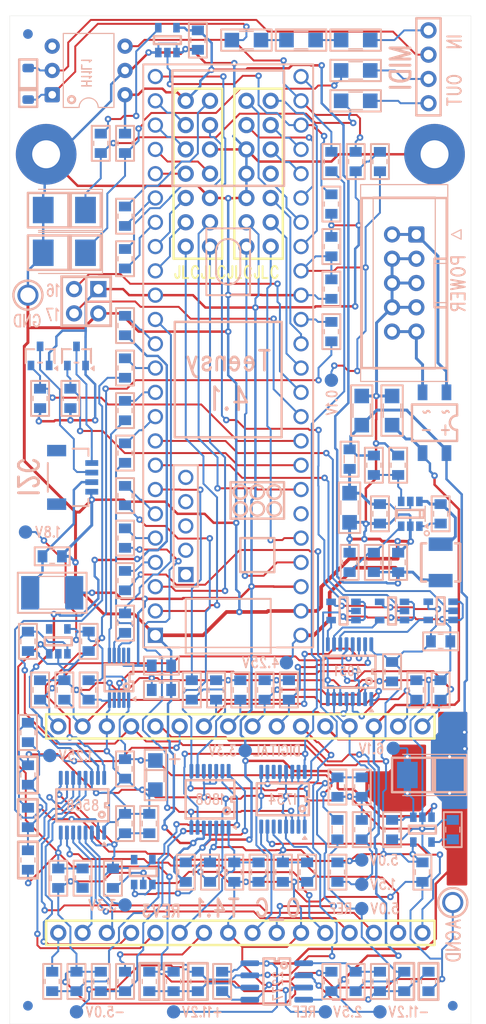
<source format=kicad_pcb>
(kicad_pcb (version 20241229) (generator "pcbnew") (generator_version "9.0")
  (title_block (title "O_C T4.1  Ornament and Crime optimized for Teensy 4.1") (date "2025-08-02") (rev "rev3") (company "Copyright 2024 Paul Stoffregen, mxmxmx - CC BY-SA 4.0") (comment 1 "copies and derivitive works properly give attribution to mxmxmx.") (comment 2 "in September 2023: \"consider the NC requirement waived\".  Please ensure all") (comment 3 "Commercial usage is allowed.  Explicit permission from mxmxmx was given") (comment 4 "Portions derived from original Ornament and Crime, copyright by mxmxmx."))
  (layers (0 "F.Cu" signal) (2 "B.Cu" signal) (13 "F.Paste" user) (15 "B.Paste" user) (5 "F.SilkS" user "F.Silkscreen") (7 "B.SilkS" user "B.Silkscreen") (1 "F.Mask" user) (3 "B.Mask" user) (25 "Edge.Cuts" user))
  (net 0 "")
  (net 1 "Net-(U13-SW)")
  (net 2 "Net-(U13-CB)")
  (net 3 "Earth")
  (net 4 "Net-(U13-VIN)")
  (net 5 "+5VA")
  (net 6 "GND")
  (net 7 "Net-(J31-Pin_10)")
  (net 8 "+3V3")
  (net 9 "Net-(U16-OUT)")
  (net 10 "Net-(U17-VREF)")
  (net 11 "Net-(U15-OUT)")
  (net 12 "Net-(J30-Pin_6)")
  (net 13 "Net-(U16-EN)")
  (net 14 "Net-(J31-Pin_6)")
  (net 15 "+12VA")
  (net 16 "-12VA")
  (net 17 "Net-(D2-A)")
  (net 18 "Net-(J38-Pin_2)")
  (net 19 "+4V")
  (net 20 "Net-(J30-Pin_16)")
  (net 21 "Net-(J30-Pin_15)")
  (net 22 "Net-(J30-Pin_10)")
  (net 23 "Net-(J30-Pin_9)")
  (net 24 "Net-(J30-Pin_8)")
  (net 25 "Net-(J30-Pin_7)")
  (net 26 "Net-(J30-Pin_2)")
  (net 27 "Net-(J30-Pin_1)")
  (net 28 "Net-(U24-VINR)")
  (net 29 "Net-(U24-VINL)")
  (net 30 "Net-(U14-BP)")
  (net 31 "Net-(U26A--)")
  (net 32 "Net-(C92-Pad2)")
  (net 33 "Net-(D5-K)")
  (net 34 "Net-(D5-A)")
  (net 35 "/OLED_CS")
  (net 36 "/OLED_RST")
  (net 37 "/TR4")
  (net 38 "/SW_Y")
  (net 40 "/TR3")
  (net 41 "/ENC_R_A")
  (net 42 "/SW_B")
  (net 43 "/OLED_DC")
  (net 44 "/ENC_R_B")
  (net 45 "Net-(J29-Pin_3)")
  (net 46 "/SW_A")
  (net 47 "Net-(J29-Pin_1)")
  (net 48 "/TR1")
  (net 49 "/ENC_R_SW")
  (net 50 "/SW_X")
  (net 51 "/ENC_L_B")
  (net 52 "/TR2")
  (net 53 "/ENC_L_A")
  (net 54 "/SW_ZAP")
  (net 55 "/ENC_L_SW")
  (net 56 "Net-(J30-Pin_11)")
  (net 57 "Net-(J30-Pin_5)")
  (net 58 "Net-(J31-Pin_14)")
  (net 59 "Net-(J31-Pin_16)")
  (net 60 "Net-(J31-Pin_5)")
  (net 61 "Net-(J31-Pin_3)")
  (net 62 "Net-(J31-Pin_1)")
  (net 63 "Net-(J31-Pin_9)")
  (net 64 "Net-(J31-Pin_12)")
  (net 65 "Net-(J31-Pin_13)")
  (net 66 "Net-(J31-Pin_15)")
  (net 67 "Net-(J31-Pin_7)")
  (net 68 "Net-(J31-Pin_2)")
  (net 69 "Net-(J31-Pin_4)")
  (net 70 "Net-(J32-Pin_1)")
  (net 71 "Net-(J32-Pin_10)")
  (net 72 "Net-(J33-Pin_4)")
  (net 73 "Net-(J33-Pin_1)")
  (net 74 "Net-(J33-Pin_3)")
  (net 75 "/OLED_SCK")
  (net 76 "/OLED_MOSI")
  (net 77 "/DAC_MOSI")
  (net 78 "Net-(U19-DIN)")
  (net 79 "Net-(U19-~{SYNC})")
  (net 80 "/DAC_CS")
  (net 81 "Net-(U17-CNVST)")
  (net 82 "/ADC_CS")
  (net 83 "Net-(U17-SCLK)")
  (net 84 "/ADC_SCK")
  (net 85 "/I2S_BCLK")
  (net 86 "Net-(U24-BCK)")
  (net 87 "/I2S_LRCLK")
  (net 88 "Net-(U24-LRCK)")
  (net 89 "Net-(U25-DATA)")
  (net 90 "/I2S_DATA_DAC")
  (net 91 "/ADC_MISO")
  (net 92 "Net-(U17-SDO)")
  (net 93 "/I2S_DATA_ADC")
  (net 94 "Net-(U24-DOUT)")
  (net 95 "Net-(U19-SCLK)")
  (net 96 "/DAC_SCK")
  (net 97 "/I2S_MCLK")
  (net 98 "Net-(U24-SCKI)")
  (net 99 "Net-(D4-K)")
  (net 100 "Net-(U23-Y)")
  (net 101 "Net-(D3-K)")
  (net 102 "Net-(L3-Pad1)")
  (net 103 "/MIDI_IN")
  (net 104 "/MIDI_OUT")
  (net 105 "/HW_ID")
  (net 106 "/I2C_SCL")
  (net 107 "/I2C_SDA")
  (net 108 "Net-(U13-FB)")
  (net 109 "Net-(U13-EN)")
  (net 110 "Net-(U26B--)")
  (net 111 "Net-(R141-Pad2)")
  (net 112 "Net-(R142-Pad2)")
  (net 115 "Net-(U17-AIN+)")
  (net 116 "Net-(U18-S1)")
  (net 117 "Net-(U18-S2)")
  (net 118 "Net-(U18-S0)")
  (net 119 "/ADC_MUX_A0")
  (net 120 "/ADC_MUX_A1")
  (net 121 "/ADC_MUX_A2")
  (net 124 "/DEBUG2")
  (net 125 "/DEBUG1")
  (net 126 "Net-(J38-Pin_3)")
  (net 127 "Net-(J38-Pin_4)")
  (footprint "Custom_Footprints:PinSocket_1x16_P2.54mm_Vertical_reduced" (layer "F.Cu") (at 30.48 121.285 90)
    (property "Reference" "J31" (hide yes))
    (property "Value" "Conn_01x16")
  )
  (footprint "Custom_Footprints:PinSocket_1x16_P2.54mm_Vertical_reduced" (layer "F.Cu") (at 30.48 99.695 90)
    (property "Reference" "J30" (hide yes))
    (property "Value" "Conn_01x16")
  )
  (footprint "Custom_Footprints:PinSocket_2x07_P2.54mm_Vertical_reduced" (layer "F.Cu") (at 46.355 34.29)
    (property "Reference" "J29" (hide yes))
    (property "Value" "Conn_02x07")
  )
  (footprint "Custom_Footprints:PinSocket_2x07_P2.54mm_Vertical_reduced" (layer "F.Cu") (at 52.705 34.29)
    (property "Reference" "J28" (hide yes))
    (property "Value" "Conn_02x07")
  )
  (footprint "Custom_Footprints:C_0805_2012Metric_Pad1.18x1.45mm_HandSolder_rectpads" (layer "B.Cu") (at 43.815 114.935 -90)
    (property "Reference" "C63" (hide yes))
    (property "Value" "0.1uF")
  )
  (footprint "Custom_Footprints:C_0805_2012Metric_Pad1.18x1.45mm_HandSolder_rectpads" (layer "B.Cu") (at 64.135 77.47 -90)
    (property "Reference" "C53" (hide yes))
    (property "Value" "0.1uF")
  )
  (footprint "Custom_Footprints:R_0805_2012Metric_Pad1.20x1.40mm_HandSolder_rectpads" (layer "B.Cu") (at 37.465 75.565 -90)
    (property "Reference" "R109" (hide yes))
    (property "Value" "100Ω")
  )
  (footprint "Custom_Footprints:C_0805_2012Metric_Pad1.18x1.45mm_HandSolder_rectpads" (layer "B.Cu") (at 46.355 114.935 -90)
    (property "Reference" "C64" (hide yes))
    (property "Value" "0.1uF")
  )
  (footprint "Custom_Footprints:R_1206_3216Metric_Pad1.30x1.75mm_HandSolder_rectpads" (layer "B.Cu") (at 50.1644 27.94)
    (property "Reference" "R141" (hide yes))
    (property "Value" "75Ω ¼W")
  )
  (footprint "Custom_Footprints:C_0805_2012Metric_Pad1.18x1.45mm_HandSolder_rectpads" (layer "B.Cu") (at 33.655 95.885 -90)
    (property "Reference" "C58" (hide yes))
    (property "Value" "0.1uF")
  )
  (footprint "Custom_Footprints:Fuse_1812_4532Metric_Pad1.30x3.40mm_HandSolder_rectpads" (layer "B.Cu") (at 29.845 85.725)
    (property "Reference" "F1" (hide yes))
    (property "Value" "100mA")
  )
  (footprint "Custom_Footprints:L_0805_2012Metric_rectpads" (layer "B.Cu") (at 59.69 110.49 90)
    (property "Reference" "L3" (hide yes))
    (property "Value" "1.5uH")
  )
  (footprint "Custom_Footprints:R_0805_2012Metric_Pad1.20x1.40mm_HandSolder_rectpads" (layer "B.Cu") (at 34.925 38.735 -90)
    (property "Reference" "R117" (hide yes))
    (property "Value" "100Ω")
  )
  (footprint "Custom_Footprints:C_0805_2012Metric_Pad1.18x1.45mm_HandSolder_rectpads" (layer "B.Cu") (at 70.485 77.47 90)
    (property "Reference" "C52" (hide yes))
    (property "Value" "0.1uF")
  )
  (footprint "Custom_Footprints:C_1206_3216Metric_Pad1.33x1.80mm_HandSolder_rectpads" (layer "B.Cu") (at 65.403 66.687 90)
    (property "Reference" "C96" (hide yes))
    (property "Value" "22uF")
  )
  (footprint "Custom_Footprints:R_0805_2012Metric_Pad1.20x1.40mm_HandSolder_rectpads" (layer "B.Cu") (at 42.545 126.365 -90)
    (property "Reference" "R135" (hide yes))
    (property "Value" "10K 0.05%")
  )
  (footprint "Custom_Footprints:C_0805_2012Metric_Pad1.18x1.45mm_HandSolder_rectpads" (layer "B.Cu") (at 62.23 106.045 -90)
    (property "Reference" "C75" (hide yes))
    (property "Value" "10uF")
  )
  (footprint "Package_DIP:DIP-6_W7.62mm" (layer "B.Cu") (at 29.845 33.655)
    (property "Reference" "U27" (hide yes))
    (property "Value" "H11L1")
  )
  (footprint "Custom_Footprints:C_0805_2012Metric_Pad1.18x1.45mm_HandSolder_rectpads" (layer "B.Cu") (at 32.385 126.365 90)
    (property "Reference" "C90" (hide yes))
    (property "Value" "680pF")
  )
  (footprint "Custom_Footprints:D_SMB_Handsoldering_rectpads" (layer "B.Cu") (at 69.2152 104.775001 180)
    (property "Reference" "D2" (hide yes))
    (property "Value" "5.1V 3W")
  )
  (footprint "Custom_Footprints:C_0805_2012Metric_Pad1.18x1.45mm_HandSolder_rectpads" (layer "B.Cu") (at 45.085 27.94 -90)
    (property "Reference" "C94" (hide yes))
    (property "Value" "0.1uF")
  )
  (footprint "Custom_Footprints:C_0805_2012Metric_Pad1.18x1.45mm_HandSolder_rectpads" (layer "B.Cu") (at 40.005 109.855 90)
    (property "Reference" "C71" (hide yes))
    (property "Value" "1uF")
  )
  (footprint "Custom_Footprints:L_0805_2012Metric_rectpads" (layer "B.Cu") (at 60.96 71.7507 -90)
    (property "Reference" "L1" (hide yes))
    (property "Value" "600Ω @100MHz")
  )
  (footprint "Custom_Footprints:R_0805_2012Metric_Pad1.20x1.40mm_HandSolder_rectpads" (layer "B.Cu") (at 37.465 84.455 -90)
    (property "Reference" "R111" (hide yes))
    (property "Value" "100Ω")
  )
  (footprint "Custom_Footprints:R_0805_2012Metric_Pad1.20x1.40mm_HandSolder_rectpads" (layer "B.Cu") (at 63.5 72.39 -90)
    (property "Reference" "R129" (hide yes))
    (property "Value" "150K 1%")
  )
  (footprint "Custom_Footprints:C_1206_3216Metric_Pad1.33x1.80mm_HandSolder_rectpads" (layer "B.Cu") (at 62.228 66.687 90)
    (property "Reference" "C95" (hide yes))
    (property "Value" "22uF")
  )
  (footprint "Custom_Footprints:R_1206_3216Metric_Pad1.30x1.75mm_HandSolder_rectpads" (layer "B.Cu") (at 61.5944 31.115)
    (property "Reference" "R139" (hide yes))
    (property "Value" "75Ω ¼W")
  )
  (footprint "Custom_Footprints:C_0805_2012Metric_Pad1.18x1.45mm_HandSolder_rectpads" (layer "B.Cu") (at 67.945 95.885 90)
    (property "Reference" "C82" (hide yes))
    (property "Value" "680pF")
  )
  (footprint "Custom_Footprints:C_0805_2012Metric_Pad1.18x1.45mm_HandSolder_rectpads" (layer "B.Cu") (at 70.485 90.805)
    (property "Reference" "C54" (hide yes))
    (property "Value" "0.1uF")
  )
  (footprint "Diode_SMD:D_SOD-123" (layer "B.Cu") (at 27.3304 32.511 90)
    (property "Reference" "D5" (hide yes))
    (property "Value" "1N4148W")
  )
  (footprint "Custom_Footprints:D_SMB_Handsoldering_rectpads" (layer "B.Cu") (at 31.115 50.1904 180)
    (property "Reference" "D4" (hide yes))
    (property "Value" "5.1V")
  )
  (footprint "Custom_Footprints:R_0805_2012Metric_Pad1.20x1.40mm_HandSolder_rectpads" (layer "B.Cu") (at 45.085 126.365 90)
    (property "Reference" "R138" (hide yes))
    (property "Value" "20K 0.05%")
  )
  (footprint "Custom_Footprints:C_0805_2012Metric_Pad1.18x1.45mm_HandSolder_rectpads" (layer "B.Cu") (at 48.895 114.935 -90)
    (property "Reference" "C77" (hide yes))
    (property "Value" "10uF")
  )
  (footprint "Custom_Footprints:C_0805_2012Metric_Pad1.18x1.45mm_HandSolder_rectpads" (layer "B.Cu") (at 34.925 126.365 90)
    (property "Reference" "C89" (hide yes))
    (property "Value" "680pF")
  )
  (footprint "Custom_Footprints:C_0805_2012Metric_Pad1.18x1.45mm_HandSolder_rectpads" (layer "B.Cu") (at 49.53 95.885 90)
    (property "Reference" "C85" (hide yes))
    (property "Value" "680pF")
  )
  (footprint "Custom_Footprints:R_0805_2012Metric_Pad1.20x1.40mm_HandSolder_rectpads" (layer "B.Cu") (at 37.465 66.675 -90)
    (property "Reference" "R107" (hide yes))
    (property "Value" "100Ω")
  )
  (footprint "Custom_Footprints:C_0805_2012Metric_Pad1.18x1.45mm_HandSolder_rectpads" (layer "B.Cu") (at 70.485 95.885 90)
    (property "Reference" "C81" (hide yes))
    (property "Value" "680pF")
  )
  (footprint "Custom_Footprints:SOT-23-3_rectpads" (layer "B.Cu") (at 28.575 60.96 90)
    (property "Reference" "Q2" (hide yes))
    (property "Value" "FDV303N")
  )
  (footprint "Custom_Footprints:C_0805_2012Metric_Pad1.18x1.45mm_HandSolder_rectpads" (layer "B.Cu") (at 37.465 109.855 90)
    (property "Reference" "C60" (hide yes))
    (property "Value" "0.1uF")
  )
  (footprint "Custom_Footprints:R_0805_2012Metric_Pad1.20x1.40mm_HandSolder_rectpads" (layer "B.Cu") (at 41.275 95.885 180)
    (property "Reference" "R144" (hide yes))
    (property "Value" "0Ω")
  )
  (footprint "Custom_Footprints:C_0805_2012Metric_Pad1.18x1.45mm_HandSolder_rectpads" (layer "B.Cu") (at 51.435 114.935 -90)
    (property "Reference" "C65" (hide yes))
    (property "Value" "0.1uF")
  )
  (footprint "Custom_Footprints:C_1206_3216Metric_Pad1.33x1.80mm_HandSolder_rectpads" (layer "B.Cu") (at 40.64 104.775 -90)
    (property "Reference" "C93" (hide yes))
    (property "Value" "10uF Tantalum")
  )
  (footprint "Custom_Footprints:R_0805_2012Metric_Pad1.20x1.40mm_HandSolder_rectpads" (layer "B.Cu") (at 27.305 109.22 90)
    (property "Reference" "R200" (hide yes))
    (property "Value" "None")
  )
  (footprint "Custom_Footprints:R_0805_2012Metric_Pad1.20x1.40mm_HandSolder_rectpads" (layer "B.Cu") (at 60.96 82.55 90)
    (property "Reference" "R126" (hide yes))
    (property "Value" "5.11K 1%")
  )
  (footprint "Custom_Footprints:R_0805_2012Metric_Pad1.20x1.40mm_HandSolder_rectpads" (layer "B.Cu") (at 31.75 65.405 90)
    (property "Reference" "R122" (hide yes))
    (property "Value" "4.7K")
  )
  (footprint "Custom_Footprints:PinHeader_1x04_P2.54mm_Vertical_reduced" (layer "B.Cu") (at 69.215 26.924 180)
    (property "Reference" "J33" (hide yes))
    (property "Value" "MIDI")
  )
  (footprint "Custom_Footprints:R_0805_2012Metric_Pad1.20x1.40mm_HandSolder_rectpads" (layer "B.Cu") (at 37.465 126.365 90)
    (property "Reference" "R131" (hide yes))
    (property "Value" "1K")
  )
  (footprint "Custom_Footprints:L_Abracon_ASPI-4030S_rectpads" (layer "B.Cu") (at 70.485 82.5514 -90)
    (property "Reference" "L2" (hide yes))
    (property "Value" "10uH")
  )
  (footprint "Custom_Footprints:TSSOP-14_4.4x5mm_P0.65mm_silkscreen" (layer "B.Cu") (at 46.355 107.3227 90)
    (property "Reference" "U24" (hide yes))
    (property "Value" "PCM1808")
  )
  (footprint "Custom_Footprints:R_0805_2012Metric_Pad1.20x1.40mm_HandSolder_rectpads" (layer "B.Cu") (at 59.69 114.935 -90)
    (property "Reference" "R125" (hide yes))
    (property "Value" "11K 1%")
  )
  (footprint "Custom_Footprints:R_0805_2012Metric_Pad1.20x1.40mm_HandSolder_rectpads" (layer "B.Cu") (at 37.465 46.355 90)
    (property "Reference" "R103" (hide yes))
    (property "Value" "100Ω")
  )
  (footprint "Custom_Footprints:R_0805_2012Metric_Pad1.20x1.40mm_HandSolder_rectpads" (layer "B.Cu") (at 61.595 40.64 90)
    (property "Reference" "R119" (hide yes))
    (property "Value" "470")
  )
  (footprint "Custom_Footprints:R_1206_3216Metric_Pad1.30x1.75mm_HandSolder_rectpads" (layer "B.Cu") (at 55.8794 27.94)
    (property "Reference" "R142" (hide yes))
    (property "Value" "75Ω ¼W")
  )
  (footprint "Custom_Footprints:SOT-23-3_rectpads" (layer "B.Cu") (at 32.385 60.9655 90)
    (property "Reference" "Q1" (hide yes))
    (property "Value" "FDV303N")
  )
  (footprint "Custom_Footprints:C_0805_2012Metric_Pad1.18x1.45mm_HandSolder_rectpads" (layer "B.Cu") (at 46.99 95.885 90)
    (property "Reference" "C86" (hide yes))
    (property "Value" "680pF")
  )
  (footprint "Custom_Footprints:JST_SMD_1.0mm-4" (layer "B.Cu") (at 33.9852 73.66 90)
    (property "Reference" "J38" (hide yes))
    (property "Value" "QWIIC")
  )
  (footprint "Custom_Footprints:R_0805_2012Metric_Pad1.20x1.40mm_HandSolder_rectpads" (layer "B.Cu") (at 63.5 82.55 90)
    (property "Reference" "R127" (hide yes))
    (property "Value" "22K 1%")
  )
  (footprint "Custom_Footprints:R_0805_2012Metric_Pad1.20x1.40mm_HandSolder_rectpads" (layer "B.Cu") (at 37.465 57.785 -90)
    (property "Reference" "R105" (hide yes))
    (property "Value" "100Ω")
  )
  (footprint "Custom_Footprints:TSSOP-16_4.4x5mm_P0.65mm_silkscreen" (layer "B.Cu") (at 53.9906 107.315 90)
    (property "Reference" "U25" (hide yes))
    (property "Value" "PCM1754")
  )
  (footprint "Custom_Footprints:C_1206_3216Metric_Pad1.33x1.80mm_HandSolder_rectpads" (layer "B.Cu") (at 60.962 76.823 -90)
    (property "Reference" "C97" (hide yes))
    (property "Value" "22uF")
  )
  (footprint "Custom_Footprints:R_0805_2012Metric_Pad1.20x1.40mm_HandSolder_rectpads" (layer "B.Cu") (at 69.215 126.365 90)
    (property "Reference" "R136" (hide yes))
    (property "Value" "10K 0.05%")
  )
  (footprint "Custom_Footprints:C_0805_2012Metric_Pad1.18x1.45mm_HandSolder_rectpads" (layer "B.Cu") (at 71.755 110.49 90)
    (property "Reference" "C91" (hide yes))
    (property "Value" "10nF")
  )
  (footprint "Custom_Footprints:C_0805_2012Metric_Pad1.18x1.45mm_HandSolder_rectpads" (layer "B.Cu") (at 27.305 100.33 90)
    (property "Reference" "C61" (hide yes))
    (property "Value" "0.1uF")
  )
  (footprint "Custom_Footprints:C_0805_2012Metric_Pad1.18x1.45mm_HandSolder_rectpads" (layer "B.Cu") (at 54.61 95.885 90)
    (property "Reference" "C83" (hide yes))
    (property "Value" "680pF")
  )
  (footprint "Custom_Footprints:MSOP-10_3x3mm_P0.5mm_silkscreen+footprint" (layer "B.Cu") (at 36.83 94.615 90)
    (property "Reference" "U17" (hide yes))
    (property "Value" "MCP33131D")
  )
  (footprint "Custom_Footprints:C_0805_2012Metric_Pad1.18x1.45mm_HandSolder_rectpads" (layer "B.Cu") (at 33.02 115.57 -90)
    (property "Reference" "C62" (hide yes))
    (property "Value" "0.1uF")
  )
  (footprint "Custom_Footprints:SOT-23-5_reducedpads" (layer "B.Cu") (at 65.405 87.63 180)
    (property "Reference" "U21" (hide yes))
    (property "Value" "74LV1T125")
  )
  (footprint "Custom_Footprints:R_0805_2012Metric_Pad1.20x1.40mm_HandSolder_rectpads" (layer "B.Cu") (at 37.465 88.9 90)
    (property "Reference" "R112" (hide yes))
    (property "Value" "100Ω")
  )
  (footprint "Custom_Footprints:Diode_Bridge_reduced" (layer "B.Cu") (at 69.8453 67.9455 90)
    (property "Reference" "D1" (hide yes))
    (property "Value" "HD01-T")
  )
  (footprint "Connector_PinHeader_2.54mm:PinHeader_2x02_P2.54mm_Vertical" (layer "B.Cu") (at 34.671 53.975 180)
    (property "Reference" "J34" (hide yes))
    (property "Value" "Conn_02x02_Odd_Even")
  )
  (footprint "Custom_Footprints:C_0805_2012Metric_Pad1.18x1.45mm_HandSolder_rectpads" (layer "B.Cu") (at 30.48 115.57 -90)
    (property "Reference" "C79" (hide yes))
    (property "Value" "10uF")
  )
  (footprint "Custom_Footprints:R_0805_2012Metric_Pad1.20x1.40mm_HandSolder_rectpads" (layer "B.Cu") (at 27.305 104.775 90)
    (property "Reference" "R133" (hide yes))
    (property "Value" "10K 0.05%")
  )
  (footprint "Custom_Footprints:C_0805_2012Metric_Pad1.18x1.45mm_HandSolder_rectpads" (layer "B.Cu") (at 64.135 126.365 90)
    (property "Reference" "C92" (hide yes))
    (property "Value" "22pF")
  )
  (footprint "Custom_Footprints:C_0805_2012Metric_Pad1.18x1.45mm_HandSolder_rectpads" (layer "B.Cu") (at 65.405 110.49 -90)
    (property "Reference" "C69" (hide yes))
    (property "Value" "1uF")
  )
  (footprint "Custom_Footprints:R_0805_2012Metric_Pad1.20x1.40mm_HandSolder_rectpads" (layer "B.Cu") (at 66.04 72.39 90)
    (property "Reference" "R128" (hide yes))
    (property "Value" "22K 1%")
  )
  (footprint "Custom_Footprints:R_0805_2012Metric_Pad1.20x1.40mm_HandSolder_rectpads" (layer "B.Cu") (at 28.575 65.405 90)
    (property "Reference" "R123" (hide yes))
    (property "Value" "4.7K")
  )
  (footprint "Custom_Footprints:SOT-23-5_reducedpads" (layer "B.Cu") (at 41.8977 27.9447 90)
    (property "Reference" "U23" (hide yes))
    (property "Value" "74LV1T125")
  )
  (footprint "Custom_Footprints:R_0805_2012Metric_Pad1.20x1.40mm_HandSolder_rectpads" (layer "B.Cu") (at 62.23 110.49 90)
    (property "Reference" "R124" (hide yes))
    (property "Value" "4.7K 1%")
  )
  (footprint "Custom_Footprints:C_0805_2012Metric_Pad1.18x1.45mm_HandSolder_rectpads" (layer "B.Cu") (at 59.055 126.365 -90)
    (property "Reference" "C68" (hide yes))
    (property "Value" "0.1uF")
  )
  (footprint "Custom_Footprints:R_0805_2012Metric_Pad1.20x1.40mm_HandSolder_rectpads" (layer "B.Cu") (at 59.055 49.53 -90)
    (property "Reference" "R130" (hide yes))
    (property "Value" "150K 1%")
  )
  (footprint "Custom_Footprints:C_0805_2012Metric_Pad1.18x1.45mm_HandSolder_rectpads" (layer "B.Cu") (at 66.04 82.55 90)
    (property "Reference" "C74" (hide yes))
    (property "Value" "10uF")
  )
  (footprint "Custom_Footprints:TSSOP-16_4.4x5mm_P0.65mm_silkscreen" (layer "B.Cu") (at 33.0102 107.9423 90)
    (property "Reference" "U19" (hide yes))
    (property "Value" "DAC8568")
  )
  (footprint "Custom_Footprints:C_0805_2012Metric_Pad1.18x1.45mm_HandSolder_rectpads" (layer "B.Cu") (at 59.69 106.045 -90)
    (property "Reference" "C56" (hide yes))
    (property "Value" "0.1uF")
  )
  (footprint "Custom_Footprints:R_0805_2012Metric_Pad1.20x1.40mm_HandSolder_rectpads" (layer "B.Cu") (at 40.005 126.365 -90)
    (property "Reference" "R201" (hide yes))
    (property "Value" "None")
  )
  (footprint "Custom_Footprints:R_0805_2012Metric_Pad1.20x1.40mm_HandSolder_rectpads" (layer "B.Cu") (at 27.305 113.665 90)
    (property "Reference" "R134" (hide yes))
    (property "Value" "10K 0.05%")
  )
  (footprint "Custom_Footprints:R_0805_2012Metric_Pad1.20x1.40mm_HandSolder_rectpads" (layer "B.Cu") (at 37.465 71.12 -90)
    (property "Reference" "R108" (hide yes))
    (property "Value" "100Ω")
  )
  (footprint "Custom_Footprints:R_0805_2012Metric_Pad1.20x1.40mm_HandSolder_rectpads" (layer "B.Cu") (at 37.465 38.735 -90)
    (property "Reference" "R116" (hide yes))
    (property "Value" "100Ω")
  )
  (footprint "Custom_Footprints:R_0805_2012Metric_Pad1.20x1.40mm_HandSolder_rectpads" (layer "B.Cu") (at 64.135 40.64 -90)
    (property "Reference" "R202" (hide yes))
    (property "Value" "None")
  )
  (footprint "Custom_Footprints:R_1206_3216Metric_Pad1.30x1.75mm_HandSolder_rectpads" (layer "B.Cu") (at 61.5944 27.94)
    (property "Reference" "R143" (hide yes))
    (property "Value" "75Ω ¼W")
  )
  (footprint "Custom_Footprints:C_0805_2012Metric_Pad1.18x1.45mm_HandSolder_rectpads" (layer "B.Cu") (at 28.575 95.885 90)
    (property "Reference" "C88" (hide yes))
    (property "Value" "680pF")
  )
  (footprint "Custom_Footprints:C_0805_2012Metric_Pad1.18x1.45mm_HandSolder_rectpads" (layer "B.Cu") (at 65.405 93.98 -90)
    (property "Reference" "C55" (hide yes))
    (property "Value" "0.1uF")
  )
  (footprint "Custom_Footprints:C_0805_2012Metric_Pad1.18x1.45mm_HandSolder_rectpads" (layer "B.Cu") (at 52.07 95.885 90)
    (property "Reference" "C84" (hide yes))
    (property "Value" "680pF")
  )
  (footprint "Custom_Footprints:C_0805_2012Metric_Pad1.18x1.45mm_HandSolder_rectpads" (layer "B.Cu") (at 68.58 114.935 -90)
    (property "Reference" "C76" (hide yes))
    (property "Value" "10uF")
  )
  (footprint "Custom_Footprints:C_0805_2012Metric_Pad1.18x1.45mm_HandSolder_rectpads" (layer "B.Cu") (at 47.625 126.365 -90)
    (property "Reference" "C67" (hide yes))
    (property "Value" "0.1uF")
  )
  (footprint "Custom_Footprints:R_0805_2012Metric_Pad1.20x1.40mm_HandSolder_rectpads" (layer "B.Cu") (at 59.055 53.975 -90)
    (property "Reference" "R121" (hide yes))
    (property "Value" "4.7K 1%")
  )
  (footprint "Custom_Footprints:C_0805_2012Metric_Pad1.18x1.45mm_HandSolder_rectpads" (layer "B.Cu") (at 27.305 90.805 -90)
    (property "Reference" "C72" (hide yes))
    (property "Value" "1uF")
  )
  (footprint "Custom_Footprints:R_0805_2012Metric_Pad1.20x1.40mm_HandSolder_rectpads" (layer "B.Cu") (at 59.055 40.64 -90)
    (property "Reference" "R115" (hide yes))
    (property "Value" "100Ω")
  )
  (footprint "Custom_Footprints:SOT-23-5_reducedpads" (layer "B.Cu") (at 68.58 110.49 -90)
    (property "Reference" "U14" (hide yes))
    (property "Value" "LP2985A-5.0")
  )
  (footprint "Custom_Footprints:TSSOP-16_4.4x5mm_P0.65mm_silkscreen" (layer "B.Cu") (at 60.96 93.98 90)
    (property "Reference" "U18" (hide yes))
    (property "Value" "74LV4051")
  )
  (footprint "Custom_Footprints:C_0805_2012Metric_Pad1.18x1.45mm_HandSolder_rectpads" (layer "B.Cu") (at 56.515 114.935 -90)
    (property "Reference" "C70" (hide yes))
    (property "Value" "1uF")
  )
  (footprint "Custom_Footprints:R_0805_2012Metric_Pad1.20x1.40mm_HandSolder_rectpads" (layer "B.Cu") (at 37.465 62.23 -90)
    (property "Reference" "R106" (hide yes))
    (property "Value" "100Ω")
  )
  (footprint "Custom_Footprints:D_SMB_Handsoldering_rectpads" (layer "B.Cu") (at 31.115 45.6946 180)
    (property "Reference" "D3" (hide yes))
    (property "Value" "5.1V")
  )
  (footprint "Custom_Footprints:R_0805_2012Metric_Pad1.20x1.40mm_HandSolder_rectpads" (layer "B.Cu") (at 44.45 95.885 -90)
    (property "Reference" "R113" (hide yes))
    (property "Value" "100Ω")
  )
  (footprint "Custom_Footprints:C_0805_2012Metric_Pad1.18x1.45mm_HandSolder_rectpads" (layer "B.Cu") (at 31.115 95.885 90)
    (property "Reference" "C87" (hide yes))
    (property "Value" "680pF")
  )
  (footprint "Custom_Footprints:SOT-23-6_rectpads" (layer "B.Cu") (at 67.307818 77.46954 90)
    (property "Reference" "U13" (hide yes))
    (property "Value" "LMR54406F")
  )
  (footprint "Custom_Footprints:R_0805_2012Metric_Pad1.20x1.40mm_HandSolder_rectpads" (layer "B.Cu") (at 59.055 45.085 90)
    (property "Reference" "R120" (hide yes))
    (property "Value" "4.7K")
  )
  (footprint "Custom_Footprints:R_0805_2012Metric_Pad1.20x1.40mm_HandSolder_rectpads" (layer "B.Cu") (at 66.675 126.365 90)
    (property "Reference" "R137" (hide yes))
    (property "Value" "10K 0.05%")
  )
  (footprint "Custom_Footprints:C_0805_2012Metric_Pad1.18x1.45mm_HandSolder_rectpads" (layer "B.Cu") (at 29.845 81.915)
    (property "Reference" "C73" (hide yes))
    (property "Value" "1uF")
  )
  (footprint "Custom_Footprints:R_0805_2012Metric_Pad1.20x1.40mm_HandSolder_rectpads" (layer "B.Cu") (at 37.465 50.8 90)
    (property "Reference" "R104" (hide yes))
    (property "Value" "100Ω")
  )
  (footprint "Custom_Footprints:SOIC-8_3.9x4.9mm_P1.27mm_shiftedpads" (layer "B.Cu") (at 53.3406 126.365 180)
    (property "Reference" "U26" (hide yes))
    (property "Value" "OPA2277")
  )
  (footprint "Custom_Footprints:C_0805_2012Metric_Pad1.18x1.45mm_HandSolder_rectpads" (layer "B.Cu") (at 41.275 93.345)
    (property "Reference" "C57" (hide yes))
    (property "Value" "0.1uF")
  )
  (footprint "Custom_Footprints:C_0805_2012Metric_Pad1.18x1.45mm_HandSolder_rectpads" (layer "B.Cu") (at 37.465 104.14 -90)
    (property "Reference" "C59" (hide yes))
    (property "Value" "0.1uF")
  )
  (footprint "Custom_Footprints:R_0805_2012Metric_Pad1.20x1.40mm_HandSolder_rectpads" (layer "B.Cu") (at 29.845 126.365 90)
    (property "Reference" "R132" (hide yes))
    (property "Value" "1K")
  )
  (footprint "Custom_Footprints:R_0805_2012Metric_Pad1.20x1.40mm_HandSolder_rectpads" (layer "B.Cu") (at 61.595 126.365 -90)
    (property "Reference" "R118" (hide yes))
    (property "Value" "220")
  )
  (footprint "Custom_Footprints:C_0805_2012Metric_Pad1.18x1.45mm_HandSolder_rectpads" (layer "B.Cu") (at 36.195 115.57 -90)
    (property "Reference" "C78" (hide yes))
    (property "Value" "10uF")
  )
  (footprint "Custom_Footprints:SOT-23-5_reducedpads" (layer "B.Cu") (at 60.328044 87.628489 180)
    (property "Reference" "U22" (hide yes))
    (property "Value" "74LV1T125")
  )
  (footprint "Custom_Footprints:C_0805_2012Metric_Pad1.18x1.45mm_HandSolder_rectpads" (layer "B.Cu") (at 33.655 90.805 -90)
    (property "Reference" "C80" (hide yes))
    (property "Value" "10uF")
  )
  (footprint "Custom_Footprints:SOT-23-5_reducedpads" (layer "B.Cu") (at 39.3704 114.9304 90)
    (property "Reference" "U15" (hide yes))
    (property "Value" "TPS7A2033")
  )
  (footprint "Custom_Footprints:R_0805_2012Metric_Pad1.20x1.40mm_HandSolder_rectpads" (layer "B.Cu") (at 59.055 58.42 -90)
    (property "Reference" "R114" (hide yes))
    (property "Value" "100Ω")
  )
  (footprint "Custom_Footprints:Teensy41" (layer "B.Cu") (at 48.26 60.96 90)
    (property "Reference" "U12" (hide yes))
    (property "Value" "TEENSY41")
  )
  (footprint "Custom_Footprints:SOT-23-5_reducedpads" (layer "B.Cu") (at 70.4905 87.6148 180)
    (property "Reference" "U20" (hide yes))
    (property "Value" "74LV1T125")
  )
  (footprint "Custom_Footprints:R_0805_2012Metric_Pad1.20x1.40mm_HandSolder_rectpads" (layer "B.Cu") (at 37.465 80.01 -90)
    (property "Reference" "R110" (hide yes))
    (property "Value" "100Ω")
  )
  (footprint "Custom_Footprints:R_1206_3216Metric_Pad1.30x1.75mm_HandSolder_rectpads" (layer "B.Cu") (at 61.5944 34.29)
    (property "Reference" "R140" (hide yes))
    (property "Value" "75Ω ¼W")
  )
  (footprint "Connector_IDC:IDC-Header_2x05_P2.54mm_Vertical" (layer "B.Cu") (at 67.945 48.26 180)
    (property "Reference" "J32" (hide yes))
    (property "Value" "Conn_02x05_Odd_Even")
  )
  (footprint "Custom_Footprints:SOT-23-5_reducedpads" (layer "B.Cu") (at 30.482008 90.806489 90)
    (property "Reference" "U16" (hide yes))
    (property "Value" "LP5907-1.8")
  )
  (footprint "Custom_Footprints:C_0805_2012Metric_Pad1.18x1.45mm_HandSolder_rectpads" (layer "B.Cu") (at 53.975 114.935 -90)
    (property "Reference" "C66" (hide yes))
    (property "Value" "0.1uF")
  )
  (gr_circle (center 27.305 128.905) (end 27.813 128.905) (fill yes) (layer "B.Cu"))
  (gr_circle (center 65.532 101.981) (end 66.2305 101.981) (fill yes) (layer "B.Cu") (net 17))
  (gr_poly (pts (xy 65.92316 106.1466) (xy 65.92316 103.9876) (xy 65.92316 103.40594) (xy 68.08216 103.40594) (xy 68.08216 105.56494) (xy 68.08216 106.1466)) (fill yes) (layer "B.Cu") (net 17))
  (gr_circle (center 37.465 118.364) (end 38.1635 118.364) (fill yes) (layer "B.Cu") (net 11))
  (gr_poly (pts (xy 27.82316 51.5366) (xy 27.82316 49.3776) (xy 27.82316 48.79594) (xy 29.98216 48.79594) (xy 29.98216 50.95494) (xy 29.98216 51.5366)) (fill yes) (layer "B.Cu") (net 3))
  (gr_poly (pts (xy 27.82316 47.0916) (xy 27.82316 44.9326) (xy 27.82316 44.35094) (xy 29.98216 44.35094) (xy 29.98216 46.50994) (xy 29.98216 47.0916)) (fill yes) (layer "B.Cu") (net 3))
  (gr_circle (center 59.055 63.5) (end 59.7535 63.5) (fill yes) (layer "B.Cu") (net 105))
  (gr_circle (center 50.038 102.235) (end 50.7365 102.235) (fill yes) (layer "B.Cu") (net 8))
  (gr_circle (center 62.23 118.745) (end 62.9285 118.745) (fill yes) (layer "B.Cu") (net 102))
  (gr_circle (center 71.755 128.905) (end 72.263 128.905) (fill yes) (layer "B.Cu"))
  (gr_circle (center 62.23 116.205) (end 62.9285 116.205) (fill yes) (layer "B.Cu") (net 57))
  (gr_circle (center 27.305 27.305) (end 27.813 27.305) (fill yes) (layer "B.Cu"))
  (gr_circle (center 54.356 93.0402) (end 55.0545 93.0402) (fill yes) (layer "B.Cu") (net 19))
  (gr_circle (center 64.135 129.54) (end 64.8335 129.54) (fill yes) (layer "B.Cu") (net 16))
  (gr_circle (center 32.385 129.54) (end 33.0835 129.54) (fill yes) (layer "B.Cu") (net 56))
  (gr_circle (center 42.545 129.54) (end 43.2435 129.54) (fill yes) (layer "B.Cu") (net 15))
  (gr_circle (center 27.051 79.375) (end 27.7495 79.375) (fill yes) (layer "B.Cu") (net 9))
  (gr_circle (center 29.591 102.743) (end 30.2895 102.743) (fill yes) (layer "B.Cu") (net 12))
  (gr_circle (center 62.23 113.665) (end 62.9285 113.665) (fill yes) (layer "B.Cu") (net 5))
  (gr_circle (center 58.42 129.54) (end 59.1185 129.54) (fill yes) (layer "B.Cu") (net 13))
  (gr_poly (pts (xy 32.2453 51.5366) (xy 32.2453 49.3776) (xy 32.2453 48.79594) (xy 34.4043 48.79594) (xy 34.4043 50.95494) (xy 34.4043 51.5366)) (fill yes) (layer "B.Cu") (net 99))
  (gr_poly (pts (xy 32.2453 47.0916) (xy 32.2453 44.9326) (xy 32.2453 44.35094) (xy 34.4043 44.35094) (xy 34.4043 46.50994) (xy 34.4043 47.0916)) (fill yes) (layer "B.Cu") (net 101))
  (gr_line (start 51.42484 52.69738) (end 51.38166 52.7558) (stroke (width 0.2032)) (layer "F.SilkS"))
  (gr_line (start 44.88942 51.56454) (end 44.71416 51.56454) (stroke (width 0.2032)) (layer "F.SilkS"))
  (gr_line (start 43.54576 52.81422) (end 44.06646 52.81422) (stroke (width 0.2032)) (layer "F.SilkS"))
  (gr_line (start 53.975 50.8) (end 48.895 50.8) (stroke (width 0.254)) (layer "F.SilkS"))
  (gr_line (start 51.20894 52.81422) (end 51.12258 52.7558) (stroke (width 0.2032)) (layer "F.SilkS"))
  (gr_line (start 47.2694 51.86172) (end 47.22622 52.04206) (stroke (width 0.2032)) (layer "F.SilkS"))
  (gr_line (start 48.895 33.528) (end 49.403 33.02) (stroke (width 0.254)) (layer "F.SilkS"))
  (gr_line (start 47.4853 51.56454) (end 47.39894 51.6255) (stroke (width 0.2032)) (layer "F.SilkS"))
  (gr_line (start 45.49394 52.51704) (end 45.49394 52.39766) (stroke (width 0.2032)) (layer "F.SilkS"))
  (gr_line (start 50.60442 51.74488) (end 50.51552 51.6255) (stroke (width 0.2032)) (layer "F.SilkS"))
  (gr_line (start 46.3169 52.81422) (end 46.8376 52.81422) (stroke (width 0.2032)) (layer "F.SilkS"))
  (gr_line (start 53.2003 51.56454) (end 53.02758 51.56454) (stroke (width 0.2032)) (layer "F.SilkS"))
  (gr_line (start 43.15714 51.56454) (end 43.15714 52.51704) (stroke (width 0.2032)) (layer "F.SilkS"))
  (gr_line (start 49.08804 52.81422) (end 49.60874 52.81422) (stroke (width 0.2032)) (layer "F.SilkS"))
  (gr_line (start 51.85918 51.56454) (end 51.85918 52.81422) (stroke (width 0.2032)) (layer "F.SilkS"))
  (gr_line (start 47.83328 52.63642) (end 47.87646 52.51704) (stroke (width 0.2032)) (layer "F.SilkS"))
  (gr_line (start 48.69942 52.51704) (end 48.65624 52.69738) (stroke (width 0.2032)) (layer "F.SilkS"))
  (gr_line (start 52.81168 51.86172) (end 52.7685 52.04206) (stroke (width 0.2032)) (layer "F.SilkS"))
  (gr_line (start 53.37302 52.63642) (end 53.41874 52.51704) (stroke (width 0.2032)) (layer "F.SilkS"))
  (gr_line (start 44.71416 52.81422) (end 44.88942 52.81422) (stroke (width 0.2032)) (layer "F.SilkS"))
  (gr_line (start 42.545 33.528) (end 43.053 33.02) (stroke (width 0.254)) (layer "F.SilkS"))
  (gr_line (start 48.65624 52.69738) (end 48.61052 52.7558) (stroke (width 0.2032)) (layer "F.SilkS"))
  (gr_line (start 29.21 120.015) (end 69.85 120.015) (stroke (width 0.254)) (layer "F.SilkS"))
  (gr_line (start 50.25644 52.81422) (end 50.42916 52.81422) (stroke (width 0.2032)) (layer "F.SilkS"))
  (gr_line (start 53.37302 51.74488) (end 53.28666 51.6255) (stroke (width 0.2032)) (layer "F.SilkS"))
  (gr_line (start 44.49826 52.51704) (end 44.54144 52.63642) (stroke (width 0.2032)) (layer "F.SilkS"))
  (gr_line (start 48.35144 52.7558) (end 48.30826 52.69738) (stroke (width 0.2032)) (layer "F.SilkS"))
  (gr_line (start 42.76598 52.69738) (end 42.7228 52.51704) (stroke (width 0.2032)) (layer "F.SilkS"))
  (gr_line (start 49.08804 51.56454) (end 49.08804 52.81422) (stroke (width 0.2032)) (layer "F.SilkS"))
  (gr_line (start 42.89552 52.81422) (end 42.80916 52.7558) (stroke (width 0.2032)) (layer "F.SilkS"))
  (gr_line (start 50.17008 51.6255) (end 50.08372 51.74488) (stroke (width 0.2032)) (layer "F.SilkS"))
  (gr_line (start 47.22622 52.33924) (end 47.2694 52.51704) (stroke (width 0.2032)) (layer "F.SilkS"))
  (gr_line (start 43.15714 52.51704) (end 43.11396 52.69738) (stroke (width 0.2032)) (layer "F.SilkS"))
  (gr_line (start 45.92828 52.51704) (end 45.8851 52.69738) (stroke (width 0.2032)) (layer "F.SilkS"))
  (gr_line (start 45.84192 52.7558) (end 45.75302 52.81422) (stroke (width 0.2032)) (layer "F.SilkS"))
  (gr_line (start 52.81168 52.51704) (end 52.85486 52.63642) (stroke (width 0.2032)) (layer "F.SilkS"))
  (gr_line (start 44.45508 52.04206) (end 44.45508 52.33924) (stroke (width 0.2032)) (layer "F.SilkS"))
  (gr_line (start 53.975 33.02) (end 53.975 50.8) (stroke (width 0.254)) (layer "F.SilkS"))
  (gr_line (start 44.97578 52.7558) (end 45.06214 52.63642) (stroke (width 0.2032)) (layer "F.SilkS"))
  (gr_line (start 48.895 50.8) (end 48.895 33.02) (stroke (width 0.254)) (layer "F.SilkS"))
  (gr_line (start 45.06214 52.63642) (end 45.10532 52.51704) (stroke (width 0.2032)) (layer "F.SilkS"))
  (gr_line (start 44.88942 52.81422) (end 44.97578 52.7558) (stroke (width 0.2032)) (layer "F.SilkS"))
  (gr_line (start 42.545 50.8) (end 42.545 33.02) (stroke (width 0.254)) (layer "F.SilkS"))
  (gr_line (start 49.99736 52.04206) (end 49.99736 52.33924) (stroke (width 0.2032)) (layer "F.SilkS"))
  (gr_line (start 44.54144 51.74488) (end 44.49826 51.86172) (stroke (width 0.2032)) (layer "F.SilkS"))
  (gr_line (start 48.61052 52.7558) (end 48.52416 52.81422) (stroke (width 0.2032)) (layer "F.SilkS"))
  (gr_line (start 47.74692 51.6255) (end 47.65802 51.56454) (stroke (width 0.2032)) (layer "F.SilkS"))
  (gr_line (start 48.69942 51.56454) (end 48.69942 52.51704) (stroke (width 0.2032)) (layer "F.SilkS"))
  (gr_line (start 44.71416 51.56454) (end 44.6278 51.6255) (stroke (width 0.2032)) (layer "F.SilkS"))
  (gr_line (start 50.60442 52.63642) (end 50.6476 52.51704) (stroke (width 0.2032)) (layer "F.SilkS"))
  (gr_line (start 50.42916 52.81422) (end 50.51552 52.7558) (stroke (width 0.2032)) (layer "F.SilkS"))
  (gr_line (start 50.04054 51.86172) (end 49.99736 52.04206) (stroke (width 0.2032)) (layer "F.SilkS"))
  (gr_line (start 44.6278 52.7558) (end 44.71416 52.81422) (stroke (width 0.2032)) (layer "F.SilkS"))
  (gr_line (start 51.03622 52.51704) (end 51.03622 52.39766) (stroke (width 0.2032)) (layer "F.SilkS"))
  (gr_line (start 48.52416 52.81422) (end 48.4378 52.81422) (stroke (width 0.2032)) (layer "F.SilkS"))
  (gr_line (start 29.21 122.555) (end 29.21 120.015) (stroke (width 0.254)) (layer "F.SilkS"))
  (gr_line (start 45.06214 51.74488) (end 44.97578 51.6255) (stroke (width 0.2032)) (layer "F.SilkS"))
  (gr_line (start 50.51552 52.7558) (end 50.60442 52.63642) (stroke (width 0.2032)) (layer "F.SilkS"))
  (gr_line (start 47.2694 52.51704) (end 47.31258 52.63642) (stroke (width 0.2032)) (layer "F.SilkS"))
  (gr_line (start 51.12258 52.7558) (end 51.0794 52.69738) (stroke (width 0.2032)) (layer "F.SilkS"))
  (gr_line (start 53.28666 51.6255) (end 53.2003 51.56454) (stroke (width 0.2032)) (layer "F.SilkS"))
  (gr_line (start 44.45508 52.33924) (end 44.49826 52.51704) (stroke (width 0.2032)) (layer "F.SilkS"))
  (gr_line (start 50.08372 51.74488) (end 50.04054 51.86172) (stroke (width 0.2032)) (layer "F.SilkS"))
  (gr_line (start 47.65802 51.56454) (end 47.4853 51.56454) (stroke (width 0.2032)) (layer "F.SilkS"))
  (gr_line (start 47.39894 52.7558) (end 47.4853 52.81422) (stroke (width 0.2032)) (layer "F.SilkS"))
  (gr_line (start 49.99736 52.33924) (end 50.04054 52.51704) (stroke (width 0.2032)) (layer "F.SilkS"))
  (gr_line (start 50.25644 51.56454) (end 50.17008 51.6255) (stroke (width 0.2032)) (layer "F.SilkS"))
  (gr_line (start 47.87646 51.86172) (end 47.83328 51.74488) (stroke (width 0.2032)) (layer "F.SilkS"))
  (gr_line (start 47.39894 51.6255) (end 47.31258 51.74488) (stroke (width 0.2032)) (layer "F.SilkS"))
  (gr_line (start 50.17008 52.7558) (end 50.25644 52.81422) (stroke (width 0.2032)) (layer "F.SilkS"))
  (gr_line (start 69.85 122.555) (end 29.21 122.555) (stroke (width 0.254)) (layer "F.SilkS"))
  (gr_line (start 51.46802 52.51704) (end 51.42484 52.69738) (stroke (width 0.2032)) (layer "F.SilkS"))
  (gr_line (start 53.2003 52.81422) (end 53.28666 52.7558) (stroke (width 0.2032)) (layer "F.SilkS"))
  (gr_line (start 51.0794 52.69738) (end 51.03622 52.51704) (stroke (width 0.2032)) (layer "F.SilkS"))
  (gr_line (start 45.53712 52.69738) (end 45.49394 52.51704) (stroke (width 0.2032)) (layer "F.SilkS"))
  (gr_line (start 45.5803 52.7558) (end 45.53712 52.69738) (stroke (width 0.2032)) (layer "F.SilkS"))
  (gr_line (start 44.49826 51.86172) (end 44.45508 52.04206) (stroke (width 0.2032)) (layer "F.SilkS"))
  (gr_line (start 51.46802 51.56454) (end 51.46802 52.51704) (stroke (width 0.2032)) (layer "F.SilkS"))
  (gr_line (start 69.85 100.965) (end 29.21 100.965) (stroke (width 0.254)) (layer "F.SilkS"))
  (gr_line (start 44.97578 51.6255) (end 44.88942 51.56454) (stroke (width 0.2032)) (layer "F.SilkS"))
  (gr_line (start 47.22622 52.04206) (end 47.22622 52.33924) (stroke (width 0.2032)) (layer "F.SilkS"))
  (gr_line (start 53.02758 51.56454) (end 52.94122 51.6255) (stroke (width 0.2032)) (layer "F.SilkS"))
  (gr_line (start 52.94122 52.7558) (end 53.02758 52.81422) (stroke (width 0.2032)) (layer "F.SilkS"))
  (gr_line (start 47.625 50.8) (end 42.545 50.8) (stroke (width 0.254)) (layer "F.SilkS"))
  (gr_line (start 45.66666 52.81422) (end 45.5803 52.7558) (stroke (width 0.2032)) (layer "F.SilkS"))
  (gr_line (start 52.85486 51.74488) (end 52.81168 51.86172) (stroke (width 0.2032)) (layer "F.SilkS"))
  (gr_line (start 53.02758 52.81422) (end 53.2003 52.81422) (stroke (width 0.2032)) (layer "F.SilkS"))
  (gr_line (start 45.92828 51.56454) (end 45.92828 52.51704) (stroke (width 0.2032)) (layer "F.SilkS"))
  (gr_line (start 48.26508 52.51704) (end 48.26508 52.39766) (stroke (width 0.2032)) (layer "F.SilkS"))
  (gr_line (start 50.04054 52.51704) (end 50.08372 52.63642) (stroke (width 0.2032)) (layer "F.SilkS"))
  (gr_line (start 51.38166 52.7558) (end 51.2953 52.81422) (stroke (width 0.2032)) (layer "F.SilkS"))
  (gr_line (start 47.31258 52.63642) (end 47.39894 52.7558) (stroke (width 0.2032)) (layer "F.SilkS"))
  (gr_line (start 52.7685 52.33924) (end 52.81168 52.51704) (stroke (width 0.2032)) (layer "F.SilkS"))
  (gr_line (start 48.30826 52.69738) (end 48.26508 52.51704) (stroke (width 0.2032)) (layer "F.SilkS"))
  (gr_line (start 42.7228 52.51704) (end 42.7228 52.39766) (stroke (width 0.2032)) (layer "F.SilkS"))
  (gr_line (start 29.21 98.425) (end 69.85 98.425) (stroke (width 0.254)) (layer "F.SilkS"))
  (gr_line (start 51.85918 52.81422) (end 52.37734 52.81422) (stroke (width 0.2032)) (layer "F.SilkS"))
  (gr_line (start 45.75302 52.81422) (end 45.66666 52.81422) (stroke (width 0.2032)) (layer "F.SilkS"))
  (gr_line (start 47.625 33.02) (end 47.625 50.8) (stroke (width 0.254)) (layer "F.SilkS"))
  (gr_line (start 69.85 98.425) (end 69.85 100.965) (stroke (width 0.254)) (layer "F.SilkS"))
  (gr_line (start 45.10532 51.86172) (end 45.06214 51.74488) (stroke (width 0.2032)) (layer "F.SilkS"))
  (gr_line (start 51.2953 52.81422) (end 51.20894 52.81422) (stroke (width 0.2032)) (layer "F.SilkS"))
  (gr_line (start 43.11396 52.69738) (end 43.07078 52.7558) (stroke (width 0.2032)) (layer "F.SilkS"))
  (gr_line (start 52.85486 52.63642) (end 52.94122 52.7558) (stroke (width 0.2032)) (layer "F.SilkS"))
  (gr_line (start 52.7685 52.04206) (end 52.7685 52.33924) (stroke (width 0.2032)) (layer "F.SilkS"))
  (gr_line (start 47.4853 52.81422) (end 47.65802 52.81422) (stroke (width 0.2032)) (layer "F.SilkS"))
  (gr_line (start 42.80916 52.7558) (end 42.76598 52.69738) (stroke (width 0.2032)) (layer "F.SilkS"))
  (gr_line (start 52.94122 51.6255) (end 52.85486 51.74488) (stroke (width 0.2032)) (layer "F.SilkS"))
  (gr_line (start 69.85 120.015) (end 69.85 122.555) (stroke (width 0.254)) (layer "F.SilkS"))
  (gr_line (start 46.3169 51.56454) (end 46.3169 52.81422) (stroke (width 0.2032)) (layer "F.SilkS"))
  (gr_line (start 44.6278 51.6255) (end 44.54144 51.74488) (stroke (width 0.2032)) (layer "F.SilkS"))
  (gr_line (start 50.6476 51.86172) (end 50.60442 51.74488) (stroke (width 0.2032)) (layer "F.SilkS"))
  (gr_line (start 48.895 33.02) (end 53.975 33.02) (stroke (width 0.254)) (layer "F.SilkS"))
  (gr_line (start 47.83328 51.74488) (end 47.74692 51.6255) (stroke (width 0.2032)) (layer "F.SilkS"))
  (gr_line (start 47.65802 52.81422) (end 47.74692 52.7558) (stroke (width 0.2032)) (layer "F.SilkS"))
  (gr_line (start 43.54576 51.56454) (end 43.54576 52.81422) (stroke (width 0.2032)) (layer "F.SilkS"))
  (gr_line (start 42.98442 52.81422) (end 42.89552 52.81422) (stroke (width 0.2032)) (layer "F.SilkS"))
  (gr_line (start 43.07078 52.7558) (end 42.98442 52.81422) (stroke (width 0.2032)) (layer "F.SilkS"))
  (gr_line (start 53.41874 51.86172) (end 53.37302 51.74488) (stroke (width 0.2032)) (layer "F.SilkS"))
  (gr_line (start 48.4378 52.81422) (end 48.35144 52.7558) (stroke (width 0.2032)) (layer "F.SilkS"))
  (gr_line (start 50.08372 52.63642) (end 50.17008 52.7558) (stroke (width 0.2032)) (layer "F.SilkS"))
  (gr_line (start 50.51552 51.6255) (end 50.42916 51.56454) (stroke (width 0.2032)) (layer "F.SilkS"))
  (gr_line (start 42.545 33.02) (end 47.625 33.02) (stroke (width 0.254)) (layer "F.SilkS"))
  (gr_line (start 45.8851 52.69738) (end 45.84192 52.7558) (stroke (width 0.2032)) (layer "F.SilkS"))
  (gr_line (start 44.54144 52.63642) (end 44.6278 52.7558) (stroke (width 0.2032)) (layer "F.SilkS"))
  (gr_line (start 29.21 100.965) (end 29.21 98.425) (stroke (width 0.254)) (layer "F.SilkS"))
  (gr_line (start 50.42916 51.56454) (end 50.25644 51.56454) (stroke (width 0.2032)) (layer "F.SilkS"))
  (gr_line (start 47.74692 52.7558) (end 47.83328 52.63642) (stroke (width 0.2032)) (layer "F.SilkS"))
  (gr_line (start 53.28666 52.7558) (end 53.37302 52.63642) (stroke (width 0.2032)) (layer "F.SilkS"))
  (gr_line (start 47.31258 51.74488) (end 47.2694 51.86172) (stroke (width 0.2032)) (layer "F.SilkS"))
  (gr_line (start 69.25818 79.38262) (end 69.17436 79.29118) (stroke (width 0.1524)) (layer "B.SilkS"))
  (gr_line (start 52.55006 93.43136) (end 52.58562 93.48216) (stroke (width 0.1778)) (layer "B.SilkS"))
  (gr_line (start 59.9948 56.5912) (end 58.1152 56.5912) (stroke (width 0.2032)) (layer "B.SilkS"))
  (gr_line (start 52.54498 60.37072) (end 51.5366 60.37072) (stroke (width 0.2794)) (layer "B.SilkS"))
  (gr_line (start 33.9598 113.7412) (end 32.0802 113.7412) (stroke (width 0.2032)) (layer "B.SilkS"))
  (gr_line (start 26.61412 72.81926) (end 26.416 72.67448) (stroke (width 0.3048)) (layer "B.SilkS"))
  (gr_line (start 34.69386 118.75262) (end 34.76752 118.85676) (stroke (width 0.1778)) (layer "B.SilkS"))
  (gr_line (start 50.88636 61.66104) (end 50.88636 61.85916) (stroke (width 0.2794)) (layer "B.SilkS"))
  (gr_line (start 71.07936 123.49988) (end 72.49668 123.49988) (stroke (width 0.2032)) (layer "B.SilkS"))
  (gr_line (start 35.8648 128.1938) (end 35.8648 126.365) (stroke (width 0.2032)) (layer "B.SilkS"))
  (gr_line (start 28.54452 57.41924) (end 28.50134 57.59704) (stroke (width 0.1778)) (layer "B.SilkS"))
  (gr_line (start 71.07936 123.49988) (end 71.07936 123.84278) (stroke (width 0.2032)) (layer "B.SilkS"))
  (gr_line (start 64.59474 116.0526) (end 64.48044 116.0018) (stroke (width 0.1778)) (layer "B.SilkS"))
  (gr_line (start 28.11272 56.64454) (end 28.28544 56.64454) (stroke (width 0.1778)) (layer "B.SilkS"))
  (gr_line (start 35.77336 129.3876) (end 35.69716 129.49174) (stroke (width 0.1778)) (layer "B.SilkS"))
  (gr_line (start 67.0052 97.7138) (end 68.8848 97.7138) (stroke (width 0.2032)) (layer "B.SilkS"))
  (gr_line (start 47.49546 61.06668) (end 47.27956 61.06668) (stroke (width 0.2794)) (layer "B.SilkS"))
  (gr_line (start 61.8998 84.3788) (end 61.8998 82.55) (stroke (width 0.2032)) (layer "B.SilkS"))
  (gr_line (start 64.58966 113.97742) (end 64.51346 114.13236) (stroke (width 0.1778)) (layer "B.SilkS"))
  (gr_line (start 71.08444 119.4816) (end 71.374 119.58828) (stroke (width 0.254)) (layer "B.SilkS"))
  (gr_line (start 32.38754 107.54106) (end 32.4231 107.43692) (stroke (width 0.1524)) (layer "B.SilkS"))
  (gr_line (start 50.09388 61.2648) (end 50.165 61.16574) (stroke (width 0.2794)) (layer "B.SilkS"))
  (gr_line (start 41.021 124.46) (end 38.989 124.46) (stroke (width 0.2794)) (layer "B.SilkS"))
  (gr_line (start 28.2448 92.6338) (end 28.2448 88.9762) (stroke (width 0.2032)) (layer "B.SilkS"))
  (gr_line (start 64.18072 116.41582) (end 64.21882 116.56822) (stroke (width 0.1778)) (layer "B.SilkS"))
  (gr_line (start 45.96638 107.78236) (end 45.89018 107.62742) (stroke (width 0.1524)) (layer "B.SilkS"))
  (gr_line (start 32.03194 102.5906) (end 31.91764 102.5398) (stroke (width 0.1778)) (layer "B.SilkS"))
  (gr_line (start 36.14928 129.44094) (end 36.11118 129.3876) (stroke (width 0.1778)) (layer "B.SilkS"))
  (gr_line (start 45.4406 106.80192) (end 45.47616 106.90606) (stroke (width 0.1524)) (layer "B.SilkS"))
  (gr_line (start 58.1152 124.5362) (end 58.1152 128.1938) (stroke (width 0.2032)) (layer "B.SilkS"))
  (gr_line (start 52.56784 76.46416) (end 52.44338 76.63688) (stroke (width 0.254)) (layer "B.SilkS"))
  (gr_line (start 65.82918 119.26316) (end 65.94094 119.21236) (stroke (width 0.1778)) (layer "B.SilkS"))
  (gr_line (start 35.59302 118.85676) (end 35.55746 118.90756) (stroke (width 0.1778)) (layer "B.SilkS"))
  (gr_line (start 33.17494 108.05668) (end 33.21304 108.16082) (stroke (width 0.1524)) (layer "B.SilkS"))
  (gr_line (start 35.55746 118.80596) (end 35.59302 118.85676) (stroke (width 0.1778)) (layer "B.SilkS"))
  (gr_line (start 31.5849 33.95472) (end 31.52394 34.09188) (stroke (width 0.254)) (layer "B.SilkS"))
  (gr_line (start 35.6616 129.64668) (end 35.69716 129.75082) (stroke (width 0.1778)) (layer "B.SilkS"))
  (gr_line (start 72.48398 80.55102) (end 71.9836 80.55102) (stroke (width 0.254)) (layer "B.SilkS"))
  (gr_line (start 63.1698 104.2162) (end 61.2902 104.2162) (stroke (width 0.2032)) (layer "B.SilkS"))
  (gr_line (start 46.75378 107.73156) (end 46.79188 107.78236) (stroke (width 0.1524)) (layer "B.SilkS"))
  (gr_line (start 53.95976 107.78236) (end 53.99786 107.73156) (stroke (width 0.1524)) (layer "B.SilkS"))
  (gr_line (start 29.59862 79.43088) (end 29.52242 79.32674) (stroke (width 0.1778)) (layer "B.SilkS"))
  (gr_line (start 32.0675 103.21036) (end 32.1056 103.15956) (stroke (width 0.1778)) (layer "B.SilkS"))
  (gr_line (start 45.21454 107.21594) (end 45.10278 107.26674) (stroke (width 0.1524)) (layer "B.SilkS"))
  (gr_line (start 48.01362 66.47688) (end 48.09744 66.36004) (stroke (width 0.2794)) (layer "B.SilkS"))
  (gr_line (start 51.1302 95.885) (end 51.1302 97.7138) (stroke (width 0.2032)) (layer "B.SilkS"))
  (gr_line (start 58.7502 116.7638) (end 60.6298 116.7638) (stroke (width 0.2032)) (layer "B.SilkS"))
  (gr_line (start 64.4398 82.55) (end 64.4398 80.7212) (stroke (width 0.2032)) (layer "B.SilkS"))
  (gr_line (start 71.6534 56.0959) (end 71.72198 56.14416) (stroke (width 0.2032)) (layer "B.SilkS"))
  (gr_line (start 34.56178 107.64266) (end 34.52622 107.7468) (stroke (width 0.1524)) (layer "B.SilkS"))
  (gr_line (start 33.7566 102.17912) (end 33.7566 103.26116) (stroke (width 0.1778)) (layer "B.SilkS"))
  (gr_line (start 49.8348 116.7638) (end 49.8348 113.1062) (stroke (width 0.2032)) (layer "B.SilkS"))
  (gr_line (start 48.54194 101.67112) (end 48.768 102.0826) (stroke (width 0.1778)) (layer "B.SilkS"))
  (gr_line (start 27.90444 72.89038) (end 27.60726 72.96404) (stroke (width 0.3048)) (layer "B.SilkS"))
  (gr_line (start 33.21304 107.90174) (end 33.17494 108.05668) (stroke (width 0.1524)) (layer "B.SilkS"))
  (gr_line (start 64.40678 116.72316) (end 64.51854 116.72316) (stroke (width 0.1778)) (layer "B.SilkS"))
  (gr_line (start 73.279 118.11) (end 73.24598 117.8052) (stroke (width 0.254)) (layer "B.SilkS"))
  (gr_line (start 50.4952 113.1062) (end 50.4952 114.935) (stroke (width 0.2032)) (layer "B.SilkS"))
  (gr_line (start 39.4462 118.93804) (end 39.40302 119.11584) (stroke (width 0.2286)) (layer "B.SilkS"))
  (gr_line (start 72.49668 121.68378) (end 72.4281 121.78284) (stroke (width 0.2032)) (layer "B.SilkS"))
  (gr_line (start 65.19418 31.2166) (end 65.19418 31.72206) (stroke (width 0.3048)) (layer "B.SilkS"))
  (gr_line (start 65.82664 113.5126) (end 65.71488 113.4618) (stroke (width 0.1778)) (layer "B.SilkS"))
  (gr_line (start 61.04128 118.18112) (end 60.706 118.18112) (stroke (width 0.1778)) (layer "B.SilkS"))
  (gr_line (start 32.0802 117.3988) (end 33.9598 117.3988) (stroke (width 0.2032)) (layer "B.SilkS"))
  (gr_line (start 72.0598 51.33594) (end 72.19442 51.28768) (stroke (width 0.2032)) (layer "B.SilkS"))
  (gr_line (start 71.07936 122.37212) (end 72.49668 122.37212) (stroke (width 0.2032)) (layer "B.SilkS"))
  (gr_line (start 36.5252 80.01) (end 36.5252 81.8388) (stroke (width 0.2032)) (layer "B.SilkS"))
  (gr_line (start 53.3527 74.51852) (end 53.14696 74.47026) (stroke (width 0.254)) (layer "B.SilkS"))
  (gr_line (start 36.5252 44.5262) (end 36.5252 46.355) (stroke (width 0.2032)) (layer "B.SilkS"))
  (gr_line (start 28.321 109.22) (end 28.321 107.315) (stroke (width 0.2794)) (layer "B.SilkS"))
  (gr_line (start 46.89094 101.67112) (end 46.59122 102.75316) (stroke (width 0.1778)) (layer "B.SilkS"))
  (gr_line (start 48.50638 61.46292) (end 48.5775 61.2648) (stroke (width 0.2794)) (layer "B.SilkS"))
  (gr_line (start 42.418 31.115) (end 42.418 43.18) (stroke (width 0.254)) (layer "B.SilkS"))
  (gr_line (start 49.3776 74.48296) (end 49.17948 74.55662) (stroke (width 0.254)) (layer "B.SilkS"))
  (gr_line (start 52.0192 117.81282) (end 52.1462 117.98554) (stroke (width 0.2794)) (layer "B.SilkS"))
  (gr_line (start 51.1556 74.48296) (end 50.95748 74.55662) (stroke (width 0.254)) (layer "B.SilkS"))
  (gr_line (start 52.13604 92.65666) (end 52.09794 92.55252) (stroke (width 0.1778)) (layer "B.SilkS"))
  (gr_line (start 71.58736 55.50662) (end 73.00468 55.50662) (stroke (width 0.2032)) (layer "B.SilkS"))
  (gr_line (start 26.3652 98.5012) (end 26.3652 102.1588) (stroke (width 0.2032)) (layer "B.SilkS"))
  (gr_line (start 52.37734 75.06208) (end 52.37226 75.2729) (stroke (width 0.254)) (layer "B.SilkS"))
  (gr_line (start 45.02658 107.37088) (end 44.98848 107.47248) (stroke (width 0.1524)) (layer "B.SilkS"))
  (gr_line (start 48.5648 128.1938) (end 48.5648 126.365) (stroke (width 0.2032)) (layer "B.SilkS"))
  (gr_line (start 39.92118 118.34114) (end 39.4462 118.34114) (stroke (width 0.2286)) (layer "B.SilkS"))
  (gr_line (start 54.5592 118.42242) (end 54.6227 118.1608) (stroke (width 0.2794)) (layer "B.SilkS"))
  (gr_line (start 33.78962 31.37154) (end 33.93186 31.2674) (stroke (width 0.1524)) (layer "B.SilkS"))
  (gr_line (start 31.8897 91.2114) (end 31.8897 90.3986) (stroke (width 0.254)) (layer "B.SilkS"))
  (gr_line (start 52.98186 125.79858) (end 53.03012 125.83414) (stroke (width 0.1524)) (layer "B.SilkS"))
  (gr_line (start 42.5196 118.87708) (end 42.64914 118.93804) (stroke (width 0.2286)) (layer "B.SilkS"))
  (gr_line (start 36.5252 73.7362) (end 36.5252 75.565) (stroke (width 0.2032)) (layer "B.SilkS"))
  (gr_line (start 61.23178 93.4212) (end 61.30036 93.56344) (stroke (width 0.1524)) (layer "B.SilkS"))
  (gr_line (start 53.93436 126.21514) (end 53.93436 126.70028) (stroke (width 0.1524)) (layer "B.SilkS"))
  (gr_line (start 48.96358 48.94072) (end 48.71212 48.81118) (stroke (width 0.2032)) (layer "B.SilkS"))
  (gr_line (start 66.9798 80.7212) (end 65.1002 80.7212) (stroke (width 0.2032)) (layer "B.SilkS"))
  (gr_line (start 61.1124 64.0334) (end 61.1124 69.3166) (stroke (width 0.2032)) (layer "B.SilkS"))
  (gr_line (start 50.95748 74.55662) (end 50.78984 74.68616) (stroke (width 0.254)) (layer "B.SilkS"))
  (gr_line (start 33.401 57.785) (end 35.941 57.785) (stroke (width 0.254)) (layer "B.SilkS"))
  (gr_line (start 49.34458 77.65796) (end 49.5554 77.68082) (stroke (width 0.254)) (layer "B.SilkS"))
  (gr_line (start 49.53 83.566) (end 53.086 83.566) (stroke (width 0.254)) (layer "B.SilkS"))
  (gr_line (start 34.22396 107.7976) (end 34.1503 107.7468) (stroke (width 0.1524)) (layer "B.SilkS"))
  (gr_line (start 72.19442 51.28768) (end 72.26046 51.23688) (stroke (width 0.2032)) (layer "B.SilkS"))
  (gr_line (start 29.5148 67.2338) (end 29.5148 65.405) (stroke (width 0.2032)) (layer "B.SilkS"))
  (gr_line (start 26.61412 71.95312) (end 26.81478 71.882) (stroke (width 0.3048)) (layer "B.SilkS"))
  (gr_line (start 35.93084 118.49608) (end 35.93084 118.60022) (stroke (width 0.1778)) (layer "B.SilkS"))
  (gr_line (start 39.4462 92.4052) (end 39.4462 94.2848) (stroke (width 0.2032)) (layer "B.SilkS"))
  (gr_line (start 48.64862 61.16574) (end 48.7934 61.06668) (stroke (width 0.2794)) (layer "B.SilkS"))
  (gr_line (start 50.81524 62.15888) (end 50.67046 62.357) (stroke (width 0.2794)) (layer "B.SilkS"))
  (gr_line (start 54.09438 102.75316) (end 54.01818 102.70236) (stroke (width 0.1778)) (layer "B.SilkS"))
  (gr_line (start 55.57012 128.97612) (end 55.57012 130.05816) (stroke (width 0.1778)) (layer "B.SilkS"))
  (gr_line (start 36.5252 108.0262) (end 36.5252 111.6838) (stroke (width 0.2032)) (layer "B.SilkS"))
  (gr_line (start 60.0202 71.755) (end 60.0202 73.5838) (stroke (width 0.2032)) (layer "B.SilkS"))
  (gr_line (start 53.92166 106.75112) (end 53.95976 107.21594) (stroke (width 0.1524)) (layer "B.SilkS"))
  (gr_line (start 72.39508 33.54578) (end 72.19188 33.59404) (stroke (width 0.2032)) (layer "B.SilkS"))
  (gr_line (start 31.66364 48.48606) (end 31.66364 51.84648) (stroke (width 0.50013)) (layer "B.SilkS"))
  (gr_line (start 64.48044 116.0018) (end 64.36868 116.0018) (stroke (width 0.1778)) (layer "B.SilkS"))
  (gr_line (start 50.12436 76.56068) (end 49.97958 76.40574) (stroke (width 0.254)) (layer "B.SilkS"))
  (gr_line (start 28.10256 71.95312) (end 28.30068 72.0979) (stroke (width 0.3048)) (layer "B.SilkS"))
  (gr_line (start 45.02658 106.90606) (end 45.06468 106.80192) (stroke (width 0.1524)) (layer "B.SilkS"))
  (gr_line (start 71.07936 123.05792) (end 72.49668 123.05792) (stroke (width 0.2032)) (layer "B.SilkS"))
  (gr_line (start 48.07966 53.49748) (end 48.36414 53.5051) (stroke (width 0.2032)) (layer "B.SilkS"))
  (gr_line (start 45.974 47.625) (end 45.974 54.61) (stroke (width 0.2032)) (layer "B.SilkS"))
  (gr_line (start 62.5348 42.4688) (end 62.5348 40.64) (stroke (width 0.2032)) (layer "B.SilkS"))
  (gr_line (start 38.4048 52.6288) (end 38.4048 48.9712) (stroke (width 0.2032)) (layer "B.SilkS"))
  (gr_line (start 48.13046 102.75316) (end 48.09236 102.70236) (stroke (width 0.1778)) (layer "B.SilkS"))
  (gr_line (start 31.52394 107.64266) (end 31.52394 107.54106) (stroke (width 0.1524)) (layer "B.SilkS"))
  (gr_line (start 35.55746 118.90756) (end 35.51936 118.85676) (stroke (width 0.1778)) (layer "B.SilkS"))
  (gr_line (start 60.51804 118.491) (end 60.5536 118.5926) (stroke (width 0.1778)) (layer "B.SilkS"))
  (gr_line (start 63.1698 108.6612) (end 61.2902 108.6612) (stroke (width 0.2032)) (layer "B.SilkS"))
  (gr_line (start 29.35732 54.30266) (end 29.40304 54.12486) (stroke (width 0.1778)) (layer "B.SilkS"))
  (gr_line (start 30.57398 79.01686) (end 30.49778 78.96606) (stroke (width 0.1778)) (layer "B.SilkS"))
  (gr_line (start 35.8648 124.5362) (end 33.9852 124.5362) (stroke (width 0.2032)) (layer "B.SilkS"))
  (gr_line (start 54.6862 119.29618) (end 54.6227 119.12092) (stroke (width 0.2794)) (layer "B.SilkS"))
  (gr_line (start 48.50384 102.44582) (end 48.54194 102.59822) (stroke (width 0.1778)) (layer "B.SilkS"))
  (gr_line (start 32.9692 102.38486) (end 32.9311 102.28072) (stroke (width 0.1778)) (layer "B.SilkS"))
  (gr_line (start 38.4048 87.0712) (end 36.5252 87.0712) (stroke (width 0.2032)) (layer "B.SilkS"))
  (gr_line (start 67.6402 113.1062) (end 67.6402 114.935) (stroke (width 0.2032)) (layer "B.SilkS"))
  (gr_line (start 34.1122 107.54106) (end 34.1503 107.43692) (stroke (width 0.1524)) (layer "B.SilkS"))
  (gr_line (start 46.2661 107.78236) (end 46.1518 107.83316) (stroke (width 0.1524)) (layer "B.SilkS"))
  (gr_line (start 68.7959 79.58582) (end 68.86448 79.68996) (stroke (width 0.1524)) (layer "B.SilkS"))
  (gr_line (start 38.4048 36.9062) (end 36.5252 36.9062) (stroke (width 0.2032)) (layer "B.SilkS"))
  (gr_line (start 72.28586 119.54002) (end 72.56272 119.40286) (stroke (width 0.254)) (layer "B.SilkS"))
  (gr_line (start 71.72198 56.14416) (end 71.8566 56.19242) (stroke (width 0.2032)) (layer "B.SilkS"))
  (gr_line (start 71.07936 122.37212) (end 72.49668 123.05792) (stroke (width 0.2032)) (layer "B.SilkS"))
  (gr_line (start 49.97958 74.62774) (end 49.7967 74.51852) (stroke (width 0.254)) (layer "B.SilkS"))
  (gr_line (start 46.12386 61.06668) (end 46.33976 61.16574) (stroke (width 0.2794)) (layer "B.SilkS"))
  (gr_line (start 71.58736 55.50662) (end 71.58736 55.94858) (stroke (width 0.2032)) (layer "B.SilkS"))
  (gr_line (start 32.61106 107.38612) (end 32.72282 107.43692) (stroke (width 0.1524)) (layer "B.SilkS"))
  (gr_line (start 52.9336 74.48296) (end 52.73548 74.55662) (stroke (width 0.254)) (layer "B.SilkS"))
  (gr_line (start 32.01162 108.26242) (end 32.01162 108.10748) (stroke (width 0.1524)) (layer "B.SilkS"))
  (gr_line (start 72.9361 51.97348) (end 73.00468 52.07254) (stroke (width 0.2032)) (layer "B.SilkS"))
  (gr_line (start 58.74512 65.1637) (end 58.59018 65.09004) (stroke (width 0.1778)) (layer "B.SilkS"))
  (gr_line (start 47.13478 61.16574) (end 47.06112 61.46292) (stroke (width 0.2794)) (layer "B.SilkS"))
  (gr_line (start 56.8071 129.02692) (end 56.769 129.07772) (stroke (width 0.1778)) (layer "B.SilkS"))
  (gr_line (start 48.7299 102.75316) (end 48.84166 102.75316) (stroke (width 0.1778)) (layer "B.SilkS"))
  (gr_line (start 67.6402 116.7638) (end 69.5198 116.7638) (stroke (width 0.2032)) (layer "B.SilkS"))
  (gr_line (start 28.35656 55.71236) (end 28.55722 55.47868) (stroke (width 0.254)) (layer "B.SilkS"))
  (gr_line (start 56.73344 129.286) (end 56.769 129.3876) (stroke (width 0.1778)) (layer "B.SilkS"))
  (gr_line (start 55.4228 106.95686) (end 55.34914 106.90606) (stroke (width 0.1524)) (layer "B.SilkS"))
  (gr_line (start 52.90058 75.87996) (end 53.1114 75.90282) (stroke (width 0.254)) (layer "B.SilkS"))
  (gr_line (start 48.88738 76.63688) (end 48.82134 76.84008) (stroke (width 0.254)) (layer "B.SilkS"))
  (gr_line (start 56.8071 129.44094) (end 56.9214 129.49174) (stroke (width 0.1778)) (layer "B.SilkS"))
  (gr_line (start 37.1348 117.3988) (end 37.1348 113.7412) (stroke (width 0.2032)) (layer "B.SilkS"))
  (gr_line (start 44.1452 27.94) (end 44.1452 29.7688) (stroke (width 0.2032)) (layer "B.SilkS"))
  (gr_line (start 72.59828 33.20288) (end 72.59828 33.2994) (stroke (width 0.2032)) (layer "B.SilkS"))
  (gr_line (start 64.4398 74.2188) (end 64.4398 72.39) (stroke (width 0.2032)) (layer "B.SilkS"))
  (gr_line (start 44.1452 29.7688) (end 46.0248 29.7688) (stroke (width 0.2032)) (layer "B.SilkS"))
  (gr_line (start 71.247 31.877) (end 71.38162 31.78048) (stroke (width 0.2032)) (layer "B.SilkS"))
  (gr_line (start 26.289 106.68) (end 28.321 106.68) (stroke (width 0.2794)) (layer "B.SilkS"))
  (gr_line (start 53.94452 101.82606) (end 54.01818 101.72192) (stroke (width 0.1778)) (layer "B.SilkS"))
  (gr_line (start 69.1007 79.74838) (end 69.20992 79.68996) (stroke (width 0.1524)) (layer "B.SilkS"))
  (gr_line (start 49.53 50.165) (end 49.53254 49.88306) (stroke (width 0.2032)) (layer "B.SilkS"))
  (gr_line (start 34.5948 90.805) (end 34.5948 88.9762) (stroke (width 0.2032)) (layer "B.SilkS"))
  (gr_line (start 33.78962 30.15996) (end 33.93186 30.05582) (stroke (width 0.1524)) (layer "B.SilkS"))
  (gr_line (start 38.4048 48.9712) (end 36.5252 48.9712) (stroke (width 0.2032)) (layer "B.SilkS"))
  (gr_line (start 46.19498 61.66104) (end 45.8343 61.7601) (stroke (width 0.2794)) (layer "B.SilkS"))
  (gr_line (start 52.02428 76.962) (end 51.9938 76.75372) (stroke (width 0.254)) (layer "B.SilkS"))
  (gr_line (start 58.1152 47.7012) (end 58.1152 49.53) (stroke (width 0.2032)) (layer "B.SilkS"))
  (gr_line (start 40.7797 115.3414) (end 40.7797 114.5286) (stroke (width 0.254)) (layer "B.SilkS"))
  (gr_line (start 29.33446 79.27594) (end 29.2227 79.32674) (stroke (width 0.1778)) (layer "B.SilkS"))
  (gr_line (start 65.94094 119.21236) (end 65.97904 119.16156) (stroke (width 0.1778)) (layer "B.SilkS"))
  (gr_line (start 50.165 62.357) (end 50.02022 62.15888) (stroke (width 0.2794)) (layer "B.SilkS"))
  (gr_line (start 51.1556 76.26096) (end 50.95748 76.33462) (stroke (width 0.254)) (layer "B.SilkS"))
  (gr_line (start 53.1114 75.90282) (end 53.31968 75.86472) (stroke (width 0.254)) (layer "B.SilkS"))
  (gr_line (start 58.1152 43.2562) (end 58.1152 46.9138) (stroke (width 0.2032)) (layer "B.SilkS"))
  (gr_line (start 34.38398 129.59588) (end 34.38398 129.44094) (stroke (width 0.1778)) (layer "B.SilkS"))
  (gr_line (start 39.37 30.48) (end 39.37 91.44) (stroke (width 0.2032)) (layer "B.SilkS"))
  (gr_line (start 36.5252 68.5038) (end 38.4048 68.5038) (stroke (width 0.2032)) (layer "B.SilkS"))
  (gr_line (start 51.12258 75.87996) (end 51.3334 75.90282) (stroke (width 0.254)) (layer "B.SilkS"))
  (gr_line (start 72.02424 120.11406) (end 72.02424 120.60428) (stroke (width 0.2032)) (layer "B.SilkS"))
  (gr_line (start 59.35218 128.97612) (end 59.65444 130.05816) (stroke (width 0.1778)) (layer "B.SilkS"))
  (gr_line (start 45.47616 107.00766) (end 45.4406 107.1118) (stroke (width 0.1524)) (layer "B.SilkS"))
  (gr_line (start 71.8566 56.19242) (end 71.99122 56.19242) (stroke (width 0.2032)) (layer "B.SilkS"))
  (gr_line (start 29.11094 79.53248) (end 29.11094 79.68742) (stroke (width 0.1778)) (layer "B.SilkS"))
  (gr_line (start 35.73526 128.97612) (end 36.11118 128.97612) (stroke (width 0.1778)) (layer "B.SilkS"))
  (gr_line (start 36.04514 118.85676) (end 36.1569 118.90756) (stroke (width 0.1778)) (layer "B.SilkS"))
  (gr_line (start 71.6534 52.36718) (end 71.58736 52.26812) (stroke (width 0.2032)) (layer "B.SilkS"))
  (gr_line (start 58.74512 64.71412) (end 59.0042 64.67602) (stroke (width 0.1778)) (layer "B.SilkS"))
  (gr_line (start 32.38754 107.95254) (end 32.4612 107.85094) (stroke (width 0.1524)) (layer "B.SilkS"))
  (gr_line (start 33.62452 107.38612) (end 33.66262 107.85094) (stroke (width 0.1524)) (layer "B.SilkS"))
  (gr_line (start 63.1952 124.5362) (end 63.1952 126.365) (stroke (width 0.2032)) (layer "B.SilkS"))
  (gr_line (start 39.40302 119.23522) (end 39.4462 119.41302) (stroke (width 0.2286)) (layer "B.SilkS"))
  (gr_line (start 51.42992 102.75316) (end 50.98034 102.75316) (stroke (width 0.1778)) (layer "B.SilkS"))
  (gr_line (start 64.21374 114.13236) (end 64.14008 113.97742) (stroke (width 0.1778)) (layer "B.SilkS"))
  (gr_line (start 36.5252 36.9062) (end 36.5252 40.5638) (stroke (width 0.2032)) (layer "B.SilkS"))
  (gr_line (start 33.3248 108.41736) (end 33.43656 108.46816) (stroke (width 0.1524)) (layer "B.SilkS"))
  (gr_line (start 61.30036 94.1832) (end 61.23178 94.32544) (stroke (width 0.1524)) (layer "B.SilkS"))
  (gr_line (start 46.37786 107.37088) (end 46.33976 107.62742) (stroke (width 0.1524)) (layer "B.SilkS"))
  (gr_line (start 45.974 54.61) (end 50.546 54.61) (stroke (width 0.2032)) (layer "B.SilkS"))
  (gr_line (start 51.98364 75.42784) (end 52.02428 75.21956) (stroke (width 0.254)) (layer "B.SilkS"))
  (gr_line (start 71.38162 32.36722) (end 71.247 32.2707) (stroke (width 0.2032)) (layer "B.SilkS"))
  (gr_line (start 35.81146 130.00736) (end 35.92322 130.05816) (stroke (width 0.1778)) (layer "B.SilkS"))
  (gr_line (start 63.14948 101.67366) (end 63.07328 101.62286) (stroke (width 0.1778)) (layer "B.SilkS"))
  (gr_line (start 53.14696 74.47026) (end 52.9336 74.48296) (stroke (width 0.254)) (layer "B.SilkS"))
  (gr_line (start 46.1518 106.75112) (end 46.2661 106.80192) (stroke (width 0.1524)) (layer "B.SilkS"))
  (gr_line (start 52.06746 101.67112) (end 51.76774 102.75316) (stroke (width 0.1778)) (layer "B.SilkS"))
  (gr_line (start 58.74512 65.9511) (end 58.69432 66.0273) (stroke (width 0.1778)) (layer "B.SilkS"))
  (gr_line (start 47.5234 26.8224) (end 47.5234 29.0576) (stroke (width 0.2032)) (layer "B.SilkS"))
  (gr_line (start 61.2902 110.49) (end 61.2902 112.3188) (stroke (width 0.2032)) (layer "B.SilkS"))
  (gr_line (start 60.18022 118.18112) (end 59.69254 118.18112) (stroke (width 0.1778)) (layer "B.SilkS"))
  (gr_line (start 60.29198 129.64668) (end 60.33008 129.75082) (stroke (width 0.1778)) (layer "B.SilkS"))
  (gr_line (start 65.19418 32.87522) (end 67.27952 32.87522) (stroke (width 0.3048)) (layer "B.SilkS"))
  (gr_line (start 36.5252 71.12) (end 36.5252 72.9488) (stroke (width 0.2032)) (layer "B.SilkS"))
  (gr_line (start 29.1465 78.96606) (end 29.1846 78.86192) (stroke (width 0.1778)) (layer "B.SilkS"))
  (gr_line (start 50.546 47.625) (end 45.974 47.625) (stroke (width 0.2032)) (layer "B.SilkS"))
  (gr_line (start 60.706 118.69674) (end 61.04128 118.69674) (stroke (width 0.1778)) (layer "B.SilkS"))
  (gr_line (start 65.37706 113.77168) (end 65.41516 113.87582) (stroke (width 0.1778)) (layer "B.SilkS"))
  (gr_line (start 59.51982 65.57772) (end 59.57062 65.53962) (stroke (width 0.1778)) (layer "B.SilkS"))
  (gr_line (start 27.89682 57.59704) (end 27.89682 57.41924) (stroke (width 0.1778)) (layer "B.SilkS"))
  (gr_line (start 34.45002 107.7976) (end 34.30016 107.85094) (stroke (width 0.1524)) (layer "B.SilkS"))
  (gr_line (start 34.73196 118.29034) (end 34.69386 118.34114) (stroke (width 0.1778)) (layer "B.SilkS"))
  (gr_line (start 30.64256 102.17912) (end 30.94228 103.26116) (stroke (width 0.1778)) (layer "B.SilkS"))
  (gr_line (start 58.7502 108.6612) (end 58.7502 110.49) (stroke (width 0.2032)) (layer "B.SilkS"))
  (gr_line (start 52.9336 127.0127) (end 52.9336 127.49784) (stroke (width 0.1524)) (layer "B.SilkS"))
  (gr_line (start 44.958 129.18186) (end 44.9199 129.07772) (stroke (width 0.1778)) (layer "B.SilkS"))
  (gr_line (start 34.42208 129.85242) (end 34.38398 129.59588) (stroke (width 0.1778)) (layer "B.SilkS"))
  (gr_line (start 64.4398 84.3788) (end 64.4398 82.55) (stroke (width 0.2032)) (layer "B.SilkS"))
  (gr_line (start 61.1124 69.3166) (end 63.3476 69.3166) (stroke (width 0.2032)) (layer "B.SilkS"))
  (gr_line (start 29.44622 53.5305) (end 29.57576 53.46954) (stroke (width 0.1778)) (layer "B.SilkS"))
  (gr_line (start 39.5224 102.1334) (end 39.5224 107.4166) (stroke (width 0.2032)) (layer "B.SilkS"))
  (gr_line (start 59.57062 64.79032) (end 59.62142 64.90208) (stroke (width 0.1778)) (layer "B.SilkS"))
  (gr_line (start 55.2196 101.82606) (end 55.1815 101.92766) (stroke (width 0.1778)) (layer "B.SilkS"))
  (gr_line (start 66.3448 112.3188) (end 66.3448 110.49) (stroke (width 0.2032)) (layer "B.SilkS"))
  (gr_line (start 50.81524 61.36386) (end 50.88636 61.66104) (stroke (width 0.2794)) (layer "B.SilkS"))
  (gr_line (start 53.1241 126.2507) (end 53.03012 126.28372) (stroke (width 0.1524)) (layer "B.SilkS"))
  (gr_line (start 53.1241 125.8697) (end 53.22062 125.8697) (stroke (width 0.1524)) (layer "B.SilkS"))
  (gr_line (start 45.47616 107.37088) (end 45.4025 107.26674) (stroke (width 0.1524)) (layer "B.SilkS"))
  (gr_line (start 25.99182 57.71642) (end 26.07818 57.8358) (stroke (width 0.1778)) (layer "B.SilkS"))
  (gr_line (start 59.9948 60.2488) (end 59.9948 56.5912) (stroke (width 0.2032)) (layer "B.SilkS"))
  (gr_line (start 40.7797 114.5286) (end 37.9603 114.5286) (stroke (width 0.254)) (layer "B.SilkS"))
  (gr_line (start 52.98186 125.52172) (end 52.9336 125.59284) (stroke (width 0.1524)) (layer "B.SilkS"))
  (gr_line (start 65.08242 116.62156) (end 65.11798 116.67236) (stroke (width 0.1778)) (layer "B.SilkS"))
  (gr_line (start 45.36948 129.95656) (end 45.40758 130.00736) (stroke (width 0.1778)) (layer "B.SilkS"))
  (gr_line (start 33.74136 31.92526) (end 33.78962 31.85668) (stroke (width 0.1524)) (layer "B.SilkS"))
  (gr_line (start 48.71212 48.81118) (end 48.4378 48.74006) (stroke (width 0.2032)) (layer "B.SilkS"))
  (gr_line (start 28.55468 53.74132) (end 28.35402 53.5051) (stroke (width 0.254)) (layer "B.SilkS"))
  (gr_line (start 60.6552 42.4688) (end 62.5348 42.4688) (stroke (width 0.2032)) (layer "B.SilkS"))
  (gr_line (start 51.1302 97.7138) (end 53.0098 97.7138) (stroke (width 0.2032)) (layer "B.SilkS"))
  (gr_line (start 51.88204 77.3938) (end 51.98364 77.20584) (stroke (width 0.254)) (layer "B.SilkS"))
  (gr_line (start 28.0035 74.55154) (end 28.20162 74.47788) (stroke (width 0.3048)) (layer "B.SilkS"))
  (gr_line (start 46.99508 49.8094) (end 46.98238 50.09388) (stroke (width 0.2032)) (layer "B.SilkS"))
  (gr_line (start 34.59988 108.10748) (end 34.56178 108.00588) (stroke (width 0.1524)) (layer "B.SilkS"))
  (gr_line (start 30.52826 53.7083) (end 30.4419 53.64988) (stroke (width 0.1778)) (layer "B.SilkS"))
  (gr_line (start 65.1002 80.7212) (end 65.1002 84.3788) (stroke (width 0.2032)) (layer "B.SilkS"))
  (gr_line (start 47.20336 49.28616) (end 47.06874 49.53508) (stroke (width 0.2032)) (layer "B.SilkS"))
  (gr_line (start 45.3898 97.7138) (end 45.3898 94.0562) (stroke (width 0.2032)) (layer "B.SilkS"))
  (gr_line (start 28.35402 53.5051) (end 28.11018 53.31714) (stroke (width 0.254)) (layer "B.SilkS"))
  (gr_line (start 29.2608 79.2226) (end 29.1846 79.1718) (stroke (width 0.1778)) (layer "B.SilkS"))
  (gr_line (start 38.4048 72.9488) (end 38.4048 69.2912) (stroke (width 0.2032)) (layer "B.SilkS"))
  (gr_line (start 64.51346 113.15192) (end 64.58966 113.30686) (stroke (width 0.1778)) (layer "B.SilkS"))
  (gr_line (start 64.16294 101.8794) (end 64.2747 101.93274) (stroke (width 0.1778)) (layer "B.SilkS"))
  (gr_line (start 29.1846 79.1718) (end 29.1465 79.06766) (stroke (width 0.1778)) (layer "B.SilkS"))
  (gr_line (start 27.60726 72.96404) (end 27.11196 72.96404) (stroke (width 0.3048)) (layer "B.SilkS"))
  (gr_line (start 27.23134 56.134) (end 27.53868 56.11622) (stroke (width 0.254)) (layer "B.SilkS"))
  (gr_line (start 66.13398 129.3876) (end 66.21018 129.54254) (stroke (width 0.1778)) (layer "B.SilkS"))
  (gr_line (start 50.24628 75.21956) (end 50.24628 75.184) (stroke (width 0.254)) (layer "B.SilkS"))
  (gr_line (start 48.5648 126.365) (end 48.5648 124.5362) (stroke (width 0.2032)) (layer "B.SilkS"))
  (gr_line (start 57.15 91.44) (end 57.15 30.48) (stroke (width 0.2032)) (layer "B.SilkS"))
  (gr_line (start 45.10278 107.26674) (end 45.02658 107.37088) (stroke (width 0.1524)) (layer "B.SilkS"))
  (gr_line (start 59.57062 65.09004) (end 59.41568 65.1637) (stroke (width 0.1778)) (layer "B.SilkS"))
  (gr_line (start 53.45684 125.76556) (end 53.93436 125.41758) (stroke (width 0.1524)) (layer "B.SilkS"))
  (gr_line (start 62.23 44.45) (end 71.12 44.45) (stroke (width 0.254)) (layer "B.SilkS"))
  (gr_line (start 72.28332 116.68252) (end 71.9836 116.60378) (stroke (width 0.254)) (layer "B.SilkS"))
  (gr_line (start 66.99758 130.00736) (end 66.95948 130.05816) (stroke (width 0.1778)) (layer "B.SilkS"))
  (gr_line (start 39.79164 119.59082) (end 39.92118 119.5324) (stroke (width 0.2286)) (layer "B.SilkS"))
  (gr_line (start 53.23078 101.67112) (end 52.705 101.67112) (stroke (width 0.1778)) (layer "B.SilkS"))
  (gr_line (start 61.82106 93.37294) (end 62.1665 94.04096) (stroke (width 0.1524)) (layer "B.SilkS"))
  (gr_line (start 26.289 115.57) (end 28.321 115.57) (stroke (width 0.2794)) (layer "B.SilkS"))
  (gr_line (start 66.17208 129.02692) (end 66.13398 129.07772) (stroke (width 0.1778)) (layer "B.SilkS"))
  (gr_line (start 30.41142 56.18988) (end 30.28188 56.00954) (stroke (width 0.1778)) (layer "B.SilkS"))
  (gr_line (start 45.06468 107.78236) (end 45.17644 107.83316) (stroke (width 0.1524)) (layer "B.SilkS"))
  (gr_line (start 62.0776 79.4766) (end 62.0776 74.1934) (stroke (width 0.2032)) (layer "B.SilkS"))
  (gr_line (start 55.5117 119.12092) (end 55.4482 119.29618) (stroke (width 0.2794)) (layer "B.SilkS"))
  (gr_line (start 42.545 72.39) (end 42.545 85.09) (stroke (width 0.2032)) (layer "B.SilkS"))
  (gr_line (start 65.12052 128.97612) (end 65.42278 130.05816) (stroke (width 0.1778)) (layer "B.SilkS"))
  (gr_line (start 33.54832 108.46816) (end 33.66262 108.41736) (stroke (width 0.1524)) (layer "B.SilkS"))
  (gr_line (start 53.3527 76.29652) (end 53.14696 76.24826) (stroke (width 0.254)) (layer "B.SilkS"))
  (gr_line (start 50.927 77.57414) (end 51.12258 77.65796) (stroke (width 0.254)) (layer "B.SilkS"))
  (gr_line (start 50.88636 61.66104) (end 50.02022 61.66104) (stroke (width 0.2794)) (layer "B.SilkS"))
  (gr_line (start 51.5112 119.47144) (end 51.3842 119.29618) (stroke (width 0.2794)) (layer "B.SilkS"))
  (gr_line (start 27.94 57.71642) (end 27.89682 57.59704) (stroke (width 0.1778)) (layer "B.SilkS"))
  (gr_line (start 38.4048 86.2838) (end 38.4048 82.6262) (stroke (width 0.2032)) (layer "B.SilkS"))
  (gr_line (start 33.62452 107.7976) (end 33.51276 107.7468) (stroke (width 0.1524)) (layer "B.SilkS"))
  (gr_line (start 47.26686 101.67112) (end 47.49292 102.0826) (stroke (width 0.1778)) (layer "B.SilkS"))
  (gr_line (start 26.1493 55.60568) (end 26.37282 55.81904) (stroke (width 0.254)) (layer "B.SilkS"))
  (gr_line (start 29.9212 54.30266) (end 29.87802 54.54142) (stroke (width 0.1778)) (layer "B.SilkS"))
  (gr_line (start 30.861 57.785) (end 33.401 57.785) (stroke (width 0.254)) (layer "B.SilkS"))
  (gr_line (start 36.195 118.237) (end 36.08324 118.237) (stroke (width 0.1778)) (layer "B.SilkS"))
  (gr_line (start 27.22626 53.08854) (end 26.92146 53.1368) (stroke (width 0.254)) (layer "B.SilkS"))
  (gr_line (start 46.6852 124.5362) (end 46.6852 128.1938) (stroke (width 0.2032)) (layer "B.SilkS"))
  (gr_line (start 31.6738 80.9752) (end 29.845 80.9752) (stroke (width 0.2032)) (layer "B.SilkS"))
  (gr_line (start 34.38398 129.44094) (end 34.42208 129.18186) (stroke (width 0.1778)) (layer "B.SilkS"))
  (gr_line (start 64.01308 101.93274) (end 64.12484 101.8794) (stroke (width 0.1778)) (layer "B.SilkS"))
  (gr_line (start 48.61814 102.70236) (end 48.7299 102.75316) (stroke (width 0.1778)) (layer "B.SilkS"))
  (gr_line (start 67.86118 128.97612) (end 67.86118 130.05816) (stroke (width 0.1778)) (layer "B.SilkS"))
  (gr_line (start 54.6227 118.1608) (end 54.6862 117.98554) (stroke (width 0.2794)) (layer "B.SilkS"))
  (gr_line (start 34.26206 107.38612) (end 34.41192 107.38612) (stroke (width 0.1524)) (layer "B.SilkS"))
  (gr_line (start 26.3652 102.1588) (end 28.2448 102.1588) (stroke (width 0.2032)) (layer "B.SilkS"))
  (gr_line (start 33.34512 103.21036) (end 33.38068 103.15956) (stroke (width 0.1778)) (layer "B.SilkS"))
  (gr_line (start 64.29248 116.67236) (end 64.40678 116.72316) (stroke (width 0.1778)) (layer "B.SilkS"))
  (gr_line (start 54.9402 117.72392) (end 55.1942 117.72392) (stroke (width 0.2794)) (layer "B.SilkS"))
  (gr_line (start 45.6184 62.05982) (end 45.6184 62.15888) (stroke (width 0.2794)) (layer "B.SilkS"))
  (gr_line (start 34.1122 108.00588) (end 34.0741 108.10748) (stroke (width 0.1524)) (layer "B.SilkS"))
  (gr_line (start 50.24628 75.184) (end 50.2158 74.97572) (stroke (width 0.254)) (layer "B.SilkS"))
  (gr_line (start 61.33592 93.94444) (end 61.30036 94.1832) (stroke (width 0.1524)) (layer "B.SilkS"))
  (gr_line (start 29.2989 79.89316) (end 29.44876 79.89316) (stroke (width 0.1778)) (layer "B.SilkS"))
  (gr_line (start 53.22062 125.8697) (end 53.3146 125.83414) (stroke (width 0.1524)) (layer "B.SilkS"))
  (gr_line (start 64.4779 119.26316) (end 64.4017 119.26316) (stroke (width 0.1778)) (layer "B.SilkS"))
  (gr_line (start 52.04206 60.37072) (end 52.04206 62.45606) (stroke (width 0.2794)) (layer "B.SilkS"))
  (gr_line (start 26.289 111.125) (end 28.321 111.125) (stroke (width 0.2794)) (layer "B.SilkS"))
  (gr_line (start 32.83712 108.10748) (end 32.79902 108.31322) (stroke (width 0.1524)) (layer "B.SilkS"))
  (gr_line (start 62.02426 101.46792) (end 62.32398 102.54996) (stroke (width 0.1778)) (layer "B.SilkS"))
  (gr_line (start 46.94174 107.21594) (end 46.82744 107.26674) (stroke (width 0.1524)) (layer "B.SilkS"))
  (gr_line (start 29.2989 78.81112) (end 29.44876 78.81112) (stroke (width 0.1778)) (layer "B.SilkS"))
  (gr_line (start 36.5252 57.785) (end 36.5252 59.6138) (stroke (width 0.2032)) (layer "B.SilkS"))
  (gr_line (start 35.10534 118.85676) (end 35.14344 118.80596) (stroke (width 0.1778)) (layer "B.SilkS"))
  (gr_line (start 29.59862 79.06766) (end 29.56052 79.1718) (stroke (width 0.1778)) (layer "B.SilkS"))
  (gr_line (start 63.5254 102.44836) (end 63.56096 102.49916) (stroke (width 0.1778)) (layer "B.SilkS"))
  (gr_line (start 58.9534 33.1724) (end 58.9534 35.4076) (stroke (width 0.2032)) (layer "B.SilkS"))
  (gr_line (start 53.5686 101.67112) (end 53.5686 102.75316) (stroke (width 0.1778)) (layer "B.SilkS"))
  (gr_line (start 73.00722 118.97868) (end 73.15708 118.7069) (stroke (width 0.254)) (layer "B.SilkS"))
  (gr_line (start 50.4952 114.935) (end 50.4952 116.7638) (stroke (width 0.2032)) (layer "B.SilkS"))
  (gr_line (start 45.3644 107.1626) (end 45.21454 107.21594) (stroke (width 0.1524)) (layer "B.SilkS"))
  (gr_line (start 70.23862 118.26748) (end 70.29958 118.56974) (stroke (width 0.254)) (layer "B.SilkS"))
  (gr_line (start 28.321 111.125) (end 28.321 109.22) (stroke (width 0.2794)) (layer "B.SilkS"))
  (gr_line (start 64.2747 101.93274) (end 64.3509 102.03434) (stroke (width 0.1778)) (layer "B.SilkS"))
  (gr_line (start 64.21374 113.15192) (end 64.3255 113.10112) (stroke (width 0.1778)) (layer "B.SilkS"))
  (gr_line (start 40.3987 118.34114) (end 40.74414 119.59082) (stroke (width 0.2286)) (layer "B.SilkS"))
  (gr_line (start 45.4406 107.78236) (end 45.47616 107.73156) (stroke (width 0.1524)) (layer "B.SilkS"))
  (gr_line (start 31.242 102.17912) (end 30.94228 103.26116) (stroke (width 0.1778)) (layer "B.SilkS"))
  (gr_line (start 53.95976 107.21594) (end 53.92166 107.1626) (stroke (width 0.1524)) (layer "B.SilkS"))
  (gr_line (start 34.91992 118.237) (end 34.80562 118.237) (stroke (width 0.1778)) (layer "B.SilkS"))
  (gr_line (start 46.71568 107.62742) (end 46.75378 107.73156) (stroke (width 0.1524)) (layer "B.SilkS"))
  (gr_line (start 59.8424 74.1934) (end 59.8424 79.4766) (stroke (width 0.2032)) (layer "B.SilkS"))
  (gr_line (start 36.11118 129.3876) (end 35.99942 129.3368) (stroke (width 0.1778)) (layer "B.SilkS"))
  (gr_line (start 33.9852 128.1938) (end 35.8648 128.1938) (stroke (width 0.2032)) (layer "B.SilkS"))
  (gr_line (start 35.24758 130.00736) (end 35.28568 129.95656) (stroke (width 0.1778)) (layer "B.SilkS"))
  (gr_line (start 68.199 128.27) (end 70.231 128.27) (stroke (width 0.2794)) (layer "B.SilkS"))
  (gr_line (start 70.29958 118.56974) (end 70.4215 118.85422) (stroke (width 0.254)) (layer "B.SilkS"))
  (gr_line (start 45.89018 107.62742) (end 45.85208 107.37088) (stroke (width 0.1524)) (layer "B.SilkS"))
  (gr_line (start 58.7502 114.935) (end 58.7502 116.7638) (stroke (width 0.2032)) (layer "B.SilkS"))
  (gr_line (start 60.0202 80.7212) (end 60.0202 84.3788) (stroke (width 0.2032)) (layer "B.SilkS"))
  (gr_line (start 39.0652 108.0262) (end 39.0652 111.6838) (stroke (width 0.2032)) (layer "B.SilkS"))
  (gr_line (start 66.9798 74.2188) (end 66.9798 72.39) (stroke (width 0.2032)) (layer "B.SilkS"))
  (gr_line (start 63.5254 102.54996) (end 63.4873 102.49916) (stroke (width 0.1778)) (layer "B.SilkS"))
  (gr_line (start 40.9448 111.6838) (end 40.9448 109.855) (stroke (width 0.2032)) (layer "B.SilkS"))
  (gr_line (start 71.07936 121.68378) (end 71.07936 121.4882) (stroke (width 0.2032)) (layer "B.SilkS"))
  (gr_line (start 49.149 75.79614) (end 49.34458 75.87996) (stroke (width 0.254)) (layer "B.SilkS"))
  (gr_line (start 34.925 48.36668) (end 27.305 48.36668) (stroke (width 0.254)) (layer "B.SilkS"))
  (gr_line (start 44.0309 61.06668) (end 44.46524 62.45606) (stroke (width 0.2794)) (layer "B.SilkS"))
  (gr_line (start 48.95596 101.67112) (end 48.54194 101.67112) (stroke (width 0.1778)) (layer "B.SilkS"))
  (gr_line (start 65.94094 118.64594) (end 65.90284 118.5926) (stroke (width 0.1778)) (layer "B.SilkS"))
  (gr_line (start 72.66686 51.82616) (end 72.80148 51.87442) (stroke (width 0.2032)) (layer "B.SilkS"))
  (gr_line (start 28.11272 55.90286) (end 28.35656 55.71236) (stroke (width 0.254)) (layer "B.SilkS"))
  (gr_line (start 31.48584 108.26242) (end 31.52394 108.36656) (stroke (width 0.1524)) (layer "B.SilkS"))
  (gr_line (start 48.50638 61.66104) (end 48.50638 61.46292) (stroke (width 0.2794)) (layer "B.SilkS"))
  (gr_line (start 58.1152 42.4688) (end 59.9948 42.4688) (stroke (width 0.2032)) (layer "B.SilkS"))
  (gr_line (start 47.57928 106.75112) (end 47.57928 107.83316) (stroke (width 0.1524)) (layer "B.SilkS"))
  (gr_line (start 64.96558 114.13236) (end 65.00114 114.08156) (stroke (width 0.1778)) (layer "B.SilkS"))
  (gr_line (start 61.23178 94.32544) (end 61.12764 94.3737) (stroke (width 0.1524)) (layer "B.SilkS"))
  (gr_line (start 61.12764 93.37294) (end 61.23178 93.4212) (stroke (width 0.1524)) (layer "B.SilkS"))
  (gr_line (start 64.6303 116.67236) (end 64.6684 116.62156) (stroke (width 0.1778)) (layer "B.SilkS"))
  (gr_line (start 62.5348 124.5362) (end 60.6552 124.5362) (stroke (width 0.2032)) (layer "B.SilkS"))
  (gr_line (start 67.945 35.814) (end 70.485 35.814) (stroke (width 0.254)) (layer "B.SilkS"))
  (gr_line (start 69.5452 94.0562) (end 69.5452 95.885) (stroke (width 0.2032)) (layer "B.SilkS"))
  (gr_line (start 52.9336 126.52756) (end 52.98186 126.59614) (stroke (width 0.1524)) (layer "B.SilkS"))
  (gr_line (start 58.1152 60.2488) (end 59.9948 60.2488) (stroke (width 0.2032)) (layer "B.SilkS"))
  (gr_line (start 68.6562 89.8652) (end 68.6562 91.7448) (stroke (width 0.2032)) (layer "B.SilkS"))
  (gr_line (start 33.44418 87.82558) (end 33.44418 83.62696) (stroke (width 0.2032)) (layer "B.SilkS"))
  (gr_line (start 32.893 102.22992) (end 32.81934 102.17912) (stroke (width 0.1778)) (layer "B.SilkS"))
  (gr_line (start 60.5155 129.3368) (end 60.40374 129.3876) (stroke (width 0.1778)) (layer "B.SilkS"))
  (gr_line (start 44.9199 129.07772) (end 44.8818 129.02692) (stroke (width 0.1778)) (layer "B.SilkS"))
  (gr_line (start 48.514 74.168) (end 48.514 77.978) (stroke (width 0.254)) (layer "B.SilkS"))
  (gr_line (start 51.54168 75.86472) (end 51.72964 75.76566) (stroke (width 0.254)) (layer "B.SilkS"))
  (gr_line (start 51.5747 74.51852) (end 51.36896 74.47026) (stroke (width 0.254)) (layer "B.SilkS"))
  (gr_line (start 43.1038 92.4052) (end 39.4462 92.4052) (stroke (width 0.2032)) (layer "B.SilkS"))
  (gr_line (start 65.19418 31.2166) (end 67.27952 31.2166) (stroke (width 0.3048)) (layer "B.SilkS"))
  (gr_line (start 27.07386 60.2615) (end 27.07386 61.66104) (stroke (width 0.20295)) (layer "B.SilkS"))
  (gr_line (start 39.57574 118.81866) (end 39.48938 118.87708) (stroke (width 0.2286)) (layer "B.SilkS"))
  (gr_line (start 71.58736 52.26812) (end 71.58736 52.07254) (stroke (width 0.2032)) (layer "B.SilkS"))
  (gr_line (start 29.41066 79.27594) (end 29.2608 79.2226) (stroke (width 0.1778)) (layer "B.SilkS"))
  (gr_line (start 31.58744 34.3789) (end 31.6992 34.47796) (stroke (width 0.254)) (layer "B.SilkS"))
  (gr_line (start 58.5216 29.0576) (end 58.5216 26.8224) (stroke (width 0.2032)) (layer "B.SilkS"))
  (gr_line (start 48.09236 102.70236) (end 48.13046 102.65156) (stroke (width 0.1778)) (layer "B.SilkS"))
  (gr_line (start 58.1152 52.1462) (end 58.1152 53.975) (stroke (width 0.2032)) (layer "B.SilkS"))
  (gr_line (start 60.6552 124.5362) (end 60.6552 126.365) (stroke (width 0.2032)) (layer "B.SilkS"))
  (gr_line (start 58.1152 53.975) (end 58.1152 55.8038) (stroke (width 0.2032)) (layer "B.SilkS"))
  (gr_line (start 43.0403 118.34114) (end 43.0403 119.59082) (stroke (width 0.2286)) (layer "B.SilkS"))
  (gr_line (start 72.46366 51.7779) (end 72.66686 51.82616) (stroke (width 0.2032)) (layer "B.SilkS"))
  (gr_line (start 32.57296 107.7976) (end 32.61106 107.7976) (stroke (width 0.1524)) (layer "B.SilkS"))
  (gr_line (start 60.33008 129.49174) (end 60.29198 129.64668) (stroke (width 0.1778)) (layer "B.SilkS"))
  (gr_line (start 63.1952 79.2988) (end 65.0748 79.2988) (stroke (width 0.2032)) (layer "B.SilkS"))
  (gr_line (start 68.7197 77.8764) (end 68.7197 77.0636) (stroke (width 0.254)) (layer "B.SilkS"))
  (gr_line (start 33.70072 108.36656) (end 33.73628 108.26242) (stroke (width 0.1524)) (layer "B.SilkS"))
  (gr_line (start 50.52568 61.06668) (end 50.67046 61.16574) (stroke (width 0.2794)) (layer "B.SilkS"))
  (gr_line (start 57.4548 116.7638) (end 57.4548 114.935) (stroke (width 0.2032)) (layer "B.SilkS"))
  (gr_line (start 25.94864 56.94172) (end 25.90546 57.12206) (stroke (width 0.1778)) (layer "B.SilkS"))
  (gr_line (start 64.14008 113.97742) (end 64.10198 113.72088) (stroke (width 0.1778)) (layer "B.SilkS"))
  (gr_line (start 53.66004 77.3938) (end 53.76164 77.20584) (stroke (width 0.254)) (layer "B.SilkS"))
  (gr_line (start 53.45684 126.56058) (end 53.93436 126.21514) (stroke (width 0.1524)) (layer "B.SilkS"))
  (gr_line (start 30.38602 78.81112) (end 30.38602 79.89316) (stroke (width 0.1778)) (layer "B.SilkS"))
  (gr_line (start 61.8998 80.7212) (end 60.0202 80.7212) (stroke (width 0.2032)) (layer "B.SilkS"))
  (gr_line (start 32.4231 107.43692) (end 32.5374 107.38612) (stroke (width 0.1524)) (layer "B.SilkS"))
  (gr_line (start 49.29886 62.15888) (end 49.15408 62.357) (stroke (width 0.2794)) (layer "B.SilkS"))
  (gr_line (start 36.5252 88.9) (end 36.5252 90.7288) (stroke (width 0.2032)) (layer "B.SilkS"))
  (gr_line (start 49.53 52.07) (end 49.53 50.165) (stroke (width 0.2032)) (layer "B.SilkS"))
  (gr_line (start 34.88182 118.90756) (end 34.99358 118.90756) (stroke (width 0.1778)) (layer "B.SilkS"))
  (gr_line (start 51.08448 92.8116) (end 50.97272 92.8116) (stroke (width 0.1778)) (layer "B.SilkS"))
  (gr_line (start 65.19418 29.91866) (end 67.27952 29.33954) (stroke (width 0.3048)) (layer "B.SilkS"))
  (gr_line (start 26.20772 56.64454) (end 26.07818 56.7055) (stroke (width 0.1778)) (layer "B.SilkS"))
  (gr_line (start 54.6227 119.12092) (end 54.5592 118.8593) (stroke (width 0.2794)) (layer "B.SilkS"))
  (gr_line (start 63.23838 118.18112) (end 63.54064 119.26316) (stroke (width 0.1778)) (layer "B.SilkS"))
  (gr_line (start 28.70454 54.01056) (end 28.55468 53.74132) (stroke (width 0.254)) (layer "B.SilkS"))
  (gr_line (start 46.37786 107.21594) (end 46.37786 107.37088) (stroke (width 0.1524)) (layer "B.SilkS"))
  (gr_line (start 38.989 124.46) (end 38.989 126.365) (stroke (width 0.2794)) (layer "B.SilkS"))
  (gr_line (start 30.0101 79.79156) (end 30.0482 79.84236) (stroke (width 0.1778)) (layer "B.SilkS"))
  (gr_line (start 45.90796 62.45606) (end 46.12386 62.45606) (stroke (width 0.2794)) (layer "B.SilkS"))
  (gr_line (start 70.231 126.365) (end 70.231 124.46) (stroke (width 0.2794)) (layer "B.SilkS"))
  (gr_line (start 45.85208 107.37088) (end 45.85208 107.21594) (stroke (width 0.1524)) (layer "B.SilkS"))
  (gr_line (start 52.705 86.36) (end 43.815 86.36) (stroke (width 0.2032)) (layer "B.SilkS"))
  (gr_line (start 53.1114 92.45092) (end 53.48732 93.17228) (stroke (width 0.1778)) (layer "B.SilkS"))
  (gr_line (start 29.79166 53.5305) (end 29.87802 53.7083) (stroke (width 0.1778)) (layer "B.SilkS"))
  (gr_line (start 66.3448 92.1512) (end 64.4652 92.1512) (stroke (width 0.2032)) (layer "B.SilkS"))
  (gr_line (start 33.93186 30.05582) (end 32.9311 30.05582) (stroke (width 0.1524)) (layer "B.SilkS"))
  (gr_line (start 57.25668 128.97612) (end 56.9214 128.97612) (stroke (width 0.1778)) (layer "B.SilkS"))
  (gr_line (start 30.88386 60.2615) (end 30.88386 61.66104) (stroke (width 0.20295)) (layer "B.SilkS"))
  (gr_line (start 43.1038 94.9452) (end 41.275 94.9452) (stroke (width 0.2032)) (layer "B.SilkS"))
  (gr_line (start 27.31008 73.9013) (end 26.31694 74.62266) (stroke (width 0.3048)) (layer "B.SilkS"))
  (gr_line (start 36.5252 64.0588) (end 38.4048 64.0588) (stroke (width 0.2032)) (layer "B.SilkS"))
  (gr_line (start 49.3522 64.1731) (end 49.3522 66.59118) (stroke (width 0.2794)) (layer "B.SilkS"))
  (gr_line (start 27.60726 73.75652) (end 27.31008 73.9013) (stroke (width 0.3048)) (layer "B.SilkS"))
  (gr_line (start 32.4612 107.85094) (end 32.57296 107.7976) (stroke (width 0.1524)) (layer "B.SilkS"))
  (gr_line (start 49.59096 74.47026) (end 49.3776 74.48296) (stroke (width 0.254)) (layer "B.SilkS"))
  (gr_line (start 29.5148 63.5762) (end 27.6352 63.5762) (stroke (width 0.2032)) (layer "B.SilkS"))
  (gr_line (start 73.025 102.97668) (end 65.405 102.97668) (stroke (width 0.254)) (layer "B.SilkS"))
  (gr_line (start 52.2097 118.1608) (end 52.2732 118.42242) (stroke (width 0.2794)) (layer "B.SilkS"))
  (gr_line (start 53.47208 107.42168) (end 53.51018 107.52582) (stroke (width 0.1524)) (layer "B.SilkS"))
  (gr_line (start 52.06746 101.67112) (end 52.36718 102.75316) (stroke (width 0.1778)) (layer "B.SilkS"))
  (gr_line (start 55.5752 118.8593) (end 55.5117 119.12092) (stroke (width 0.2794)) (layer "B.SilkS"))
  (gr_line (start 46.101 124.46) (end 44.069 124.46) (stroke (width 0.2794)) (layer "B.SilkS"))
  (gr_line (start 65.07734 119.26316) (end 65.04178 119.21236) (stroke (width 0.1778)) (layer "B.SilkS"))
  (gr_line (start 68.48348 80.55102) (end 68.48348 84.55152) (stroke (width 0.254)) (layer "B.SilkS"))
  (gr_line (start 29.66212 53.46954) (end 29.79166 53.5305) (stroke (width 0.1778)) (layer "B.SilkS"))
  (gr_line (start 28.9052 124.5362) (end 28.9052 128.1938) (stroke (width 0.2032)) (layer "B.SilkS"))
  (gr_line (start 33.74136 30.22854) (end 33.78962 30.15996) (stroke (width 0.1524)) (layer "B.SilkS"))
  (gr_line (start 48.88738 74.85888) (end 48.82134 75.06208) (stroke (width 0.254)) (layer "B.SilkS"))
  (gr_line (start 53.58638 107.1626) (end 53.51018 107.26674) (stroke (width 0.1524)) (layer "B.SilkS"))
  (gr_line (start 64.4779 118.18112) (end 64.58966 118.23192) (stroke (width 0.1778)) (layer "B.SilkS"))
  (gr_line (start 55.34914 106.90606) (end 55.23738 106.75112) (stroke (width 0.1524)) (layer "B.SilkS"))
  (gr_line (start 49.3776 76.26096) (end 49.17948 76.33462) (stroke (width 0.254)) (layer "B.SilkS"))
  (gr_line (start 34.798 129.02692) (end 34.87166 129.18186) (stroke (width 0.1778)) (layer "B.SilkS"))
  (gr_line (start 32.7152 88.9762) (end 32.7152 92.6338) (stroke (width 0.2032)) (layer "B.SilkS"))
  (gr_line (start 60.0202 84.3788) (end 61.8998 84.3788) (stroke (width 0.2032)) (layer "B.SilkS"))
  (gr_line (start 70.8152 108.6612) (end 70.8152 112.3188) (stroke (width 0.2032)) (layer "B.SilkS"))
  (gr_line (start 39.70528 118.81866) (end 39.57574 118.81866) (stroke (width 0.2286)) (layer "B.SilkS"))
  (gr_line (start 29.35732 54.36362) (end 29.35732 54.30266) (stroke (width 0.1778)) (layer "B.SilkS"))
  (gr_line (start 39.37 91.44) (end 43.18 91.44) (stroke (width 0.2032)) (layer "B.SilkS"))
  (gr_line (start 65.0748 79.2988) (end 65.0748 75.6412) (stroke (width 0.2032)) (layer "B.SilkS"))
  (gr_line (start 35.32378 130.00736) (end 35.28568 130.05816) (stroke (width 0.1778)) (layer "B.SilkS"))
  (gr_line (start 52.02428 75.21956) (end 52.02428 75.184) (stroke (width 0.254)) (layer "B.SilkS"))
  (gr_line (start 47.9552 113.1062) (end 47.9552 114.935) (stroke (width 0.2032)) (layer "B.SilkS"))
  (gr_line (start 27.11196 72.96404) (end 26.81478 72.89038) (stroke (width 0.3048)) (layer "B.SilkS"))
  (gr_line (start 31.93542 108.41736) (end 31.97352 108.36656) (stroke (width 0.1524)) (layer "B.SilkS"))
  (gr_line (start 46.33976 107.62742) (end 46.2661 107.78236) (stroke (width 0.1524)) (layer "B.SilkS"))
  (gr_line (start 56.99506 129.49174) (end 56.73344 130.05816) (stroke (width 0.1778)) (layer "B.SilkS"))
  (gr_line (start 48.5648 124.5362) (end 46.6852 124.5362) (stroke (width 0.2032)) (layer "B.SilkS"))
  (gr_line (start 28.3718 56.7055) (end 28.45816 56.82488) (stroke (width 0.1778)) (layer "B.SilkS"))
  (gr_line (start 31.82366 107.38612) (end 31.93542 107.43692) (stroke (width 0.1524)) (layer "B.SilkS"))
  (gr_line (start 44.98848 107.47248) (end 44.98848 107.62742) (stroke (width 0.1524)) (layer "B.SilkS"))
  (gr_line (start 51.8922 117.72392) (end 52.0192 117.81282) (stroke (width 0.2794)) (layer "B.SilkS"))
  (gr_line (start 71.1454 121.38914) (end 71.28002 121.29262) (stroke (width 0.2032)) (layer "B.SilkS"))
  (gr_line (start 31.78302 60.2615) (end 30.88386 60.2615) (stroke (width 0.20295)) (layer "B.SilkS"))
  (gr_line (start 44.62018 129.54254) (end 44.9961 130.05816) (stroke (width 0.1778)) (layer "B.SilkS"))
  (gr_line (start 67.0052 94.0562) (end 67.0052 95.885) (stroke (width 0.2032)) (layer "B.SilkS"))
  (gr_line (start 33.94456 102.38486) (end 33.8709 102.33406) (stroke (width 0.1778)) (layer "B.SilkS"))
  (gr_line (start 38.4048 64.0588) (end 38.4048 60.4012) (stroke (width 0.2032)) (layer "B.SilkS"))
  (gr_line (start 28.11272 57.41924) (end 27.89682 57.41924) (stroke (width 0.1778)) (layer "B.SilkS"))
  (gr_line (start 59.62142 64.97574) (end 59.57062 65.09004) (stroke (width 0.1778)) (layer "B.SilkS"))
  (gr_line (start 52.76088 106.75112) (end 52.76088 107.83316) (stroke (width 0.1524)) (layer "B.SilkS"))
  (gr_line (start 64.3255 113.10112) (end 64.4017 113.10112) (stroke (width 0.1778)) (layer "B.SilkS"))
  (gr_line (start 54.8132 117.81282) (end 54.9402 117.72392) (stroke (width 0.2794)) (layer "B.SilkS"))
  (gr_line (start 50.4698 97.7138) (end 50.4698 94.0562) (stroke (width 0.2032)) (layer "B.SilkS"))
  (gr_line (start 64.14262 116.31168) (end 64.18072 116.41582) (stroke (width 0.1778)) (layer "B.SilkS"))
  (gr_line (start 50.78476 92.96654) (end 50.74666 93.12148) (stroke (width 0.1778)) (layer "B.SilkS"))
  (gr_line (start 33.9852 40.5638) (end 35.8648 40.5638) (stroke (width 0.2032)) (layer "B.SilkS"))
  (gr_line (start 32.51962 102.38486) (end 32.51962 102.489) (stroke (width 0.1778)) (layer "B.SilkS"))
  (gr_line (start 62.5348 128.1938) (end 62.5348 124.5362) (stroke (width 0.2032)) (layer "B.SilkS"))
  (gr_line (start 46.0502 97.7138) (end 47.9298 97.7138) (stroke (width 0.2032)) (layer "B.SilkS"))
  (gr_line (start 50.59934 76.84008) (end 50.59426 77.0509) (stroke (width 0.254)) (layer "B.SilkS"))
  (gr_line (start 47.71644 102.65156) (end 47.75454 102.54742) (stroke (width 0.1778)) (layer "B.SilkS"))
  (gr_line (start 27.6352 95.885) (end 27.6352 97.7138) (stroke (width 0.2032)) (layer "B.SilkS"))
  (gr_line (start 39.6621 119.59082) (end 39.79164 119.59082) (stroke (width 0.2286)) (layer "B.SilkS"))
  (gr_line (start 51.68646 92.7608) (end 51.72456 92.8624) (stroke (width 0.1778)) (layer "B.SilkS"))
  (gr_line (start 64.21882 116.56822) (end 64.29248 116.67236) (stroke (width 0.1778)) (layer "B.SilkS"))
  (gr_line (start 52.0192 119.47144) (end 51.8922 119.5578) (stroke (width 0.2794)) (layer "B.SilkS"))
  (gr_line (start 45.3898 94.0562) (end 43.5102 94.0562) (stroke (width 0.2032)) (layer "B.SilkS"))
  (gr_line (start 61.64326 129.286) (end 61.67882 129.3876) (stroke (width 0.1778)) (layer "B.SilkS"))
  (gr_line (start 71.8566 51.33594) (end 72.0598 51.33594) (stroke (width 0.2032)) (layer "B.SilkS"))
  (gr_line (start 31.95574 103.26116) (end 32.0675 103.21036) (stroke (width 0.1778)) (layer "B.SilkS"))
  (gr_line (start 64.2747 102.49916) (end 64.16294 102.54996) (stroke (width 0.1778)) (layer "B.SilkS"))
  (gr_line (start 44.80814 128.97612) (end 44.65828 128.97612) (stroke (width 0.1778)) (layer "B.SilkS"))
  (gr_line (start 28.40228 74.26198) (end 28.40228 73.97496) (stroke (width 0.3048)) (layer "B.SilkS"))
  (gr_line (start 36.03498 130.05816) (end 36.14928 130.00736) (stroke (width 0.1778)) (layer "B.SilkS"))
  (gr_line (start 33.9598 117.3988) (end 33.9598 113.7412) (stroke (width 0.2032)) (layer "B.SilkS"))
  (gr_line (start 65.19418 31.72206) (end 65.29578 31.93796) (stroke (width 0.3048)) (layer "B.SilkS"))
  (gr_line (start 35.51936 118.85676) (end 35.55746 118.80596) (stroke (width 0.1778)) (layer "B.SilkS"))
  (gr_line (start 52.37734 76.84008) (end 52.37226 77.0509) (stroke (width 0.254)) (layer "B.SilkS"))
  (gr_line (start 47.27956 61.06668) (end 47.13478 61.16574) (stroke (width 0.2794)) (layer "B.SilkS"))
  (gr_line (start 47.22876 102.44582) (end 47.26686 102.59822) (stroke (width 0.1778)) (layer "B.SilkS"))
  (gr_line (start 52.17414 93.53296) (end 51.64836 93.53296) (stroke (width 0.1778)) (layer "B.SilkS"))
  (gr_line (start 31.98622 33.82264) (end 31.83636 33.8074) (stroke (width 0.254)) (layer "B.SilkS"))
  (gr_line (start 34.69386 117.82552) (end 34.91992 118.237) (stroke (width 0.1778)) (layer "B.SilkS"))
  (gr_line (start 59.9948 52.1462) (end 58.1152 52.1462) (stroke (width 0.2032)) (layer "B.SilkS"))
  (gr_line (start 51.5112 117.81282) (end 51.6382 117.72392) (stroke (width 0.2794)) (layer "B.SilkS"))
  (gr_line (start 65.69202 32.15386) (end 65.9892 32.22752) (stroke (width 0.3048)) (layer "B.SilkS"))
  (gr_line (start 32.9311 102.28072) (end 32.893 102.22992) (stroke (width 0.1778)) (layer "B.SilkS"))
  (gr_line (start 50.10404 77.3938) (end 50.20564 77.20584) (stroke (width 0.254)) (layer "B.SilkS"))
  (gr_line (start 64.08674 101.46792) (end 64.16294 101.46792) (stroke (width 0.1778)) (layer "B.SilkS"))
  (gr_line (start 60.6298 107.8738) (end 60.6298 106.045) (stroke (width 0.2032)) (layer "B.SilkS"))
  (gr_line (start 26.3652 90.805) (end 26.3652 92.6338) (stroke (width 0.2032)) (layer "B.SilkS"))
  (gr_line (start 71.58736 51.08956) (end 71.6534 51.23688) (stroke (width 0.2032)) (layer "B.SilkS"))
  (gr_line (start 63.16218 113.10112) (end 63.46444 114.18316) (stroke (width 0.1778)) (layer "B.SilkS"))
  (gr_line (start 26.14676 53.6194) (end 25.96896 53.8734) (stroke (width 0.254)) (layer "B.SilkS"))
  (gr_line (start 64.38646 102.18928) (end 64.3509 102.39502) (stroke (width 0.1778)) (layer "B.SilkS"))
  (gr_line (start 26.289 111.76) (end 26.289 115.57) (stroke (width 0.2794)) (layer "B.SilkS"))
  (gr_line (start 27.83586 56.04002) (end 28.11272 55.90286) (stroke (width 0.254)) (layer "B.SilkS"))
  (gr_line (start 69.0626 129.59588) (end 68.38696 129.59588) (stroke (width 0.1778)) (layer "B.SilkS"))
  (gr_line (start 64.4017 113.10112) (end 64.51346 113.15192) (stroke (width 0.1778)) (layer "B.SilkS"))
  (gr_line (start 34.925 51.96586) (end 34.925 48.36668) (stroke (width 0.254)) (layer "B.SilkS"))
  (gr_line (start 49.2887 117.72392) (end 48.3997 117.72392) (stroke (width 0.2794)) (layer "B.SilkS"))
  (gr_line (start 52.3748 116.7638) (end 52.3748 113.1062) (stroke (width 0.2032)) (layer "B.SilkS"))
  (gr_line (start 65.49136 118.69674) (end 65.45326 118.85168) (stroke (width 0.1778)) (layer "B.SilkS"))
  (gr_line (start 54.102 77.978) (end 54.102 74.168) (stroke (width 0.254)) (layer "B.SilkS"))
  (gr_line (start 70.485 35.814) (end 70.485 25.654) (stroke (width 0.254)) (layer "B.SilkS"))
  (gr_line (start 63.76416 113.10112) (end 63.46444 114.18316) (stroke (width 0.1778)) (layer "B.SilkS"))
  (gr_line (start 62.5348 38.8112) (end 60.6552 38.8112) (stroke (width 0.2032)) (layer "B.SilkS"))
  (gr_line (start 65.19418 30.56636) (end 67.27952 30.56636) (stroke (width 0.3048)) (layer "B.SilkS"))
  (gr_line (start 34.41192 108.46816) (end 34.52622 108.41736) (stroke (width 0.1524)) (layer "B.SilkS"))
  (gr_line (start 52.9336 127.49784) (end 53.93436 127.14986) (stroke (width 0.1524)) (layer "B.SilkS"))
  (gr_line (start 46.99 52.07) (end 46.98492 52.35448) (stroke (width 0.2032)) (layer "B.SilkS"))
  (gr_line (start 71.18096 28.00096) (end 72.59828 28.00096) (stroke (width 0.2032)) (layer "B.SilkS"))
  (gr_line (start 64.6303 116.10594) (end 64.59474 116.0526) (stroke (width 0.1778)) (layer "B.SilkS"))
  (gr_line (start 47.25924 64.63538) (end 47.0916 64.51854) (stroke (width 0.2794)) (layer "B.SilkS"))
  (gr_line (start 63.8048 115.64112) (end 63.50508 116.72316) (stroke (width 0.1778)) (layer "B.SilkS"))
  (gr_line (start 50.24628 76.962) (end 50.2158 76.75372) (stroke (width 0.254)) (layer "B.SilkS"))
  (gr_line (start 49.76368 77.64272) (end 49.95164 77.54366) (stroke (width 0.254)) (layer "B.SilkS"))
  (gr_line (start 70.5993 119.10568) (end 70.82282 119.31904) (stroke (width 0.254)) (layer "B.SilkS"))
  (gr_line (start 54.09438 102.34168) (end 53.90642 102.34168) (stroke (width 0.1778)) (layer "B.SilkS"))
  (gr_line (start 70.82282 119.31904) (end 71.08444 119.4816) (stroke (width 0.254)) (layer "B.SilkS"))
  (gr_line (start 68.86448 79.68996) (end 68.97624 79.75092) (stroke (width 0.1524)) (layer "B.SilkS"))
  (gr_line (start 58.9534 29.0576) (end 64.2366 29.0576) (stroke (width 0.2032)) (layer "B.SilkS"))
  (gr_line (start 67.691 126.365) (end 67.691 124.46) (stroke (width 0.2794)) (layer "B.SilkS"))
  (gr_line (start 28.45816 56.82488) (end 28.50134 56.94172) (stroke (width 0.1778)) (layer "B.SilkS"))
  (gr_line (start 71.92518 51.82616) (end 72.12584 51.7779) (stroke (width 0.2032)) (layer "B.SilkS"))
  (gr_line (start 62.5348 40.64) (end 62.5348 38.8112) (stroke (width 0.2032)) (layer "B.SilkS"))
  (gr_line (start 54.8132 119.47144) (end 54.6862 119.29618) (stroke (width 0.2794)) (layer "B.SilkS"))
  (gr_line (start 48.8442 117.72392) (end 48.8442 119.5578) (stroke (width 0.2794)) (layer "B.SilkS"))
  (gr_line (start 54.32044 101.72192) (end 54.3941 101.82606) (stroke (width 0.1778)) (layer "B.SilkS"))
  (gr_line (start 38.4048 108.0262) (end 36.5252 108.0262) (stroke (width 0.2032)) (layer "B.SilkS"))
  (gr_line (start 65.86474 113.56594) (end 65.82664 113.5126) (stroke (width 0.1778)) (layer "B.SilkS"))
  (gr_line (start 45.6184 62.15888) (end 45.69206 62.357) (stroke (width 0.2794)) (layer "B.SilkS"))
  (gr_line (start 51.72964 75.76566) (end 51.88204 75.6158) (stroke (width 0.254)) (layer "B.SilkS"))
  (gr_line (start 35.96894 117.82552) (end 36.195 118.237) (stroke (width 0.1778)) (layer "B.SilkS"))
  (gr_line (start 53.1241 125.45314) (end 53.03012 125.4887) (stroke (width 0.1524)) (layer "B.SilkS"))
  (gr_line (start 42.43324 118.69928) (end 42.47642 118.81866) (stroke (width 0.2286)) (layer "B.SilkS"))
  (gr_line (start 69.5198 116.7638) (end 69.5198 113.1062) (stroke (width 0.2032)) (layer "B.SilkS"))
  (gr_line (start 27.89682 56.94172) (end 27.94 56.82488) (stroke (width 0.1778)) (layer "B.SilkS"))
  (gr_line (start 35.28568 130.05816) (end 35.24758 130.00736) (stroke (width 0.1778)) (layer "B.SilkS"))
  (gr_line (start 47.04334 52.63388) (end 47.16272 52.89042) (stroke (width 0.2032)) (layer "B.SilkS"))
  (gr_line (start 36.5252 77.3938) (end 38.4048 77.3938) (stroke (width 0.2032)) (layer "B.SilkS"))
  (gr_line (start 70.8152 112.3188) (end 72.6948 112.3188) (stroke (width 0.2032)) (layer "B.SilkS"))
  (gr_line (start 42.545 85.09) (end 45.085 85.09) (stroke (width 0.2032)) (layer "B.SilkS"))
  (gr_line (start 32.34944 108.10748) (end 32.38754 107.95254) (stroke (width 0.1524)) (layer "B.SilkS"))
  (gr_line (start 53.31968 75.86472) (end 53.50764 75.76566) (stroke (width 0.254)) (layer "B.SilkS"))
  (gr_line (start 30.861 52.705) (end 30.861 57.785) (stroke (width 0.254)) (layer "B.SilkS"))
  (gr_line (start 36.5252 84.455) (end 36.5252 86.2838) (stroke (width 0.2032)) (layer "B.SilkS"))
  (gr_line (start 59.62142 64.90208) (end 59.62142 64.97574) (stroke (width 0.1778)) (layer "B.SilkS"))
  (gr_line (start 45.6057 118.07444) (end 45.4787 117.98554) (stroke (width 0.2794)) (layer "B.SilkS"))
  (gr_line (start 52.9336 76.26096) (end 52.73548 76.33462) (stroke (width 0.254)) (layer "B.SilkS"))
  (gr_line (start 30.7848 126.365) (end 30.7848 124.5362) (stroke (width 0.2032)) (layer "B.SilkS"))
  (gr_line (start 66.21018 129.54254) (end 66.5861 130.05816) (stroke (width 0.1778)) (layer "B.SilkS"))
  (gr_line (start 72.05726 32.46628) (end 71.71944 32.46628) (stroke (width 0.2032)) (layer "B.SilkS"))
  (gr_line (start 64.2366 29.9974) (end 58.9534 29.9974) (stroke (width 0.2032)) (layer "B.SilkS"))
  (gr_line (start 28.28544 57.89422) (end 28.11272 57.89422) (stroke (width 0.1778)) (layer "B.SilkS"))
  (gr_line (start 54.4322 102.49662) (end 54.3941 102.59822) (stroke (width 0.1778)) (layer "B.SilkS"))
  (gr_line (start 53.80228 76.99756) (end 53.80228 76.962) (stroke (width 0.254)) (layer "B.SilkS"))
  (gr_line (start 51.36896 74.47026) (end 51.1556 74.48296) (stroke (width 0.254)) (layer "B.SilkS"))
  (gr_line (start 35.8648 126.365) (end 35.8648 124.5362) (stroke (width 0.2032)) (layer "B.SilkS"))
  (gr_line (start 55.5752 118.42242) (end 55.5752 118.8593) (stroke (width 0.2794)) (layer "B.SilkS"))
  (gr_line (start 26.416 72.0979) (end 26.61412 71.95312) (stroke (width 0.3048)) (layer "B.SilkS"))
  (gr_line (start 48.82134 76.84008) (end 48.81626 77.0509) (stroke (width 0.254)) (layer "B.SilkS"))
  (gr_line (start 71.4248 79.2988) (end 71.4248 77.47) (stroke (width 0.2032)) (layer "B.SilkS"))
  (gr_line (start 33.51276 107.7468) (end 33.39846 107.7468) (stroke (width 0.1524)) (layer "B.SilkS"))
  (gr_line (start 66.39814 128.97612) (end 66.24828 128.97612) (stroke (width 0.1778)) (layer "B.SilkS"))
  (gr_line (start 46.75378 107.37088) (end 46.71568 107.47248) (stroke (width 0.1524)) (layer "B.SilkS"))
  (gr_line (start 34.99358 118.90756) (end 35.10534 118.85676) (stroke (width 0.1778)) (layer "B.SilkS"))
  (gr_line (start 31.8897 90.3986) (end 29.0703 90.3986) (stroke (width 0.254)) (layer "B.SilkS"))
  (gr_line (start 60.08878 93.37294) (end 60.43422 93.37294) (stroke (width 0.1524)) (layer "B.SilkS"))
  (gr_line (start 28.10256 72.81926) (end 27.90444 72.89038) (stroke (width 0.3048)) (layer "B.SilkS"))
  (gr_line (start 63.84036 118.18112) (end 63.54064 119.26316) (stroke (width 0.1778)) (layer "B.SilkS"))
  (gr_line (start 60.66536 130.05816) (end 60.77966 130.00736) (stroke (width 0.1778)) (layer "B.SilkS"))
  (gr_line (start 73.15708 118.7069) (end 73.24852 118.41226) (stroke (width 0.254)) (layer "B.SilkS"))
  (gr_line (start 45.4152 114.935) (end 45.4152 116.7638) (stroke (width 0.2032)) (layer "B.SilkS"))
  (gr_line (start 54.9402 119.5578) (end 54.8132 119.47144) (stroke (width 0.2794)) (layer "B.SilkS"))
  (gr_line (start 34.0741 108.10748) (end 34.0741 108.26242) (stroke (width 0.1524)) (layer "B.SilkS"))
  (gr_line (start 28.321 107.315) (end 26.289 107.315) (stroke (width 0.2794)) (layer "B.SilkS"))
  (gr_line (start 71.58736 53.98516) (end 73.00468 53.73878) (stroke (width 0.2032)) (layer "B.SilkS"))
  (gr_line (start 72.3138 91.7448) (end 72.3138 89.8652) (stroke (width 0.2032)) (layer "B.SilkS"))
  (gr_line (start 31.61792 102.95382) (end 31.65602 103.10622) (stroke (width 0.1778)) (layer "B.SilkS"))
  (gr_line (start 66.09842 129.286) (end 66.13398 129.3876) (stroke (width 0.1778)) (layer "B.SilkS"))
  (gr_line (start 60.77966 129.44094) (end 60.74156 129.3876) (stroke (width 0.1778)) (layer "B.SilkS"))
  (gr_line (start 65.9003 77.8764) (end 68.7197 77.8764) (stroke (width 0.254)) (layer "B.SilkS"))
  (gr_line (start 60.46978 94.32544) (end 60.5028 94.27718) (stroke (width 0.1524)) (layer "B.SilkS"))
  (gr_line (start 66.5226 69.3166) (end 66.5226 64.0334) (stroke (width 0.2032)) (layer "B.SilkS"))
  (gr_line (start 37.9603 114.5286) (end 37.9603 115.3414) (stroke (width 0.254)) (layer "B.SilkS"))
  (gr_line (start 41.7068 104.267) (end 39.5224 104.267) (stroke (width 0.2032)) (layer "B.SilkS"))
  (gr_line (start 47.26686 102.18674) (end 47.22876 102.34168) (stroke (width 0.1778)) (layer "B.SilkS"))
  (gr_line (start 42.04208 118.34114) (end 41.48074 118.34114) (stroke (width 0.2286)) (layer "B.SilkS"))
  (gr_line (start 61.64326 129.18186) (end 61.64326 129.286) (stroke (width 0.1778)) (layer "B.SilkS"))
  (gr_line (start 62.09284 129.18186) (end 62.05474 129.07772) (stroke (width 0.1778)) (layer "B.SilkS"))
  (gr_line (start 44.58208 129.02692) (end 44.54398 129.07772) (stroke (width 0.1778)) (layer "B.SilkS"))
  (gr_line (start 66.13398 129.07772) (end 66.09842 129.18186) (stroke (width 0.1778)) (layer "B.SilkS"))
  (gr_line (start 55.40756 101.67112) (end 55.2958 101.72192) (stroke (width 0.1778)) (layer "B.SilkS"))
  (gr_line (start 51.5747 76.29652) (end 51.36896 76.24826) (stroke (width 0.254)) (layer "B.SilkS"))
  (gr_line (start 53.62194 107.78236) (end 53.73624 107.83316) (stroke (width 0.1524)) (layer "B.SilkS"))
  (gr_line (start 72.80148 51.87442) (end 72.9361 51.97348) (stroke (width 0.2032)) (layer "B.SilkS"))
  (gr_line (start 32.7152 97.7138) (end 34.5948 97.7138) (stroke (width 0.2032)) (layer "B.SilkS"))
  (gr_line (start 39.40302 119.11584) (end 39.40302 119.23522) (stroke (width 0.2286)) (layer "B.SilkS"))
  (gr_line (start 64.2366 33.1724) (end 58.9534 33.1724) (stroke (width 0.2032)) (layer "B.SilkS"))
  (gr_line (start 61.05906 93.37294) (end 61.12764 93.37294) (stroke (width 0.1524)) (layer "B.SilkS"))
  (gr_line (start 31.93542 107.7468) (end 31.86176 107.7976) (stroke (width 0.1524)) (layer "B.SilkS"))
  (gr_line (start 28.40228 73.97496) (end 28.30068 73.83018) (stroke (width 0.3048)) (layer "B.SilkS"))
  (gr_line (start 36.5252 111.6838) (end 38.4048 111.6838) (stroke (width 0.2032)) (layer "B.SilkS"))
  (gr_line (start 52.705 92.075) (end 52.705 86.36) (stroke (width 0.2032)) (layer "B.SilkS"))
  (gr_line (start 36.11118 128.97612) (end 36.14928 129.44094) (stroke (width 0.1778)) (layer "B.SilkS"))
  (gr_line (start 48.5902 95.885) (end 48.5902 97.7138) (stroke (width 0.2032)) (layer "B.SilkS"))
  (gr_line (start 49.47412 49.60366) (end 49.35474 49.34712) (stroke (width 0.2032)) (layer "B.SilkS"))
  (gr_line (start 26.416 32.9692) (end 28.2702 32.9692) (stroke (width 0.254)) (layer "B.SilkS"))
  (gr_line (start 60.74156 129.3876) (end 60.6298 129.3368) (stroke (width 0.1778)) (layer "B.SilkS"))
  (gr_line (start 53.848 57.404) (end 42.672 57.404) (stroke (width 0.254)) (layer "B.SilkS"))
  (gr_line (start 53.80228 76.962) (end 53.7718 76.75372) (stroke (width 0.254)) (layer "B.SilkS"))
  (gr_line (start 64.18072 116.15674) (end 64.14262 116.31168) (stroke (width 0.1778)) (layer "B.SilkS"))
  (gr_line (start 48.5902 97.7138) (end 50.4698 97.7138) (stroke (width 0.2032)) (layer "B.SilkS"))
  (gr_line (start 53.51018 107.52582) (end 53.54828 107.67822) (stroke (width 0.1524)) (layer "B.SilkS"))
  (gr_line (start 29.40304 54.54142) (end 29.35732 54.36362) (stroke (width 0.1778)) (layer "B.SilkS"))
  (gr_line (start 52.37226 77.0509) (end 52.42814 77.25664) (stroke (width 0.254)) (layer "B.SilkS"))
  (gr_line (start 60.40374 129.3876) (end 60.33008 129.49174) (stroke (width 0.1778)) (layer "B.SilkS"))
  (gr_line (start 64.2874 69.3166) (end 66.5226 69.3166) (stroke (width 0.2032)) (layer "B.SilkS"))
  (gr_line (start 64.10198 113.56594) (end 64.14008 113.30686) (stroke (width 0.1778)) (layer "B.SilkS"))
  (gr_line (start 72.80656 119.21236) (end 73.00722 118.97868) (stroke (width 0.254)) (layer "B.SilkS"))
  (gr_line (start 58.1152 49.53) (end 58.1152 51.3588) (stroke (width 0.2032)) (layer "B.SilkS"))
  (gr_line (start 60.6298 106.045) (end 60.6298 104.2162) (stroke (width 0.2032)) (layer "B.SilkS"))
  (gr_line (start 72.80402 117.0051) (end 72.56018 116.81714) (stroke (width 0.254)) (layer "B.SilkS"))
  (gr_line (start 29.87802 54.54142) (end 29.79166 54.6608) (stroke (width 0.1778)) (layer "B.SilkS"))
  (gr_line (start 48.09744 66.36004) (end 48.18126 66.47688) (stroke (width 0.2794)) (layer "B.SilkS"))
  (gr_line (start 52.98186 126.31928) (end 52.9336 126.38786) (stroke (width 0.1524)) (layer "B.SilkS"))
  (gr_line (start 43.5102 94.0562) (end 43.5102 95.885) (stroke (width 0.2032)) (layer "B.SilkS"))
  (gr_line (start 59.35472 118.18112) (end 58.86704 118.18112) (stroke (width 0.1778)) (layer "B.SilkS"))
  (gr_line (start 51.90236 74.78268) (end 51.75758 74.62774) (stroke (width 0.254)) (layer "B.SilkS"))
  (gr_line (start 65.60312 119.21236) (end 65.71488 119.26316) (stroke (width 0.1778)) (layer "B.SilkS"))
  (gr_line (start 28.30068 74.40676) (end 28.40228 74.26198) (stroke (width 0.3048)) (layer "B.SilkS"))
  (gr_line (start 31.4198 117.3988) (end 31.4198 113.7412) (stroke (width 0.2032)) (layer "B.SilkS"))
  (gr_line (start 60.5917 118.64594) (end 60.706 118.69674) (stroke (width 0.1778)) (layer "B.SilkS"))
  (gr_line (start 36.5252 124.5362) (end 36.5252 128.1938) (stroke (width 0.2032)) (layer "B.SilkS"))
  (gr_line (start 39.4462 94.2848) (end 41.275 94.2848) (stroke (width 0.2032)) (layer "B.SilkS"))
  (gr_line (start 49.8348 113.1062) (end 47.9552 113.1062) (stroke (width 0.2032)) (layer "B.SilkS"))
  (gr_line (start 50.76444 75.65644) (end 50.927 75.79614) (stroke (width 0.254)) (layer "B.SilkS"))
  (gr_line (start 60.81776 129.95656) (end 60.85332 129.85242) (stroke (width 0.1778)) (layer "B.SilkS"))
  (gr_line (start 48.64354 53.45176) (end 48.90262 53.33746) (stroke (width 0.2032)) (layer "B.SilkS"))
  (gr_line (start 32.81934 102.17912) (end 32.66948 102.17912) (stroke (width 0.1778)) (layer "B.SilkS"))
  (gr_line (start 34.1122 108.36656) (end 34.1503 108.41736) (stroke (width 0.1524)) (layer "B.SilkS"))
  (gr_line (start 52.42814 75.47864) (end 52.54244 75.65644) (stroke (width 0.254)) (layer "B.SilkS"))
  (gr_line (start 53.17236 125.45314) (end 53.1241 125.45314) (stroke (width 0.1524)) (layer "B.SilkS"))
  (gr_line (start 31.78556 107.85094) (end 31.6357 107.7976) (stroke (width 0.1524)) (layer "B.SilkS"))
  (gr_line (start 45.90796 61.06668) (end 46.12386 61.06668) (stroke (width 0.2794)) (layer "B.SilkS"))
  (gr_line (start 29.79166 54.00548) (end 29.87802 54.12486) (stroke (width 0.1778)) (layer "B.SilkS"))
  (gr_line (start 59.57062 65.61582) (end 59.51982 65.57772) (stroke (width 0.1778)) (layer "B.SilkS"))
  (gr_line (start 50.78476 93.22562) (end 50.82286 93.37802) (stroke (width 0.1778)) (layer "B.SilkS"))
  (gr_line (start 41.529 126.365) (end 41.529 128.27) (stroke (width 0.2794)) (layer "B.SilkS"))
  (gr_line (start 43.561 124.46) (end 41.529 124.46) (stroke (width 0.2794)) (layer "B.SilkS"))
  (gr_line (start 45.6184 61.36386) (end 45.69206 61.16574) (stroke (width 0.2794)) (layer "B.SilkS"))
  (gr_line (start 32.0548 94.0562) (end 30.1752 94.0562) (stroke (width 0.2032)) (layer "B.SilkS"))
  (gr_line (start 27.305 47.52086) (end 34.925 47.52086) (stroke (width 0.254)) (layer "B.SilkS"))
  (gr_line (start 64.01308 102.49916) (end 63.93688 102.39502) (stroke (width 0.1778)) (layer "B.SilkS"))
  (gr_line (start 47.56658 102.75316) (end 47.67834 102.70236) (stroke (width 0.1778)) (layer "B.SilkS"))
  (gr_line (start 29.5402 113.7412) (end 29.5402 115.57) (stroke (width 0.2032)) (layer "B.SilkS"))
  (gr_line (start 36.5252 104.14) (end 36.5252 105.9688) (stroke (width 0.2032)) (layer "B.SilkS"))
  (gr_line (start 69.85 55.88) (end 71.12 55.88) (stroke (width 0.254)) (layer "B.SilkS"))
  (gr_line (start 53.14696 76.24826) (end 52.9336 76.26096) (stroke (width 0.254)) (layer "B.SilkS"))
  (gr_line (start 45.51426 107.47248) (end 45.47616 107.37088) (stroke (width 0.1524)) (layer "B.SilkS"))
  (gr_line (start 70.231 124.46) (end 68.199 124.46) (stroke (width 0.2794)) (layer "B.SilkS"))
  (gr_line (start 34.5948 94.0562) (end 32.7152 94.0562) (stroke (width 0.2032)) (layer "B.SilkS"))
  (gr_line (start 51.3842 119.29618) (end 51.3207 119.12092) (stroke (width 0.2794)) (layer "B.SilkS"))
  (gr_line (start 52.25542 102.39248) (end 51.8795 102.39248) (stroke (width 0.1778)) (layer "B.SilkS"))
  (gr_line (start 50.30978 61.06668) (end 50.52568 61.06668) (stroke (width 0.2794)) (layer "B.SilkS"))
  (gr_line (start 72.12584 56.14416) (end 72.19442 56.0959) (stroke (width 0.2032)) (layer "B.SilkS"))
  (gr_line (start 49.7967 74.51852) (end 49.59096 74.47026) (stroke (width 0.254)) (layer "B.SilkS"))
  (gr_line (start 47.1932 117.72392) (end 47.1932 119.5578) (stroke (width 0.2794)) (layer "B.SilkS"))
  (gr_line (start 66.3448 95.8088) (end 66.3448 92.1512) (stroke (width 0.2032)) (layer "B.SilkS"))
  (gr_line (start 34.76752 118.85676) (end 34.88182 118.90756) (stroke (width 0.1778)) (layer "B.SilkS"))
  (gr_line (start 28.40228 72.5297) (end 28.30068 72.67448) (stroke (width 0.3048)) (layer "B.SilkS"))
  (gr_line (start 36.5252 78.1812) (end 36.5252 80.01) (stroke (width 0.2032)) (layer "B.SilkS"))
  (gr_line (start 61.71692 129.02692) (end 61.67882 129.07772) (stroke (width 0.1778)) (layer "B.SilkS"))
  (gr_line (start 51.72456 92.55252) (end 51.68646 92.65666) (stroke (width 0.1778)) (layer "B.SilkS"))
  (gr_line (start 62.05474 129.07772) (end 62.01664 129.02692) (stroke (width 0.1778)) (layer "B.SilkS"))
  (gr_line (start 42.672 103.632) (end 42.672 102.616) (stroke (width 0.2032)) (layer "B.SilkS"))
  (gr_line (start 38.4048 124.5362) (end 36.5252 124.5362) (stroke (width 0.2032)) (layer "B.SilkS"))
  (gr_line (start 28.20162 73.75652) (end 28.0035 73.6854) (stroke (width 0.3048)) (layer "B.SilkS"))
  (gr_line (start 67.6402 114.935) (end 67.6402 116.7638) (stroke (width 0.2032)) (layer "B.SilkS"))
  (gr_line (start 73.00468 52.26812) (end 72.9361 52.36718) (stroke (width 0.2032)) (layer "B.SilkS"))
  (gr_line (start 33.44418 83.62696) (end 26.24328 83.62696) (stroke (width 0.2032)) (layer "B.SilkS"))
  (gr_line (start 51.12258 93.53296) (end 51.23688 93.48216) (stroke (width 0.1778)) (layer "B.SilkS"))
  (gr_line (start 26.416 29.96311) (end 28.2702 29.96438) (stroke (width 0.254)) (layer "B.SilkS"))
  (gr_line (start 71.18096 34.3789) (end 72.59828 34.3789) (stroke (width 0.2032)) (layer "B.SilkS"))
  (gr_line (start 66.5861 130.05816) (end 66.06032 130.05816) (stroke (width 0.1778)) (layer "B.SilkS"))
  (gr_line (start 50.66538 74.85888) (end 50.59934 75.06208) (stroke (width 0.254)) (layer "B.SilkS"))
  (gr_line (start 32.59328 102.22992) (end 32.55518 102.28072) (stroke (width 0.1778)) (layer "B.SilkS"))
  (gr_line (start 30.0482 79.84236) (end 30.0101 79.89316) (stroke (width 0.1778)) (layer "B.SilkS"))
  (gr_line (start 36.41852 118.80596) (end 36.45662 118.70182) (stroke (width 0.1778)) (layer "B.SilkS"))
  (gr_line (start 64.28994 118.23192) (end 64.4017 118.18112) (stroke (width 0.1778)) (layer "B.SilkS"))
  (gr_line (start 45.4025 107.26674) (end 45.29074 107.21594) (stroke (width 0.1524)) (layer "B.SilkS"))
  (gr_line (start 67.691 124.46) (end 65.659 124.46) (stroke (width 0.2794)) (layer "B.SilkS"))
  (gr_line (start 43.815 86.36) (end 43.815 92.075) (stroke (width 0.2032)) (layer "B.SilkS"))
  (gr_line (start 53.9877 119.90832) (end 52.6542 119.90832) (stroke (width 0.2794)) (layer "B.SilkS"))
  (gr_line (start 27.305 48.36668) (end 27.305 51.96586) (stroke (width 0.254)) (layer "B.SilkS"))
  (gr_line (start 49.149 77.57414) (end 49.34458 77.65796) (stroke (width 0.254)) (layer "B.SilkS"))
  (gr_line (start 39.0652 111.6838) (end 40.9448 111.6838) (stroke (width 0.2032)) (layer "B.SilkS"))
  (gr_line (start 48.13046 102.65156) (end 48.16602 102.70236) (stroke (width 0.1778)) (layer "B.SilkS"))
  (gr_line (start 52.9336 128.29286) (end 53.93436 127.94742) (stroke (width 0.1524)) (layer "B.SilkS"))
  (gr_line (start 29.52242 79.32674) (end 29.41066 79.27594) (stroke (width 0.1778)) (layer "B.SilkS"))
  (gr_line (start 30.8102 67.2338) (end 32.6898 67.2338) (stroke (width 0.2032)) (layer "B.SilkS"))
  (gr_line (start 36.5252 48.1838) (end 38.4048 48.1838) (stroke (width 0.2032)) (layer "B.SilkS"))
  (gr_line (start 39.5224 107.4166) (end 41.7576 107.4166) (stroke (width 0.2032)) (layer "B.SilkS"))
  (gr_line (start 73.24598 117.8052) (end 73.15454 117.51056) (stroke (width 0.254)) (layer "B.SilkS"))
  (gr_line (start 38.4048 68.5038) (end 38.4048 64.8462) (stroke (width 0.2032)) (layer "B.SilkS"))
  (gr_line (start 60.5536 130.05816) (end 60.66536 130.05816) (stroke (width 0.1778)) (layer "B.SilkS"))
  (gr_line (start 53.6702 95.885) (end 53.6702 97.7138) (stroke (width 0.2032)) (layer "B.SilkS"))
  (gr_line (start 33.21304 108.16082) (end 33.2486 108.31322) (stroke (width 0.1524)) (layer "B.SilkS"))
  (gr_line (start 55.3212 117.81282) (end 55.4482 117.98554) (stroke (width 0.2794)) (layer "B.SilkS"))
  (gr_line (start 25.90546 57.12206) (end 25.90546 57.41924) (stroke (width 0.1778)) (layer "B.SilkS"))
  (gr_line (start 53.3146 126.6317) (end 53.45684 126.56058) (stroke (width 0.1524)) (layer "B.SilkS"))
  (gr_line (start 58.1152 51.3588) (end 59.9948 51.3588) (stroke (width 0.2032)) (layer "B.SilkS"))
  (gr_line (start 33.45434 32.72282) (end 33.45434 32.23768) (stroke (width 0.1524)) (layer "B.SilkS"))
  (gr_line (start 46.33976 61.16574) (end 46.41342 61.36386) (stroke (width 0.2794)) (layer "B.SilkS"))
  (gr_line (start 64.62776 113.56594) (end 64.62776 113.72088) (stroke (width 0.1778)) (layer "B.SilkS"))
  (gr_line (start 51.42992 101.67112) (end 51.42992 102.75316) (stroke (width 0.1778)) (layer "B.SilkS"))
  (gr_line (start 72.6948 110.49) (end 72.6948 108.6612) (stroke (width 0.2032)) (layer "B.SilkS"))
  (gr_line (start 50.86096 92.8624) (end 50.78476 92.96654) (stroke (width 0.1778)) (layer "B.SilkS"))
  (gr_line (start 48.54194 102.18674) (end 48.50384 102.34168) (stroke (width 0.1778)) (layer "B.SilkS"))
  (gr_line (start 32.1056 103.15956) (end 32.1437 103.05542) (stroke (width 0.1778)) (layer "B.SilkS"))
  (gr_line (start 29.2862 56.00954) (end 29.718 57.25922) (stroke (width 0.1778)) (layer "B.SilkS"))
  (gr_line (start 65.1002 74.2188) (end 66.9798 74.2188) (stroke (width 0.2032)) (layer "B.SilkS"))
  (gr_line (start 49.36998 61.66104) (end 48.50638 61.66104) (stroke (width 0.2794)) (layer "B.SilkS"))
  (gr_line (start 35.2552 115.57) (end 35.2552 117.3988) (stroke (width 0.2032)) (layer "B.SilkS"))
  (gr_line (start 31.65602 103.10622) (end 31.72968 103.21036) (stroke (width 0.1778)) (layer "B.SilkS"))
  (gr_line (start 69.2912 79.502) (end 69.25818 79.38262) (stroke (width 0.1524)) (layer "B.SilkS"))
  (gr_line (start 32.72282 107.43692) (end 32.79902 107.59186) (stroke (width 0.1524)) (layer "B.SilkS"))
  (gr_line (start 26.24328 87.82558) (end 33.44418 87.82558) (stroke (width 0.2032)) (layer "B.SilkS"))
  (gr_line (start 73.00468 54.42712) (end 73.00468 55.06466) (stroke (width 0.2032)) (layer "B.SilkS"))
  (gr_line (start 44.54398 129.3876) (end 44.62018 129.54254) (stroke (width 0.1778)) (layer "B.SilkS"))
  (gr_line (start 53.93436 125.41758) (end 53.93436 125.90272) (stroke (width 0.1524)) (layer "B.SilkS"))
  (gr_line (start 28.321 111.76) (end 26.289 111.76) (stroke (width 0.2794)) (layer "B.SilkS"))
  (gr_line (start 64.59474 115.64112) (end 64.6303 116.10594) (stroke (width 0.1778)) (layer "B.SilkS"))
  (gr_line (start 32.51962 102.489) (end 32.55518 102.5906) (stroke (width 0.1778)) (layer "B.SilkS"))
  (gr_line (start 45.4787 117.98554) (end 45.2882 117.72392) (stroke (width 0.2794)) (layer "B.SilkS"))
  (gr_line (start 33.44672 128.97612) (end 33.74644 130.05816) (stroke (width 0.1778)) (layer "B.SilkS"))
  (gr_line (start 34.5948 92.6338) (end 34.5948 90.805) (stroke (width 0.2032)) (layer "B.SilkS"))
  (gr_line (start 47.20336 107.00766) (end 47.16526 107.1118) (stroke (width 0.1524)) (layer "B.SilkS"))
  (gr_line (start 51.68646 92.65666) (end 51.68646 92.7608) (stroke (width 0.1778)) (layer "B.SilkS"))
  (gr_line (start 46.86554 107.1626) (end 46.79188 107.1118) (stroke (width 0.1524)) (layer "B.SilkS"))
  (gr_line (start 42.8752 113.1062) (end 42.8752 114.935) (stroke (width 0.2032)) (layer "B.SilkS"))
  (gr_line (start 64.3509 102.39502) (end 64.2747 102.49916) (stroke (width 0.1778)) (layer "B.SilkS"))
  (gr_line (start 31.86176 107.7976) (end 31.7119 107.85094) (stroke (width 0.1524)) (layer "B.SilkS"))
  (gr_line (start 42.672 57.404) (end 42.672 69.469) (stroke (width 0.254)) (layer "B.SilkS"))
  (gr_line (start 71.07936 121.4882) (end 71.1454 121.38914) (stroke (width 0.2032)) (layer "B.SilkS"))
  (gr_line (start 28.30068 73.83018) (end 28.20162 73.75652) (stroke (width 0.3048)) (layer "B.SilkS"))
  (gr_line (start 68.6562 91.7448) (end 72.3138 91.7448) (stroke (width 0.2032)) (layer "B.SilkS"))
  (gr_line (start 60.08878 94.23146) (end 60.15736 94.32544) (stroke (width 0.1524)) (layer "B.SilkS"))
  (gr_line (start 59.9948 55.8038) (end 59.9948 52.1462) (stroke (width 0.2032)) (layer "B.SilkS"))
  (gr_line (start 60.36564 129.90322) (end 60.44184 130.00736) (stroke (width 0.1778)) (layer "B.SilkS"))
  (gr_line (start 59.35472 118.69674) (end 59.055 118.69674) (stroke (width 0.1778)) (layer "B.SilkS"))
  (gr_line (start 33.38068 103.26116) (end 33.34512 103.21036) (stroke (width 0.1778)) (layer "B.SilkS"))
  (gr_line (start 36.5252 82.6262) (end 36.5252 84.455) (stroke (width 0.2032)) (layer "B.SilkS"))
  (gr_line (start 42.04208 118.93804) (end 41.69664 118.93804) (stroke (width 0.2286)) (layer "B.SilkS"))
  (gr_line (start 47.30496 102.13594) (end 47.26686 102.18674) (stroke (width 0.1778)) (layer "B.SilkS"))
  (gr_line (start 25.78862 54.76748) (end 25.84958 55.06974) (stroke (width 0.254)) (layer "B.SilkS"))
  (gr_line (start 31.84398 103.26116) (end 31.95574 103.26116) (stroke (width 0.1778)) (layer "B.SilkS"))
  (gr_line (start 51.01082 93.53296) (end 51.12258 93.53296) (stroke (width 0.1778)) (layer "B.SilkS"))
  (gr_line (start 56.9214 128.97612) (end 56.8071 129.02692) (stroke (width 0.1778)) (layer "B.SilkS"))
  (gr_line (start 31.97352 108.00588) (end 31.89732 107.90174) (stroke (width 0.1524)) (layer "B.SilkS"))
  (gr_line (start 28.02636 57.8358) (end 27.94 57.71642) (stroke (width 0.1778)) (layer "B.SilkS"))
  (gr_line (start 28.77312 61.66104) (end 28.37434 61.66104) (stroke (width 0.20295)) (layer "B.SilkS"))
  (gr_line (start 28.40228 72.24268) (end 28.40228 72.5297) (stroke (width 0.3048)) (layer "B.SilkS"))
  (gr_line (start 55.66918 101.67112) (end 55.40756 101.67112) (stroke (width 0.1778)) (layer "B.SilkS"))
  (gr_line (start 36.5252 128.1938) (end 38.4048 128.1938) (stroke (width 0.2032)) (layer "B.SilkS"))
  (gr_line (start 28.11018 53.31714) (end 27.83332 53.18252) (stroke (width 0.254)) (layer "B.SilkS"))
  (gr_line (start 27.90444 71.882) (end 28.10256 71.95312) (stroke (width 0.3048)) (layer "B.SilkS"))
  (gr_line (start 29.57576 53.46954) (end 29.66212 53.46954) (stroke (width 0.1778)) (layer "B.SilkS"))
  (gr_line (start 51.83632 92.45092) (end 51.76012 92.50172) (stroke (width 0.1778)) (layer "B.SilkS"))
  (gr_line (start 55.1942 117.72392) (end 55.3212 117.81282) (stroke (width 0.2794)) (layer "B.SilkS"))
  (gr_line (start 46.101 128.27) (end 46.101 126.365) (stroke (width 0.2794)) (layer "B.SilkS"))
  (gr_line (start 45.06468 107.1118) (end 45.02658 107.00766) (stroke (width 0.1524)) (layer "B.SilkS"))
  (gr_line (start 58.9534 32.2326) (end 64.2366 32.2326) (stroke (width 0.2032)) (layer "B.SilkS"))
  (gr_line (start 46.101 126.365) (end 46.101 124.46) (stroke (width 0.2794)) (layer "B.SilkS"))
  (gr_line (start 34.49828 130.00736) (end 34.42208 129.85242) (stroke (width 0.1778)) (layer "B.SilkS"))
  (gr_line (start 53.68036 74.78268) (end 53.53558 74.62774) (stroke (width 0.254)) (layer "B.SilkS"))
  (gr_line (start 37.9603 115.3414) (end 40.7797 115.3414) (stroke (width 0.254)) (layer "B.SilkS"))
  (gr_line (start 64.66586 119.05742) (end 64.58966 119.21236) (stroke (width 0.1778)) (layer "B.SilkS"))
  (gr_line (start 30.0736 60.2615) (end 30.0736 61.66104) (stroke (width 0.20295)) (layer "B.SilkS"))
  (gr_line (start 58.1152 58.42) (end 58.1152 60.2488) (stroke (width 0.2032)) (layer "B.SilkS"))
  (gr_line (start 32.72282 108.41736) (end 32.61106 108.46816) (stroke (width 0.1524)) (layer "B.SilkS"))
  (gr_line (start 55.57012 129.49174) (end 55.2704 129.49174) (stroke (width 0.1778)) (layer "B.SilkS"))
  (gr_line (start 60.5536 118.5926) (end 60.5917 118.64594) (stroke (width 0.1778)) (layer "B.SilkS"))
  (gr_line (start 50.78984 76.46416) (end 50.66538 76.63688) (stroke (width 0.254)) (layer "B.SilkS"))
  (gr_line (start 53.13426 107.47248) (end 52.57292 107.47248) (stroke (width 0.1524)) (layer "B.SilkS"))
  (gr_line (start 64.58966 113.30686) (end 64.62776 113.56594) (stroke (width 0.1778)) (layer "B.SilkS"))
  (gr_line (start 64.2366 32.2326) (end 64.2366 30.0482) (stroke (width 0.2032)) (layer "B.SilkS"))
  (gr_line (start 71.07936 123.84278) (end 71.1454 123.9901) (stroke (width 0.2032)) (layer "B.SilkS"))
  (gr_line (start 72.29348 124.08916) (end 72.4281 123.9901) (stroke (width 0.2032)) (layer "B.SilkS"))
  (gr_line (start 45.51426 107.62742) (end 45.51426 107.47248) (stroke (width 0.1524)) (layer "B.SilkS"))
  (gr_line (start 55.4482 119.29618) (end 55.3212 119.47144) (stroke (width 0.2794)) (layer "B.SilkS"))
  (gr_line (start 60.77966 118.69674) (end 60.51804 119.26316) (stroke (width 0.1778)) (layer "B.SilkS"))
  (gr_line (start 72.15886 124.13742) (end 72.29348 124.08916) (stroke (width 0.2032)) (layer "B.SilkS"))
  (gr_line (start 53.03012 125.83414) (end 53.1241 125.8697) (stroke (width 0.1524)) (layer "B.SilkS"))
  (gr_line (start 27.6352 67.2338) (end 29.5148 67.2338) (stroke (width 0.2032)) (layer "B.SilkS"))
  (gr_line (start 71.28002 124.08916) (end 71.41718 124.13742) (stroke (width 0.2032)) (layer "B.SilkS"))
  (gr_line (start 64.51346 114.13236) (end 64.4017 114.18316) (stroke (width 0.1778)) (layer "B.SilkS"))
  (gr_line (start 34.90976 129.59588) (end 34.87166 129.85242) (stroke (width 0.1778)) (layer "B.SilkS"))
  (gr_line (start 71.51878 32.41802) (end 71.38162 32.36722) (stroke (width 0.2032)) (layer "B.SilkS"))
  (gr_line (start 62.96152 101.46792) (end 62.96152 102.54996) (stroke (width 0.1778)) (layer "B.SilkS"))
  (gr_line (start 32.7152 94.0562) (end 32.7152 95.885) (stroke (width 0.2032)) (layer "B.SilkS"))
  (gr_line (start 47.85614 61.06668) (end 47.85614 62.45606) (stroke (width 0.2794)) (layer "B.SilkS"))
  (gr_line (start 72.19188 33.59404) (end 71.18096 33.59404) (stroke (width 0.2032)) (layer "B.SilkS"))
  (gr_line (start 55.2958 102.70236) (end 55.40756 102.75316) (stroke (width 0.1778)) (layer "B.SilkS"))
  (gr_line (start 50.78984 74.68616) (end 50.66538 74.85888) (stroke (width 0.254)) (layer "B.SilkS"))
  (gr_line (start 65.5701 115.79606) (end 65.4558 115.64112) (stroke (width 0.1778)) (layer "B.SilkS"))
  (gr_line (start 53.73624 107.83316) (end 53.848 107.83316) (stroke (width 0.1524)) (layer "B.SilkS"))
  (gr_line (start 59.9948 46.9138) (end 59.9948 45.085) (stroke (width 0.2032)) (layer "B.SilkS"))
  (gr_line (start 32.55518 102.5906) (end 32.63138 102.74554) (stroke (width 0.1778)) (layer "B.SilkS"))
  (gr_line (start 48.84166 102.75316) (end 48.95596 102.70236) (stroke (width 0.1778)) (layer "B.SilkS"))
  (gr_line (start 60.1218 93.75394) (end 60.05322 93.85046) (stroke (width 0.1524)) (layer "B.SilkS"))
  (gr_line (start 63.97498 101.51872) (end 64.08674 101.46792) (stroke (width 0.1778)) (layer "B.SilkS"))
  (gr_line (start 47.2948 113.1062) (end 45.4152 113.1062) (stroke (width 0.2032)) (layer "B.SilkS"))
  (gr_line (start 49.5554 77.68082) (end 49.76368 77.64272) (stroke (width 0.254)) (layer "B.SilkS"))
  (gr_line (start 59.0042 65.2018) (end 58.74512 65.1637) (stroke (width 0.1778)) (layer "B.SilkS"))
  (gr_line (start 53.0352 114.935) (end 53.0352 116.7638) (stroke (width 0.2032)) (layer "B.SilkS"))
  (gr_line (start 52.8066 29.0576) (end 52.8066 26.8732) (stroke (width 0.2032)) (layer "B.SilkS"))
  (gr_line (start 26.3652 92.6338) (end 28.2448 92.6338) (stroke (width 0.2032)) (layer "B.SilkS"))
  (gr_line (start 27.6352 97.7138) (end 29.5148 97.7138) (stroke (width 0.2032)) (layer "B.SilkS"))
  (gr_line (start 54.5592 118.8593) (end 54.5592 118.42242) (stroke (width 0.2794)) (layer "B.SilkS"))
  (gr_line (start 52.9336 125.59284) (end 52.9336 125.73) (stroke (width 0.1524)) (layer "B.SilkS"))
  (gr_line (start 29.1465 79.43088) (end 29.11094 79.53248) (stroke (width 0.1778)) (layer "B.SilkS"))
  (gr_line (start 59.0042 64.67602) (end 59.15914 64.67602) (stroke (width 0.1778)) (layer "B.SilkS"))
  (gr_line (start 73.00468 52.07254) (end 73.00468 52.26812) (stroke (width 0.2032)) (layer "B.SilkS"))
  (gr_line (start 33.66262 107.85094) (end 33.62452 107.7976) (stroke (width 0.1524)) (layer "B.SilkS"))
  (gr_line (start 60.6552 38.8112) (end 60.6552 42.4688) (stroke (width 0.2032)) (layer "B.SilkS"))
  (gr_line (start 71.58736 54.42712) (end 73.00468 54.42712) (stroke (width 0.2032)) (layer "B.SilkS"))
  (gr_line (start 48.5775 61.2648) (end 48.64862 61.16574) (stroke (width 0.2794)) (layer "B.SilkS"))
  (gr_line (start 50.41138 92.45092) (end 50.10912 93.53296) (stroke (width 0.1778)) (layer "B.SilkS"))
  (gr_line (start 68.834 79.34706) (end 68.78574 79.46136) (stroke (width 0.1524)) (layer "B.SilkS"))
  (gr_line (start 65.11544 119.21236) (end 65.07734 119.26316) (stroke (width 0.1778)) (layer "B.SilkS"))
  (gr_line (start 48.58004 102.13594) (end 48.54194 102.18674) (stroke (width 0.1778)) (layer "B.SilkS"))
  (gr_line (start 50.12436 74.78268) (end 49.97958 74.62774) (stroke (width 0.254)) (layer "B.SilkS"))
  (gr_line (start 59.62142 65.57772) (end 59.57062 65.61582) (stroke (width 0.1778)) (layer "B.SilkS"))
  (gr_line (start 31.93542 107.43692) (end 31.97352 107.54106) (stroke (width 0.1524)) (layer "B.SilkS"))
  (gr_line (start 72.59828 33.2994) (end 72.5297 33.44672) (stroke (width 0.2032)) (layer "B.SilkS"))
  (gr_line (start 72.5297 32.2707) (end 72.39508 32.36722) (stroke (width 0.2032)) (layer "B.SilkS"))
  (gr_line (start 31.9913 34.50336) (end 32.1183 34.42716) (stroke (width 0.254)) (layer "B.SilkS"))
  (gr_line (start 53.22062 126.66472) (end 53.3146 126.6317) (stroke (width 0.1524)) (layer "B.SilkS"))
  (gr_line (start 29.56052 78.86192) (end 29.59862 78.96606) (stroke (width 0.1778)) (layer "B.SilkS"))
  (gr_line (start 47.26686 102.59822) (end 47.34052 102.70236) (stroke (width 0.1778)) (layer "B.SilkS"))
  (gr_line (start 55.5117 118.1608) (end 55.5752 118.42242) (stroke (width 0.2794)) (layer "B.SilkS"))
  (gr_line (start 71.18096 28.00096) (end 72.59828 28.68676) (stroke (width 0.2032)) (layer "B.SilkS"))
  (gr_line (start 38.4048 128.1938) (end 38.4048 126.365) (stroke (width 0.2032)) (layer "B.SilkS"))
  (gr_line (start 46.75378 106.90606) (end 46.79188 106.80192) (stroke (width 0.1524)) (layer "B.SilkS"))
  (gr_line (start 51.3334 77.68082) (end 51.54168 77.64272) (stroke (width 0.254)) (layer "B.SilkS"))
  (gr_line (start 26.416 72.67448) (end 26.31694 72.5297) (stroke (width 0.3048)) (layer "B.SilkS"))
  (gr_line (start 46.79188 107.1118) (end 46.75378 107.00766) (stroke (width 0.1524)) (layer "B.SilkS"))
  (gr_line (start 64.4017 118.18112) (end 64.4779 118.18112) (stroke (width 0.1778)) (layer "B.SilkS"))
  (gr_line (start 26.6319 53.24348) (end 26.37028 53.40604) (stroke (width 0.254)) (layer "B.SilkS"))
  (gr_line (start 71.58736 50.6476) (end 73.00468 50.6476) (stroke (width 0.2032)) (layer "B.SilkS"))
  (gr_line (start 38.4048 105.9688) (end 38.4048 102.3112) (stroke (width 0.2032)) (layer "B.SilkS"))
  (gr_line (start 60.33008 93.70568) (end 60.22594 93.70568) (stroke (width 0.1524)) (layer "B.SilkS"))
  (gr_line (start 32.79902 107.95254) (end 32.83712 108.10748) (stroke (width 0.1524)) (layer "B.SilkS"))
  (gr_line (start 42.8752 116.7638) (end 44.7548 116.7638) (stroke (width 0.2032)) (layer "B.SilkS"))
  (gr_line (start 68.78574 79.46136) (end 68.7959 79.58582) (stroke (width 0.1524)) (layer "B.SilkS"))
  (gr_line (start 36.00704 118.29034) (end 35.96894 118.34114) (stroke (width 0.1778)) (layer "B.SilkS"))
  (gr_line (start 71.99122 56.19242) (end 72.12584 56.14416) (stroke (width 0.2032)) (layer "B.SilkS"))
  (gr_line (start 32.5374 107.38612) (end 32.61106 107.38612) (stroke (width 0.1524)) (layer "B.SilkS"))
  (gr_line (start 53.51018 107.26674) (end 53.47208 107.42168) (stroke (width 0.1524)) (layer "B.SilkS"))
  (gr_line (start 54.4703 102.34168) (end 54.4322 102.49662) (stroke (width 0.1778)) (layer "B.SilkS"))
  (gr_line (start 73.15454 117.51056) (end 73.00468 117.24132) (stroke (width 0.254)) (layer "B.SilkS"))
  (gr_line (start 50.2158 74.97572) (end 50.12436 74.78268) (stroke (width 0.254)) (layer "B.SilkS"))
  (gr_line (start 65.04432 116.67236) (end 65.08242 116.62156) (stroke (width 0.1778)) (layer "B.SilkS"))
  (gr_line (start 34.925 43.92168) (end 27.305 43.92168) (stroke (width 0.254)) (layer "B.SilkS"))
  (gr_line (start 26.07818 56.7055) (end 25.99182 56.82488) (stroke (width 0.1778)) (layer "B.SilkS"))
  (gr_line (start 72.39508 32.36722) (end 72.26046 32.41802) (stroke (width 0.2032)) (layer "B.SilkS"))
  (gr_line (start 31.57982 102.84968) (end 31.61792 102.95382) (stroke (width 0.1778)) (layer "B.SilkS"))
  (gr_line (start 32.01162 108.10748) (end 31.97352 108.00588) (stroke (width 0.1524)) (layer "B.SilkS"))
  (gr_line (start 50.89906 93.48216) (end 51.01082 93.53296) (stroke (width 0.1778)) (layer "B.SilkS"))
  (gr_line (start 71.4248 97.7138) (end 71.4248 94.0562) (stroke (width 0.2032)) (layer "B.SilkS"))
  (gr_line (start 61.04128 118.18112) (end 61.04128 119.26316) (stroke (width 0.1778)) (layer "B.SilkS"))
  (gr_line (start 50.59934 75.06208) (end 50.59426 75.2729) (stroke (width 0.254)) (layer "B.SilkS"))
  (gr_line (start 36.5252 62.23) (end 36.5252 64.0588) (stroke (width 0.2032)) (layer "B.SilkS"))
  (gr_line (start 50.20564 77.20584) (end 50.24628 76.99756) (stroke (width 0.254)) (layer "B.SilkS"))
  (gr_line (start 32.7152 92.6338) (end 34.5948 92.6338) (stroke (width 0.2032)) (layer "B.SilkS"))
  (gr_line (start 71.28002 121.8819) (end 71.1454 121.78284) (stroke (width 0.2032)) (layer "B.SilkS"))
  (gr_line (start 29.40304 54.12486) (end 29.4894 54.00548) (stroke (width 0.1778)) (layer "B.SilkS"))
  (gr_line (start 30.1752 94.0562) (end 30.1752 95.885) (stroke (width 0.2032)) (layer "B.SilkS"))
  (gr_line (start 64.4017 119.26316) (end 64.28994 119.21236) (stroke (width 0.1778)) (layer "B.SilkS"))
  (gr_line (start 47.0916 64.51854) (end 46.84014 64.1731) (stroke (width 0.2794)) (layer "B.SilkS"))
  (gr_line (start 33.3248 126.365) (end 33.3248 124.5362) (stroke (width 0.2032)) (layer "B.SilkS"))
  (gr_line (start 49.34458 75.87996) (end 49.5554 75.90282) (stroke (width 0.254)) (layer "B.SilkS"))
  (gr_line (start 53.53558 76.40574) (end 53.3527 76.29652) (stroke (width 0.254)) (layer "B.SilkS"))
  (gr_line (start 42.47642 118.46052) (end 42.43324 118.5799) (stroke (width 0.2286)) (layer "B.SilkS"))
  (gr_line (start 35.8648 40.5638) (end 35.8648 38.735) (stroke (width 0.2032)) (layer "B.SilkS"))
  (gr_line (start 65.0748 128.1938) (end 65.0748 124.5362) (stroke (width 0.2032)) (layer "B.SilkS"))
  (gr_line (start 69.5198 113.1062) (end 67.6402 113.1062) (stroke (width 0.2032)) (layer "B.SilkS"))
  (gr_line (start 29.5402 117.3988) (end 31.4198 117.3988) (stroke (width 0.2032)) (layer "B.SilkS"))
  (gr_line (start 58.69432 66.0273) (end 58.53938 66.13906) (stroke (width 0.1778)) (layer "B.SilkS"))
  (gr_line (start 32.9692 102.43566) (end 32.9692 102.38486) (stroke (width 0.1778)) (layer "B.SilkS"))
  (gr_line (start 58.53938 64.97574) (end 58.53938 64.90208) (stroke (width 0.1778)) (layer "B.SilkS"))
  (gr_line (start 33.2486 107.38612) (end 33.62452 107.38612) (stroke (width 0.1524)) (layer "B.SilkS"))
  (gr_line (start 28.321 104.775) (end 28.321 102.87) (stroke (width 0.2794)) (layer "B.SilkS"))
  (gr_line (start 25.78608 54.46014) (end 25.78862 54.76748) (stroke (width 0.254)) (layer "B.SilkS"))
  (gr_line (start 72.80148 52.4637) (end 72.66686 52.51196) (stroke (width 0.2032)) (layer "B.SilkS"))
  (gr_line (start 25.90546 57.41924) (end 25.94864 57.59704) (stroke (width 0.1778)) (layer "B.SilkS"))
  (gr_line (start 59.9948 126.365) (end 59.9948 124.5362) (stroke (width 0.2032)) (layer "B.SilkS"))
  (gr_line (start 39.4462 96.8248) (end 43.1038 96.8248) (stroke (width 0.2032)) (layer "B.SilkS"))
  (gr_line (start 55.4482 117.98554) (end 55.5117 118.1608) (stroke (width 0.2794)) (layer "B.SilkS"))
  (gr_line (start 63.4873 102.49916) (end 63.5254 102.44836) (stroke (width 0.1778)) (layer "B.SilkS"))
  (gr_line (start 60.6298 112.3188) (end 60.6298 108.6612) (stroke (width 0.2032)) (layer "B.SilkS"))
  (gr_line (start 47.80534 53.42636) (end 48.07966 53.49748) (stroke (width 0.2032)) (layer "B.SilkS"))
  (gr_line (start 27.50566 56.64454) (end 27.50566 57.89422) (stroke (width 0.1778)) (layer "B.SilkS"))
  (gr_line (start 50.30978 62.45606) (end 50.165 62.357) (stroke (width 0.2794)) (layer "B.SilkS"))
  (gr_line (start 64.3255 114.18316) (end 64.21374 114.13236) (stroke (width 0.1778)) (layer "B.SilkS"))
  (gr_line (start 71.37146 116.6368) (end 71.0819 116.74348) (stroke (width 0.254)) (layer "B.SilkS"))
  (gr_line (start 26.63444 55.9816) (end 26.924 56.08828) (stroke (width 0.254)) (layer "B.SilkS"))
  (gr_line (start 65.659 128.27) (end 67.691 128.27) (stroke (width 0.2794)) (layer "B.SilkS"))
  (gr_line (start 65.52692 114.13236) (end 65.63868 114.18316) (stroke (width 0.1778)) (layer "B.SilkS"))
  (gr_line (start 45.17644 106.75112) (end 45.3263 106.75112) (stroke (width 0.1524)) (layer "B.SilkS"))
  (gr_line (start 49.0093 62.45606) (end 48.7934 62.45606) (stroke (width 0.2794)) (layer "B.SilkS"))
  (gr_line (start 46.99 50.165) (end 46.99 52.07) (stroke (width 0.2032)) (layer "B.SilkS"))
  (gr_line (start 44.54398 129.07772) (end 44.50842 129.18186) (stroke (width 0.1778)) (layer "B.SilkS"))
  (gr_line (start 73.025 106.57586) (end 73.025 102.97668) (stroke (width 0.254)) (layer "B.SilkS"))
  (gr_line (start 63.1952 75.6412) (end 63.1952 77.47) (stroke (width 0.2032)) (layer "B.SilkS"))
  (gr_line (start 31.4452 124.5362) (end 31.4452 128.1938) (stroke (width 0.2032)) (layer "B.SilkS"))
  (gr_line (start 61.8998 82.55) (end 61.8998 80.7212) (stroke (width 0.2032)) (layer "B.SilkS"))
  (gr_line (start 65.41516 113.61674) (end 65.37706 113.77168) (stroke (width 0.1778)) (layer "B.SilkS"))
  (gr_line (start 37.92982 94.21622) (end 38.3286 94.21622) (stroke (width 0.254)) (layer "B.SilkS"))
  (gr_line (start 53.94452 102.59822) (end 53.90642 102.49662) (stroke (width 0.1778)) (layer "B.SilkS"))
  (gr_line (start 46.3042 119.47144) (end 46.2407 119.5578) (stroke (width 0.2794)) (layer "B.SilkS"))
  (gr_line (start 47.9298 97.7138) (end 47.9298 94.0562) (stroke (width 0.2032)) (layer "B.SilkS"))
  (gr_line (start 33.0073 103.26116) (end 32.48152 103.26116) (stroke (width 0.1778)) (layer "B.SilkS"))
  (gr_line (start 68.8848 94.0562) (end 67.0052 94.0562) (stroke (width 0.2032)) (layer "B.SilkS"))
  (gr_line (start 47.5234 29.0576) (end 52.8066 29.0576) (stroke (width 0.2032)) (layer "B.SilkS"))
  (gr_line (start 26.289 107.315) (end 26.289 111.125) (stroke (width 0.2794)) (layer "B.SilkS"))
  (gr_line (start 45.3263 107.83316) (end 45.4406 107.78236) (stroke (width 0.1524)) (layer "B.SilkS"))
  (gr_line (start 47.0154 107.21594) (end 46.86554 107.1626) (stroke (width 0.1524)) (layer "B.SilkS"))
  (gr_line (start 67.0052 95.885) (end 67.0052 97.7138) (stroke (width 0.2032)) (layer "B.SilkS"))
  (gr_line (start 50.59426 75.2729) (end 50.65014 75.47864) (stroke (width 0.254)) (layer "B.SilkS"))
  (gr_line (start 71.41718 124.13742) (end 71.61784 124.18822) (stroke (width 0.2032)) (layer "B.SilkS"))
  (gr_line (start 49.53 80.01) (end 49.53 83.566) (stroke (width 0.254)) (layer "B.SilkS"))
  (gr_line (start 38.4048 55.9562) (end 36.5252 55.9562) (stroke (width 0.2032)) (layer "B.SilkS"))
  (gr_line (start 44.75226 63.05042) (end 44.89704 63.14948) (stroke (width 0.2794)) (layer "B.SilkS"))
  (gr_line (start 38.4048 40.5638) (end 38.4048 38.735) (stroke (width 0.2032)) (layer "B.SilkS"))
  (gr_line (start 72.26046 51.23688) (end 72.32904 51.08956) (stroke (width 0.2032)) (layer "B.SilkS"))
  (gr_line (start 45.2882 117.72392) (end 45.2882 119.5578) (stroke (width 0.2794)) (layer "B.SilkS"))
  (gr_line (start 48.5902 94.0562) (end 48.5902 95.885) (stroke (width 0.2032)) (layer "B.SilkS"))
  (gr_line (start 28.17114 78.81112) (end 28.4734 79.89316) (stroke (width 0.1778)) (layer "B.SilkS"))
  (gr_line (start 65.1002 84.3788) (end 66.9798 84.3788) (stroke (width 0.2032)) (layer "B.SilkS"))
  (gr_line (start 32.03194 102.17912) (end 32.0675 102.64394) (stroke (width 0.1778)) (layer "B.SilkS"))
  (gr_line (start 58.1152 56.5912) (end 58.1152 58.42) (stroke (width 0.2032)) (layer "B.SilkS"))
  (gr_line (start 51.76012 92.50172) (end 51.72456 92.55252) (stroke (width 0.1778)) (layer "B.SilkS"))
  (gr_line (start 58.53938 64.90208) (end 58.59018 64.79032) (stroke (width 0.1778)) (layer "B.SilkS"))
  (gr_line (start 28.2448 98.5012) (end 26.3652 98.5012) (stroke (width 0.2032)) (layer "B.SilkS"))
  (gr_line (start 37.1348 113.7412) (end 35.2552 113.7412) (stroke (width 0.2032)) (layer "B.SilkS"))
  (gr_line (start 42.8752 114.935) (end 42.8752 116.7638) (stroke (width 0.2032)) (layer "B.SilkS"))
  (gr_line (start 49.29886 61.36386) (end 49.36998 61.66104) (stroke (width 0.2794)) (layer "B.SilkS"))
  (gr_line (start 38.4048 111.6838) (end 38.4048 109.855) (stroke (width 0.2032)) (layer "B.SilkS"))
  (gr_line (start 65.0748 42.4688) (end 65.0748 38.8112) (stroke (width 0.2032)) (layer "B.SilkS"))
  (gr_line (start 28.77312 78.81112) (end 28.4734 79.89316) (stroke (width 0.1778)) (layer "B.SilkS"))
  (gr_line (start 72.15886 121.24182) (end 72.29348 121.29262) (stroke (width 0.2032)) (layer "B.SilkS"))
  (gr_line (start 28.50134 56.94172) (end 28.54452 57.12206) (stroke (width 0.1778)) (layer "B.SilkS"))
  (gr_line (start 35.73526 129.90322) (end 35.81146 130.00736) (stroke (width 0.1778)) (layer "B.SilkS"))
  (gr_line (start 52.42814 77.25664) (end 52.54244 77.43444) (stroke (width 0.254)) (layer "B.SilkS"))
  (gr_line (start 34.31794 117.82552) (end 34.01822 118.90756) (stroke (width 0.1778)) (layer "B.SilkS"))
  (gr_line (start 29.59862 78.96606) (end 29.59862 79.06766) (stroke (width 0.1778)) (layer "B.SilkS"))
  (gr_line (start 65.03924 114.13236) (end 65.00114 114.18316) (stroke (width 0.1778)) (layer "B.SilkS"))
  (gr_line (start 39.4462 119.41302) (end 39.53256 119.5324) (stroke (width 0.2286)) (layer "B.SilkS"))
  (gr_line (start 48.7934 62.45606) (end 48.64862 62.357) (stroke (width 0.2794)) (layer "B.SilkS"))
  (gr_line (start 51.3842 117.98554) (end 51.5112 117.81282) (stroke (width 0.2794)) (layer "B.SilkS"))
  (gr_line (start 26.37028 53.40604) (end 26.14676 53.6194) (stroke (width 0.254)) (layer "B.SilkS"))
  (gr_line (start 50.65014 77.25664) (end 50.76444 77.43444) (stroke (width 0.254)) (layer "B.SilkS"))
  (gr_line (start 32.4612 108.41736) (end 32.38754 108.31322) (stroke (width 0.1524)) (layer "B.SilkS"))
  (gr_line (start 66.3448 110.49) (end 66.3448 108.6612) (stroke (width 0.2032)) (layer "B.SilkS"))
  (gr_line (start 45.36948 130.05816) (end 45.33392 130.00736) (stroke (width 0.1778)) (layer "B.SilkS"))
  (gr_line (start 52.9336 127.80772) (end 52.9336 128.29286) (stroke (width 0.1524)) (layer "B.SilkS"))
  (gr_line (start 27.6352 63.5762) (end 27.6352 67.2338) (stroke (width 0.2032)) (layer "B.SilkS"))
  (gr_line (start 58.59018 65.09004) (end 58.53938 64.97574) (stroke (width 0.1778)) (layer "B.SilkS"))
  (gr_line (start 68.48348 84.55152) (end 68.98386 84.55152) (stroke (width 0.254)) (layer "B.SilkS"))
  (gr_line (start 51.75758 76.40574) (end 51.5747 76.29652) (stroke (width 0.254)) (layer "B.SilkS"))
  (gr_line (start 27.90444 74.55154) (end 28.0035 74.55154) (stroke (width 0.3048)) (layer "B.SilkS"))
  (gr_line (start 64.16294 101.46792) (end 64.2747 101.51872) (stroke (width 0.1778)) (layer "B.SilkS"))
  (gr_line (start 32.55518 102.28072) (end 32.51962 102.38486) (stroke (width 0.1778)) (layer "B.SilkS"))
  (gr_line (start 31.61792 102.69474) (end 31.57982 102.84968) (stroke (width 0.1778)) (layer "B.SilkS"))
  (gr_line (start 60.85078 93.8022) (end 60.8838 93.56344) (stroke (width 0.1524)) (layer "B.SilkS"))
  (gr_line (start 49.35474 49.34712) (end 49.18202 49.12106) (stroke (width 0.2032)) (layer "B.SilkS"))
  (gr_line (start 65.1002 70.5612) (end 65.1002 74.2188) (stroke (width 0.2032)) (layer "B.SilkS"))
  (gr_line (start 38.4048 73.7362) (end 36.5252 73.7362) (stroke (width 0.2032)) (layer "B.SilkS"))
  (gr_line (start 34.52622 107.7468) (end 34.45002 107.7976) (stroke (width 0.1524)) (layer "B.SilkS"))
  (gr_line (start 42.5196 118.4021) (end 42.47642 118.46052) (stroke (width 0.2286)) (layer "B.SilkS"))
  (gr_line (start 38.4048 44.5262) (end 36.5252 44.5262) (stroke (width 0.2032)) (layer "B.SilkS"))
  (gr_line (start 45.29074 107.21594) (end 45.14088 107.1626) (stroke (width 0.1524)) (layer "B.SilkS"))
  (gr_line (start 51.27244 93.43136) (end 51.31054 93.32722) (stroke (width 0.1778)) (layer "B.SilkS"))
  (gr_line (start 52.705 77.57414) (end 52.90058 77.65796) (stroke (width 0.254)) (layer "B.SilkS"))
  (gr_line (start 52.98186 126.59614) (end 53.03012 126.6317) (stroke (width 0.1524)) (layer "B.SilkS"))
  (gr_line (start 48.81626 75.2729) (end 48.87214 75.47864) (stroke (width 0.254)) (layer "B.SilkS"))
  (gr_line (start 64.51854 116.72316) (end 64.6303 116.67236) (stroke (width 0.1778)) (layer "B.SilkS"))
  (gr_line (start 44.98848 107.62742) (end 45.02658 107.73156) (stroke (width 0.1524)) (layer "B.SilkS"))
  (gr_line (start 52.54244 77.43444) (end 52.705 77.57414) (stroke (width 0.254)) (layer "B.SilkS"))
  (gr_line (start 66.548 129.23266) (end 66.548 129.18186) (stroke (width 0.1778)) (layer "B.SilkS"))
  (gr_line (start 26.90114 56.64454) (end 26.90114 57.89422) (stroke (width 0.1778)) (layer "B.SilkS"))
  (gr_line (start 52.44338 76.63688) (end 52.37734 76.84008) (stroke (width 0.254)) (layer "B.SilkS"))
  (gr_line (start 27.94 56.82488) (end 28.02636 56.7055) (stroke (width 0.1778)) (layer "B.SilkS"))
  (gr_line (start 71.78802 52.4637) (end 71.6534 52.36718) (stroke (width 0.2032)) (layer "B.SilkS"))
  (gr_line (start 62.09284 129.23266) (end 62.09284 129.18186) (stroke (width 0.1778)) (layer "B.SilkS"))
  (gr_line (start 44.65828 128.97612) (end 44.58208 129.02692) (stroke (width 0.1778)) (layer "B.SilkS"))
  (gr_line (start 69.5452 95.885) (end 69.5452 97.7138) (stroke (width 0.2032)) (layer "B.SilkS"))
  (gr_line (start 29.48432 79.2226) (end 29.33446 79.27594) (stroke (width 0.1778)) (layer "B.SilkS"))
  (gr_line (start 49.8094 92.45092) (end 50.10912 93.53296) (stroke (width 0.1778)) (layer "B.SilkS"))
  (gr_line (start 53.68036 76.56068) (end 53.53558 76.40574) (stroke (width 0.254)) (layer "B.SilkS"))
  (gr_line (start 34.90976 129.44094) (end 34.90976 129.59588) (stroke (width 0.1778)) (layer "B.SilkS"))
  (gr_line (start 69.9897 110.0836) (end 67.1703 110.0836) (stroke (width 0.254)) (layer "B.SilkS"))
  (gr_line (start 66.9798 82.55) (end 66.9798 80.7212) (stroke (width 0.2032)) (layer "B.SilkS"))
  (gr_line (start 64.4017 114.18316) (end 64.3255 114.18316) (stroke (width 0.1778)) (layer "B.SilkS"))
  (gr_line (start 56.39562 129.49174) (end 56.0959 129.49174) (stroke (width 0.1778)) (layer "B.SilkS"))
  (gr_line (start 53.086 80.01) (end 49.53 80.01) (stroke (width 0.254)) (layer "B.SilkS"))
  (gr_line (start 47.0535 107.83316) (end 47.16526 107.78236) (stroke (width 0.1524)) (layer "B.SilkS"))
  (gr_line (start 71.18096 28.68676) (end 72.59828 28.68676) (stroke (width 0.2032)) (layer "B.SilkS"))
  (gr_line (start 65.82664 113.10112) (end 65.86474 113.56594) (stroke (width 0.1778)) (layer "B.SilkS"))
  (gr_line (start 72.5297 33.05556) (end 72.59828 33.20288) (stroke (width 0.2032)) (layer "B.SilkS"))
  (gr_line (start 36.5252 69.2912) (end 36.5252 71.12) (stroke (width 0.2032)) (layer "B.SilkS"))
  (gr_line (start 33.3248 128.1938) (end 33.3248 126.365) (stroke (width 0.2032)) (layer "B.SilkS"))
  (gr_line (start 46.75378 107.00766) (end 46.75378 106.90606) (stroke (width 0.1524)) (layer "B.SilkS"))
  (gr_line (start 50.95748 76.33462) (end 50.78984 76.46416) (stroke (width 0.254)) (layer "B.SilkS"))
  (gr_line (start 64.4652 92.1512) (end 64.4652 93.98) (stroke (width 0.2032)) (layer "B.SilkS"))
  (gr_line (start 50.74666 93.12148) (end 50.78476 93.22562) (stroke (width 0.1778)) (layer "B.SilkS"))
  (gr_line (start 30.49778 56.2483) (end 30.41142 56.18988) (stroke (width 0.1778)) (layer "B.SilkS"))
  (gr_line (start 31.83636 33.8074) (end 31.69412 33.85312) (stroke (width 0.254)) (layer "B.SilkS"))
  (gr_line (start 31.69412 102.5906) (end 31.61792 102.69474) (stroke (width 0.1778)) (layer "B.SilkS"))
  (gr_line (start 63.1952 128.1938) (end 65.0748 128.1938) (stroke (width 0.2032)) (layer "B.SilkS"))
  (gr_line (start 34.59988 108.26242) (end 34.59988 108.10748) (stroke (width 0.1524)) (layer "B.SilkS"))
  (gr_line (start 68.199 124.46) (end 68.199 128.27) (stroke (width 0.2794)) (layer "B.SilkS"))
  (gr_line (start 32.58312 61.66104) (end 32.18434 61.66104) (stroke (width 0.20295)) (layer "B.SilkS"))
  (gr_line (start 65.60312 113.4618) (end 65.48882 113.5126) (stroke (width 0.1778)) (layer "B.SilkS"))
  (gr_line (start 41.275 94.9452) (end 39.4462 94.9452) (stroke (width 0.2032)) (layer "B.SilkS"))
  (gr_line (start 35.74288 108.16082) (end 35.40252 108.16082) (stroke (width 0.254)) (layer "B.SilkS"))
  (gr_line (start 54.4703 102.0826) (end 54.4703 102.34168) (stroke (width 0.1778)) (layer "B.SilkS"))
  (gr_line (start 32.79902 107.59186) (end 32.83712 107.85094) (stroke (width 0.1524)) (layer "B.SilkS"))
  (gr_line (start 64.14008 113.30686) (end 64.21374 113.15192) (stroke (width 0.1778)) (layer "B.SilkS"))
  (gr_line (start 31.6992 34.47796) (end 31.84144 34.52114) (stroke (width 0.254)) (layer "B.SilkS"))
  (gr_line (start 51.75758 74.62774) (end 51.5747 74.51852) (stroke (width 0.254)) (layer "B.SilkS"))
  (gr_line (start 44.46524 62.45606) (end 44.60748 62.8523) (stroke (width 0.2794)) (layer "B.SilkS"))
  (gr_line (start 25.96896 53.8734) (end 25.84958 54.15788) (stroke (width 0.254)) (layer "B.SilkS"))
  (gr_line (start 71.72198 51.28768) (end 71.8566 51.33594) (stroke (width 0.2032)) (layer "B.SilkS"))
  (gr_line (start 28.11272 57.89422) (end 28.02636 57.8358) (stroke (width 0.1778)) (layer "B.SilkS"))
  (gr_line (start 65.67932 118.5418) (end 65.56502 118.5926) (stroke (width 0.1778)) (layer "B.SilkS"))
  (gr_line (start 44.89704 63.14948) (end 44.9707 63.14948) (stroke (width 0.2794)) (layer "B.SilkS"))
  (gr_line (start 30.28188 56.00954) (end 30.28188 57.25922) (stroke (width 0.1778)) (layer "B.SilkS"))
  (gr_line (start 31.66364 44.04106) (end 31.66364 47.40148) (stroke (width 0.50013)) (layer "B.SilkS"))
  (gr_line (start 45.4406 107.1118) (end 45.3644 107.1626) (stroke (width 0.1524)) (layer "B.SilkS"))
  (gr_line (start 30.7848 128.1938) (end 30.7848 126.365) (stroke (width 0.2032)) (layer "B.SilkS"))
  (gr_line (start 36.26866 118.90756) (end 36.38296 118.85676) (stroke (width 0.1778)) (layer "B.SilkS"))
  (gr_line (start 55.1815 102.49662) (end 55.2196 102.59822) (stroke (width 0.1778)) (layer "B.SilkS"))
  (gr_line (start 72.32904 51.08956) (end 72.32904 50.6476) (stroke (width 0.2032)) (layer "B.SilkS"))
  (gr_line (start 34.56178 108.36656) (end 34.59988 108.26242) (stroke (width 0.1524)) (layer "B.SilkS"))
  (gr_line (start 42.64914 118.93804) (end 43.0403 118.93804) (stroke (width 0.2286)) (layer "B.SilkS"))
  (gr_line (start 26.07818 57.8358) (end 26.20772 57.89422) (stroke (width 0.1778)) (layer "B.SilkS"))
  (gr_line (start 52.73548 74.55662) (end 52.56784 74.68616) (stroke (width 0.254)) (layer "B.SilkS"))
  (gr_line (start 33.401 52.705) (end 33.401 57.785) (stroke (width 0.254)) (layer "B.SilkS"))
  (gr_line (start 45.89018 106.95686) (end 45.96638 106.80192) (stroke (width 0.1524)) (layer "B.SilkS"))
  (gr_line (start 60.0202 93.9927) (end 60.05322 94.08668) (stroke (width 0.1524)) (layer "B.SilkS"))
  (gr_line (start 35.88512 129.3368) (end 35.77336 129.3876) (stroke (width 0.1778)) (layer "B.SilkS"))
  (gr_line (start 59.35472 118.18112) (end 59.35472 119.26316) (stroke (width 0.1778)) (layer "B.SilkS"))
  (gr_line (start 62.6237 101.46792) (end 62.32398 102.54996) (stroke (width 0.1778)) (layer "B.SilkS"))
  (gr_line (start 64.3509 101.67366) (end 64.38646 101.93274) (stroke (width 0.1778)) (layer "B.SilkS"))
  (gr_line (start 71.4248 94.0562) (end 69.5452 94.0562) (stroke (width 0.2032)) (layer "B.SilkS"))
  (gr_line (start 53.90642 102.49662) (end 53.90642 102.34168) (stroke (width 0.1778)) (layer "B.SilkS"))
  (gr_line (start 33.401 57.785) (end 33.401 52.705) (stroke (width 0.254)) (layer "B.SilkS"))
  (gr_line (start 51.9938 74.97572) (end 51.90236 74.78268) (stroke (width 0.254)) (layer "B.SilkS"))
  (gr_line (start 66.95948 129.95656) (end 66.99758 130.00736) (stroke (width 0.1778)) (layer "B.SilkS"))
  (gr_line (start 53.086 83.566) (end 53.086 80.01) (stroke (width 0.254)) (layer "B.SilkS"))
  (gr_line (start 64.25692 116.0526) (end 64.18072 116.15674) (stroke (width 0.1778)) (layer "B.SilkS"))
  (gr_line (start 72.15886 121.93016) (end 71.95566 121.93016) (stroke (width 0.2032)) (layer "B.SilkS"))
  (gr_line (start 54.3941 101.82606) (end 54.4322 101.92766) (stroke (width 0.1778)) (layer "B.SilkS"))
  (gr_line (start 51.19878 92.45092) (end 51.23688 92.91574) (stroke (width 0.1778)) (layer "B.SilkS"))
  (gr_line (start 59.9948 47.7012) (end 58.1152 47.7012) (stroke (width 0.2032)) (layer "B.SilkS"))
  (gr_line (start 36.5252 64.8462) (end 36.5252 66.675) (stroke (width 0.2032)) (layer "B.SilkS"))
  (gr_line (start 71.78802 51.87442) (end 71.92518 51.82616) (stroke (width 0.2032)) (layer "B.SilkS"))
  (gr_line (start 37.2364 129.59588) (end 36.56076 129.59588) (stroke (width 0.1778)) (layer "B.SilkS"))
  (gr_line (start 47.16526 107.78236) (end 47.20336 107.73156) (stroke (width 0.1524)) (layer "B.SilkS"))
  (gr_line (start 52.76088 106.75112) (end 53.13426 107.47248) (stroke (width 0.1524)) (layer "B.SilkS"))
  (gr_line (start 49.53254 49.88306) (end 49.47412 49.60366) (stroke (width 0.2032)) (layer "B.SilkS"))
  (gr_line (start 69.9897 110.8964) (end 69.9897 110.0836) (stroke (width 0.254)) (layer "B.SilkS"))
  (gr_line (start 45.69206 62.357) (end 45.90796 62.45606) (stroke (width 0.2794)) (layer "B.SilkS"))
  (gr_line (start 26.924 56.08828) (end 27.23134 56.134) (stroke (width 0.254)) (layer "B.SilkS"))
  (gr_line (start 65.49136 118.95582) (end 65.52946 119.10822) (stroke (width 0.1778)) (layer "B.SilkS"))
  (gr_line (start 55.5498 94.0562) (end 53.6702 94.0562) (stroke (width 0.2032)) (layer "B.SilkS"))
  (gr_line (start 71.28002 121.29262) (end 71.41718 121.24182) (stroke (width 0.2032)) (layer "B.SilkS"))
  (gr_line (start 71.95566 121.19356) (end 72.15886 121.24182) (stroke (width 0.2032)) (layer "B.SilkS"))
  (gr_line (start 53.6702 97.7138) (end 55.5498 97.7138) (stroke (width 0.2032)) (layer "B.SilkS"))
  (gr_line (start 65.19418 28.76296) (end 67.27952 28.76296) (stroke (width 0.3048)) (layer "B.SilkS"))
  (gr_line (start 71.67626 116.58854) (end 71.37146 116.6368) (stroke (width 0.254)) (layer "B.SilkS"))
  (gr_line (start 45.4152 116.7638) (end 47.2948 116.7638) (stroke (width 0.2032)) (layer "B.SilkS"))
  (gr_line (start 26.50998 56.64454) (end 26.20772 56.64454) (stroke (width 0.1778)) (layer "B.SilkS"))
  (gr_line (start 48.15332 48.73244) (end 47.87392 48.78578) (stroke (width 0.2032)) (layer "B.SilkS"))
  (gr_line (start 53.03012 126.28372) (end 52.98186 126.31928) (stroke (width 0.1524)) (layer "B.SilkS"))
  (gr_line (start 66.95948 130.05816) (end 66.92392 130.00736) (stroke (width 0.1778)) (layer "B.SilkS"))
  (gr_line (start 66.5226 64.0334) (end 64.3382 64.0334) (stroke (width 0.2032)) (layer "B.SilkS"))
  (gr_line (start 54.102 43.18) (end 54.102 31.115) (stroke (width 0.254)) (layer "B.SilkS"))
  (gr_line (start 46.41342 61.36386) (end 46.33976 61.56198) (stroke (width 0.2794)) (layer "B.SilkS"))
  (gr_line (start 59.41568 64.71412) (end 59.57062 64.79032) (stroke (width 0.1778)) (layer "B.SilkS"))
  (gr_line (start 46.2661 106.80192) (end 46.33976 106.95686) (stroke (width 0.1524)) (layer "B.SilkS"))
  (gr_line (start 60.0202 69.9262) (end 60.0202 71.755) (stroke (width 0.2032)) (layer "B.SilkS"))
  (gr_line (start 35.69716 129.75082) (end 35.73526 129.90322) (stroke (width 0.1778)) (layer "B.SilkS"))
  (gr_line (start 54.9148 113.1062) (end 53.0352 113.1062) (stroke (width 0.2032)) (layer "B.SilkS"))
  (gr_line (start 48.7934 61.06668) (end 49.0093 61.06668) (stroke (width 0.2794)) (layer "B.SilkS"))
  (gr_line (start 72.4281 121.78284) (end 72.29348 121.8819) (stroke (width 0.2032)) (layer "B.SilkS"))
  (gr_line (start 48.50384 102.34168) (end 48.50384 102.44582) (stroke (width 0.1778)) (layer "B.SilkS"))
  (gr_line (start 45.85208 107.21594) (end 45.89018 106.95686) (stroke (width 0.1524)) (layer "B.SilkS"))
  (gr_line (start 31.6738 108.46816) (end 31.82366 108.46816) (stroke (width 0.1524)) (layer "B.SilkS"))
  (gr_line (start 71.12 62.23) (end 62.23 62.23) (stroke (width 0.254)) (layer "B.SilkS"))
  (gr_line (start 48.87214 77.25664) (end 48.98644 77.43444) (stroke (width 0.254)) (layer "B.SilkS"))
  (gr_line (start 48.514 77.978) (end 54.102 77.978) (stroke (width 0.254)) (layer "B.SilkS"))
  (gr_line (start 45.85716 129.13106) (end 45.7454 128.97612) (stroke (width 0.1778)) (layer "B.SilkS"))
  (gr_line (start 66.92392 130.00736) (end 66.95948 129.95656) (stroke (width 0.1778)) (layer "B.SilkS"))
  (gr_line (start 28.02636 56.7055) (end 28.11272 56.64454) (stroke (width 0.1778)) (layer "B.SilkS"))
  (gr_line (start 31.97352 108.36656) (end 32.01162 108.26242) (stroke (width 0.1524)) (layer "B.SilkS"))
  (gr_line (start 58.7502 112.3188) (end 60.6298 112.3188) (stroke (width 0.2032)) (layer "B.SilkS"))
  (gr_line (start 52.8066 26.8224) (end 47.5234 26.8224) (stroke (width 0.2032)) (layer "B.SilkS"))
  (gr_line (start 60.8838 94.1832) (end 60.85078 93.94444) (stroke (width 0.1524)) (layer "B.SilkS"))
  (gr_line (start 64.6684 116.62156) (end 64.7065 116.51742) (stroke (width 0.1778)) (layer "B.SilkS"))
  (gr_line (start 32.66948 102.17912) (end 32.59328 102.22992) (stroke (width 0.1778)) (layer "B.SilkS"))
  (gr_line (start 46.12386 62.45606) (end 46.33976 62.357) (stroke (width 0.2794)) (layer "B.SilkS"))
  (gr_line (start 47.49292 102.0826) (end 47.37862 102.0826) (stroke (width 0.1778)) (layer "B.SilkS"))
  (gr_line (start 31.4452 128.1938) (end 33.3248 128.1938) (stroke (width 0.2032)) (layer "B.SilkS"))
  (gr_line (start 45.06468 106.80192) (end 45.17644 106.75112) (stroke (width 0.1524)) (layer "B.SilkS"))
  (gr_line (start 31.4198 113.7412) (end 29.5402 113.7412) (stroke (width 0.2032)) (layer "B.SilkS"))
  (gr_line (start 62.23 62.23) (end 62.23 44.45) (stroke (width 0.254)) (layer "B.SilkS"))
  (gr_line (start 33.93186 32.23768) (end 32.9311 32.23768) (stroke (width 0.1524)) (layer "B.SilkS"))
  (gr_line (start 34.5948 88.9762) (end 32.7152 88.9762) (stroke (width 0.2032)) (layer "B.SilkS"))
  (gr_line (start 26.24328 83.62696) (end 26.24328 87.82558) (stroke (width 0.2032)) (layer "B.SilkS"))
  (gr_line (start 71.4248 75.6412) (end 69.5452 75.6412) (stroke (width 0.2032)) (layer "B.SilkS"))
  (gr_line (start 46.07814 107.83316) (end 45.96638 107.78236) (stroke (width 0.1524)) (layer "B.SilkS"))
  (gr_line (start 41.7576 102.1334) (end 39.5732 102.1334) (stroke (width 0.2032)) (layer "B.SilkS"))
  (gr_line (start 47.9552 114.935) (end 47.9552 116.7638) (stroke (width 0.2032)) (layer "B.SilkS"))
  (gr_line (start 45.4152 113.1062) (end 45.4152 114.935) (stroke (width 0.2032)) (layer "B.SilkS"))
  (gr_line (start 72.26046 31.72968) (end 72.39508 31.78048) (stroke (width 0.2032)) (layer "B.SilkS"))
  (gr_line (start 65.08242 116.72316) (end 65.04432 116.67236) (stroke (width 0.1778)) (layer "B.SilkS"))
  (gr_line (start 31.89732 107.90174) (end 31.78556 107.85094) (stroke (width 0.1524)) (layer "B.SilkS"))
  (gr_line (start 52.9336 126.38786) (end 52.9336 126.52756) (stroke (width 0.1524)) (layer "B.SilkS"))
  (gr_line (start 28.28544 56.64454) (end 28.3718 56.7055) (stroke (width 0.1778)) (layer "B.SilkS"))
  (gr_line (start 65.52946 118.18112) (end 65.90284 118.18112) (stroke (width 0.1778)) (layer "B.SilkS"))
  (gr_line (start 26.20772 57.89422) (end 26.50998 57.89422) (stroke (width 0.1778)) (layer "B.SilkS"))
  (gr_line (start 32.23514 34.163) (end 32.20466 34.01822) (stroke (width 0.254)) (layer "B.SilkS"))
  (gr_line (start 31.69412 33.85312) (end 31.5849 33.95472) (stroke (width 0.254)) (layer "B.SilkS"))
  (gr_line (start 70.485 25.654) (end 67.945 25.654) (stroke (width 0.254)) (layer "B.SilkS"))
  (gr_line (start 72.29348 121.29262) (end 72.4281 121.38914) (stroke (width 0.2032)) (layer "B.SilkS"))
  (gr_line (start 61.75502 129.54254) (end 62.13094 130.05816) (stroke (width 0.1778)) (layer "B.SilkS"))
  (gr_line (start 42.43324 118.5799) (end 42.43324 118.69928) (stroke (width 0.2286)) (layer "B.SilkS"))
  (gr_line (start 48.81626 77.0509) (end 48.87214 77.25664) (stroke (width 0.254)) (layer "B.SilkS"))
  (gr_line (start 53.7718 76.75372) (end 53.68036 76.56068) (stroke (width 0.254)) (layer "B.SilkS"))
  (gr_line (start 31.6357 107.7976) (end 31.56204 107.7468) (stroke (width 0.1524)) (layer "B.SilkS"))
  (gr_line (start 63.1952 77.47) (end 63.1952 79.2988) (stroke (width 0.2032)) (layer "B.SilkS"))
  (gr_line (start 36.5252 60.4012) (end 36.5252 62.23) (stroke (width 0.2032)) (layer "B.SilkS"))
  (gr_line (start 60.6298 104.2162) (end 58.7502 104.2162) (stroke (width 0.2032)) (layer "B.SilkS"))
  (gr_line (start 71.98868 119.61622) (end 72.28586 119.54002) (stroke (width 0.254)) (layer "B.SilkS"))
  (gr_line (start 33.43656 108.46816) (end 33.54832 108.46816) (stroke (width 0.1524)) (layer "B.SilkS"))
  (gr_line (start 63.1952 42.4688) (end 65.0748 42.4688) (stroke (width 0.2032)) (layer "B.SilkS"))
  (gr_line (start 72.26046 32.41802) (end 72.05726 32.46628) (stroke (width 0.2032)) (layer "B.SilkS"))
  (gr_line (start 49.7967 76.29652) (end 49.59096 76.24826) (stroke (width 0.254)) (layer "B.SilkS"))
  (gr_line (start 62.0776 74.1934) (end 59.8424 74.1934) (stroke (width 0.2032)) (layer "B.SilkS"))
  (gr_line (start 34.30016 107.85094) (end 34.1884 107.90174) (stroke (width 0.1524)) (layer "B.SilkS"))
  (gr_line (start 35.28568 129.95656) (end 35.32378 130.00736) (stroke (width 0.1778)) (layer "B.SilkS"))
  (gr_line (start 45.33392 130.00736) (end 45.36948 129.95656) (stroke (width 0.1778)) (layer "B.SilkS"))
  (gr_line (start 47.85614 61.46292) (end 47.64024 61.16574) (stroke (width 0.2794)) (layer "B.SilkS"))
  (gr_line (start 72.49668 121.4882) (end 72.49668 121.68378) (stroke (width 0.2032)) (layer "B.SilkS"))
  (gr_line (start 44.50842 129.18186) (end 44.50842 129.286) (stroke (width 0.1778)) (layer "B.SilkS"))
  (gr_line (start 65.11798 116.67236) (end 65.08242 116.72316) (stroke (width 0.1778)) (layer "B.SilkS"))
  (gr_line (start 49.95164 77.54366) (end 50.10404 77.3938) (stroke (width 0.254)) (layer "B.SilkS"))
  (gr_line (start 63.1698 107.8738) (end 63.1698 104.2162) (stroke (width 0.2032)) (layer "B.SilkS"))
  (gr_line (start 71.0819 116.74348) (end 70.82028 116.90604) (stroke (width 0.254)) (layer "B.SilkS"))
  (gr_line (start 28.0162 80.9752) (end 28.0162 82.8548) (stroke (width 0.2032)) (layer "B.SilkS"))
  (gr_line (start 63.56096 102.49916) (end 63.5254 102.54996) (stroke (width 0.1778)) (layer "B.SilkS"))
  (gr_line (start 52.96916 101.67112) (end 52.96916 102.75316) (stroke (width 0.1778)) (layer "B.SilkS"))
  (gr_line (start 72.56272 119.40286) (end 72.80656 119.21236) (stroke (width 0.254)) (layer "B.SilkS"))
  (gr_line (start 51.23688 92.91574) (end 51.19878 92.8624) (stroke (width 0.1778)) (layer "B.SilkS"))
  (gr_line (start 26.81478 72.89038) (end 26.61412 72.81926) (stroke (width 0.3048)) (layer "B.SilkS"))
  (gr_line (start 50.24628 76.99756) (end 50.24628 76.962) (stroke (width 0.254)) (layer "B.SilkS"))
  (gr_line (start 47.0535 106.75112) (end 47.16526 106.80192) (stroke (width 0.1524)) (layer "B.SilkS"))
  (gr_line (start 28.321 115.57) (end 28.321 113.665) (stroke (width 0.2794)) (layer "B.SilkS"))
  (gr_line (start 52.3748 113.1062) (end 50.4952 113.1062) (stroke (width 0.2032)) (layer "B.SilkS"))
  (gr_line (start 30.30982 53.46954) (end 30.30982 54.71922) (stroke (width 0.1778)) (layer "B.SilkS"))
  (gr_line (start 35.69716 129.49174) (end 35.6616 129.64668) (stroke (width 0.1778)) (layer "B.SilkS"))
  (gr_line (start 64.70396 118.80088) (end 64.66586 119.05742) (stroke (width 0.1778)) (layer "B.SilkS"))
  (gr_line (start 52.1462 119.29618) (end 52.0192 119.47144) (stroke (width 0.2794)) (layer "B.SilkS"))
  (gr_line (start 59.70778 93.56344) (end 59.6392 93.51518) (stroke (width 0.1524)) (layer "B.SilkS"))
  (gr_line (start 49.97958 76.40574) (end 49.7967 76.29652) (stroke (width 0.254)) (layer "B.SilkS"))
  (gr_line (start 52.06238 92.50172) (end 51.98618 92.45092) (stroke (width 0.1778)) (layer "B.SilkS"))
  (gr_line (start 30.0101 79.89316) (end 29.972 79.84236) (stroke (width 0.1778)) (layer "B.SilkS"))
  (gr_line (start 51.36896 76.24826) (end 51.1556 76.26096) (stroke (width 0.254)) (layer "B.SilkS"))
  (gr_line (start 29.87802 54.12486) (end 29.9212 54.30266) (stroke (width 0.1778)) (layer "B.SilkS"))
  (gr_line (start 54.80812 101.67112) (end 54.80812 102.75316) (stroke (width 0.1778)) (layer "B.SilkS"))
  (gr_line (start 52.37226 75.2729) (end 52.42814 75.47864) (stroke (width 0.254)) (layer "B.SilkS"))
  (gr_line (start 65.52946 119.10822) (end 65.60312 119.21236) (stroke (width 0.1778)) (layer "B.SilkS"))
  (gr_line (start 47.8282 118.9482) (end 46.8757 118.9482) (stroke (width 0.2794)) (layer "B.SilkS"))
  (gr_line (start 29.0703 90.3986) (end 29.0703 91.2114) (stroke (width 0.254)) (layer "B.SilkS"))
  (gr_line (start 61.22924 130.05816) (end 61.19114 130.00736) (stroke (width 0.1778)) (layer "B.SilkS"))
  (gr_line (start 47.76724 106.95686) (end 47.69104 106.90606) (stroke (width 0.1524)) (layer "B.SilkS"))
  (gr_line (start 49.36998 61.85916) (end 49.29886 62.15888) (stroke (width 0.2794)) (layer "B.SilkS"))
  (gr_line (start 29.1846 78.86192) (end 29.2989 78.81112) (stroke (width 0.1778)) (layer "B.SilkS"))
  (gr_line (start 52.13604 92.70746) (end 52.13604 92.65666) (stroke (width 0.1778)) (layer "B.SilkS"))
  (gr_line (start 65.48882 113.5126) (end 65.41516 113.61674) (stroke (width 0.1778)) (layer "B.SilkS"))
  (gr_line (start 61.67882 129.3876) (end 61.75502 129.54254) (stroke (width 0.1778)) (layer "B.SilkS"))
  (gr_line (start 58.7502 107.8738) (end 60.6298 107.8738) (stroke (width 0.2032)) (layer "B.SilkS"))
  (gr_line (start 48.95596 102.70236) (end 48.99152 102.65156) (stroke (width 0.1778)) (layer "B.SilkS"))
  (gr_line (start 71.38162 31.78048) (end 71.51878 31.72968) (stroke (width 0.2032)) (layer "B.SilkS"))
  (gr_line (start 31.52394 108.00588) (end 31.48584 108.10748) (stroke (width 0.1524)) (layer "B.SilkS"))
  (gr_line (start 47.22876 102.34168) (end 47.22876 102.44582) (stroke (width 0.1778)) (layer "B.SilkS"))
  (gr_line (start 33.9852 36.9062) (end 33.9852 40.5638) (stroke (width 0.2032)) (layer "B.SilkS"))
  (gr_line (start 49.76368 75.86472) (end 49.95164 75.76566) (stroke (width 0.254)) (layer "B.SilkS"))
  (gr_line (start 72.5297 33.44672) (end 72.39508 33.54578) (stroke (width 0.2032)) (layer "B.SilkS"))
  (gr_line (start 71.1454 123.9901) (end 71.28002 124.08916) (stroke (width 0.2032)) (layer "B.SilkS"))
  (gr_line (start 53.0098 97.7138) (end 53.0098 94.0562) (stroke (width 0.2032)) (layer "B.SilkS"))
  (gr_line (start 38.4048 102.3112) (end 36.5252 102.3112) (stroke (width 0.2032)) (layer "B.SilkS"))
  (gr_line (start 58.1152 40.64) (end 58.1152 42.4688) (stroke (width 0.2032)) (layer "B.SilkS"))
  (gr_line (start 72.26046 54.42712) (end 72.26046 54.81828) (stroke (width 0.2032)) (layer "B.SilkS"))
  (gr_line (start 65.64376 115.84686) (end 65.5701 115.79606) (stroke (width 0.1778)) (layer "B.SilkS"))
  (gr_line (start 52.09794 92.55252) (end 52.06238 92.50172) (stroke (width 0.1778)) (layer "B.SilkS"))
  (gr_line (start 42.418 43.18) (end 54.102 43.18) (stroke (width 0.254)) (layer "B.SilkS"))
  (gr_line (start 35.2552 113.7412) (end 35.2552 115.57) (stroke (width 0.2032)) (layer "B.SilkS"))
  (gr_line (start 68.98386 80.55102) (end 68.48348 80.55102) (stroke (width 0.254)) (layer "B.SilkS"))
  (gr_line (start 60.18022 118.18112) (end 60.18022 119.26316) (stroke (width 0.1778)) (layer "B.SilkS"))
  (gr_line (start 64.70396 118.64594) (end 64.70396 118.80088) (stroke (width 0.1778)) (layer "B.SilkS"))
  (gr_line (start 50.97272 92.8116) (end 50.86096 92.8624) (stroke (width 0.1778)) (layer "B.SilkS"))
  (gr_line (start 62.5602 70.5612) (end 62.5602 74.2188) (stroke (width 0.2032)) (layer "B.SilkS"))
  (gr_line (start 52.44338 74.85888) (end 52.37734 75.06208) (stroke (width 0.254)) (layer "B.SilkS"))
  (gr_line (start 58.7502 113.1062) (end 58.7502 114.935) (stroke (width 0.2032)) (layer "B.SilkS"))
  (gr_line (start 53.50764 77.54366) (end 53.66004 77.3938) (stroke (width 0.254)) (layer "B.SilkS"))
  (gr_line (start 29.66212 54.71922) (end 29.61894 54.71922) (stroke (width 0.1778)) (layer "B.SilkS"))
  (gr_line (start 50.02022 61.46292) (end 50.09388 61.2648) (stroke (width 0.2794)) (layer "B.SilkS"))
  (gr_line (start 67.3354 128.97612) (end 67.3354 130.05816) (stroke (width 0.1778)) (layer "B.SilkS"))
  (gr_line (start 49.44872 52.70246) (end 49.52238 52.42814) (stroke (width 0.2032)) (layer "B.SilkS"))
  (gr_line (start 36.5252 72.9488) (end 38.4048 72.9488) (stroke (width 0.2032)) (layer "B.SilkS"))
  (gr_line (start 70.59676 117.1194) (end 70.41896 117.3734) (stroke (width 0.254)) (layer "B.SilkS"))
  (gr_line (start 60.5917 118.23192) (end 60.5536 118.28272) (stroke (width 0.1778)) (layer "B.SilkS"))
  (gr_line (start 61.2902 106.045) (end 61.2902 107.8738) (stroke (width 0.2032)) (layer "B.SilkS"))
  (gr_line (start 50.67046 61.16574) (end 50.81524 61.36386) (stroke (width 0.2794)) (layer "B.SilkS"))
  (gr_line (start 46.2407 119.38254) (end 46.3042 119.47144) (stroke (width 0.2794)) (layer "B.SilkS"))
  (gr_line (start 29.44876 78.81112) (end 29.56052 78.86192) (stroke (width 0.1778)) (layer "B.SilkS"))
  (gr_line (start 67.945 25.654) (end 67.945 35.814) (stroke (width 0.254)) (layer "B.SilkS"))
  (gr_line (start 25.94864 57.59704) (end 25.99182 57.71642) (stroke (width 0.1778)) (layer "B.SilkS"))
  (gr_line (start 59.9948 45.085) (end 59.9948 43.2562) (stroke (width 0.2032)) (layer "B.SilkS"))
  (gr_line (start 64.38646 101.93274) (end 64.38646 102.18928) (stroke (width 0.1778)) (layer "B.SilkS"))
  (gr_line (start 49.59096 76.24826) (end 49.3776 76.26096) (stroke (width 0.254)) (layer "B.SilkS"))
  (gr_line (start 31.48584 108.10748) (end 31.48584 108.26242) (stroke (width 0.1524)) (layer "B.SilkS"))
  (gr_line (start 64.10198 113.72088) (end 64.10198 113.56594) (stroke (width 0.1778)) (layer "B.SilkS"))
  (gr_line (start 29.63418 79.68742) (end 29.63418 79.53248) (stroke (width 0.1778)) (layer "B.SilkS"))
  (gr_line (start 49.15408 62.357) (end 49.0093 62.45606) (stroke (width 0.2794)) (layer "B.SilkS"))
  (gr_line (start 64.2366 26.8224) (end 58.9534 26.8224) (stroke (width 0.2032)) (layer "B.SilkS"))
  (gr_line (start 53.50764 75.76566) (end 53.66004 75.6158) (stroke (width 0.254)) (layer "B.SilkS"))
  (gr_line (start 44.50842 129.286) (end 44.54398 129.3876) (stroke (width 0.1778)) (layer "B.SilkS"))
  (gr_line (start 32.11576 33.8963) (end 31.98622 33.82264) (stroke (width 0.254)) (layer "B.SilkS"))
  (gr_line (start 61.79312 128.97612) (end 61.71692 129.02692) (stroke (width 0.1778)) (layer "B.SilkS"))
  (gr_line (start 34.1503 108.41736) (end 34.26206 108.46816) (stroke (width 0.1524)) (layer "B.SilkS"))
  (gr_line (start 57.15 30.48) (end 39.37 30.48) (stroke (width 0.2032)) (layer "B.SilkS"))
  (gr_line (start 46.33976 106.95686) (end 46.37786 107.21594) (stroke (width 0.1524)) (layer "B.SilkS"))
  (gr_line (start 71.58736 53.49494) (end 73.00468 53.73878) (stroke (width 0.2032)) (layer "B.SilkS"))
  (gr_line (start 46.79188 107.78236) (end 46.90364 107.83316) (stroke (width 0.1524)) (layer "B.SilkS"))
  (gr_line (start 33.401 52.705) (end 30.861 52.705) (stroke (width 0.254)) (layer "B.SilkS"))
  (gr_line (start 25.99182 56.82488) (end 25.94864 56.94172) (stroke (width 0.1778)) (layer "B.SilkS"))
  (gr_line (start 45.93336 129.18186) (end 45.85716 129.13106) (stroke (width 0.1778)) (layer "B.SilkS"))
  (gr_line (start 59.41568 65.1637) (end 59.15914 65.2018) (stroke (width 0.1778)) (layer "B.SilkS"))
  (gr_line (start 46.33976 61.56198) (end 46.19498 61.66104) (stroke (width 0.2794)) (layer "B.SilkS"))
  (gr_line (start 29.44876 79.89316) (end 29.56052 79.84236) (stroke (width 0.1778)) (layer "B.SilkS"))
  (gr_line (start 38.989 128.27) (end 41.021 128.27) (stroke (width 0.2794)) (layer "B.SilkS"))
  (gr_line (start 46.33976 62.357) (end 46.41342 62.15888) (stroke (width 0.2794)) (layer "B.SilkS"))
  (gr_line (start 36.5252 102.3112) (end 36.5252 104.14) (stroke (width 0.2032)) (layer "B.SilkS"))
  (gr_line (start 46.1772 119.47144) (end 46.2407 119.38254) (stroke (width 0.2794)) (layer "B.SilkS"))
  (gr_line (start 34.37382 107.85094) (end 34.22396 107.7976) (stroke (width 0.1524)) (layer "B.SilkS"))
  (gr_line (start 36.5252 40.5638) (end 38.4048 40.5638) (stroke (width 0.2032)) (layer "B.SilkS"))
  (gr_line (start 45.96638 106.80192) (end 46.07814 106.75112) (stroke (width 0.1524)) (layer "B.SilkS"))
  (gr_line (start 50.76444 77.43444) (end 50.927 77.57414) (stroke (width 0.254)) (layer "B.SilkS"))
  (gr_line (start 27.5336 53.10378) (end 27.22626 53.08854) (stroke (width 0.254)) (layer "B.SilkS"))
  (gr_line (start 31.97352 107.64266) (end 31.93542 107.7468) (stroke (width 0.1524)) (layer "B.SilkS"))
  (gr_line (start 27.53868 56.11622) (end 27.83586 56.04002) (stroke (width 0.254)) (layer "B.SilkS"))
  (gr_line (start 54.32044 102.70236) (end 54.24424 102.75316) (stroke (width 0.1778)) (layer "B.SilkS"))
  (gr_line (start 61.2902 108.6612) (end 61.2902 110.49) (stroke (width 0.2032)) (layer "B.SilkS"))
  (gr_line (start 64.4398 70.5612) (end 62.5602 70.5612) (stroke (width 0.2032)) (layer "B.SilkS"))
  (gr_line (start 54.102 31.115) (end 42.418 31.115) (stroke (width 0.254)) (layer "B.SilkS"))
  (gr_line (start 49.53508 52.14366) (end 49.53 52.07254) (stroke (width 0.2032)) (layer "B.SilkS"))
  (gr_line (start 26.289 102.87) (end 26.289 106.68) (stroke (width 0.2794)) (layer "B.SilkS"))
  (gr_line (start 52.54244 75.65644) (end 52.705 75.79614) (stroke (width 0.254)) (layer "B.SilkS"))
  (gr_line (start 71.95566 124.18822) (end 72.15886 124.13742) (stroke (width 0.2032)) (layer "B.SilkS"))
  (gr_line (start 35.93084 118.60022) (end 35.96894 118.75262) (stroke (width 0.1778)) (layer "B.SilkS"))
  (gr_line (start 51.8922 119.5578) (end 51.6382 119.5578) (stroke (width 0.2794)) (layer "B.SilkS"))
  (gr_line (start 59.9948 51.3588) (end 59.9948 47.7012) (stroke (width 0.2032)) (layer "B.SilkS"))
  (gr_line (start 54.3941 102.59822) (end 54.32044 102.70236) (stroke (width 0.1778)) (layer "B.SilkS"))
  (gr_line (start 43.1038 94.2848) (end 43.1038 92.4052) (stroke (width 0.2032)) (layer "B.SilkS"))
  (gr_line (start 45.7454 128.97612) (end 45.7454 130.05816) (stroke (width 0.1778)) (layer "B.SilkS"))
  (gr_line (start 55.1942 119.5578) (end 54.9402 119.5578) (stroke (width 0.2794)) (layer "B.SilkS"))
  (gr_line (start 64.21628 119.05742) (end 64.17818 118.80088) (stroke (width 0.1778)) (layer "B.SilkS"))
  (gr_line (start 56.39562 130.05816) (end 55.90794 130.05816) (stroke (width 0.1778)) (layer "B.SilkS"))
  (gr_line (start 60.95492 94.32544) (end 60.8838 94.1832) (stroke (width 0.1524)) (layer "B.SilkS"))
  (gr_line (start 64.66586 118.38686) (end 64.70396 118.64594) (stroke (width 0.1778)) (layer "B.SilkS"))
  (gr_line (start 51.79822 93.01734) (end 52.17414 93.53296) (stroke (width 0.1778)) (layer "B.SilkS"))
  (gr_line (start 72.3138 89.8652) (end 70.485 89.8652) (stroke (width 0.2032)) (layer "B.SilkS"))
  (gr_line (start 39.48938 118.87708) (end 39.4462 118.93804) (stroke (width 0.2286)) (layer "B.SilkS"))
  (gr_line (start 35.2552 117.3988) (end 37.1348 117.3988) (stroke (width 0.2032)) (layer "B.SilkS"))
  (gr_line (start 47.20336 107.37088) (end 47.12716 107.26674) (stroke (width 0.1524)) (layer "B.SilkS"))
  (gr_line (start 70.485 89.8652) (end 68.6562 89.8652) (stroke (width 0.2032)) (layer "B.SilkS"))
  (gr_line (start 62.5602 84.3788) (end 64.4398 84.3788) (stroke (width 0.2032)) (layer "B.SilkS"))
  (gr_line (start 52.9336 125.73) (end 52.98186 125.79858) (stroke (width 0.1524)) (layer "B.SilkS"))
  (gr_line (start 47.24146 107.62742) (end 47.24146 107.47248) (stroke (width 0.1524)) (layer "B.SilkS"))
  (gr_line (start 28.9052 128.1938) (end 30.7848 128.1938) (stroke (width 0.2032)) (layer "B.SilkS"))
  (gr_line (start 68.7197 77.0636) (end 65.9003 77.0636) (stroke (width 0.254)) (layer "B.SilkS"))
  (gr_line (start 45.47616 106.90606) (end 45.47616 107.00766) (stroke (width 0.1524)) (layer "B.SilkS"))
  (gr_line (start 70.4215 118.85422) (end 70.5993 119.10568) (stroke (width 0.254)) (layer "B.SilkS"))
  (gr_line (start 32.72282 107.85094) (end 32.79902 107.95254) (stroke (width 0.1524)) (layer "B.SilkS"))
  (gr_line (start 32.0802 115.57) (end 32.0802 117.3988) (stroke (width 0.2032)) (layer "B.SilkS"))
  (gr_line (start 64.17818 118.80088) (end 64.17818 118.64594) (stroke (width 0.1778)) (layer "B.SilkS"))
  (gr_line (start 58.1152 38.8112) (end 58.1152 40.64) (stroke (width 0.2032)) (layer "B.SilkS"))
  (gr_line (start 27.83332 53.18252) (end 27.5336 53.10378) (stroke (width 0.254)) (layer "B.SilkS"))
  (gr_line (start 53.48732 93.17228) (end 52.92344 93.17228) (stroke (width 0.1778)) (layer "B.SilkS"))
  (gr_line (start 64.21882 115.64112) (end 64.59474 115.64112) (stroke (width 0.1778)) (layer "B.SilkS"))
  (gr_line (start 41.021 128.27) (end 41.021 124.46) (stroke (width 0.2794)) (layer "B.SilkS"))
  (gr_line (start 46.84014 64.1731) (end 46.84014 66.59118) (stroke (width 0.2794)) (layer "B.SilkS"))
  (gr_line (start 69.17436 79.29118) (end 69.05752 79.25054) (stroke (width 0.1524)) (layer "B.SilkS"))
  (gr_line (start 36.5252 48.9712) (end 36.5252 50.8) (stroke (width 0.2032)) (layer "B.SilkS"))
  (gr_line (start 66.9798 70.5612) (end 65.1002 70.5612) (stroke (width 0.2032)) (layer "B.SilkS"))
  (gr_line (start 57.4548 113.1062) (end 55.5752 113.1062) (stroke (width 0.2032)) (layer "B.SilkS"))
  (gr_line (start 62.1665 94.04096) (end 61.6458 94.04096) (stroke (width 0.1524)) (layer "B.SilkS"))
  (gr_line (start 32.6898 65.405) (end 32.6898 63.5762) (stroke (width 0.2032)) (layer "B.SilkS"))
  (gr_line (start 27.80538 73.6854) (end 27.60726 73.75652) (stroke (width 0.3048)) (layer "B.SilkS"))
  (gr_line (start 38.4048 78.1812) (end 36.5252 78.1812) (stroke (width 0.2032)) (layer "B.SilkS"))
  (gr_line (start 31.52394 107.54106) (end 31.56204 107.43692) (stroke (width 0.1524)) (layer "B.SilkS"))
  (gr_line (start 66.98234 32.08274) (end 67.18046 31.93796) (stroke (width 0.3048)) (layer "B.SilkS"))
  (gr_line (start 43.5102 95.885) (end 43.5102 97.7138) (stroke (width 0.2032)) (layer "B.SilkS"))
  (gr_line (start 47.61484 48.90008) (end 47.38624 49.07026) (stroke (width 0.2032)) (layer "B.SilkS"))
  (gr_line (start 53.80228 75.21956) (end 53.80228 75.184) (stroke (width 0.254)) (layer "B.SilkS"))
  (gr_line (start 54.6862 117.98554) (end 54.8132 117.81282) (stroke (width 0.2794)) (layer "B.SilkS"))
  (gr_line (start 38.4048 60.4012) (end 36.5252 60.4012) (stroke (width 0.2032)) (layer "B.SilkS"))
  (gr_line (start 44.8818 129.02692) (end 44.80814 128.97612) (stroke (width 0.1778)) (layer "B.SilkS"))
  (gr_line (start 47.34052 102.70236) (end 47.45482 102.75316) (stroke (width 0.1778)) (layer "B.SilkS"))
  (gr_line (start 66.5099 129.07772) (end 66.4718 129.02692) (stroke (width 0.1778)) (layer "B.SilkS"))
  (gr_line (start 47.24146 107.47248) (end 47.20336 107.37088) (stroke (width 0.1524)) (layer "B.SilkS"))
  (gr_line (start 28.50134 57.59704) (end 28.45816 57.71642) (stroke (width 0.1778)) (layer "B.SilkS"))
  (gr_line (start 29.5402 115.57) (end 29.5402 117.3988) (stroke (width 0.2032)) (layer "B.SilkS"))
  (gr_line (start 69.5452 75.6412) (end 69.5452 79.2988) (stroke (width 0.2032)) (layer "B.SilkS"))
  (gr_line (start 64.62776 113.72088) (end 64.58966 113.97742) (stroke (width 0.1778)) (layer "B.SilkS"))
  (gr_line (start 29.66212 53.94706) (end 29.79166 54.00548) (stroke (width 0.1778)) (layer "B.SilkS"))
  (gr_line (start 51.72456 92.8624) (end 51.79822 93.01734) (stroke (width 0.1778)) (layer "B.SilkS"))
  (gr_line (start 49.17948 74.55662) (end 49.01184 74.68616) (stroke (width 0.254)) (layer "B.SilkS"))
  (gr_line (start 29.4894 54.6608) (end 29.40304 54.54142) (stroke (width 0.1778)) (layer "B.SilkS"))
  (gr_line (start 44.89704 61.06668) (end 44.46524 62.45606) (stroke (width 0.2794)) (layer "B.SilkS"))
  (gr_line (start 65.4939 32.08274) (end 65.69202 32.15386) (stroke (width 0.3048)) (layer "B.SilkS"))
  (gr_line (start 55.14594 102.34168) (end 55.1815 102.49662) (stroke (width 0.1778)) (layer "B.SilkS"))
  (gr_line (start 33.2486 108.31322) (end 33.3248 108.41736) (stroke (width 0.1524)) (layer "B.SilkS"))
  (gr_line (start 65.405 106.57586) (end 73.025 106.57586) (stroke (width 0.254)) (layer "B.SilkS"))
  (gr_line (start 70.23608 117.96014) (end 70.23862 118.26748) (stroke (width 0.254)) (layer "B.SilkS"))
  (gr_line (start 64.12484 102.54996) (end 64.01308 102.49916) (stroke (width 0.1778)) (layer "B.SilkS"))
  (gr_line (start 71.9836 84.55152) (end 72.48398 84.55152) (stroke (width 0.254)) (layer "B.SilkS"))
  (gr_line (start 42.04208 118.34114) (end 42.04208 119.59082) (stroke (width 0.2286)) (layer "B.SilkS"))
  (gr_line (start 61.19114 130.00736) (end 61.22924 129.95656) (stroke (width 0.1778)) (layer "B.SilkS"))
  (gr_line (start 65.29578 31.93796) (end 65.4939 32.08274) (stroke (width 0.3048)) (layer "B.SilkS"))
  (gr_line (start 33.66262 108.41736) (end 33.70072 108.36656) (stroke (width 0.1524)) (layer "B.SilkS"))
  (gr_line (start 34.1503 107.7468) (end 34.1122 107.64266) (stroke (width 0.1524)) (layer "B.SilkS"))
  (gr_line (start 52.2732 118.8593) (end 52.2097 119.12092) (stroke (width 0.2794)) (layer "B.SilkS"))
  (gr_line (start 33.2867 107.7976) (end 33.21304 107.90174) (stroke (width 0.1524)) (layer "B.SilkS"))
  (gr_line (start 49.5554 75.90282) (end 49.76368 75.86472) (stroke (width 0.254)) (layer "B.SilkS"))
  (gr_line (start 46.0248 29.7688) (end 46.0248 26.1112) (stroke (width 0.2032)) (layer "B.SilkS"))
  (gr_line (start 64.58966 119.21236) (end 64.4779 119.26316) (stroke (width 0.1778)) (layer "B.SilkS"))
  (gr_line (start 64.2747 101.51872) (end 64.3509 101.67366) (stroke (width 0.1778)) (layer "B.SilkS"))
  (gr_line (start 50.59426 77.0509) (end 50.65014 77.25664) (stroke (width 0.254)) (layer "B.SilkS"))
  (gr_line (start 61.2902 107.8738) (end 63.1698 107.8738) (stroke (width 0.2032)) (layer "B.SilkS"))
  (gr_line (start 36.5252 86.2838) (end 38.4048 86.2838) (stroke (width 0.2032)) (layer "B.SilkS"))
  (gr_line (start 72.59828 31.97606) (end 72.59828 32.17164) (stroke (width 0.2032)) (layer "B.SilkS"))
  (gr_line (start 47.64024 61.16574) (end 47.49546 61.06668) (stroke (width 0.2794)) (layer "B.SilkS"))
  (gr_line (start 56.39562 128.97612) (end 55.90794 128.97612) (stroke (width 0.1778)) (layer "B.SilkS"))
  (gr_line (start 33.93186 31.2674) (end 32.9311 31.2674) (stroke (width 0.1524)) (layer "B.SilkS"))
  (gr_line (start 32.0548 97.7138) (end 32.0548 94.0562) (stroke (width 0.2032)) (layer "B.SilkS"))
  (gr_line (start 31.80588 102.5398) (end 31.69412 102.5906) (stroke (width 0.1778)) (layer "B.SilkS"))
  (gr_line (start 58.1152 46.9138) (end 59.9948 46.9138) (stroke (width 0.2032)) (layer "B.SilkS"))
  (gr_line (start 33.78962 31.85668) (end 33.93186 31.75254) (stroke (width 0.1524)) (layer "B.SilkS"))
  (gr_line (start 47.13478 129.13106) (end 47.13478 130.05816) (stroke (width 0.1778)) (layer "B.SilkS"))
  (gr_line (start 49.13122 53.16728) (end 49.3141 52.95138) (stroke (width 0.2032)) (layer "B.SilkS"))
  (gr_line (start 40.9448 108.0262) (end 39.0652 108.0262) (stroke (width 0.2032)) (layer "B.SilkS"))
  (gr_line (start 64.4398 80.7212) (end 62.5602 80.7212) (stroke (width 0.2032)) (layer "B.SilkS"))
  (gr_line (start 60.36564 94.3737) (end 60.46978 94.32544) (stroke (width 0.1524)) (layer "B.SilkS"))
  (gr_line (start 64.28994 119.21236) (end 64.21628 119.05742) (stroke (width 0.1778)) (layer "B.SilkS"))
  (gr_line (start 38.4048 38.735) (end 38.4048 36.9062) (stroke (width 0.2032)) (layer "B.SilkS"))
  (gr_line (start 51.6382 117.72392) (end 51.8922 117.72392) (stroke (width 0.2794)) (layer "B.SilkS"))
  (gr_line (start 28.45816 57.71642) (end 28.3718 57.8358) (stroke (width 0.1778)) (layer "B.SilkS"))
  (gr_line (start 53.76164 77.20584) (end 53.80228 76.99756) (stroke (width 0.254)) (layer "B.SilkS"))
  (gr_line (start 29.5148 65.405) (end 29.5148 63.5762) (stroke (width 0.2032)) (layer "B.SilkS"))
  (gr_line (start 45.8343 61.7601) (end 45.69206 61.85916) (stroke (width 0.2794)) (layer "B.SilkS"))
  (gr_line (start 45.02658 107.73156) (end 45.06468 107.78236) (stroke (width 0.1524)) (layer "B.SilkS"))
  (gr_line (start 34.42208 129.18186) (end 34.49828 129.02692) (stroke (width 0.1778)) (layer "B.SilkS"))
  (gr_line (start 34.1884 107.90174) (end 34.1122 108.00588) (stroke (width 0.1524)) (layer "B.SilkS"))
  (gr_line (start 72.5297 31.877) (end 72.59828 31.97606) (stroke (width 0.2032)) (layer "B.SilkS"))
  (gr_line (start 34.1122 107.64266) (end 34.1122 107.54106) (stroke (width 0.1524)) (layer "B.SilkS"))
  (gr_line (start 47.06874 49.53508) (end 46.99508 49.8094) (stroke (width 0.2032)) (layer "B.SilkS"))
  (gr_line (start 58.7502 110.49) (end 58.7502 112.3188) (stroke (width 0.2032)) (layer "B.SilkS"))
  (gr_line (start 42.672 69.469) (end 53.848 69.469) (stroke (width 0.254)) (layer "B.SilkS"))
  (gr_line (start 67.1703 110.0836) (end 67.1703 110.8964) (stroke (width 0.254)) (layer "B.SilkS"))
  (gr_line (start 44.958 129.23266) (end 44.958 129.18186) (stroke (width 0.1778)) (layer "B.SilkS"))
  (gr_line (start 49.36998 61.66104) (end 49.36998 61.85916) (stroke (width 0.2794)) (layer "B.SilkS"))
  (gr_line (start 67.97294 129.13106) (end 67.86118 128.97612) (stroke (width 0.1778)) (layer "B.SilkS"))
  (gr_line (start 71.18096 27.559) (end 72.59828 27.559) (stroke (width 0.2032)) (layer "B.SilkS"))
  (gr_line (start 66.9798 84.3788) (end 66.9798 82.55) (stroke (width 0.2032)) (layer "B.SilkS"))
  (gr_line (start 71.07936 120.36044) (end 72.49668 120.7516) (stroke (width 0.2032)) (layer "B.SilkS"))
  (gr_line (start 64.4652 95.8088) (end 66.3448 95.8088) (stroke (width 0.2032)) (layer "B.SilkS"))
  (gr_line (start 71.58736 50.6476) (end 71.58736 51.08956) (stroke (width 0.2032)) (layer "B.SilkS"))
  (gr_line (start 71.61784 121.19356) (end 71.95566 121.19356) (stroke (width 0.2032)) (layer "B.SilkS"))
  (gr_line (start 32.0802 113.7412) (end 32.0802 115.57) (stroke (width 0.2032)) (layer "B.SilkS"))
  (gr_line (start 60.6298 108.6612) (end 58.7502 108.6612) (stroke (width 0.2032)) (layer "B.SilkS"))
  (gr_line (start 33.8709 102.33406) (end 33.7566 102.17912) (stroke (width 0.1778)) (layer "B.SilkS"))
  (gr_line (start 60.0202 73.5838) (end 61.8998 73.5838) (stroke (width 0.2032)) (layer "B.SilkS"))
  (gr_line (start 68.93306 79.27086) (end 68.834 79.34706) (stroke (width 0.1524)) (layer "B.SilkS"))
  (gr_line (start 65.659 124.46) (end 65.659 128.27) (stroke (width 0.2794)) (layer "B.SilkS"))
  (gr_line (start 44.60748 62.8523) (end 44.75226 63.05042) (stroke (width 0.2794)) (layer "B.SilkS"))
  (gr_line (start 52.2097 119.12092) (end 52.1462 119.29618) (stroke (width 0.2794)) (layer "B.SilkS"))
  (gr_line (start 44.069 128.27) (end 46.101 128.27) (stroke (width 0.2794)) (layer "B.SilkS"))
  (gr_line (start 35.8648 36.9062) (end 33.9852 36.9062) (stroke (width 0.2032)) (layer "B.SilkS"))
  (gr_line (start 53.31968 77.64272) (end 53.50764 77.54366) (stroke (width 0.254)) (layer "B.SilkS"))
  (gr_line (start 38.989 126.365) (end 38.989 128.27) (stroke (width 0.2794)) (layer "B.SilkS"))
  (gr_line (start 65.71488 119.26316) (end 65.82918 119.26316) (stroke (width 0.1778)) (layer "B.SilkS"))
  (gr_line (start 47.9552 116.7638) (end 49.8348 116.7638) (stroke (width 0.2032)) (layer "B.SilkS"))
  (gr_line (start 50.67046 62.357) (end 50.52568 62.45606) (stroke (width 0.2794)) (layer "B.SilkS"))
  (gr_line (start 60.05322 94.08668) (end 60.08878 94.23146) (stroke (width 0.1524)) (layer "B.SilkS"))
  (gr_line (start 49.95164 75.76566) (end 50.10404 75.6158) (stroke (width 0.254)) (layer "B.SilkS"))
  (gr_line (start 72.48398 84.55152) (end 72.48398 80.55102) (stroke (width 0.254)) (layer "B.SilkS"))
  (gr_line (start 51.3334 75.90282) (end 51.54168 75.86472) (stroke (width 0.254)) (layer "B.SilkS"))
  (gr_line (start 47.1932 117.72392) (end 47.8282 118.9482) (stroke (width 0.2794)) (layer "B.SilkS"))
  (gr_line (start 67.691 128.27) (end 67.691 126.365) (stroke (width 0.2794)) (layer "B.SilkS"))
  (gr_line (start 54.24424 101.67112) (end 54.32044 101.72192) (stroke (width 0.1778)) (layer "B.SilkS"))
  (gr_line (start 59.57062 65.53962) (end 59.62142 65.57772) (stroke (width 0.1778)) (layer "B.SilkS"))
  (gr_line (start 53.7718 74.97572) (end 53.68036 74.78268) (stroke (width 0.254)) (layer "B.SilkS"))
  (gr_line (start 66.24828 128.97612) (end 66.17208 129.02692) (stroke (width 0.1778)) (layer "B.SilkS"))
  (gr_line (start 65.00114 114.08156) (end 65.03924 114.13236) (stroke (width 0.1778)) (layer "B.SilkS"))
  (gr_line (start 26.3906 29.96311) (end 26.3906 34.925) (stroke (width 0.254)) (layer "B.SilkS"))
  (gr_line (start 66.9798 72.39) (end 66.9798 70.5612) (stroke (width 0.2032)) (layer "B.SilkS"))
  (gr_line (start 71.58736 54.42712) (end 71.58736 55.06466) (stroke (width 0.2032)) (layer "B.SilkS"))
  (gr_line (start 54.09438 101.67112) (end 54.24424 101.67112) (stroke (width 0.1778)) (layer "B.SilkS"))
  (gr_line (start 60.05322 93.85046) (end 60.0202 93.9927) (stroke (width 0.1524)) (layer "B.SilkS"))
  (gr_line (start 59.53506 93.37294) (end 59.53506 94.3737) (stroke (width 0.1524)) (layer "B.SilkS"))
  (gr_line (start 34.5948 97.7138) (end 34.5948 94.0562) (stroke (width 0.2032)) (layer "B.SilkS"))
  (gr_line (start 69.85 50.8) (end 69.85 55.88) (stroke (width 0.254)) (layer "B.SilkS"))
  (gr_line (start 36.5252 50.8) (end 36.5252 52.6288) (stroke (width 0.2032)) (layer "B.SilkS"))
  (gr_line (start 31.56204 107.43692) (end 31.6738 107.38612) (stroke (width 0.1524)) (layer "B.SilkS"))
  (gr_line (start 66.3448 108.6612) (end 64.4652 108.6612) (stroke (width 0.2032)) (layer "B.SilkS"))
  (gr_line (start 27.305 43.92168) (end 27.305 47.52086) (stroke (width 0.254)) (layer "B.SilkS"))
  (gr_line (start 51.19878 92.8624) (end 51.08448 92.8116) (stroke (width 0.1778)) (layer "B.SilkS"))
  (gr_line (start 65.405 102.97668) (end 65.405 106.57586) (stroke (width 0.254)) (layer "B.SilkS"))
  (gr_line (start 65.19418 29.91866) (end 67.27952 29.91866) (stroke (width 0.3048)) (layer "B.SilkS"))
  (gr_line (start 33.38068 103.15956) (end 33.41878 103.21036) (stroke (width 0.1778)) (layer "B.SilkS"))
  (gr_line (start 48.64862 62.357) (end 48.50638 62.15888) (stroke (width 0.2794)) (layer "B.SilkS"))
  (gr_line (start 36.5252 81.8388) (end 38.4048 81.8388) (stroke (width 0.2032)) (layer "B.SilkS"))
  (gr_line (start 34.56178 108.00588) (end 34.48812 107.90174) (stroke (width 0.1524)) (layer "B.SilkS"))
  (gr_line (start 36.5252 55.9562) (end 36.5252 57.785) (stroke (width 0.2032)) (layer "B.SilkS"))
  (gr_line (start 31.52394 34.24174) (end 31.58744 34.3789) (stroke (width 0.254)) (layer "B.SilkS"))
  (gr_line (start 63.1698 112.3188) (end 63.1698 108.6612) (stroke (width 0.2032)) (layer "B.SilkS"))
  (gr_line (start 47.37862 102.0826) (end 47.30496 102.13594) (stroke (width 0.1778)) (layer "B.SilkS"))
  (gr_line (start 63.89878 102.18928) (end 63.93688 102.03434) (stroke (width 0.1778)) (layer "B.SilkS"))
  (gr_line (start 68.97624 79.75092) (end 69.1007 79.74838) (stroke (width 0.1524)) (layer "B.SilkS"))
  (gr_line (start 49.3522 64.1731) (end 50.1904 65.786) (stroke (width 0.2794)) (layer "B.SilkS"))
  (gr_line (start 38.4048 69.2912) (end 36.5252 69.2912) (stroke (width 0.2032)) (layer "B.SilkS"))
  (gr_line (start 63.07328 101.62286) (end 62.96152 101.46792) (stroke (width 0.1778)) (layer "B.SilkS"))
  (gr_line (start 38.4048 82.6262) (end 36.5252 82.6262) (stroke (width 0.2032)) (layer "B.SilkS"))
  (gr_line (start 71.61784 124.18822) (end 71.95566 124.18822) (stroke (width 0.2032)) (layer "B.SilkS"))
  (gr_line (start 38.4048 59.6138) (end 38.4048 55.9562) (stroke (width 0.2032)) (layer "B.SilkS"))
  (gr_line (start 28.2702 34.925) (end 28.2702 29.96438) (stroke (width 0.254)) (layer "B.SilkS"))
  (gr_line (start 61.12764 94.3737) (end 61.05906 94.3737) (stroke (width 0.1524)) (layer "B.SilkS"))
  (gr_line (start 53.90642 101.92766) (end 53.94452 101.82606) (stroke (width 0.1778)) (layer "B.SilkS"))
  (gr_line (start 46.2407 119.5578) (end 46.1772 119.47144) (stroke (width 0.2794)) (layer "B.SilkS"))
  (gr_line (start 53.17236 126.2507) (end 53.1241 126.2507) (stroke (width 0.1524)) (layer "B.SilkS"))
  (gr_line (start 49.01184 74.68616) (end 48.88738 74.85888) (stroke (width 0.254)) (layer "B.SilkS"))
  (gr_line (start 55.14594 102.0826) (end 55.14594 102.34168) (stroke (width 0.1778)) (layer "B.SilkS"))
  (gr_line (start 65.00114 114.18316) (end 64.96558 114.13236) (stroke (width 0.1778)) (layer "B.SilkS"))
  (gr_line (start 30.49778 78.96606) (end 30.38602 78.81112) (stroke (width 0.1778)) (layer "B.SilkS"))
  (gr_line (start 60.85078 93.94444) (end 60.85078 93.8022) (stroke (width 0.1524)) (layer "B.SilkS"))
  (gr_line (start 58.9534 29.9974) (end 58.9534 32.2326) (stroke (width 0.2032)) (layer "B.SilkS"))
  (gr_line (start 63.93688 102.39502) (end 63.89878 102.24262) (stroke (width 0.1778)) (layer "B.SilkS"))
  (gr_line (start 51.88204 75.6158) (end 51.98364 75.42784) (stroke (width 0.254)) (layer "B.SilkS"))
  (gr_line (start 65.71488 113.4618) (end 65.60312 113.4618) (stroke (width 0.1778)) (layer "B.SilkS"))
  (gr_line (start 71.1454 121.78284) (end 71.07936 121.68378) (stroke (width 0.2032)) (layer "B.SilkS"))
  (gr_line (start 61.8998 69.9262) (end 60.0202 69.9262) (stroke (width 0.2032)) (layer "B.SilkS"))
  (gr_line (start 71.58736 53.49494) (end 73.00468 53.24856) (stroke (width 0.2032)) (layer "B.SilkS"))
  (gr_line (start 44.1325 128.97612) (end 43.83278 130.05816) (stroke (width 0.1778)) (layer "B.SilkS"))
  (gr_line (start 55.5752 116.7638) (end 57.4548 116.7638) (stroke (width 0.2032)) (layer "B.SilkS"))
  (gr_line (start 47.9298 94.0562) (end 46.0502 94.0562) (stroke (width 0.2032)) (layer "B.SilkS"))
  (gr_line (start 54.9148 116.7638) (end 54.9148 113.1062) (stroke (width 0.2032)) (layer "B.SilkS"))
  (gr_line (start 34.56178 107.54106) (end 34.56178 107.64266) (stroke (width 0.1524)) (layer "B.SilkS"))
  (gr_line (start 32.61106 108.46816) (end 32.57296 108.46816) (stroke (width 0.1524)) (layer "B.SilkS"))
  (gr_line (start 64.36868 116.0018) (end 64.25692 116.0526) (stroke (width 0.1778)) (layer "B.SilkS"))
  (gr_line (start 58.7502 104.2162) (end 58.7502 107.8738) (stroke (width 0.2032)) (layer "B.SilkS"))
  (gr_line (start 61.2902 112.3188) (end 63.1698 112.3188) (stroke (width 0.2032)) (layer "B.SilkS"))
  (gr_line (start 55.1815 101.92766) (end 55.14594 102.0826) (stroke (width 0.1778)) (layer "B.SilkS"))
  (gr_line (start 65.7225 128.97612) (end 65.42278 130.05816) (stroke (width 0.1778)) (layer "B.SilkS"))
  (gr_line (start 26.3652 88.9762) (end 26.3652 90.805) (stroke (width 0.2032)) (layer "B.SilkS"))
  (gr_line (start 29.89326 56.00954) (end 29.2862 56.00954) (stroke (width 0.1778)) (layer "B.SilkS"))
  (gr_line (start 53.1114 77.68082) (end 53.31968 77.64272) (stroke (width 0.254)) (layer "B.SilkS"))
  (gr_line (start 29.845 80.9752) (end 28.0162 80.9752) (stroke (width 0.2032)) (layer "B.SilkS"))
  (gr_line (start 29.59862 79.79156) (end 29.63418 79.68742) (stroke (width 0.1778)) (layer "B.SilkS"))
  (gr_line (start 51.98618 92.45092) (end 51.83632 92.45092) (stroke (width 0.1778)) (layer "B.SilkS"))
  (gr_line (start 72.46366 52.56276) (end 72.12584 52.56276) (stroke (width 0.2032)) (layer "B.SilkS"))
  (gr_line (start 71.07936 120.36044) (end 72.49668 119.96674) (stroke (width 0.2032)) (layer "B.SilkS"))
  (gr_line (start 55.2958 101.72192) (end 55.2196 101.82606) (stroke (width 0.1778)) (layer "B.SilkS"))
  (gr_line (start 50.10404 75.6158) (end 50.20564 75.42784) (stroke (width 0.254)) (layer "B.SilkS"))
  (gr_line (start 46.38294 129.13106) (end 46.27118 128.97612) (stroke (width 0.1778)) (layer "B.SilkS"))
  (gr_line (start 31.5976 107.90174) (end 31.52394 108.00588) (stroke (width 0.1524)) (layer "B.SilkS"))
  (gr_line (start 34.68624 128.97612) (end 34.798 129.02692) (stroke (width 0.1778)) (layer "B.SilkS"))
  (gr_line (start 36.1569 118.90756) (end 36.26866 118.90756) (stroke (width 0.1778)) (layer "B.SilkS"))
  (gr_line (start 71.58736 55.94858) (end 71.6534 56.0959) (stroke (width 0.2032)) (layer "B.SilkS"))
  (gr_line (start 63.20536 115.64112) (end 63.50508 116.72316) (stroke (width 0.1778)) (layer "B.SilkS"))
  (gr_line (start 56.769 129.3876) (end 56.8071 129.44094) (stroke (width 0.1778)) (layer "B.SilkS"))
  (gr_line (start 68.326 77.216) (end 68.326 77.72654) (stroke (width 0.254)) (layer "B.SilkS"))
  (gr_line (start 56.9214 129.49174) (end 57.25668 129.49174) (stroke (width 0.1778)) (layer "B.SilkS"))
  (gr_line (start 36.5252 66.675) (end 36.5252 68.5038) (stroke (width 0.2032)) (layer "B.SilkS"))
  (gr_line (start 34.52622 108.41736) (end 34.56178 108.36656) (stroke (width 0.1524)) (layer "B.SilkS"))
  (gr_line (start 48.90262 53.33746) (end 49.13122 53.16728) (stroke (width 0.2032)) (layer "B.SilkS"))
  (gr_line (start 67.27952 31.72206) (end 67.27952 31.2166) (stroke (width 0.3048)) (layer "B.SilkS"))
  (gr_line (start 71.6534 51.23688) (end 71.72198 51.28768) (stroke (width 0.2032)) (layer "B.SilkS"))
  (gr_line (start 28.79852 54.91226) (end 28.829 54.61) (stroke (width 0.254)) (layer "B.SilkS"))
  (gr_line (start 54.89956 106.75112) (end 54.37378 106.75112) (stroke (width 0.1524)) (layer "B.SilkS"))
  (gr_line (start 64.12484 101.8794) (end 64.16294 101.8794) (stroke (width 0.1778)) (layer "B.SilkS"))
  (gr_line (start 28.54452 57.12206) (end 28.54452 57.41924) (stroke (width 0.1778)) (layer "B.SilkS"))
  (gr_line (start 31.56204 108.41736) (end 31.6738 108.46816) (stroke (width 0.1524)) (layer "B.SilkS"))
  (gr_line (start 53.0352 113.1062) (end 53.0352 114.935) (stroke (width 0.2032)) (layer "B.SilkS"))
  (gr_line (start 60.6552 126.365) (end 60.6552 128.1938) (stroke (width 0.2032)) (layer "B.SilkS"))
  (gr_line (start 53.53558 74.62774) (end 53.3527 74.51852) (stroke (width 0.254)) (layer "B.SilkS"))
  (gr_line (start 72.49668 123.84278) (end 72.49668 123.49988) (stroke (width 0.2032)) (layer "B.SilkS"))
  (gr_line (start 48.87214 75.47864) (end 48.98644 75.65644) (stroke (width 0.254)) (layer "B.SilkS"))
  (gr_line (start 59.9948 128.1938) (end 59.9948 126.365) (stroke (width 0.2032)) (layer "B.SilkS"))
  (gr_line (start 38.4048 109.855) (end 38.4048 108.0262) (stroke (width 0.2032)) (layer "B.SilkS"))
  (gr_line (start 54.24424 102.75316) (end 54.09438 102.75316) (stroke (width 0.1778)) (layer "B.SilkS"))
  (gr_line (start 60.6298 129.3368) (end 60.5155 129.3368) (stroke (width 0.1778)) (layer "B.SilkS"))
  (gr_line (start 55.2196 102.59822) (end 55.2958 102.70236) (stroke (width 0.1778)) (layer "B.SilkS"))
  (gr_line (start 47.16526 106.80192) (end 47.20336 106.90606) (stroke (width 0.1524)) (layer "B.SilkS"))
  (gr_line (start 51.54168 77.64272) (end 51.72964 77.54366) (stroke (width 0.254)) (layer "B.SilkS"))
  (gr_line (start 72.6948 108.6612) (end 70.8152 108.6612) (stroke (width 0.2032)) (layer "B.SilkS"))
  (gr_line (start 72.6948 112.3188) (end 72.6948 110.49) (stroke (width 0.2032)) (layer "B.SilkS"))
  (gr_line (start 63.89878 102.24262) (end 63.89878 102.18928) (stroke (width 0.1778)) (layer "B.SilkS"))
  (gr_line (start 44.9961 130.05816) (end 44.47032 130.05816) (stroke (width 0.1778)) (layer "B.SilkS"))
  (gr_line (start 32.0675 102.64394) (end 32.03194 102.5906) (stroke (width 0.1778)) (layer "B.SilkS"))
  (gr_line (start 58.53938 66.47688) (end 59.62142 66.7766) (stroke (width 0.1778)) (layer "B.SilkS"))
  (gr_line (start 47.16526 107.1118) (end 47.0916 107.1626) (stroke (width 0.1524)) (layer "B.SilkS"))
  (gr_line (start 31.6738 107.38612) (end 31.82366 107.38612) (stroke (width 0.1524)) (layer "B.SilkS"))
  (gr_line (start 27.305 51.96586) (end 34.925 51.96586) (stroke (width 0.254)) (layer "B.SilkS"))
  (gr_line (start 28.30068 72.67448) (end 28.10256 72.81926) (stroke (width 0.3048)) (layer "B.SilkS"))
  (gr_line (start 65.0748 38.8112) (end 63.1952 38.8112) (stroke (width 0.2032)) (layer "B.SilkS"))
  (gr_line (start 72.26046 55.94858) (end 72.26046 55.50662) (stroke (width 0.2032)) (layer "B.SilkS"))
  (gr_line (start 62.01664 129.02692) (end 61.94298 128.97612) (stroke (width 0.1778)) (layer "B.SilkS"))
  (gr_line (start 36.5252 75.565) (end 36.5252 77.3938) (stroke (width 0.2032)) (layer "B.SilkS"))
  (gr_line (start 54.102 74.168) (end 48.514 74.168) (stroke (width 0.254)) (layer "B.SilkS"))
  (gr_line (start 26.4033 34.925) (end 28.2702 34.925) (stroke (width 0.254)) (layer "B.SilkS"))
  (gr_line (start 53.1114 92.45092) (end 53.1114 93.53296) (stroke (width 0.1778)) (layer "B.SilkS"))
  (gr_line (start 29.9212 54.00548) (end 29.9212 54.30266) (stroke (width 0.1778)) (layer "B.SilkS"))
  (gr_line (start 28.0035 73.6854) (end 27.80538 73.6854) (stroke (width 0.3048)) (layer "B.SilkS"))
  (gr_line (start 50.20564 75.42784) (end 50.24628 75.21956) (stroke (width 0.254)) (layer "B.SilkS"))
  (gr_line (start 53.2384 29.0576) (end 58.5216 29.0576) (stroke (width 0.2032)) (layer "B.SilkS"))
  (gr_line (start 34.80562 118.237) (end 34.73196 118.29034) (stroke (width 0.1778)) (layer "B.SilkS"))
  (gr_line (start 72.19188 32.90824) (end 72.39508 32.9565) (stroke (width 0.2032)) (layer "B.SilkS"))
  (gr_line (start 53.848 107.83316) (end 53.95976 107.78236) (stroke (width 0.1524)) (layer "B.SilkS"))
  (gr_line (start 26.31694 72.24268) (end 26.416 72.0979) (stroke (width 0.3048)) (layer "B.SilkS"))
  (gr_line (start 34.925 47.52086) (end 34.925 43.92168) (stroke (width 0.254)) (layer "B.SilkS"))
  (gr_line (start 51.23688 93.48216) (end 51.27244 93.43136) (stroke (width 0.1778)) (layer "B.SilkS"))
  (gr_line (start 58.1152 128.1938) (end 59.9948 128.1938) (stroke (width 0.2032)) (layer "B.SilkS"))
  (gr_line (start 60.706 118.18112) (end 60.5917 118.23192) (stroke (width 0.1778)) (layer "B.SilkS"))
  (gr_line (start 59.9948 42.4688) (end 59.9948 38.8112) (stroke (width 0.2032)) (layer "B.SilkS"))
  (gr_line (start 48.54194 102.59822) (end 48.61814 102.70236) (stroke (width 0.1778)) (layer "B.SilkS"))
  (gr_line (start 48.09744 66.59118) (end 48.01362 66.47688) (stroke (width 0.2794)) (layer "B.SilkS"))
  (gr_line (start 31.72968 103.21036) (end 31.84398 103.26116) (stroke (width 0.1778)) (layer "B.SilkS"))
  (gr_line (start 47.12716 107.26674) (end 47.0154 107.21594) (stroke (width 0.1524)) (layer "B.SilkS"))
  (gr_line (start 43.53052 128.97612) (end 43.83278 130.05816) (stroke (width 0.1778)) (layer "B.SilkS"))
  (gr_line (start 25.9715 55.35422) (end 26.1493 55.60568) (stroke (width 0.254)) (layer "B.SilkS"))
  (gr_line (start 63.93688 102.03434) (end 64.01308 101.93274) (stroke (width 0.1778)) (layer "B.SilkS"))
  (gr_line (start 71.12 44.45) (end 71.12 62.23) (stroke (width 0.254)) (layer "B.SilkS"))
  (gr_line (start 26.31694 74.62266) (end 26.31694 73.61428) (stroke (width 0.3048)) (layer "B.SilkS"))
  (gr_line (start 46.0248 26.1112) (end 44.1452 26.1112) (stroke (width 0.2032)) (layer "B.SilkS"))
  (gr_line (start 63.3476 69.3166) (end 63.3476 64.0334) (stroke (width 0.2032)) (layer "B.SilkS"))
  (gr_line (start 51.72964 77.54366) (end 51.88204 77.3938) (stroke (width 0.254)) (layer "B.SilkS"))
  (gr_line (start 60.44184 130.00736) (end 60.5536 130.05816) (stroke (width 0.1778)) (layer "B.SilkS"))
  (gr_line (start 59.6392 93.51518) (end 59.53506 93.37294) (stroke (width 0.1524)) (layer "B.SilkS"))
  (gr_line (start 53.76164 75.42784) (end 53.80228 75.21956) (stroke (width 0.254)) (layer "B.SilkS"))
  (gr_line (start 31.91764 102.5398) (end 31.80588 102.5398) (stroke (width 0.1778)) (layer "B.SilkS"))
  (gr_line (start 65.9892 32.22752) (end 66.4845 32.22752) (stroke (width 0.3048)) (layer "B.SilkS"))
  (gr_line (start 42.64914 118.34114) (end 42.5196 118.4021) (stroke (width 0.2286)) (layer "B.SilkS"))
  (gr_line (start 55.5498 97.7138) (end 55.5498 94.0562) (stroke (width 0.2032)) (layer "B.SilkS"))
  (gr_line (start 28.79598 54.3052) (end 28.70454 54.01056) (stroke (width 0.254)) (layer "B.SilkS"))
  (gr_line (start 36.5252 105.9688) (end 38.4048 105.9688) (stroke (width 0.2032)) (layer "B.SilkS"))
  (gr_line (start 60.15736 94.32544) (end 60.2615 94.3737) (stroke (width 0.1524)) (layer "B.SilkS"))
  (gr_line (start 59.8424 79.4766) (end 62.0268 79.4766) (stroke (width 0.2032)) (layer "B.SilkS"))
  (gr_line (start 51.98364 77.20584) (end 52.02428 76.99756) (stroke (width 0.254)) (layer "B.SilkS"))
  (gr_line (start 64.2366 29.0576) (end 64.2366 26.8732) (stroke (width 0.2032)) (layer "B.SilkS"))
  (gr_line (start 47.0916 107.1626) (end 46.94174 107.21594) (stroke (width 0.1524)) (layer "B.SilkS"))
  (gr_line (start 70.29958 117.65788) (end 70.23608 117.96014) (stroke (width 0.254)) (layer "B.SilkS"))
  (gr_line (start 65.90284 118.5926) (end 65.79108 118.5418) (stroke (width 0.1778)) (layer "B.SilkS"))
  (gr_line (start 27.6352 94.0562) (end 27.6352 95.885) (stroke (width 0.2032)) (layer "B.SilkS"))
  (gr_line (start 71.58736 52.07254) (end 71.6534 51.97348) (stroke (width 0.2032)) (layer "B.SilkS"))
  (gr_line (start 33.9852 124.5362) (end 33.9852 128.1938) (stroke (width 0.2032)) (layer "B.SilkS"))
  (gr_line (start 32.9311 30.95498) (end 32.9311 30.54096) (stroke (width 0.1524)) (layer "B.SilkS"))
  (gr_line (start 59.95416 128.97612) (end 59.65444 130.05816) (stroke (width 0.1778)) (layer "B.SilkS"))
  (gr_line (start 39.4462 94.9452) (end 39.4462 96.8248) (stroke (width 0.2032)) (layer "B.SilkS"))
  (gr_line (start 39.96436 119.47398) (end 40.00754 119.3546) (stroke (width 0.2286)) (layer "B.SilkS"))
  (gr_line (start 48.768 102.0826) (end 48.65624 102.0826) (stroke (width 0.1778)) (layer "B.SilkS"))
  (gr_line (start 42.7355 118.93804) (end 42.43324 119.59082) (stroke (width 0.2286)) (layer "B.SilkS"))
  (gr_line (start 29.1465 79.79156) (end 29.1846 79.84236) (stroke (width 0.1778)) (layer "B.SilkS"))
  (gr_line (start 42.47642 118.81866) (end 42.5196 118.87708) (stroke (width 0.2286)) (layer "B.SilkS"))
  (gr_line (start 58.9534 26.8224) (end 58.9534 29.0576) (stroke (width 0.2032)) (layer "B.SilkS"))
  (gr_line (start 36.38296 118.85676) (end 36.41852 118.80596) (stroke (width 0.1778)) (layer "B.SilkS"))
  (gr_line (start 32.6898 67.2338) (end 32.6898 65.405) (stroke (width 0.2032)) (layer "B.SilkS"))
  (gr_line (start 49.52238 52.42814) (end 49.53508 52.14366) (stroke (width 0.2032)) (layer "B.SilkS"))
  (gr_line (start 49.01184 76.46416) (end 48.88738 76.63688) (stroke (width 0.254)) (layer "B.SilkS"))
  (gr_line (start 56.73344 129.18186) (end 56.73344 129.286) (stroke (width 0.1778)) (layer "B.SilkS"))
  (gr_line (start 63.1952 126.365) (end 63.1952 128.1938) (stroke (width 0.2032)) (layer "B.SilkS"))
  (gr_line (start 44.069 124.46) (end 44.069 128.27) (stroke (width 0.2794)) (layer "B.SilkS"))
  (gr_line (start 29.56052 79.1718) (end 29.48432 79.2226) (stroke (width 0.1778)) (layer "B.SilkS"))
  (gr_line (start 55.66918 101.67112) (end 55.66918 102.75316) (stroke (width 0.1778)) (layer "B.SilkS"))
  (gr_line (start 64.4652 93.98) (end 64.4652 95.8088) (stroke (width 0.2032)) (layer "B.SilkS"))
  (gr_line (start 64.58966 118.23192) (end 64.66586 118.38686) (stroke (width 0.1778)) (layer "B.SilkS"))
  (gr_line (start 63.93688 101.62286) (end 63.97498 101.51872) (stroke (width 0.1778)) (layer "B.SilkS"))
  (gr_line (start 60.77966 130.00736) (end 60.81776 129.95656) (stroke (width 0.1778)) (layer "B.SilkS"))
  (gr_line (start 36.18484 129.95656) (end 36.22294 129.85242) (stroke (width 0.1778)) (layer "B.SilkS"))
  (gr_line (start 26.37282 55.81904) (end 26.63444 55.9816) (stroke (width 0.254)) (layer "B.SilkS"))
  (gr_line (start 65.19418 28.76296) (end 67.27952 29.33954) (stroke (width 0.3048)) (layer "B.SilkS"))
  (gr_line (start 71.9836 116.60378) (end 71.67626 116.58854) (stroke (width 0.254)) (layer "B.SilkS"))
  (gr_line (start 46.07814 106.75112) (end 46.1518 106.75112) (stroke (width 0.1524)) (layer "B.SilkS"))
  (gr_line (start 35.96894 118.75262) (end 36.04514 118.85676) (stroke (width 0.1778)) (layer "B.SilkS"))
  (gr_line (start 29.5148 97.7138) (end 29.5148 94.0562) (stroke (width 0.2032)) (layer "B.SilkS"))
  (gr_line (start 63.1952 40.64) (end 63.1952 42.4688) (stroke (width 0.2032)) (layer "B.SilkS"))
  (gr_line (start 36.14928 130.00736) (end 36.18484 129.95656) (stroke (width 0.1778)) (layer "B.SilkS"))
  (gr_line (start 31.84144 34.52114) (end 31.9913 34.50336) (stroke (width 0.254)) (layer "B.SilkS"))
  (gr_line (start 58.59018 64.79032) (end 58.74512 64.71412) (stroke (width 0.1778)) (layer "B.SilkS"))
  (gr_line (start 53.03012 126.6317) (end 53.1241 126.66472) (stroke (width 0.1524)) (layer "B.SilkS"))
  (gr_line (start 34.61004 128.97612) (end 34.68624 128.97612) (stroke (width 0.1778)) (layer "B.SilkS"))
  (gr_line (start 72.56018 116.81714) (end 72.28332 116.68252) (stroke (width 0.254)) (layer "B.SilkS"))
  (gr_line (start 34.65576 118.60022) (end 34.69386 118.75262) (stroke (width 0.1778)) (layer "B.SilkS"))
  (gr_line (start 67.1703 110.8964) (end 69.9897 110.8964) (stroke (width 0.254)) (layer "B.SilkS"))
  (gr_line (start 59.9948 43.2562) (end 58.1152 43.2562) (stroke (width 0.2032)) (layer "B.SilkS"))
  (gr_line (start 29.1465 79.06766) (end 29.1465 78.96606) (stroke (width 0.1778)) (layer "B.SilkS"))
  (gr_line (start 47.67834 101.67112) (end 47.26686 101.67112) (stroke (width 0.1778)) (layer "B.SilkS"))
  (gr_line (start 54.4322 101.92766) (end 54.4703 102.0826) (stroke (width 0.1778)) (layer "B.SilkS"))
  (gr_line (start 50.82286 93.37802) (end 50.89906 93.48216) (stroke (width 0.1778)) (layer "B.SilkS"))
  (gr_line (start 60.36564 128.97612) (end 60.74156 128.97612) (stroke (width 0.1778)) (layer "B.SilkS"))
  (gr_line (start 45.47616 107.73156) (end 45.51426 107.62742) (stroke (width 0.1524)) (layer "B.SilkS"))
  (gr_line (start 61.26734 130.00736) (end 61.22924 130.05816) (stroke (width 0.1778)) (layer "B.SilkS"))
  (gr_line (start 32.34944 108.16082) (end 32.34944 108.10748) (stroke (width 0.1524)) (layer "B.SilkS"))
  (gr_line (start 55.3212 119.47144) (end 55.1942 119.5578) (stroke (width 0.2794)) (layer "B.SilkS"))
  (gr_line (start 60.74156 128.97612) (end 60.77966 129.44094) (stroke (width 0.1778)) (layer "B.SilkS"))
  (gr_line (start 60.2615 94.3737) (end 60.36564 94.3737) (stroke (width 0.1524)) (layer "B.SilkS"))
  (gr_line (start 58.53938 66.13906) (end 59.62142 66.13906) (stroke (width 0.1778)) (layer "B.SilkS"))
  (gr_line (start 71.18096 32.90824) (end 72.19188 32.90824) (stroke (width 0.2032)) (layer "B.SilkS"))
  (gr_line (start 26.50998 56.64454) (end 26.50998 57.89422) (stroke (width 0.1778)) (layer "B.SilkS"))
  (gr_line (start 45.14088 107.1626) (end 45.06468 107.1118) (stroke (width 0.1524)) (layer "B.SilkS"))
  (gr_line (start 28.20162 74.47788) (end 28.30068 74.40676) (stroke (width 0.3048)) (layer "B.SilkS"))
  (gr_line (start 58.1152 55.8038) (end 59.9948 55.8038) (stroke (width 0.2032)) (layer "B.SilkS"))
  (gr_line (start 61.30036 93.56344) (end 61.33592 93.8022) (stroke (width 0.1524)) (layer "B.SilkS"))
  (gr_line (start 29.11094 79.68742) (end 29.1465 79.79156) (stroke (width 0.1778)) (layer "B.SilkS"))
  (gr_line (start 72.4281 121.38914) (end 72.49668 121.4882) (stroke (width 0.2032)) (layer "B.SilkS"))
  (gr_line (start 29.2227 79.32674) (end 29.1465 79.43088) (stroke (width 0.1778)) (layer "B.SilkS"))
  (gr_line (start 29.0703 91.2114) (end 31.8897 91.2114) (stroke (width 0.254)) (layer "B.SilkS"))
  (gr_line (start 72.39508 32.9565) (end 72.5297 33.05556) (stroke (width 0.2032)) (layer "B.SilkS"))
  (gr_line (start 53.99786 107.73156) (end 54.03596 107.62742) (stroke (width 0.1524)) (layer "B.SilkS"))
  (gr_line (start 52.51196 93.48216) (end 52.55006 93.43136) (stroke (width 0.1778)) (layer "B.SilkS"))
  (gr_line (start 50.927 75.79614) (end 51.12258 75.87996) (stroke (width 0.254)) (layer "B.SilkS"))
  (gr_line (start 53.8099 107.1118) (end 53.69814 107.1118) (stroke (width 0.1524)) (layer "B.SilkS"))
  (gr_line (start 49.3141 52.95138) (end 49.44872 52.70246) (stroke (width 0.2032)) (layer "B.SilkS"))
  (gr_line (start 47.20336 107.73156) (end 47.24146 107.62742) (stroke (width 0.1524)) (layer "B.SilkS"))
  (gr_line (start 60.6298 116.7638) (end 60.6298 113.1062) (stroke (width 0.2032)) (layer "B.SilkS"))
  (gr_line (start 56.39562 128.97612) (end 56.39562 130.05816) (stroke (width 0.1778)) (layer "B.SilkS"))
  (gr_line (start 51.3207 118.1608) (end 51.3842 117.98554) (stroke (width 0.2794)) (layer "B.SilkS"))
  (gr_line (start 55.40756 102.75316) (end 55.66918 102.75316) (stroke (width 0.1778)) (layer "B.SilkS"))
  (gr_line (start 32.63138 102.74554) (end 33.0073 103.26116) (stroke (width 0.1778)) (layer "B.SilkS"))
  (gr_line (start 29.56052 79.84236) (end 29.59862 79.79156) (stroke (width 0.1778)) (layer "B.SilkS"))
  (gr_line (start 72.39508 31.78048) (end 72.5297 31.877) (stroke (width 0.2032)) (layer "B.SilkS"))
  (gr_line (start 50.52568 62.45606) (end 50.30978 62.45606) (stroke (width 0.2794)) (layer "B.SilkS"))
  (gr_line (start 48.16602 102.70236) (end 48.13046 102.75316) (stroke (width 0.1778)) (layer "B.SilkS"))
  (gr_line (start 32.98444 60.2615) (end 33.8836 60.2615) (stroke (width 0.20295)) (layer "B.SilkS"))
  (gr_line (start 33.41878 103.21036) (end 33.38068 103.26116) (stroke (width 0.1778)) (layer "B.SilkS"))
  (gr_line (start 26.4414 33.16224) (end 28.2448 33.16224) (stroke (width 0.254)) (layer "B.SilkS"))
  (gr_line (start 69.05752 79.25054) (end 68.93306 79.27086) (stroke (width 0.1524)) (layer "B.SilkS"))
  (gr_line (start 50.546 54.61) (end 50.546 47.625) (stroke (width 0.2032)) (layer "B.SilkS"))
  (gr_line (start 35.96894 118.34114) (end 35.93084 118.49608) (stroke (width 0.1778)) (layer "B.SilkS"))
  (gr_line (start 56.769 129.07772) (end 56.73344 129.18186) (stroke (width 0.1778)) (layer "B.SilkS"))
  (gr_line (start 71.41718 121.24182) (end 71.61784 121.19356) (stroke (width 0.2032)) (layer "B.SilkS"))
  (gr_line (start 26.31694 72.5297) (end 26.31694 72.24268) (stroke (width 0.3048)) (layer "B.SilkS"))
  (gr_line (start 59.9948 38.8112) (end 58.1152 38.8112) (stroke (width 0.2032)) (layer "B.SilkS"))
  (gr_line (start 66.548 129.18186) (end 66.5099 129.07772) (stroke (width 0.1778)) (layer "B.SilkS"))
  (gr_line (start 71.18096 34.036) (end 71.18096 34.72434) (stroke (width 0.2032)) (layer "B.SilkS"))
  (gr_line (start 49.15408 61.16574) (end 49.29886 61.36386) (stroke (width 0.2794)) (layer "B.SilkS"))
  (gr_line (start 47.16272 52.89042) (end 47.33544 53.11648) (stroke (width 0.2032)) (layer "B.SilkS"))
  (gr_line (start 61.82106 93.37294) (end 61.82106 94.3737) (stroke (width 0.1524)) (layer "B.SilkS"))
  (gr_line (start 61.67882 129.07772) (end 61.64326 129.18186) (stroke (width 0.1778)) (layer "B.SilkS"))
  (gr_line (start 64.16294 102.54996) (end 64.12484 102.54996) (stroke (width 0.1778)) (layer "B.SilkS"))
  (gr_line (start 67.44716 129.13106) (end 67.3354 128.97612) (stroke (width 0.1778)) (layer "B.SilkS"))
  (gr_line (start 46.0502 95.885) (end 46.0502 97.7138) (stroke (width 0.2032)) (layer "B.SilkS"))
  (gr_line (start 68.8848 97.7138) (end 68.8848 94.0562) (stroke (width 0.2032)) (layer "B.SilkS"))
  (gr_line (start 52.56784 74.68616) (end 52.44338 74.85888) (stroke (width 0.254)) (layer "B.SilkS"))
  (gr_line (start 31.52394 34.09188) (end 31.52394 34.24174) (stroke (width 0.254)) (layer "B.SilkS"))
  (gr_line (start 43.0403 118.34114) (end 42.64914 118.34114) (stroke (width 0.2286)) (layer "B.SilkS"))
  (gr_line (start 59.15914 64.67602) (end 59.41568 64.71412) (stroke (width 0.1778)) (layer "B.SilkS"))
  (gr_line (start 50.165 61.16574) (end 50.30978 61.06668) (stroke (width 0.2794)) (layer "B.SilkS"))
  (gr_line (start 31.56204 107.7468) (end 31.52394 107.64266) (stroke (width 0.1524)) (layer "B.SilkS"))
  (gr_line (start 60.6298 113.1062) (end 58.7502 113.1062) (stroke (width 0.2032)) (layer "B.SilkS"))
  (gr_line (start 29.79166 54.6608) (end 29.66212 54.71922) (stroke (width 0.1778)) (layer "B.SilkS"))
  (gr_line (start 53.1241 126.66472) (end 53.22062 126.66472) (stroke (width 0.1524)) (layer "B.SilkS"))
  (gr_line (start 58.9534 35.4076) (end 64.2366 35.4076) (stroke (width 0.2032)) (layer "B.SilkS"))
  (gr_line (start 60.46978 93.8022) (end 60.43422 93.75394) (stroke (width 0.1524)) (layer "B.SilkS"))
  (gr_line (start 71.247 32.2707) (end 71.18096 32.17164) (stroke (width 0.2032)) (layer "B.SilkS"))
  (gr_line (start 60.5028 94.27718) (end 60.53836 94.1832) (stroke (width 0.1524)) (layer "B.SilkS"))
  (gr_line (start 68.04914 129.18186) (end 67.97294 129.13106) (stroke (width 0.1778)) (layer "B.SilkS"))
  (gr_line (start 60.43422 93.37294) (end 60.46978 93.8022) (stroke (width 0.1524)) (layer "B.SilkS"))
  (gr_line (start 54.01818 102.70236) (end 53.94452 102.59822) (stroke (width 0.1778)) (layer "B.SilkS"))
  (gr_line (start 71.51878 31.72968) (end 71.71944 31.68142) (stroke (width 0.2032)) (layer "B.SilkS"))
  (gr_line (start 33.74136 31.44012) (end 33.78962 31.37154) (stroke (width 0.1524)) (layer "B.SilkS"))
  (gr_line (start 54.37378 106.75112) (end 54.74716 107.83316) (stroke (width 0.1524)) (layer "B.SilkS"))
  (gr_line (start 35.92322 130.05816) (end 36.03498 130.05816) (stroke (width 0.1778)) (layer "B.SilkS"))
  (gr_line (start 31.6738 82.8548) (end 31.6738 80.9752) (stroke (width 0.2032)) (layer "B.SilkS"))
  (gr_line (start 48.82134 75.06208) (end 48.81626 75.2729) (stroke (width 0.254)) (layer "B.SilkS"))
  (gr_line (start 60.33008 129.75082) (end 60.36564 129.90322) (stroke (width 0.1778)) (layer "B.SilkS"))
  (gr_line (start 61.94298 128.97612) (end 61.79312 128.97612) (stroke (width 0.1778)) (layer "B.SilkS"))
  (gr_line (start 32.6898 63.5762) (end 30.8102 63.5762) (stroke (width 0.2032)) (layer "B.SilkS"))
  (gr_line (start 28.321 106.68) (end 28.321 104.775) (stroke (width 0.2794)) (layer "B.SilkS"))
  (gr_line (start 41.275 94.2848) (end 43.1038 94.2848) (stroke (width 0.2032)) (layer "B.SilkS"))
  (gr_line (start 65.41516 113.87582) (end 65.45326 114.02822) (stroke (width 0.1778)) (layer "B.SilkS"))
  (gr_line (start 62.5602 80.7212) (end 62.5602 84.3788) (stroke (width 0.2032)) (layer "B.SilkS"))
  (gr_line (start 67.52336 129.18186) (end 67.44716 129.13106) (stroke (width 0.1778)) (layer "B.SilkS"))
  (gr_line (start 39.53256 119.5324) (end 39.6621 119.59082) (stroke (width 0.2286)) (layer "B.SilkS"))
  (gr_line (start 47.87392 48.78578) (end 47.61484 48.90008) (stroke (width 0.2032)) (layer "B.SilkS"))
  (gr_line (start 48.18126 66.47688) (end 48.09744 66.59118) (stroke (width 0.2794)) (layer "B.SilkS"))
  (gr_line (start 64.4652 108.6612) (end 64.4652 112.3188) (stroke (width 0.2032)) (layer "B.SilkS"))
  (gr_line (start 34.41192 107.38612) (end 34.52622 107.43692) (stroke (width 0.1524)) (layer "B.SilkS"))
  (gr_line (start 61.8998 73.5838) (end 61.8998 69.9262) (stroke (width 0.2032)) (layer "B.SilkS"))
  (gr_line (start 67.18046 31.93796) (end 67.27952 31.72206) (stroke (width 0.3048)) (layer "B.SilkS"))
  (gr_line (start 46.90364 106.75112) (end 47.0535 106.75112) (stroke (width 0.1524)) (layer "B.SilkS"))
  (gr_line (start 28.70708 55.2069) (end 28.79852 54.91226) (stroke (width 0.254)) (layer "B.SilkS"))
  (gr_line (start 30.1752 95.885) (end 30.1752 97.7138) (stroke (width 0.2032)) (layer "B.SilkS"))
  (gr_line (start 28.0162 82.8548) (end 31.6738 82.8548) (stroke (width 0.2032)) (layer "B.SilkS"))
  (gr_line (start 46.98492 52.35448) (end 47.04334 52.63388) (stroke (width 0.2032)) (layer "B.SilkS"))
  (gr_line (start 53.34 91.44) (end 57.15 91.44) (stroke (width 0.2032)) (layer "B.SilkS"))
  (gr_line (start 45.69206 61.85916) (end 45.6184 62.05982) (stroke (width 0.2794)) (layer "B.SilkS"))
  (gr_line (start 28.55722 55.47868) (end 28.70708 55.2069) (stroke (width 0.254)) (layer "B.SilkS"))
  (gr_line (start 72.05726 31.68142) (end 72.26046 31.72968) (stroke (width 0.2032)) (layer "B.SilkS"))
  (gr_line (start 29.972 79.84236) (end 30.0101 79.79156) (stroke (width 0.1778)) (layer "B.SilkS"))
  (gr_line (start 52.90058 77.65796) (end 53.1114 77.68082) (stroke (width 0.254)) (layer "B.SilkS"))
  (gr_line (start 27.97302 60.2615) (end 27.07386 60.2615) (stroke (width 0.20295)) (layer "B.SilkS"))
  (gr_line (start 44.1452 26.1112) (end 44.1452 27.94) (stroke (width 0.2032)) (layer "B.SilkS"))
  (gr_line (start 43.561 128.27) (end 43.561 124.46) (stroke (width 0.2794)) (layer "B.SilkS"))
  (gr_line (start 34.61004 130.05816) (end 34.49828 130.00736) (stroke (width 0.1778)) (layer "B.SilkS"))
  (gr_line (start 40.9448 109.855) (end 40.9448 108.0262) (stroke (width 0.2032)) (layer "B.SilkS"))
  (gr_line (start 38.3286 95.01632) (end 37.92982 95.01632) (stroke (width 0.254)) (layer "B.SilkS"))
  (gr_line (start 34.68624 130.05816) (end 34.61004 130.05816) (stroke (width 0.1778)) (layer "B.SilkS"))
  (gr_line (start 72.4281 123.9901) (end 72.49668 123.84278) (stroke (width 0.2032)) (layer "B.SilkS"))
  (gr_line (start 47.45482 102.75316) (end 47.56658 102.75316) (stroke (width 0.1778)) (layer "B.SilkS"))
  (gr_line (start 48.98644 75.65644) (end 49.149 75.79614) (stroke (width 0.254)) (layer "B.SilkS"))
  (gr_line (start 66.78168 32.15386) (end 66.98234 32.08274) (stroke (width 0.3048)) (layer "B.SilkS"))
  (gr_line (start 30.7848 124.5362) (end 28.9052 124.5362) (stroke (width 0.2032)) (layer "B.SilkS"))
  (gr_line (start 65.45326 113.10112) (end 65.82664 113.10112) (stroke (width 0.1778)) (layer "B.SilkS"))
  (gr_line (start 73.24852 118.41226) (end 73.279 118.11) (stroke (width 0.254)) (layer "B.SilkS"))
  (gr_line (start 42.04208 119.59082) (end 41.48074 119.59082) (stroke (width 0.2286)) (layer "B.SilkS"))
  (gr_line (start 38.4048 81.8388) (end 38.4048 78.1812) (stroke (width 0.2032)) (layer "B.SilkS"))
  (gr_line (start 46.90364 107.83316) (end 47.0535 107.83316) (stroke (width 0.1524)) (layer "B.SilkS"))
  (gr_line (start 65.79108 118.5418) (end 65.67932 118.5418) (stroke (width 0.1778)) (layer "B.SilkS"))
  (gr_line (start 53.54828 106.75112) (end 53.92166 106.75112) (stroke (width 0.1524)) (layer "B.SilkS"))
  (gr_line (start 29.1846 79.84236) (end 29.2989 79.89316) (stroke (width 0.1778)) (layer "B.SilkS"))
  (gr_line (start 57.25668 128.97612) (end 57.25668 130.05816) (stroke (width 0.1778)) (layer "B.SilkS"))
  (gr_line (start 53.0098 94.0562) (end 51.1302 94.0562) (stroke (width 0.2032)) (layer "B.SilkS"))
  (gr_line (start 25.84958 55.06974) (end 25.9715 55.35422) (stroke (width 0.254)) (layer "B.SilkS"))
  (gr_line (start 46.2915 101.67112) (end 46.59122 102.75316) (stroke (width 0.1778)) (layer "B.SilkS"))
  (gr_line (start 49.18202 49.12106) (end 48.96358 48.94072) (stroke (width 0.2032)) (layer "B.SilkS"))
  (gr_line (start 46.45914 129.18186) (end 46.38294 129.13106) (stroke (width 0.1778)) (layer "B.SilkS"))
  (gr_line (start 32.7152 95.885) (end 32.7152 97.7138) (stroke (width 0.2032)) (layer "B.SilkS"))
  (gr_line (start 36.5252 87.0712) (end 36.5252 88.9) (stroke (width 0.2032)) (layer "B.SilkS"))
  (gr_line (start 48.98644 77.43444) (end 49.149 77.57414) (stroke (width 0.254)) (layer "B.SilkS"))
  (gr_line (start 29.5148 94.0562) (end 27.6352 94.0562) (stroke (width 0.2032)) (layer "B.SilkS"))
  (gr_line (start 32.57296 108.46816) (end 32.4612 108.41736) (stroke (width 0.1524)) (layer "B.SilkS"))
  (gr_line (start 30.4419 53.64988) (end 30.30982 53.46954) (stroke (width 0.1778)) (layer "B.SilkS"))
  (gr_line (start 47.69104 106.90606) (end 47.57928 106.75112) (stroke (width 0.1524)) (layer "B.SilkS"))
  (gr_line (start 53.6702 94.0562) (end 53.6702 95.885) (stroke (width 0.2032)) (layer "B.SilkS"))
  (gr_line (start 46.98238 50.09388) (end 46.99 50.16754) (stroke (width 0.2032)) (layer "B.SilkS"))
  (gr_line (start 52.73548 76.33462) (end 52.56784 76.46416) (stroke (width 0.254)) (layer "B.SilkS"))
  (gr_line (start 57.4548 114.935) (end 57.4548 113.1062) (stroke (width 0.2032)) (layer "B.SilkS"))
  (gr_line (start 26.92146 53.1368) (end 26.6319 53.24348) (stroke (width 0.254)) (layer "B.SilkS"))
  (gr_line (start 58.53938 67.07886) (end 59.62142 66.7766) (stroke (width 0.1778)) (layer "B.SilkS"))
  (gr_line (start 71.12 50.8) (end 69.85 50.8) (stroke (width 0.254)) (layer "B.SilkS"))
  (gr_line (start 72.59828 32.17164) (end 72.5297 32.2707) (stroke (width 0.2032)) (layer "B.SilkS"))
  (gr_line (start 35.14344 118.80596) (end 35.18154 118.70182) (stroke (width 0.1778)) (layer "B.SilkS"))
  (gr_line (start 71.95566 121.68378) (end 71.95566 121.93016) (stroke (width 0.2032)) (layer "B.SilkS"))
  (gr_line (start 36.5252 59.6138) (end 38.4048 59.6138) (stroke (width 0.2032)) (layer "B.SilkS"))
  (gr_line (start 32.83712 107.85094) (end 32.83712 108.10748) (stroke (width 0.1524)) (layer "B.SilkS"))
  (gr_line (start 29.63418 79.53248) (end 29.59862 79.43088) (stroke (width 0.1778)) (layer "B.SilkS"))
  (gr_line (start 47.4726 129.59588) (end 46.79696 129.59588) (stroke (width 0.1778)) (layer "B.SilkS"))
  (gr_line (start 34.49828 129.02692) (end 34.61004 128.97612) (stroke (width 0.1778)) (layer "B.SilkS"))
  (gr_line (start 65.86474 114.13236) (end 65.90284 114.08156) (stroke (width 0.1778)) (layer "B.SilkS"))
  (gr_line (start 72.19442 56.0959) (end 72.26046 55.94858) (stroke (width 0.2032)) (layer "B.SilkS"))
  (gr_line (start 60.22594 93.70568) (end 60.1218 93.75394) (stroke (width 0.1524)) (layer "B.SilkS"))
  (gr_line (start 33.7185 117.82552) (end 34.01822 118.90756) (stroke (width 0.1778)) (layer "B.SilkS"))
  (gr_line (start 28.321 113.665) (end 28.321 111.76) (stroke (width 0.2794)) (layer "B.SilkS"))
  (gr_line (start 46.27118 128.97612) (end 46.27118 130.05816) (stroke (width 0.1778)) (layer "B.SilkS"))
  (gr_line (start 61.22924 129.95656) (end 61.26734 130.00736) (stroke (width 0.1778)) (layer "B.SilkS"))
  (gr_line (start 60.8838 93.56344) (end 60.95492 93.4212) (stroke (width 0.1524)) (layer "B.SilkS"))
  (gr_line (start 34.1503 107.43692) (end 34.26206 107.38612) (stroke (width 0.1524)) (layer "B.SilkS"))
  (gr_line (start 50.4952 116.7638) (end 52.3748 116.7638) (stroke (width 0.2032)) (layer "B.SilkS"))
  (gr_line (start 43.815 92.075) (end 52.705 92.075) (stroke (width 0.2032)) (layer "B.SilkS"))
  (gr_line (start 50.4698 94.0562) (end 48.5902 94.0562) (stroke (width 0.2032)) (layer "B.SilkS"))
  (gr_line (start 48.4378 48.74006) (end 48.15332 48.73244) (stroke (width 0.2032)) (layer "B.SilkS"))
  (gr_line (start 65.0748 75.6412) (end 63.1952 75.6412) (stroke (width 0.2032)) (layer "B.SilkS"))
  (gr_line (start 38.4048 48.1838) (end 38.4048 44.5262) (stroke (width 0.2032)) (layer "B.SilkS"))
  (gr_line (start 63.1952 38.8112) (end 63.1952 40.64) (stroke (width 0.2032)) (layer "B.SilkS"))
  (gr_line (start 64.3509 102.03434) (end 64.38646 102.18928) (stroke (width 0.1778)) (layer "B.SilkS"))
  (gr_line (start 34.798 130.00736) (end 34.68624 130.05816) (stroke (width 0.1778)) (layer "B.SilkS"))
  (gr_line (start 53.92166 107.1626) (end 53.8099 107.1118) (stroke (width 0.1524)) (layer "B.SilkS"))
  (gr_line (start 45.085 72.39) (end 42.545 72.39) (stroke (width 0.2032)) (layer "B.SilkS"))
  (gr_line (start 72.12584 52.56276) (end 71.92518 52.51196) (stroke (width 0.2032)) (layer "B.SilkS"))
  (gr_line (start 69.27596 79.58328) (end 69.2912 79.502) (stroke (width 0.1524)) (layer "B.SilkS"))
  (gr_line (start 71.18096 31.97606) (end 71.247 31.877) (stroke (width 0.2032)) (layer "B.SilkS"))
  (gr_line (start 53.2384 26.8224) (end 53.2384 29.0068) (stroke (width 0.2032)) (layer "B.SilkS"))
  (gr_line (start 53.69814 107.1118) (end 53.58638 107.1626) (stroke (width 0.1524)) (layer "B.SilkS"))
  (gr_line (start 33.8836 60.2615) (end 33.8836 61.66104) (stroke (width 0.20295)) (layer "B.SilkS"))
  (gr_line (start 66.09842 129.18186) (end 66.09842 129.286) (stroke (width 0.1778)) (layer "B.SilkS"))
  (gr_line (start 32.38754 108.31322) (end 32.34944 108.16082) (stroke (width 0.1524)) (layer "B.SilkS"))
  (gr_line (start 35.941 57.785) (end 35.941 52.705) (stroke (width 0.254)) (layer "B.SilkS"))
  (gr_line (start 29.40304 53.64988) (end 29.44622 53.5305) (stroke (width 0.1778)) (layer "B.SilkS"))
  (gr_line (start 50.2158 76.75372) (end 50.12436 76.56068) (stroke (width 0.254)) (layer "B.SilkS"))
  (gr_line (start 55.5752 113.1062) (end 55.5752 116.7638) (stroke (width 0.2032)) (layer "B.SilkS"))
  (gr_line (start 32.61106 107.7976) (end 32.72282 107.85094) (stroke (width 0.1524)) (layer "B.SilkS"))
  (gr_line (start 71.6534 51.97348) (end 71.78802 51.87442) (stroke (width 0.2032)) (layer "B.SilkS"))
  (gr_line (start 47.06112 61.46292) (end 47.06112 62.45606) (stroke (width 0.2794)) (layer "B.SilkS"))
  (gr_line (start 41.529 128.27) (end 43.561 128.27) (stroke (width 0.2794)) (layer "B.SilkS"))
  (gr_line (start 33.39846 107.7468) (end 33.2867 107.7976) (stroke (width 0.1524)) (layer "B.SilkS"))
  (gr_line (start 46.79188 106.80192) (end 46.90364 106.75112) (stroke (width 0.1524)) (layer "B.SilkS"))
  (gr_line (start 28.3718 57.8358) (end 28.28544 57.89422) (stroke (width 0.1778)) (layer "B.SilkS"))
  (gr_line (start 46.71568 107.47248) (end 46.71568 107.62742) (stroke (width 0.1524)) (layer "B.SilkS"))
  (gr_line (start 66.4718 129.02692) (end 66.39814 128.97612) (stroke (width 0.1778)) (layer "B.SilkS"))
  (gr_line (start 65.04178 119.21236) (end 65.07734 119.16156) (stroke (width 0.1778)) (layer "B.SilkS"))
  (gr_line (start 51.1302 94.0562) (end 51.1302 95.885) (stroke (width 0.2032)) (layer "B.SilkS"))
  (gr_line (start 36.5252 90.7288) (end 38.4048 90.7288) (stroke (width 0.2032)) (layer "B.SilkS"))
  (gr_line (start 34.69386 118.34114) (end 34.65576 118.49608) (stroke (width 0.1778)) (layer "B.SilkS"))
  (gr_line (start 62.13094 130.05816) (end 61.60516 130.05816) (stroke (width 0.1778)) (layer "B.SilkS"))
  (gr_line (start 43.5102 97.7138) (end 45.3898 97.7138) (stroke (width 0.2032)) (layer "B.SilkS"))
  (gr_line (start 71.4248 77.47) (end 71.4248 75.6412) (stroke (width 0.2032)) (layer "B.SilkS"))
  (gr_line (start 72.26046 55.84952) (end 73.00468 56.19242) (stroke (width 0.2032)) (layer "B.SilkS"))
  (gr_line (start 30.1752 97.7138) (end 32.0548 97.7138) (stroke (width 0.2032)) (layer "B.SilkS"))
  (gr_line (start 65.90284 114.08156) (end 65.94094 113.97742) (stroke (width 0.1778)) (layer "B.SilkS"))
  (gr_line (start 66.4845 32.22752) (end 66.78168 32.15386) (stroke (width 0.3048)) (layer "B.SilkS"))
  (gr_line (start 53.3146 125.83414) (end 53.45684 125.76556) (stroke (width 0.1524)) (layer "B.SilkS"))
  (gr_line (start 64.4398 72.39) (end 64.4398 70.5612) (stroke (width 0.2032)) (layer "B.SilkS"))
  (gr_line (start 61.33592 93.8022) (end 61.33592 93.94444) (stroke (width 0.1524)) (layer "B.SilkS"))
  (gr_line (start 71.68134 119.634) (end 71.98868 119.61622) (stroke (width 0.254)) (layer "B.SilkS"))
  (gr_line (start 50.02022 61.66104) (end 50.02022 61.46292) (stroke (width 0.2794)) (layer "B.SilkS"))
  (gr_line (start 69.5452 97.7138) (end 71.4248 97.7138) (stroke (width 0.2032)) (layer "B.SilkS"))
  (gr_line (start 36.5252 52.6288) (end 38.4048 52.6288) (stroke (width 0.2032)) (layer "B.SilkS"))
  (gr_line (start 53.0352 116.7638) (end 54.9148 116.7638) (stroke (width 0.2032)) (layer "B.SilkS"))
  (gr_line (start 47.38624 49.07026) (end 47.20336 49.28616) (stroke (width 0.2032)) (layer "B.SilkS"))
  (gr_line (start 48.36414 53.5051) (end 48.64354 53.45176) (stroke (width 0.2032)) (layer "B.SilkS"))
  (gr_line (start 72.12584 51.7779) (end 72.46366 51.7779) (stroke (width 0.2032)) (layer "B.SilkS"))
  (gr_line (start 60.18022 119.26316) (end 59.69254 119.26316) (stroke (width 0.1778)) (layer "B.SilkS"))
  (gr_line (start 51.6382 119.5578) (end 51.5112 119.47144) (stroke (width 0.2794)) (layer "B.SilkS"))
  (gr_line (start 53.848 69.469) (end 53.848 57.404) (stroke (width 0.254)) (layer "B.SilkS"))
  (gr_line (start 34.04616 128.97612) (end 33.74644 130.05816) (stroke (width 0.1778)) (layer "B.SilkS"))
  (gr_line (start 65.75298 114.18316) (end 65.86474 114.13236) (stroke (width 0.1778)) (layer "B.SilkS"))
  (gr_line (start 39.4462 118.34114) (end 39.70528 118.81866) (stroke (width 0.2286)) (layer "B.SilkS"))
  (gr_line (start 28.2448 102.1588) (end 28.2448 100.33) (stroke (width 0.2032)) (layer "B.SilkS"))
  (gr_line (start 47.67834 102.70236) (end 47.71644 102.65156) (stroke (width 0.1778)) (layer "B.SilkS"))
  (gr_line (start 31.52394 108.36656) (end 31.56204 108.41736) (stroke (width 0.1524)) (layer "B.SilkS"))
  (gr_line (start 61.05906 94.3737) (end 60.95492 94.32544) (stroke (width 0.1524)) (layer "B.SilkS"))
  (gr_line (start 58.5216 26.8224) (end 53.2384 26.8224) (stroke (width 0.2032)) (layer "B.SilkS"))
  (gr_line (start 60.6552 128.1938) (end 62.5348 128.1938) (stroke (width 0.2032)) (layer "B.SilkS"))
  (gr_line (start 50.88636 61.85916) (end 50.81524 62.15888) (stroke (width 0.2794)) (layer "B.SilkS"))
  (gr_line (start 54.01818 101.72192) (end 54.09438 101.67112) (stroke (width 0.1778)) (layer "B.SilkS"))
  (gr_line (start 73.00468 117.24132) (end 72.80402 117.0051) (stroke (width 0.254)) (layer "B.SilkS"))
  (gr_line (start 25.84958 54.15788) (end 25.78608 54.46014) (stroke (width 0.254)) (layer "B.SilkS"))
  (gr_line (start 34.87166 129.18186) (end 34.90976 129.44094) (stroke (width 0.1778)) (layer "B.SilkS"))
  (gr_line (start 71.71944 32.46628) (end 71.51878 32.41802) (stroke (width 0.2032)) (layer "B.SilkS"))
  (gr_line (start 52.58562 93.48216) (end 52.55006 93.53296) (stroke (width 0.1778)) (layer "B.SilkS"))
  (gr_line (start 51.9938 76.75372) (end 51.90236 76.56068) (stroke (width 0.254)) (layer "B.SilkS"))
  (gr_line (start 49.17948 76.33462) (end 49.01184 76.46416) (stroke (width 0.254)) (layer "B.SilkS"))
  (gr_line (start 72.29348 121.8819) (end 72.15886 121.93016) (stroke (width 0.2032)) (layer "B.SilkS"))
  (gr_line (start 52.705 75.79614) (end 52.90058 75.87996) (stroke (width 0.254)) (layer "B.SilkS"))
  (gr_line (start 33.3248 124.5362) (end 31.4452 124.5362) (stroke (width 0.2032)) (layer "B.SilkS"))
  (gr_line (start 60.43422 93.75394) (end 60.33008 93.70568) (stroke (width 0.1524)) (layer "B.SilkS"))
  (gr_line (start 65.45326 118.85168) (end 65.49136 118.95582) (stroke (width 0.1778)) (layer "B.SilkS"))
  (gr_line (start 46.1518 107.83316) (end 46.07814 107.83316) (stroke (width 0.1524)) (layer "B.SilkS"))
  (gr_line (start 36.5252 46.355) (end 36.5252 48.1838) (stroke (width 0.2032)) (layer "B.SilkS"))
  (gr_line (start 50.82286 92.45092) (end 51.19878 92.45092) (stroke (width 0.1778)) (layer "B.SilkS"))
  (gr_line (start 47.20336 106.90606) (end 47.20336 107.00766) (stroke (width 0.1524)) (layer "B.SilkS"))
  (gr_line (start 72.9361 52.36718) (end 72.80148 52.4637) (stroke (width 0.2032)) (layer "B.SilkS"))
  (gr_line (start 70.231 128.27) (end 70.231 126.365) (stroke (width 0.2794)) (layer "B.SilkS"))
  (gr_line (start 34.87166 129.85242) (end 34.798 130.00736) (stroke (width 0.1778)) (layer "B.SilkS"))
  (gr_line (start 72.66686 52.51196) (end 72.46366 52.56276) (stroke (width 0.2032)) (layer "B.SilkS"))
  (gr_line (start 31.97352 107.54106) (end 31.97352 107.64266) (stroke (width 0.1524)) (layer "B.SilkS"))
  (gr_line (start 71.374 119.58828) (end 71.68134 119.634) (stroke (width 0.254)) (layer "B.SilkS"))
  (gr_line (start 36.08324 118.237) (end 36.00704 118.29034) (stroke (width 0.1778)) (layer "B.SilkS"))
  (gr_line (start 35.10534 117.82552) (end 34.69386 117.82552) (stroke (width 0.1778)) (layer "B.SilkS"))
  (gr_line (start 60.18022 118.69674) (end 59.8805 118.69674) (stroke (width 0.1778)) (layer "B.SilkS"))
  (gr_line (start 38.4048 77.3938) (end 38.4048 73.7362) (stroke (width 0.2032)) (layer "B.SilkS"))
  (gr_line (start 71.71944 31.68142) (end 72.05726 31.68142) (stroke (width 0.2032)) (layer "B.SilkS"))
  (gr_line (start 43.1038 96.8248) (end 43.1038 94.9452) (stroke (width 0.2032)) (layer "B.SilkS"))
  (gr_line (start 69.20992 79.68996) (end 69.27596 79.58328) (stroke (width 0.1524)) (layer "B.SilkS"))
  (gr_line (start 32.20466 34.30524) (end 32.23514 34.163) (stroke (width 0.254)) (layer "B.SilkS"))
  (gr_line (start 28.829 54.61) (end 28.79598 54.3052) (stroke (width 0.254)) (layer "B.SilkS"))
  (gr_line (start 28.321 102.87) (end 26.289 102.87) (stroke (width 0.2794)) (layer "B.SilkS"))
  (gr_line (start 65.90284 118.18112) (end 65.94094 118.64594) (stroke (width 0.1778)) (layer "B.SilkS"))
  (gr_line (start 44.7548 113.1062) (end 42.8752 113.1062) (stroke (width 0.2032)) (layer "B.SilkS"))
  (gr_line (start 53.03012 125.4887) (end 52.98186 125.52172) (stroke (width 0.1524)) (layer "B.SilkS"))
  (gr_line (start 31.7119 107.85094) (end 31.5976 107.90174) (stroke (width 0.1524)) (layer "B.SilkS"))
  (gr_line (start 53.66004 75.6158) (end 53.76164 75.42784) (stroke (width 0.254)) (layer "B.SilkS"))
  (gr_line (start 71.18096 32.17164) (end 71.18096 31.97606) (stroke (width 0.2032)) (layer "B.SilkS"))
  (gr_line (start 63.3476 64.0334) (end 61.1632 64.0334) (stroke (width 0.2032)) (layer "B.SilkS"))
  (gr_line (start 35.8648 38.735) (end 35.8648 36.9062) (stroke (width 0.2032)) (layer "B.SilkS"))
  (gr_line (start 29.61894 54.71922) (end 29.4894 54.6608) (stroke (width 0.1778)) (layer "B.SilkS"))
  (gr_line (start 65.56502 118.5926) (end 65.49136 118.69674) (stroke (width 0.1778)) (layer "B.SilkS"))
  (gr_line (start 64.17818 118.64594) (end 64.21628 118.38686) (stroke (width 0.1778)) (layer "B.SilkS"))
  (gr_line (start 55.57012 128.97612) (end 55.08244 128.97612) (stroke (width 0.1778)) (layer "B.SilkS"))
  (gr_line (start 31.82366 108.46816) (end 31.93542 108.41736) (stroke (width 0.1524)) (layer "B.SilkS"))
  (gr_line (start 38.4048 126.365) (end 38.4048 124.5362) (stroke (width 0.2032)) (layer "B.SilkS"))
  (gr_line (start 36.38296 117.82552) (end 35.96894 117.82552) (stroke (width 0.1778)) (layer "B.SilkS"))
  (gr_line (start 61.2902 104.2162) (end 61.2902 106.045) (stroke (width 0.2032)) (layer "B.SilkS"))
  (gr_line (start 65.0748 124.5362) (end 63.1952 124.5362) (stroke (width 0.2032)) (layer "B.SilkS"))
  (gr_line (start 53.80228 75.184) (end 53.7718 74.97572) (stroke (width 0.254)) (layer "B.SilkS"))
  (gr_line (start 38.4048 64.8462) (end 36.5252 64.8462) (stroke (width 0.2032)) (layer "B.SilkS"))
  (gr_line (start 52.55006 93.53296) (end 52.51196 93.48216) (stroke (width 0.1778)) (layer "B.SilkS"))
  (gr_line (start 32.1183 34.42716) (end 32.20466 34.30524) (stroke (width 0.254)) (layer "B.SilkS"))
  (gr_line (start 46.6852 128.1938) (end 48.5648 128.1938) (stroke (width 0.2032)) (layer "B.SilkS"))
  (gr_line (start 64.2874 64.0334) (end 64.2874 69.3166) (stroke (width 0.2032)) (layer "B.SilkS"))
  (gr_line (start 38.4048 90.7288) (end 38.4048 87.0712) (stroke (width 0.2032)) (layer "B.SilkS"))
  (gr_line (start 28.40228 75.2729) (end 26.31694 75.2729) (stroke (width 0.3048)) (layer "B.SilkS"))
  (gr_line (start 52.1462 117.98554) (end 52.2097 118.1608) (stroke (width 0.2794)) (layer "B.SilkS"))
  (gr_line (start 29.4894 54.00548) (end 29.61894 53.94706) (stroke (width 0.1778)) (layer "B.SilkS"))
  (gr_line (start 28.2448 88.9762) (end 26.3652 88.9762) (stroke (width 0.2032)) (layer "B.SilkS"))
  (gr_line (start 51.12258 77.65796) (end 51.3334 77.68082) (stroke (width 0.254)) (layer "B.SilkS"))
  (gr_line (start 35.99942 129.3368) (end 35.88512 129.3368) (stroke (width 0.1778)) (layer "B.SilkS"))
  (gr_line (start 46.82744 107.26674) (end 46.75378 107.37088) (stroke (width 0.1524)) (layer "B.SilkS"))
  (gr_line (start 32.20466 34.01822) (end 32.11576 33.8963) (stroke (width 0.254)) (layer "B.SilkS"))
  (gr_line (start 52.02428 76.99756) (end 52.02428 76.962) (stroke (width 0.254)) (layer "B.SilkS"))
  (gr_line (start 65.45326 114.02822) (end 65.52692 114.13236) (stroke (width 0.1778)) (layer "B.SilkS"))
  (gr_line (start 60.5536 118.28272) (end 60.51804 118.38686) (stroke (width 0.1778)) (layer "B.SilkS"))
  (gr_line (start 47.2948 116.7638) (end 47.2948 113.1062) (stroke (width 0.2032)) (layer "B.SilkS"))
  (gr_line (start 64.4652 112.3188) (end 66.3448 112.3188) (stroke (width 0.2032)) (layer "B.SilkS"))
  (gr_line (start 64.2366 35.4076) (end 64.2366 33.2232) (stroke (width 0.2032)) (layer "B.SilkS"))
  (gr_line (start 45.69206 61.16574) (end 45.90796 61.06668) (stroke (width 0.2794)) (layer "B.SilkS"))
  (gr_line (start 43.18 103.124) (end 42.164 103.124) (stroke (width 0.2032)) (layer "B.SilkS"))
  (gr_line (start 47.33544 53.11648) (end 47.55388 53.29682) (stroke (width 0.2032)) (layer "B.SilkS"))
  (gr_line (start 69.5452 79.2988) (end 71.4248 79.2988) (stroke (width 0.2032)) (layer "B.SilkS"))
  (gr_line (start 31.65602 102.17912) (end 32.03194 102.17912) (stroke (width 0.1778)) (layer "B.SilkS"))
  (gr_line (start 34.26206 108.46816) (end 34.41192 108.46816) (stroke (width 0.1524)) (layer "B.SilkS"))
  (gr_line (start 55.23738 106.75112) (end 55.23738 107.83316) (stroke (width 0.1524)) (layer "B.SilkS"))
  (gr_line (start 33.93186 31.75254) (end 32.9311 31.75254) (stroke (width 0.1524)) (layer "B.SilkS"))
  (gr_line (start 41.08958 118.34114) (end 40.74414 119.59082) (stroke (width 0.2286)) (layer "B.SilkS"))
  (gr_line (start 34.48812 107.90174) (end 34.37382 107.85094) (stroke (width 0.1524)) (layer "B.SilkS"))
  (gr_line (start 48.65624 102.0826) (end 48.58004 102.13594) (stroke (width 0.1778)) (layer "B.SilkS"))
  (gr_line (start 32.79902 108.31322) (end 32.72282 108.41736) (stroke (width 0.1524)) (layer "B.SilkS"))
  (gr_line (start 70.82028 116.90604) (end 70.59676 117.1194) (stroke (width 0.254)) (layer "B.SilkS"))
  (gr_line (start 45.40758 130.00736) (end 45.36948 130.05816) (stroke (width 0.1778)) (layer "B.SilkS"))
  (gr_line (start 30.8102 63.5762) (end 30.8102 67.2338) (stroke (width 0.2032)) (layer "B.SilkS"))
  (gr_line (start 71.41718 121.93016) (end 71.28002 121.8819) (stroke (width 0.2032)) (layer "B.SilkS"))
  (gr_line (start 29.87802 53.7083) (end 29.9212 54.00548) (stroke (width 0.1778)) (layer "B.SilkS"))
  (gr_line (start 52.2732 118.42242) (end 52.2732 118.8593) (stroke (width 0.2794)) (layer "B.SilkS"))
  (gr_line (start 53.54828 107.67822) (end 53.62194 107.78236) (stroke (width 0.1524)) (layer "B.SilkS"))
  (gr_line (start 34.65576 118.49608) (end 34.65576 118.60022) (stroke (width 0.1778)) (layer "B.SilkS"))
  (gr_line (start 41.7576 107.4166) (end 41.7576 102.1334) (stroke (width 0.2032)) (layer "B.SilkS"))
  (gr_line (start 33.93186 32.72282) (end 32.9311 32.72282) (stroke (width 0.1524)) (layer "B.SilkS"))
  (gr_line (start 51.90236 76.56068) (end 51.75758 76.40574) (stroke (width 0.254)) (layer "B.SilkS"))
  (gr_line (start 65.9003 77.0636) (end 65.9003 77.8764) (stroke (width 0.254)) (layer "B.SilkS"))
  (gr_line (start 27.50566 56.64454) (end 26.90114 57.89422) (stroke (width 0.1778)) (layer "B.SilkS"))
  (gr_line (start 34.0741 108.26242) (end 34.1122 108.36656) (stroke (width 0.1524)) (layer "B.SilkS"))
  (gr_line (start 64.21628 118.38686) (end 64.28994 118.23192) (stroke (width 0.1778)) (layer "B.SilkS"))
  (gr_line (start 46.0502 94.0562) (end 46.0502 95.885) (stroke (width 0.2032)) (layer "B.SilkS"))
  (gr_line (start 50.65014 75.47864) (end 50.76444 75.65644) (stroke (width 0.254)) (layer "B.SilkS"))
  (gr_line (start 41.529 124.46) (end 41.529 126.365) (stroke (width 0.2794)) (layer "B.SilkS"))
  (gr_line (start 71.92518 52.51196) (end 71.78802 52.4637) (stroke (width 0.2032)) (layer "B.SilkS"))
  (gr_line (start 45.17644 107.83316) (end 45.3263 107.83316) (stroke (width 0.1524)) (layer "B.SilkS"))
  (gr_line (start 33.93186 30.95498) (end 32.9311 30.95498) (stroke (width 0.1524)) (layer "B.SilkS"))
  (gr_line (start 60.95492 93.4212) (end 61.05906 93.37294) (stroke (width 0.1524)) (layer "B.SilkS"))
  (gr_line (start 52.02428 75.184) (end 51.9938 74.97572) (stroke (width 0.254)) (layer "B.SilkS"))
  (gr_line (start 45.085 85.09) (end 45.085 72.39) (stroke (width 0.2032)) (layer "B.SilkS"))
  (gr_line (start 65.07734 119.16156) (end 65.11544 119.21236) (stroke (width 0.1778)) (layer "B.SilkS"))
  (gr_line (start 29.61894 53.94706) (end 29.66212 53.94706) (stroke (width 0.1778)) (layer "B.SilkS"))
  (gr_line (start 62.5602 74.2188) (end 64.4398 74.2188) (stroke (width 0.2032)) (layer "B.SilkS"))
  (gr_line (start 50.66538 76.63688) (end 50.59934 76.84008) (stroke (width 0.254)) (layer "B.SilkS"))
  (gr_line (start 45.02658 107.00766) (end 45.02658 106.90606) (stroke (width 0.1524)) (layer "B.SilkS"))
  (gr_line (start 48.99152 102.65156) (end 49.02962 102.54742) (stroke (width 0.1778)) (layer "B.SilkS"))
  (gr_line (start 50.1904 65.786) (end 48.9331 65.786) (stroke (width 0.2794)) (layer "B.SilkS"))
  (gr_line (start 71.58736 53.00472) (end 73.00468 53.24856) (stroke (width 0.2032)) (layer "B.SilkS"))
  (gr_line (start 47.55388 53.29682) (end 47.80534 53.42636) (stroke (width 0.2032)) (layer "B.SilkS"))
  (gr_line (start 39.92118 119.5324) (end 39.96436 119.47398) (stroke (width 0.2286)) (layer "B.SilkS"))
  (gr_line (start 59.9948 124.5362) (end 58.1152 124.5362) (stroke (width 0.2032)) (layer "B.SilkS"))
  (gr_line (start 70.41896 117.3734) (end 70.29958 117.65788) (stroke (width 0.254)) (layer "B.SilkS"))
  (gr_line (start 45.3263 106.75112) (end 45.4406 106.80192) (stroke (width 0.1524)) (layer "B.SilkS"))
  (gr_line (start 28.2448 100.33) (end 28.2448 98.5012) (stroke (width 0.2032)) (layer "B.SilkS"))
  (gr_line (start 65.97904 119.16156) (end 66.01714 119.05742) (stroke (width 0.1778)) (layer "B.SilkS"))
  (gr_line (start 34.52622 107.43692) (end 34.56178 107.54106) (stroke (width 0.1524)) (layer "B.SilkS"))
  (gr_line (start 29.17444 60.2615) (end 30.0736 60.2615) (stroke (width 0.20295)) (layer "B.SilkS"))
  (gr_line (start 69.76364 103.09606) (end 69.76364 106.45648) (stroke (width 0.50013)) (layer "B.SilkS"))
  (gr_line (start 65.63868 114.18316) (end 65.75298 114.18316) (stroke (width 0.1778)) (layer "B.SilkS"))
  (gr_line (start 28.30068 72.0979) (end 28.40228 72.24268) (stroke (width 0.3048)) (layer "B.SilkS"))
  (gr_line (start 44.7548 116.7638) (end 44.7548 113.1062) (stroke (width 0.2032)) (layer "B.SilkS"))
  (gr_line (start 35.941 52.705) (end 33.401 52.705) (stroke (width 0.254)) (layer "B.SilkS"))
  (gr_line (start 65.4558 115.64112) (end 65.4558 116.72316) (stroke (width 0.1778)) (layer "B.SilkS"))
  (gr_line (start 60.51804 118.38686) (end 60.51804 118.491) (stroke (width 0.1778)) (layer "B.SilkS"))
  (gr_line (start 59.15914 65.2018) (end 59.0042 65.2018) (stroke (width 0.1778)) (layer "B.SilkS"))
  (gr_line (start 49.0093 61.06668) (end 49.15408 61.16574) (stroke (width 0.2794)) (layer "B.SilkS"))
  (gr_line (start 73.66 130.81) (end 73.66 25.4) (stroke (width 0.0254)) (layer "Edge.Cuts"))
  (gr_line (start 25.4 130.81) (end 73.66 130.81) (stroke (width 0.0254)) (layer "Edge.Cuts"))
  (gr_line (start 73.66 25.4) (end 25.4 25.4) (stroke (width 0.0254)) (layer "Edge.Cuts"))
  (gr_line (start 25.4 25.4) (end 25.4 130.81) (stroke (width 0.0254)) (layer "Edge.Cuts"))
  (segment (start 72.0344 77.8764) (end 70.612 76.454) (width 0.3048) (layer "B.Cu") (net 1))
  (segment (start 70.612 76.454) (end 70.485 76.454) (width 0.2032) (layer "B.Cu") (net 1))
  (segment (start 69.3674 76.454) (end 69.088 76.1746) (width 0.3048) (layer "B.Cu") (net 1))
  (segment (start 71.1327 80.75168) (end 70.485 80.65008) (width 0.2032) (layer "B.Cu") (net 1))
  (segment (start 72.0344 79.85252) (end 72.0344 77.8764) (width 0.3048) (layer "B.Cu") (net 1))
  (segment (start 70.485 76.454) (end 69.3674 76.454) (width 0.3048) (layer "B.Cu") (net 1))
  (segment (start 71.1327 80.75168) (end 72.0344 79.85252) (width 0.3048) (layer "B.Cu") (net 1))
  (segment (start 69.088 76.1746) (end 68.2625 76.1746) (width 0.3048) (layer "B.Cu") (net 1))
  (segment (start 69.088 78.7654) (end 69.3674 78.486) (width 0.2032) (layer "B.Cu") (net 2))
  (segment (start 68.2625 78.7654) (end 69.088 78.7654) (width 0.2032) (layer "B.Cu") (net 2))
  (segment (start 69.3674 78.486) (end 70.485 78.486) (width 0.2032) (layer "B.Cu") (net 2))
  (segment (start 66.6242 80.3402) (end 67.3608 80.3656) (width 0.3048) (layer "F.Cu") (net 3))
  (segment (start 48.0822 87.7316) (end 49.4284 87.7316) (width 0.381) (layer "F.Cu") (net 3))
  (segment (start 55.88 87.63) (end 57.5564 87.63) (width 0.381) (layer "F.Cu") (net 3))
  (segment (start 33.9852 75.9968) (end 37.3126 75.9968) (width 0.254) (layer "F.Cu") (net 3))
  (segment (start 42.9514 77.47) (end 45.7962 77.47) (width 0.254) (layer "F.Cu") (net 3))
  (segment (start 34.671 56.515) (end 36.9824 56.515) (width 0.254) (layer "F.Cu") (net 3))
  (segment (start 45.7962 77.47) (end 46.736 78.4098) (width 0.254) (layer "F.Cu") (net 3))
  (segment (start 41.6052 110.2614) (end 43.2308 111.887) (width 0.254) (layer "F.Cu") (net 3))
  (segment (start 37.3126 75.9968) (end 37.5158 76.2) (width 0.254) (layer "F.Cu") (net 3))
  (segment (start 32.2834 82.55) (end 32.2834 84.9884) (width 0.3048) (layer "F.Cu") (net 3))
  (segment (start 46.355 44.45) (end 47.4726 44.45) (width 0.254) (layer "F.Cu") (net 3))
  (segment (start 64.3636 80.3402) (end 65.9892 80.3402) (width 0.3048) (layer "F.Cu") (net 3))
  (segment (start 59.817 39.878) (end 69.85 39.878) (width 0.254) (layer "F.Cu") (net 3))
  (segment (start 49.4284 87.7316) (end 52.324 87.7316) (width 0.381) (layer "F.Cu") (net 3))
  (segment (start 32.512 43.18) (end 45.085 43.18) (width 0.254) (layer "F.Cu") (net 3))
  (segment (start 57.9882 87.1982) (end 57.9882 85.1154) (width 0.381) (layer "F.Cu") (net 3))
  (segment (start 27.305 59.563) (end 27.305 58.0136) (width 0.3048) (layer "F.Cu") (net 3))
  (segment (start 48.9966 44.4754) (end 49.022 44.45) (width 0.254) (layer "F.Cu") (net 3))
  (segment (start 63.7286 70.104) (end 63.7286 67.6402) (width 0.254) (layer "F.Cu") (net 3))
  (segment (start 45.8978 30.353) (end 48.895 30.353) (width 0.254) (layer "F.Cu") (net 3))
  (segment (start 51.7652 54.5846) (end 51.7906 54.61) (width 0.254) (layer "F.Cu") (net 3))
  (segment (start 59.055 40.64) (end 59.8043 39.8907) (width 0.254) (layer "F.Cu") (net 3))
  (segment (start 38.4048 87.9348) (end 40.64 90.17) (width 0.3048) (layer "F.Cu") (net 3))
  (segment (start 60.96 80.1116) (end 62.5094 80.1116) (width 0.3048) (layer "F.Cu") (net 3))
  (segment (start 43.7896 28.8798) (end 44.4246 28.8798) (width 0.254) (layer "F.Cu") (net 3))
  (segment (start 47.498 44.4754) (end 48.26 44.4754) (width 0.254) (layer "F.Cu") (net 3))
  (segment (start 63.754 67.6148) (end 63.754 65.151) (width 0.254) (layer "F.Cu") (net 3))
  (segment (start 27.305 54.61) (end 27.305 58.0136) (width 0.3048) (layer "F.Cu") (net 3))
  (segment (start 65.9892 82.169) (end 65.9892 80.3402) (width 0.381) (layer "F.Cu") (net 3))
  (segment (start 45.085 43.18) (end 46.355 44.45) (width 0.254) (layer "F.Cu") (net 3))
  (segment (start 26.924 71.9328) (end 32.2834 77.2922) (width 0.3048) (layer "F.Cu") (net 3))
  (segment (start 26.924 59.944) (end 27.305 59.563) (width 0.3048) (layer "F.Cu") (net 3))
  (segment (start 43.2308 111.887) (end 44.6024 111.887) (width 0.254) (layer "F.Cu") (net 3))
  (segment (start 32.2834 84.9884) (end 35.2298 87.9348) (width 0.3048) (layer "F.Cu") (net 3))
  (segment (start 37.5158 76.2) (end 41.6814 76.2) (width 0.254) (layer "F.Cu") (net 3))
  (segment (start 62.6618 74.8284) (end 63.7286 73.7616) (width 0.254) (layer "F.Cu") (net 3))
  (segment (start 39.9288 29.2354) (end 43.1546 29.2354) (width 0.254) (layer "F.Cu") (net 3))
  (segment (start 50.165 39.37) (end 51.435 40.64) (width 0.254) (layer "F.Cu") (net 3))
  (segment (start 32.2834 82.55) (end 32.2834 77.2922) (width 0.3048) (layer "F.Cu") (net 3))
  (segment (start 51.435 40.64) (end 59.055 40.64) (width 0.254) (layer "F.Cu") (net 3))
  (segment (start 65.9892 80.3402) (end 66.6242 80.3402) (width 0.3048) (layer "F.Cu") (net 3))
  (segment (start 57.5564 87.63) (end 57.9882 87.1982) (width 0.381) (layer "F.Cu") (net 3))
  (segment (start 49.022 44.45) (end 50.165 44.45) (width 0.254) (layer "F.Cu") (net 3))
  (segment (start 44.4246 28.8798) (end 45.8978 30.353) (width 0.254) (layer "F.Cu") (net 3))
  (segment (start 64.135 80.1116) (end 64.3636 80.3402) (width 0.3048) (layer "F.Cu") (net 3))
  (segment (start 46.736 78.4098) (end 49.0982 78.4098) (width 0.254) (layer "F.Cu") (net 3))
  (segment (start 43.1546 29.2354) (end 43.2943 29.3751) (width 0.254) (layer "F.Cu") (net 3))
  (segment (start 60.9346 82.169) (end 65.9892 82.169) (width 0.381) (layer "F.Cu") (net 3))
  (segment (start 63.7286 73.7616) (end 63.7286 70.104) (width 0.254) (layer "F.Cu") (net 3))
  (segment (start 40.64 90.17) (end 45.6438 90.17) (width 0.381) (layer "F.Cu") (net 3))
  (segment (start 59.8043 39.8907) (end 59.817 39.878) (width 0.2032) (layer "F.Cu") (net 3))
  (segment (start 63.7286 67.6402) (end 63.754 67.6148) (width 0.254) (layer "F.Cu") (net 3))
  (segment (start 62.5094 80.1116) (end 64.135 80.1116) (width 0.3048) (layer "F.Cu") (net 3))
  (segment (start 57.9882 85.1154) (end 60.9346 82.169) (width 0.381) (layer "F.Cu") (net 3))
  (segment (start 27.305 58.0136) (end 33.1724 58.0136) (width 0.3048) (layer "F.Cu") (net 3))
  (segment (start 32.2834 77.2922) (end 32.6898 77.2922) (width 0.3048) (layer "F.Cu") (net 3))
  (segment (start 36.9824 56.515) (end 38.8874 58.42) (width 0.254) (layer "F.Cu") (net 3))
  (segment (start 35.2298 87.9348) (end 38.4048 87.9348) (width 0.3048) (layer "F.Cu") (net 3))
  (segment (start 51.7906 54.61) (end 55.88 54.61) (width 0.254) (layer "F.Cu") (net 3))
  (segment (start 48.26 44.4754) (end 48.9966 44.4754) (width 0.254) (layer "F.Cu") (net 3))
  (segment (start 48.26 54.5846) (end 51.7652 54.5846) (width 0.254) (layer "F.Cu") (net 3))
  (segment (start 32.6898 77.2922) (end 33.9852 75.9968) (width 0.3048) (layer "F.Cu") (net 3))
  (segment (start 26.924 59.944) (end 26.924 71.9328) (width 0.3048) (layer "F.Cu") (net 3))
  (segment (start 43.2943 29.3751) (end 43.7896 28.8798) (width 0.254) (layer "F.Cu") (net 3))
  (segment (start 38.0492 31.115) (end 39.9288 29.2354) (width 0.254) (layer "F.Cu") (net 3))
  (segment (start 29.21 39.878) (end 32.512 43.18) (width 0.254) (layer "F.Cu") (net 3))
  (segment (start 62.6618 78.5114) (end 62.6618 74.8284) (width 0.254) (layer "F.Cu") (net 3))
  (segment (start 46.355 39.37) (end 50.165 39.37) (width 0.254) (layer "F.Cu") (net 3))
  (segment (start 52.324 87.7316) (end 52.4256 87.63) (width 0.381) (layer "F.Cu") (net 3))
  (segment (start 41.6814 76.2) (end 42.9514 77.47) (width 0.254) (layer "F.Cu") (net 3))
  (segment (start 45.6438 90.17) (end 48.0822 87.7316) (width 0.381) (layer "F.Cu") (net 3))
  (segment (start 52.4256 87.63) (end 55.88 87.63) (width 0.381) (layer "F.Cu") (net 3))
  (segment (start 47.4726 44.45) (end 47.498 44.4754) (width 0.254) (layer "F.Cu") (net 3))
  (segment (start 38.8874 58.42) (end 48.26 58.42) (width 0.254) (layer "F.Cu") (net 3))
  (segment (start 37.465 31.115) (end 38.0492 31.115) (width 0.254) (layer "F.Cu") (net 3))
  (segment (start 33.1724 58.0136) (end 34.671 56.515) (width 0.3048) (layer "F.Cu") (net 3))
  (via (at 60.96 80.1116) (size 0.6858) (drill 0.3048) (layers "F.Cu" "B.Cu") (net 3))
  (via (at 48.895 30.353) (size 0.6858) (drill 0.3048) (layers "F.Cu" "B.Cu") (net 3))
  (via (at 27.305 54.61) (size 2.2098) (drill 1.6002) (layers "F.Cu" "B.Cu") (net 3))
  (via (at 63.754 65.151) (size 0.6858) (drill 0.3048) (layers "F.Cu" "B.Cu") (net 3))
  (via (at 32.2834 82.55) (size 0.6858) (drill 0.3048) (layers "F.Cu" "B.Cu") (net 3))
  (via (at 63.7286 70.104) (size 0.6858) (drill 0.3048) (layers "F.Cu" "B.Cu") (net 3))
  (via (at 33.9852 75.9968) (size 0.6858) (drill 0.3048) (layers "F.Cu" "B.Cu") (net 3))
  (via (at 43.7896 28.8798) (size 0.6858) (drill 0.3048) (layers "F.Cu" "B.Cu") (net 3))
  (via (at 41.6052 110.2614) (size 0.6858) (drill 0.3048) (layers "F.Cu" "B.Cu") (net 3))
  (via (at 48.26 44.4754) (size 0.6858) (drill 0.3048) (layers "F.Cu" "B.Cu") (net 3))
  (via (at 29.21 39.878) (size 6.35) (drill 2.921) (layers "F.Cu" "B.Cu") (net 3))
  (via (at 67.3608 80.3656) (size 0.6858) (drill 0.3048) (layers "F.Cu" "B.Cu") (net 3))
  (via (at 62.6618 78.5114) (size 0.6858) (drill 0.3048) (layers "F.Cu" "B.Cu") (net 3))
  (via (at 49.0982 78.4098) (size 0.6858) (drill 0.3048) (layers "F.Cu" "B.Cu") (net 3))
  (via (at 49.4284 87.7316) (size 0.6858) (drill 0.3048) (layers "F.Cu" "B.Cu") (net 3))
  (via (at 44.6024 111.887) (size 0.6858) (drill 0.3048) (layers "F.Cu" "B.Cu") (net 3))
  (via (at 48.26 54.5846) (size 0.6858) (drill 0.3048) (layers "F.Cu" "B.Cu") (net 3))
  (via (at 39.9288 29.2354) (size 0.6858) (drill 0.3048) (layers "F.Cu" "B.Cu") (net 3))
  (via (at 65.9892 80.3402) (size 0.6858) (drill 0.3048) (layers "F.Cu" "B.Cu") (net 3))
  (via (at 62.5094 80.1116) (size 0.6858) (drill 0.3048) (layers "F.Cu" "B.Cu") (net 3))
  (via (at 48.26 58.42) (size 0.6858) (drill 0.3048) (layers "F.Cu" "B.Cu") (net 3))
  (via (at 69.85 39.878) (size 6.35) (drill 2.921) (layers "F.Cu" "B.Cu") (net 3))
  (segment (start 49.0982 85.3948) (end 49.0982 78.4098) (width 0.254) (layer "B.Cu") (net 3))
  (segment (start 45.085 28.956) (end 43.8658 28.956) (width 0.254) (layer "B.Cu") (net 3))
  (segment (start 29.0576 43.8404) (end 29.0576 42.5704) (width 0.254) (layer "B.Cu") (net 3))
  (segment (start 65.1764 78.486) (end 66.1162 77.5462) (width 0.254) (layer "B.Cu") (net 3))
  (segment (start 65.405 55.88) (end 67.945 55.88) (width 0.3048) (layer "B.Cu") (net 3))
  (segment (start 27.305 54.61) (end 27.305 52.0573) (width 0.254) (layer "B.Cu") (net 3))
  (segment (start 42.1386 102.235) (end 42.1386 101.2698) (width 0.254) (layer "B.Cu") (net 3))
  (segment (start 65.405 53.34) (end 65.405 55.88) (width 0.3048) (layer "B.Cu") (net 3))
  (segment (start 65.913 71.374) (end 64.643 70.104) (width 0.254) (layer "B.Cu") (net 3))
  (segment (start 45.70476 111.379) (end 45.70476 110.41634) (width 0.254) (layer "B.Cu") (net 3))
  (segment (start 30.85592 39.45128) (end 36.0172 34.29254) (width 0.254) (layer "B.Cu") (net 3))
  (segment (start 36.0172 34.29254) (end 36.0172 32.5628) (width 0.254) (layer "B.Cu") (net 3))
  (segment (start 66.04 80.772) (end 65.9892 80.3402) (width 0.254) (layer "B.Cu") (net 3))
  (segment (start 48.26 54.5846) (end 48.26 44.4754) (width 0.254) (layer "B.Cu") (net 3))
  (segment (start 44.0055 112.4839) (end 44.6024 111.887) (width 0.254) (layer "B.Cu") (net 3))
  (segment (start 62.5094 79.375) (end 62.6618 79.2226) (width 0.254) (layer "B.Cu") (net 3))
  (segment (start 43.45686 29.2354) (end 43.7896 28.9052) (width 0.254) (layer "B.Cu") (net 3))
  (segment (start 65.405 53.34) (end 67.945 53.34) (width 0.3048) (layer "B.Cu") (net 3))
  (segment (start 48.26 62.992) (end 48.26 58.42) (width 0.254) (layer "B.Cu") (net 3))
  (segment (start 50.165 41.91) (end 50.165 44.45) (width 0.254) (layer "B.Cu") (net 3))
  (segment (start 33.9852 75.9968) (end 33.8836 75.184) (width 0.254) (layer "B.Cu") (net 3))
  (segment (start 44.6024 111.887) (end 45.0342 111.4552) (width 0.254) (layer "B.Cu") (net 3))
  (segment (start 31.64586 81.915) (end 30.861 81.915) (width 0.3048) (layer "B.Cu") (net 3))
  (segment (start 40.9575 29.2354) (end 39.9288 29.2354) (width 0.254) (layer "B.Cu") (net 3))
  (segment (start 32.28086 82.55) (end 31.64586 81.915) (width 0.3048) (layer "B.Cu") (net 3))
  (segment (start 63.754 65.151) (end 63.7794 65.151) (width 0.254) (layer "B.Cu") (net 3))
  (segment (start 63.7794 65.151) (end 63.7794 57.5056) (width 0.3048) (layer "B.Cu") (net 3))
  (segment (start 42.6212 113.4872) (end 43.6245 112.4839) (width 0.254) (layer "B.Cu") (net 3))
  (segment (start 67.31 78.7654) (end 67.31 77.6732) (width 0.254) (layer "B.Cu") (net 3))
  (segment (start 42.8625 29.2354) (end 43.45686 29.2354) (width 0.254) (layer "B.Cu") (net 3))
  (segment (start 28.90266 50.165) (end 28.90266 45.72) (width 0.254) (layer "B.Cu") (net 3))
  (segment (start 42.291 97.0026) (end 42.291 95.885) (width 0.254) (layer "B.Cu") (net 3))
  (segment (start 29.0576 42.5704) (end 29.12872 39.45128) (width 0.254) (layer "B.Cu") (net 3))
  (segment (start 62.23 65.151) (end 63.754 65.151) (width 0.3048) (layer "B.Cu") (net 3))
  (segment (start 28.90266 45.72) (end 28.90266 43.99534) (width 0.254) (layer "B.Cu") (net 3))
  (segment (start 42.5704 108.5596) (end 42.5704 102.6668) (width 0.254) (layer "B.Cu") (net 3))
  (segment (start 41.9608 97.3328) (end 42.291 97.0026) (width 0.254) (layer "B.Cu") (net 3))
  (segment (start 41.9608 101.092) (end 41.9608 97.3328) (width 0.254) (layer "B.Cu") (net 3))
  (segment (start 48.26 58.42) (end 48.26 54.5846) (width 0.254) (layer "B.Cu") (net 3))
  (segment (start 28.90266 43.99534) (end 29.0576 43.8404) (width 0.254) (layer "B.Cu") (net 3))
  (segment (start 36.0172 32.5628) (end 37.465 31.115) (width 0.254) (layer "B.Cu") (net 3))
  (segment (start 57.7088 54.991) (end 57.3278 54.61) (width 0.2032) (layer "B.Cu") (net 3))
  (segment (start 66.167 81.534) (end 67.31 80.391) (width 0.3048) (layer "B.Cu") (net 3))
  (segment (start 41.6052 110.2614) (end 41.6052 109.5248) (width 0.254) (layer "B.Cu") (net 3))
  (segment (start 43.815 115.951) (end 43.688 115.951) (width 0.254) (layer "B.Cu") (net 3))
  (segment (start 65.405 50.8) (end 67.945 50.8) (width 0.3048) (layer "B.Cu") (net 3))
  (segment (start 43.8658 28.956) (end 43.7896 28.8798) (width 0.254) (layer "B.Cu") (net 3))
  (segment (start 67.31 80.391) (end 67.31 78.7654) (width 0.3048) (layer "B.Cu") (net 3))
  (segment (start 59.055 54.991) (end 57.7088 54.991) (width 0.2032) (layer "B.Cu") (net 3))
  (segment (start 32.2834 82.55) (end 32.28086 82.55) (width 0.3048) (layer "B.Cu") (net 3))
  (segment (start 33.8836 75.184) (end 33.9598 75.184) (width 0.254) (layer "B.Cu") (net 3))
  (segment (start 57.3278 54.61) (end 55.88 54.61) (width 0.2032) (layer "B.Cu") (net 3))
  (segment (start 43.688 115.951) (end 42.6212 114.8842) (width 0.254) (layer "B.Cu") (net 3))
  (segment (start 29.21 39.45128) (end 30.85592 39.45128) (width 0.254) (layer "B.Cu") (net 3))
  (segment (start 45.62856 111.4552) (end 45.70476 111.379) (width 0.254) (layer "B.Cu") (net 3))
  (segment (start 62.5348 78.359) (end 60.96 78.359) (width 0.3048) (layer "B.Cu") (net 3))
  (segment (start 28.90266 50.4571) (end 28.90266 50.165) (width 0.254) (layer "B.Cu") (net 3))
  (segment (start 41.6052 109.5248) (end 42.5704 108.5596) (width 0.254) (layer "B.Cu") (net 3))
  (segment (start 48.895 37.846) (end 48.895 30.353) (width 0.254) (layer "B.Cu") (net 3))
  (segment (start 42.291 95.7834) (end 42.291 93.345) (width 0.254) (layer "B.Cu") (net 3))
  (segment (start 64.643 70.104) (end 63.7286 70.104) (width 0.254) (layer "B.Cu") (net 3))
  (segment (start 43.6245 112.4839) (end 44.0055 112.4839) (width 0.254) (layer "B.Cu") (net 3))
  (segment (start 50.165 39.37) (end 48.7807 37.9857) (width 0.254) (layer "B.Cu") (net 3))
  (segment (start 66.1162 77.5462) (end 67.183 77.5462) (width 0.254) (layer "B.Cu") (net 3))
  (segment (start 42.291 91.821) (end 40.64 90.17) (width 0.254) (layer "B.Cu") (net 3))
  (segment (start 67.31 77.6732) (end 67.183 77.5462) (width 0.254) (layer "B.Cu") (net 3))
  (segment (start 60.96 81.534) (end 60.96 80.1116) (width 0.254) (layer "B.Cu") (net 3))
  (segment (start 30.861 81.915) (end 30.861 81.788) (width 0.3048) (layer "B.Cu") (net 3))
  (segment (start 40.9575 28.2956) (end 42.8625 28.2956) (width 0.2032) (layer "B.Cu") (net 3))
  (segment (start 60.96 80.1116) (end 60.96 78.359) (width 0.3048) (layer "B.Cu") (net 3))
  (segment (start 66.04 81.534) (end 66.04 80.772) (width 0.254) (layer "B.Cu") (net 3))
  (segment (start 27.305 52.0573) (end 28.90266 50.4571) (width 0.254) (layer "B.Cu") (net 3))
  (segment (start 65.405 50.8) (end 65.405 53.34) (width 0.3048) (layer "B.Cu") (net 3))
  (segment (start 30.861 81.788) (end 33.9852 78.6638) (width 0.3048) (layer "B.Cu") (net 3))
  (segment (start 67.31 80.391) (end 67.3354 80.391) (width 0.254) (layer "B.Cu") (net 3))
  (segment (start 42.1386 101.2698) (end 41.9608 101.092) (width 0.254) (layer "B.Cu") (net 3))
  (segment (start 64.135 78.486) (end 65.1764 78.486) (width 0.254) (layer "B.Cu") (net 3))
  (segment (start 42.8625 29.2354) (end 42.8625 28.2956) (width 0.2032) (layer "B.Cu") (net 3))
  (segment (start 67.3354 80.391) (end 67.3608 80.3656) (width 0.254) (layer "B.Cu") (net 3))
  (segment (start 62.6618 78.486) (end 62.5348 78.359) (width 0.254) (layer "B.Cu") (net 3))
  (segment (start 49.4284 85.725) (end 49.0982 85.3948) (width 0.254) (layer "B.Cu") (net 3))
  (segment (start 42.5704 102.6668) (end 42.1386 102.235) (width 0.254) (layer "B.Cu") (net 3))
  (segment (start 63.7794 57.5056) (end 65.405 55.88) (width 0.3048) (layer "B.Cu") (net 3))
  (segment (start 48.7807 37.9857) (end 48.895 37.846) (width 0.254) (layer "B.Cu") (net 3))
  (segment (start 66.167 81.534) (end 66.04 81.534) (width 0.254) (layer "B.Cu") (net 3))
  (segment (start 43.7896 28.9052) (end 43.7896 28.8798) (width 0.254) (layer "B.Cu") (net 3))
  (segment (start 66.04 71.374) (end 65.913 71.374) (width 0.254) (layer "B.Cu") (net 3))
  (segment (start 29.21 39.878) (end 29.12872 39.45128) (width 0.254) (layer "B.Cu") (net 3))
  (segment (start 49.4284 87.7316) (end 49.4284 85.725) (width 0.254) (layer "B.Cu") (net 3))
  (segment (start 62.6618 79.2226) (end 62.6618 78.5114) (width 0.254) (layer "B.Cu") (net 3))
  (segment (start 49.0982 63.8302) (end 48.26 62.992) (width 0.254) (layer "B.Cu") (net 3))
  (segment (start 40.9575 29.2354) (end 40.9575 28.2956) (width 0.2032) (layer "B.Cu") (net 3))
  (segment (start 33.9852 78.6638) (end 33.9852 75.9968) (width 0.3048) (layer "B.Cu") (net 3))
  (segment (start 64.135 78.486) (end 62.6618 78.486) (width 0.3048) (layer "B.Cu") (net 3))
  (segment (start 45.0342 111.4552) (end 45.62856 111.4552) (width 0.254) (layer "B.Cu") (net 3))
  (segment (start 62.5094 80.1116) (end 62.5094 79.375) (width 0.254) (layer "B.Cu") (net 3))
  (segment (start 49.0982 78.4098) (end 49.0982 63.8302) (width 0.254) (layer "B.Cu") (net 3))
  (segment (start 33.9598 75.184) (end 33.98266 75.16114) (width 0.254) (layer "B.Cu") (net 3))
  (segment (start 29.12872 39.45128) (end 29.21 39.45128) (width 0.254) (layer "B.Cu") (net 3))
  (segment (start 50.165 39.37) (end 50.165 41.91) (width 0.254) (layer "B.Cu") (net 3))
  (segment (start 65.405 65.151) (end 63.7794 65.151) (width 0.3048) (layer "B.Cu") (net 3))
  (segment (start 42.6212 114.8842) (end 42.6212 113.4872) (width 0.254) (layer "B.Cu") (net 3))
  (segment (start 42.291 93.345) (end 42.291 91.821) (width 0.254) (layer "B.Cu") (net 3))
  (segment (start 65.7098 76.9874) (end 65.1764 76.454) (width 0.2032) (layer "B.Cu") (net 4))
  (segment (start 66.3575 76.9874) (end 65.7098 76.9874) (width 0.2032) (layer "B.Cu") (net 4))
  (segment (start 67.31 76.9366) (end 67.31 76.1746) (width 0.2032) (layer "B.Cu") (net 4))
  (segment (start 65.1764 76.454) (end 64.135 76.454) (width 0.2032) (layer "B.Cu") (net 4))
  (segment (start 67.2592 76.9874) (end 67.31 76.9366) (width 0.2032) (layer "B.Cu") (net 4))
  (segment (start 60.96 75.311) (end 60.96 72.771) (width 0.3048) (layer "B.Cu") (net 4))
  (segment (start 66.3575 76.9874) (end 67.2592 76.9874) (width 0.2032) (layer "B.Cu") (net 4))
  (segment (start 62.0268 75.311) (end 60.96 75.311) (width 0.3048) (layer "B.Cu") (net 4))
  (segment (start 63.1698 76.454) (end 62.0268 75.311) (width 0.3048) (layer "B.Cu") (net 4))
  (segment (start 64.135 76.454) (end 63.1698 76.454) (width 0.3048) (layer "B.Cu") (net 4))
  (segment (start 62.0522 103.3526) (end 64.77 103.3526) (width 0.2032) (layer "F.Cu") (net 5))
  (segment (start 43.1292 101.2698) (end 43.5102 101.6508) (width 0.2032) (layer "F.Cu") (net 5))
  (segment (start 40.7162 117.221) (end 40.7924 117.1448) (width 0.2032) (layer "F.Cu") (net 5))
  (segment (start 67.7926 87.4268) (end 70.2056 87.4268) (width 0.2032) (layer "F.Cu") (net 5))
  (segment (start 62.5856 87.0966) (end 62.738 87.249) (width 0.2032) (layer "F.Cu") (net 5))
  (segment (start 53.2384 112.649) (end 53.2638 112.6236) (width 0.2032) (layer "F.Cu") (net 5))
  (segment (start 62.4078 113.0554) (end 64.4906 113.0554) (width 0.2032) (layer "F.Cu") (net 5))
  (segment (start 43.5102 101.6508) (end 56.3372 101.6508) (width 0.2032) (layer "F.Cu") (net 5))
  (segment (start 26.9748 98.298) (end 30.1752 101.4984) (width 0.2032) (layer "F.Cu") (net 5))
  (segment (start 46.736 112.3188) (end 49.784 112.3188) (width 0.2032) (layer "F.Cu") (net 5))
  (segment (start 49.784 112.3188) (end 50.1142 112.649) (width 0.2032) (layer "F.Cu") (net 5))
  (segment (start 54.0004 112.6236) (end 55.88 112.6236) (width 0.2032) (layer "F.Cu") (net 5))
  (segment (start 30.1752 101.4984) (end 36.3982 101.4984) (width 0.2032) (layer "F.Cu") (net 5))
  (segment (start 55.88 112.6236) (end 57.023 113.7666) (width 0.2032) (layer "F.Cu") (net 5))
  (segment (start 38.1508 99.7458) (end 39.6748 101.2698) (width 0.2032) (layer "F.Cu") (net 5))
  (segment (start 65.2272 87.249) (end 67.6148 87.249) (width 0.2032) (layer "F.Cu") (net 5))
  (segment (start 62.357 113.1062) (end 62.4078 113.0554) (width 0.2032) (layer "F.Cu") (net 5))
  (segment (start 40.7924 117.1448) (end 43.0022 117.1448) (width 0.2032) (layer "F.Cu") (net 5))
  (segment (start 61.6458 103.759) (end 62.0522 103.3526) (width 0.2032) (layer "F.Cu") (net 5))
  (segment (start 67.564 113.0554) (end 64.4906 113.0554) (width 0.2032) (layer "F.Cu") (net 5))
  (segment (start 50.1142 112.649) (end 53.2384 112.649) (width 0.2032) (layer "F.Cu") (net 5))
  (segment (start 53.2638 112.6236) (end 54.0004 112.6236) (width 0.2032) (layer "F.Cu") (net 5))
  (segment (start 39.6748 101.2698) (end 43.1292 101.2698) (width 0.2032) (layer "F.Cu") (net 5))
  (segment (start 38.1 99.695) (end 38.1508 99.7458) (width 0.2032) (layer "F.Cu") (net 5))
  (segment (start 58.4454 103.759) (end 61.6458 103.759) (width 0.2032) (layer "F.Cu") (net 5))
  (segment (start 62.738 87.249) (end 65.2272 87.249) (width 0.2032) (layer "F.Cu") (net 5))
  (segment (start 56.3372 101.6508) (end 58.4454 103.759) (width 0.2032) (layer "F.Cu") (net 5))
  (segment (start 67.6148 87.249) (end 67.7926 87.4268) (width 0.2032) (layer "F.Cu") (net 5))
  (segment (start 57.023 113.7666) (end 60.96 113.7666) (width 0.2032) (layer "F.Cu") (net 5))
  (segment (start 60.1218 87.0966) (end 62.5856 87.0966) (width 0.2032) (layer "F.Cu") (net 5))
  (segment (start 26.9748 93.8276) (end 26.9748 98.298) (width 0.2032) (layer "F.Cu") (net 5))
  (segment (start 64.4906 113.0554) (end 64.516 113.03) (width 0.2032) (layer "F.Cu") (net 5))
  (segment (start 36.3982 101.4984) (end 38.1508 99.7458) (width 0.2032) (layer "F.Cu") (net 5))
  (segment (start 60.96 113.7666) (end 61.7728 113.1062) (width 0.2032) (layer "F.Cu") (net 5))
  (segment (start 61.7728 113.1062) (end 62.357 113.1062) (width 0.2032) (layer "F.Cu") (net 5))
  (segment (start 38.5064 117.221) (end 40.7162 117.221) (width 0.2032) (layer "F.Cu") (net 5))
  (via (at 70.2056 87.4268) (size 0.6858) (drill 0.3048) (layers "F.Cu" "B.Cu") (net 5))
  (via (at 46.736 112.3188) (size 0.6858) (drill 0.3048) (layers "F.Cu" "B.Cu") (net 5))
  (via (at 26.9748 93.8276) (size 0.6858) (drill 0.3048) (layers "F.Cu" "B.Cu") (net 5))
  (via (at 43.0022 117.1448) (size 0.6858) (drill 0.3048) (layers "F.Cu" "B.Cu") (net 5))
  (via (at 60.1218 87.0966) (size 0.6858) (drill 0.3048) (layers "F.Cu" "B.Cu") (net 5))
  (via (at 65.2272 87.249) (size 0.6858) (drill 0.3048) (layers "F.Cu" "B.Cu") (net 5))
  (via (at 60.96 113.7666) (size 0.6858) (drill 0.3048) (layers "F.Cu" "B.Cu") (net 5))
  (via (at 64.77 103.3526) (size 0.6858) (drill 0.3048) (layers "F.Cu" "B.Cu") (net 5))
  (via (at 64.516 113.03) (size 0.6858) (drill 0.3048) (layers "F.Cu" "B.Cu") (net 5))
  (via (at 67.564 113.0554) (size 0.6858) (drill 0.3048) (layers "F.Cu" "B.Cu") (net 5))
  (via (at 54.0004 112.6236) (size 0.6858) (drill 0.3048) (layers "F.Cu" "B.Cu") (net 5))
  (via (at 38.5064 117.221) (size 0.6858) (drill 0.3048) (layers "F.Cu" "B.Cu") (net 5))
  (segment (start 69.1896 87.2744) (end 69.1896 86.6775) (width 0.2032) (layer "B.Cu") (net 5))
  (segment (start 44.6786 115.2144) (end 44.6786 114.6302) (width 0.2032) (layer "B.Cu") (net 5))
  (segment (start 65.278 92.964) (end 64.4906 92.1766) (width 0.2032) (layer "B.Cu") (net 5))
  (segment (start 59.4741 87.0966) (end 59.0296 86.6775) (width 0.2032) (layer "B.Cu") (net 5))
  (segment (start 70.0024 89.2048) (end 70.0024 88.1126) (width 0.2032) (layer "B.Cu") (net 5))
  (segment (start 26.9748 93.1418) (end 26.3652 92.5322) (width 0.2032) (layer "B.Cu") (net 5))
  (segment (start 64.3128 101.3968) (end 64.7192 100.9904) (width 0.2032) (layer "B.Cu") (net 5))
  (segment (start 27.178 89.789) (end 27.305 89.789) (width 0.2032) (layer "B.Cu") (net 5))
  (segment (start 44.6786 114.6302) (end 45.3898 113.919) (width 0.2032) (layer "B.Cu") (net 5))
  (segment (start 47.0027 111.9505) (end 47.0027 110.41634) (width 0.2032) (layer "B.Cu") (net 5))
  (segment (start 26.3652 90.6018) (end 27.178 89.789) (width 0.2032) (layer "B.Cu") (net 5))
  (segment (start 66.6242 91.8718) (end 68.5292 91.8718) (width 0.2032) (layer "B.Cu") (net 5))
  (segment (start 63.68034 92.1766) (end 63.2333 91.7321) (width 0.2032) (layer "B.Cu") (net 5))
  (segment (start 39.5224 117.2718) (end 39.5986 117.2718) (width 0.2032) (layer "B.Cu") (net 5))
  (segment (start 68.58 113.919) (end 68.5038 113.8428) (width 0.2032) (layer "B.Cu") (net 5))
  (segment (start 45.3898 113.919) (end 46.355 113.919) (width 0.2032) (layer "B.Cu") (net 5))
  (segment (start 64.77 106.2482) (end 64.77 103.3526) (width 0.2032) (layer "B.Cu") (net 5))
  (segment (start 38.5064 117.221) (end 38.4175 117.221) (width 0.2032) (layer "B.Cu") (net 5))
  (segment (start 64.77 103.3526) (end 64.3128 102.8954) (width 0.2032) (layer "B.Cu") (net 5))
  (segment (start 68.58 113.919) (end 68.453 113.919) (width 0.2032) (layer "B.Cu") (net 5))
  (segment (start 54.0004 112.0394) (end 52.99964 111.04118) (width 0.2032) (layer "B.Cu") (net 5))
  (segment (start 68.3768 113.8428) (end 67.5894 113.0554) (width 0.2032) (layer "B.Cu") (net 5))
  (segment (start 31.4325 91.3384) (end 30.9753 90.8812) (width 0.2032) (layer "B.Cu") (net 5))
  (segment (start 53.975 113.157) (end 53.9242 113.1062) (width 0.2032) (layer "B.Cu") (net 5))
  (segment (start 43.0022 117.1448) (end 44.196 117.1448) (width 0.2032) (layer "B.Cu") (net 5))
  (segment (start 46.6852 112.3188) (end 46.736 112.3188) (width 0.2032) (layer "B.Cu") (net 5))
  (segment (start 54.0004 112.6236) (end 54.0004 112.0394) (width 0.2032) (layer "B.Cu") (net 5))
  (segment (start 64.7192 100.9904) (end 64.7192 97.2566) (width 0.2032) (layer "B.Cu") (net 5))
  (segment (start 26.3652 92.5322) (end 26.3652 90.6018) (width 0.2032) (layer "B.Cu") (net 5))
  (segment (start 26.9748 93.8276) (end 26.9748 93.1418) (width 0.2032) (layer "B.Cu") (net 5))
  (segment (start 44.7548 116.586) (end 44.7548 115.2906) (width 0.2032) (layer "B.Cu") (net 5))
  (segment (start 53.594 113.03) (end 54.0004 112.6236) (width 0.2032) (layer "B.Cu") (net 5))
  (segment (start 46.736 112.3188) (end 46.6852 112.268) (width 0.2032) (layer "B.Cu") (net 5))
  (segment (start 64.4906 92.1766) (end 63.68034 92.1766) (width 0.2032) (layer "B.Cu") (net 5))
  (segment (start 65.532 92.964) (end 66.6242 91.8718) (width 0.2032) (layer "B.Cu") (net 5))
  (segment (start 66.3448 93.7768) (end 65.532 92.964) (width 0.2032) (layer "B.Cu") (net 5))
  (segment (start 46.355 112.5982) (end 46.6344 112.3188) (width 0.2032) (layer "B.Cu") (net 5))
  (segment (start 46.355 113.919) (end 46.355 112.5982) (width 0.2032) (layer "B.Cu") (net 5))
  (segment (start 46.6852 112.268) (end 46.6344 112.3188) (width 0.2032) (layer "B.Cu") (net 5))
  (segment (start 64.4652 106.553) (end 64.77 106.2482) (width 0.2032) (layer "B.Cu") (net 5))
  (segment (start 66.3194 113.03) (end 64.516 113.03) (width 0.2032) (layer "B.Cu") (net 5))
  (segment (start 44.196 117.1448) (end 44.7548 116.586) (width 0.2032) (layer "B.Cu") (net 5))
  (segment (start 40.3225 116.5479) (end 40.3225 116.2304) (width 0.2032) (layer "B.Cu") (net 5))
  (segment (start 29.4386 90.8812) (end 28.3464 89.789) (width 0.2032) (layer "B.Cu") (net 5))
  (segment (start 65.532 92.964) (end 65.405 92.964) (width 0.2032) (layer "B.Cu") (net 5))
  (segment (start 56.515 113.919) (end 53.975 113.919) (width 0.2032) (layer "B.Cu") (net 5))
  (segment (start 70.2056 87.4268) (end 69.2404 87.4268) (width 0.2032) (layer "B.Cu") (net 5))
  (segment (start 46.6852 112.268) (end 47.0027 111.9505) (width 0.2032) (layer "B.Cu") (net 5))
  (segment (start 70.0024 88.1126) (end 70.2056 87.4268) (width 0.2032) (layer "B.Cu") (net 5))
  (segment (start 69.469 89.7382) (end 70.0024 89.2048) (width 0.2032) (layer "B.Cu") (net 5))
  (segment (start 68.453 113.919) (end 68.3768 113.8428) (width 0.2032) (layer "B.Cu") (net 5))
  (segment (start 66.3448 95.631) (end 66.3448 93.7768) (width 0.2032) (layer "B.Cu") (net 5))
  (segment (start 67.564 112.4458) (end 67.6275 111.7854) (width 0.2032) (layer "B.Cu") (net 5))
  (segment (start 64.516 112.4204) (end 64.4652 112.3696) (width 0.2032) (layer "B.Cu") (net 5))
  (segment (start 39.4716 117.221) (end 38.5064 117.221) (width 0.2032) (layer "B.Cu") (net 5))
  (segment (start 60.1218 87.0966) (end 59.4741 87.0966) (width 0.2032) (layer "B.Cu") (net 5))
  (segment (start 53.975 113.919) (end 53.975 113.157) (width 0.2032) (layer "B.Cu") (net 5))
  (segment (start 69.469 90.805) (end 69.469 89.7382) (width 0.2032) (layer "B.Cu") (net 5))
  (segment (start 46.6344 112.3188) (end 46.6852 112.3188) (width 0.2032) (layer "B.Cu") (net 5))
  (segment (start 60.96 113.919) (end 60.96 113.7666) (width 0.2032) (layer "B.Cu") (net 5))
  (segment (start 64.3128 102.8954) (end 64.3128 101.3968) (width 0.2032) (layer "B.Cu") (net 5))
  (segment (start 65.405 92.964) (end 65.278 92.964) (width 0.2032) (layer "B.Cu") (net 5))
  (segment (start 65.2272 87.249) (end 64.643 87.249) (width 0.2032) (layer "B.Cu") (net 5))
  (segment (start 39.5224 117.2718) (end 39.4716 117.221) (width 0.2032) (layer "B.Cu") (net 5))
  (segment (start 53.6702 113.1062) (end 53.594 113.03) (width 0.2032) (layer "B.Cu") (net 5))
  (segment (start 52.99964 111.04118) (end 52.99964 110.2868) (width 0.2032) (layer "B.Cu") (net 5))
  (segment (start 64.516 113.03) (end 64.516 112.4204) (width 0.2032) (layer "B.Cu") (net 5))
  (segment (start 39.5986 117.2718) (end 40.3225 116.5479) (width 0.2032) (layer "B.Cu") (net 5))
  (segment (start 53.9242 113.1062) (end 53.6702 113.1062) (width 0.2032) (layer "B.Cu") (net 5))
  (segment (start 30.9753 90.8812) (end 29.4386 90.8812) (width 0.2032) (layer "B.Cu") (net 5))
  (segment (start 28.3464 89.789) (end 27.305 89.789) (width 0.2032) (layer "B.Cu") (net 5))
  (segment (start 67.564 113.0554) (end 67.564 112.4458) (width 0.2032) (layer "B.Cu") (net 5))
  (segment (start 31.4325 92.1004) (end 31.4325 91.3384) (width 0.2032) (layer "B.Cu") (net 5))
  (segment (start 67.5894 113.0554) (end 67.564 113.0554) (width 0.2032) (layer "B.Cu") (net 5))
  (segment (start 63.2333 91.7321) (end 63.2333 91.01074) (width 0.2032) (layer "B.Cu") (net 5))
  (segment (start 69.469 90.932) (end 69.469 90.805) (width 0.2032) (layer "B.Cu") (net 5))
  (segment (start 60.96 113.7666) (end 62.1284 113.7666) (width 0.2032) (layer "B.Cu") (net 5))
  (segment (start 64.643 87.249) (end 64.1096 86.6775) (width 0.2032) (layer "B.Cu") (net 5))
  (segment (start 68.5038 113.8428) (end 68.3768 113.8428) (width 0.2032) (layer "B.Cu") (net 5))
  (segment (start 59.69 113.919) (end 60.96 113.919) (width 0.2032) (layer "B.Cu") (net 5))
  (segment (start 68.5292 91.8718) (end 69.469 90.932) (width 0.2032) (layer "B.Cu") (net 5))
  (segment (start 67.1322 113.8428) (end 66.3194 113.03) (width 0.2032) (layer "B.Cu") (net 5))
  (segment (start 62.1284 113.7666) (end 62.23 113.665) (width 0.2032) (layer "B.Cu") (net 5))
  (segment (start 64.7192 97.2566) (end 66.3448 95.631) (width 0.2032) (layer "B.Cu") (net 5))
  (segment (start 64.4652 112.3696) (end 64.4652 106.553) (width 0.2032) (layer "B.Cu") (net 5))
  (segment (start 69.2404 87.4268) (end 69.1896 87.2744) (width 0.2032) (layer "B.Cu") (net 5))
  (segment (start 38.4175 117.221) (end 38.4175 116.2304) (width 0.2032) (layer "B.Cu") (net 5))
  (segment (start 44.7548 115.2906) (end 44.6786 115.2144) (width 0.2032) (layer "B.Cu") (net 5))
  (segment (start 68.3768 113.8428) (end 67.1322 113.8428) (width 0.2032) (layer "B.Cu") (net 5))
  (segment (start 61.5442 95.5802) (end 62.2808 94.8436) (width 0.2032) (layer "F.Cu") (net 6))
  (segment (start 54.4068 122.7582) (end 55.88 121.285) (width 0.2032) (layer "F.Cu") (net 6))
  (segment (start 40.8686 94.6404) (end 41.0972 94.869) (width 0.2032) (layer "F.Cu") (net 6))
  (segment (start 34.4678 95.1484) (end 35.8394 95.1484) (width 0.2032) (layer "F.Cu") (net 6))
  (segment (start 58.674 94.869) (end 59.2836 94.869) (width 0.2032) (layer "F.Cu") (net 6))
  (segment (start 57.912 118.0084) (end 58.3946 117.5258) (width 0.2032) (layer "F.Cu") (net 6))
  (segment (start 50.1142 115.951) (end 55.1434 115.951) (width 0.2032) (layer "F.Cu") (net 6))
  (segment (start 31.7754 115.9002) (end 35.1282 115.9002) (width 0.2032) (layer "F.Cu") (net 6))
  (segment (start 64.7827 94.86646) (end 67.0814 94.86646) (width 0.2032) (layer "F.Cu") (net 6))
  (segment (start 33.7312 95.885) (end 34.4678 95.1484) (width 0.2032) (layer "F.Cu") (net 6))
  (segment (start 45.7454 107.1118) (end 46.355 107.1118) (width 0.2032) (layer "F.Cu") (net 6))
  (segment (start 49.5554 107.2642) (end 49.8602 106.9594) (width 0.2032) (layer "F.Cu") (net 6))
  (segment (start 59.2836 127) (end 64.7954 127) (width 0.2032) (layer "F.Cu") (net 6))
  (segment (start 36.0172 115.0112) (end 39.3954 115.0112) (width 0.2032) (layer "F.Cu") (net 6))
  (segment (start 67.9196 88.4936) (end 70.6628 88.4936) (width 0.2032) (layer "F.Cu") (net 6))
  (segment (start 42.9768 116.078) (end 44.1452 114.9096) (width 0.2032) (layer "F.Cu") (net 6))
  (segment (start 56.642 107.442) (end 59.2074 107.442) (width 0.2032) (layer "F.Cu") (net 6))
  (segment (start 44.1452 114.9096) (end 45.339 114.9096) (width 0.2032) (layer "F.Cu") (net 6))
  (segment (start 56.4642 118.0084) (end 57.912 118.0084) (width 0.2032) (layer "F.Cu") (net 6))
  (segment (start 36.5252 95.8342) (end 37.7952 95.8342) (width 0.2032) (layer "F.Cu") (net 6))
  (segment (start 48.26 121.285) (end 49.7332 122.7582) (width 0.2032) (layer "F.Cu") (net 6))
  (segment (start 55.1434 116.6876) (end 56.4642 118.0084) (width 0.2032) (layer "F.Cu") (net 6))
  (segment (start 63.119 94.8436) (end 63.246 94.9706) (width 0.2032) (layer "F.Cu") (net 6))
  (segment (start 52.5272 126.7206) (end 53.5178 126.7206) (width 0.2032) (layer "F.Cu") (net 6))
  (segment (start 67.0814 94.86646) (end 69.2404 94.8436) (width 0.2032) (layer "F.Cu") (net 6))
  (segment (start 62.8396 88.3158) (end 65.3034 88.3158) (width 0.2032) (layer "F.Cu") (net 6))
  (segment (start 62.2808 94.8436) (end 63.119 94.8436) (width 0.2032) (layer "F.Cu") (net 6))
  (segment (start 37.7952 95.8342) (end 38.989 94.6404) (width 0.2032) (layer "F.Cu") (net 6))
  (segment (start 49.7332 124.5362) (end 51.9176 126.7206) (width 0.2032) (layer "F.Cu") (net 6))
  (segment (start 59.2074 107.442) (end 59.6138 107.0356) (width 0.2032) (layer "F.Cu") (net 6))
  (segment (start 40.4622 116.078) (end 42.9768 116.078) (width 0.2032) (layer "F.Cu") (net 6))
  (segment (start 49.7332 122.7582) (end 49.7332 124.5362) (width 0.2032) (layer "F.Cu") (net 6))
  (segment (start 64.0842 94.9706) (end 64.67348 94.9706) (width 0.2032) (layer "F.Cu") (net 6))
  (segment (start 56.1848 106.9848) (end 56.642 107.442) (width 0.2032) (layer "F.Cu") (net 6))
  (segment (start 30.988 103.2002) (end 34.4424 106.6546) (width 0.2032) (layer "F.Cu") (net 6))
  (segment (start 41.0972 94.869) (end 48.26 94.869) (width 0.2032) (layer "F.Cu") (net 6))
  (segment (start 30.1752 102.616) (end 30.2006 102.5906) (width 0.2032) (layer "F.Cu") (net 6))
  (segment (start 59.9948 95.5802) (end 61.5442 95.5802) (width 0.2032) (layer "F.Cu") (net 6))
  (segment (start 39.3954 115.0112) (end 40.4622 116.078) (width 0.2032) (layer "F.Cu") (net 6))
  (segment (start 58.674 94.869) (end 53.3146 94.869) (width 0.2032) (layer "F.Cu") (net 6))
  (segment (start 55.6006 125.476) (end 57.7596 125.476) (width 0.2032) (layer "F.Cu") (net 6))
  (segment (start 54.3052 106.9848) (end 56.1848 106.9848) (width 0.2032) (layer "F.Cu") (net 6))
  (segment (start 30.3784 102.5906) (end 30.988 103.2002) (width 0.2032) (layer "F.Cu") (net 6))
  (segment (start 57.7596 125.476) (end 59.2836 127) (width 0.2032) (layer "F.Cu") (net 6))
  (segment (start 34.4424 106.6546) (end 36.7792 106.6546) (width 0.2032) (layer "F.Cu") (net 6))
  (segment (start 64.73698 94.91218) (end 64.7827 94.86646) (width 0.2032) (layer "F.Cu") (net 6))
  (segment (start 63.246 94.9706) (end 64.0842 94.9706) (width 0.2032) (layer "F.Cu") (net 6))
  (segment (start 38.989 94.6404) (end 40.259 94.6404) (width 0.2032) (layer "F.Cu") (net 6))
  (segment (start 47.1932 114.9096) (end 48.2346 115.951) (width 0.2032) (layer "F.Cu") (net 6))
  (segment (start 35.1282 115.9002) (end 36.0172 115.0112) (width 0.2032) (layer "F.Cu") (net 6))
  (segment (start 52.9844 106.9594) (end 53.0098 106.9848) (width 0.2032) (layer "F.Cu") (net 6))
  (segment (start 48.2346 115.951) (end 50.1142 115.951) (width 0.2032) (layer "F.Cu") (net 6))
  (segment (start 51.9176 126.7206) (end 52.5272 126.7206) (width 0.2032) (layer "F.Cu") (net 6))
  (segment (start 59.2836 94.869) (end 59.9948 95.5802) (width 0.2032) (layer "F.Cu") (net 6))
  (segment (start 60.96 107.0356) (end 64.3128 110.3884) (width 0.2032) (layer "F.Cu") (net 6))
  (segment (start 35.8394 95.1484) (end 36.5252 95.8342) (width 0.2032) (layer "F.Cu") (net 6))
  (segment (start 62.738 88.2142) (end 62.8396 88.3158) (width 0.2032) (layer "F.Cu") (net 6))
  (segment (start 54.2798 128.6764) (end 55.2704 127.6858) (width 0.2032) (layer "F.Cu") (net 6))
  (segment (start 60.2742 88.2142) (end 62.738 88.2142) (width 0.2032) (layer "F.Cu") (net 6))
  (segment (start 64.7954 127) (end 65.6844 126.111) (width 0.2032) (layer "F.Cu") (net 6))
  (segment (start 64.73444 94.91218) (end 64.73698 94.91218) (width 0.2032) (layer "F.Cu") (net 6))
  (segment (start 53.8734 126.365) (end 54.7116 126.365) (width 0.2032) (layer "F.Cu") (net 6))
  (segment (start 67.818 88.3158) (end 67.9196 88.4936) (width 0.2032) (layer "F.Cu") (net 6))
  (segment (start 55.2704 126.9238) (end 55.2704 127.6858) (width 0.2032) (layer "F.Cu") (net 6))
  (segment (start 33.4772 128.6764) (end 54.2798 128.6764) (width 0.2032) (layer "F.Cu") (net 6))
  (segment (start 65.3034 88.3158) (end 67.818 88.3158) (width 0.2032) (layer "F.Cu") (net 6))
  (segment (start 46.5074 107.2642) (end 48.006 107.2642) (width 0.2032) (layer "F.Cu") (net 6))
  (segment (start 31.9024 102.2858) (end 35.56 102.2858) (width 0.2032) (layer "F.Cu") (net 6))
  (segment (start 31.2166 126.4158) (end 33.4772 128.6764) (width 0.2032) (layer "F.Cu") (net 6))
  (segment (start 32.385 95.885) (end 33.7312 95.885) (width 0.2032) (layer "F.Cu") (net 6))
  (segment (start 40.6654 107.1118) (end 45.7454 107.1118) (width 0.2032) (layer "F.Cu") (net 6))
  (segment (start 54.7116 126.365) (end 55.2704 126.9238) (width 0.2032) (layer "F.Cu") (net 6))
  (segment (start 49.8602 106.9594) (end 51.7144 106.9594) (width 0.2032) (layer "F.Cu") (net 6))
  (segment (start 58.3946 117.5258) (end 65.2272 117.5258) (width 0.2032) (layer "F.Cu") (net 6))
  (segment (start 64.67348 94.9706) (end 64.73444 94.91218) (width 0.2032) (layer "F.Cu") (net 6))
  (segment (start 46.355 107.1118) (end 46.5074 107.2642) (width 0.2032) (layer "F.Cu") (net 6))
  (segment (start 39.2684 106.3244) (end 39.878 106.3244) (width 0.2032) (layer "F.Cu") (net 6))
  (segment (start 65.6844 126.111) (end 70.6374 126.111) (width 0.2032) (layer "F.Cu") (net 6))
  (segment (start 48.006 107.2642) (end 49.5554 107.2642) (width 0.2032) (layer "F.Cu") (net 6))
  (segment (start 36.7792 106.6546) (end 37.1094 106.3244) (width 0.2032) (layer "F.Cu") (net 6))
  (segment (start 40.259 94.6404) (end 40.8686 94.6404) (width 0.2032) (layer "F.Cu") (net 6))
  (segment (start 51.7144 106.9594) (end 52.9844 106.9594) (width 0.2032) (layer "F.Cu") (net 6))
  (segment (start 30.2006 102.5906) (end 30.3784 102.5906) (width 0.2032) (layer "F.Cu") (net 6))
  (segment (start 64.3128 110.3884) (end 68.5546 110.3884) (width 0.2032) (layer "F.Cu") (net 6))
  (segment (start 27.4066 102.616) (end 30.1752 102.616) (width 0.2032) (layer "F.Cu") (net 6))
  (segment (start 39.878 106.3244) (end 40.6654 107.1118) (width 0.2032) (layer "F.Cu") (net 6))
  (segment (start 53.0098 106.9848) (end 54.3052 106.9848) (width 0.2032) (layer "F.Cu") (net 6))
  (segment (start 59.6138 107.0356) (end 60.96 107.0356) (width 0.2032) (layer "F.Cu") (net 6))
  (segment (start 30.988 103.2002) (end 31.9024 102.2858) (width 0.2032) (layer "F.Cu") (net 6))
  (segment (start 37.1094 106.3244) (end 39.2684 106.3244) (width 0.2032) (layer "F.Cu") (net 6))
  (segment (start 45.339 114.9096) (end 47.1932 114.9096) (width 0.2032) (layer "F.Cu") (net 6))
  (segment (start 54.7116 126.365) (end 55.6006 125.476) (width 0.2032) (layer "F.Cu") (net 6))
  (segment (start 53.3146 94.869) (end 48.26 94.869) (width 0.2032) (layer "F.Cu") (net 6))
  (segment (start 55.1434 115.951) (end 55.1434 116.6876) (width 0.2032) (layer "F.Cu") (net 6))
  (segment (start 49.7332 122.7582) (end 54.4068 122.7582) (width 0.2032) (layer "F.Cu") (net 6))
  (segment (start 53.5178 126.7206) (end 53.8734 126.365) (width 0.2032) (layer "F.Cu") (net 6))
  (via (at 57.7596 125.476) (size 0.6858) (drill 0.3048) (layers "F.Cu" "B.Cu") (net 6))
  (via (at 39.3954 115.0112) (size 0.6858) (drill 0.3048) (layers "F.Cu" "B.Cu") (net 6))
  (via (at 51.7144 106.9594) (size 0.6858) (drill 0.3048) (layers "F.Cu" "B.Cu") (net 6))
  (via (at 31.7754 115.9002) (size 0.6858) (drill 0.3048) (layers "F.Cu" "B.Cu") (net 6))
  (via (at 45.339 114.9096) (size 0.6858) (drill 0.3048) (layers "F.Cu" "B.Cu") (net 6))
  (via (at 40.259 94.6404) (size 0.6858) (drill 0.3048) (layers "F.Cu" "B.Cu") (net 6))
  (via (at 65.3034 88.3158) (size 0.6858) (drill 0.3048) (layers "F.Cu" "B.Cu") (net 6))
  (via (at 32.385 95.885) (size 0.6858) (drill 0.3048) (layers "F.Cu" "B.Cu") (net 6))
  (via (at 48.26 94.869) (size 0.6858) (drill 0.3048) (layers "F.Cu" "B.Cu") (net 6))
  (via (at 50.1142 115.951) (size 0.6858) (drill 0.3048) (layers "F.Cu" "B.Cu") (net 6))
  (via (at 54.3052 106.9848) (size 0.6858) (drill 0.3048) (layers "F.Cu" "B.Cu") (net 6))
  (via (at 64.0842 94.9706) (size 0.6858) (drill 0.3048) (layers "F.Cu" "B.Cu") (net 6))
  (via (at 60.96 107.0356) (size 0.6858) (drill 0.3048) (layers "F.Cu" "B.Cu") (net 6))
  (via (at 48.006 107.2642) (size 0.6858) (drill 0.3048) (layers "F.Cu" "B.Cu") (net 6))
  (via (at 65.2272 117.5258) (size 0.6858) (drill 0.3048) (layers "F.Cu" "B.Cu") (net 6))
  (via (at 71.755 118.11) (size 2.2098) (drill 1.6002) (layers "F.Cu" "B.Cu") (net 6))
  (via (at 52.5272 126.7206) (size 0.6858) (drill 0.3048) (layers "F.Cu" "B.Cu") (net 6))
  (via (at 34.4424 106.6546) (size 0.6858) (drill 0.3048) (layers "F.Cu" "B.Cu") (net 6))
  (via (at 58.674 94.869) (size 0.6858) (drill 0.3048) (layers "F.Cu" "B.Cu") (net 6))
  (via (at 70.6374 126.111) (size 0.6858) (drill 0.3048) (layers "F.Cu" "B.Cu") (net 6))
  (via (at 45.7454 107.1118) (size 0.6858) (drill 0.3048) (layers "F.Cu" "B.Cu") (net 6))
  (via (at 39.2684 106.3244) (size 0.6858) (drill 0.3048) (layers "F.Cu" "B.Cu") (net 6))
  (via (at 27.4066 102.616) (size 0.6858) (drill 0.3048) (layers "F.Cu" "B.Cu") (net 6))
  (via (at 60.2742 88.2142) (size 0.6858) (drill 0.3048) (layers "F.Cu" "B.Cu") (net 6))
  (via (at 70.6628 88.4936) (size 0.6858) (drill 0.3048) (layers "F.Cu" "B.Cu") (net 6))
  (via (at 69.2404 94.8436) (size 0.6858) (drill 0.3048) (layers "F.Cu" "B.Cu") (net 6))
  (via (at 53.3146 94.869) (size 0.6858) (drill 0.3048) (layers "F.Cu" "B.Cu") (net 6))
  (via (at 35.8394 95.1484) (size 0.6858) (drill 0.3048) (layers "F.Cu" "B.Cu") (net 6))
  (via (at 31.2166 126.4158) (size 0.6858) (drill 0.3048) (layers "F.Cu" "B.Cu") (net 6))
  (via (at 55.1434 115.951) (size 0.6858) (drill 0.3048) (layers "F.Cu" "B.Cu") (net 6))
  (via (at 68.5546 110.3884) (size 0.6858) (drill 0.3048) (layers "F.Cu" "B.Cu") (net 6))
  (via (at 35.56 102.2858) (size 0.6858) (drill 0.3048) (layers "F.Cu" "B.Cu") (net 6))
  (segment (start 40.64 106.299) (end 39.2684 106.299) (width 0.2032) (layer "B.Cu") (net 6))
  (segment (start 48.006 108.4834) (end 48.006 107.2642) (width 0.2032) (layer "B.Cu") (net 6))
  (segment (start 35.8648 106.6292) (end 37.338 105.156) (width 0.2032) (layer "B.Cu") (net 6))
  (segment (start 40.005 108.839) (end 37.465 108.839) (width 0.2032) (layer "B.Cu") (net 6))
  (segment (start 30.4546 101.9556) (end 29.3116 100.8126) (width 0.2032) (layer "B.Cu") (net 6))
  (segment (start 70.6374 123.9774) (end 69.3928 123.9774) (width 0.2032) (layer "B.Cu") (net 6))
  (segment (start 30.48 119.38) (end 30.48 116.586) (width 0.2032) (layer "B.Cu") (net 6))
  (segment (start 68.707 115.951) (end 69.5198 115.1382) (width 0.2032) (layer "B.Cu") (net 6))
  (segment (start 26.3652 104.5718) (end 27.178 103.759) (width 0.2032) (layer "B.Cu") (net 6))
  (segment (start 31.115 93.8022) (end 31.5468 93.8022) (width 0.2032) (layer "B.Cu") (net 6))
  (segment (start 33.528 91.821) (end 33.655 91.821) (width 0.2032) (layer "B.Cu") (net 6))
  (segment (start 31.75 122.8344) (end 31.75 120.65) (width 0.2032) (layer "B.Cu") (net 6))
  (segment (start 47.65294 110.41634) (end 47.65294 108.83646) (width 0.2032) (layer "B.Cu") (net 6))
  (segment (start 72.53986 86.6775) (end 71.7804 86.6775) (width 0.2032) (layer "B.Cu") (net 6))
  (segment (start 35.56 102.2858) (end 35.56 99.695) (width 0.2032) (layer "B.Cu") (net 6))
  (segment (start 67.3354 100.7618) (end 67.3354 99.0854) (width 0.2032) (layer "B.Cu") (net 6))
  (segment (start 69.5198 113.1824) (end 68.58 112.2426) (width 0.2032) (layer "B.Cu") (net 6))
  (segment (start 56.515 115.951) (end 56.642 115.951) (width 0.2032) (layer "B.Cu") (net 6))
  (segment (start 51.7144 105.5624) (end 51.69916 105.5497) (width 0.2032) (layer "B.Cu") (net 6))
  (segment (start 51.435 115.951) (end 51.562 115.951) (width 0.2032) (layer "B.Cu") (net 6))
  (segment (start 27.178 108.204) (end 26.3652 107.3912) (width 0.2032) (layer "B.Cu") (net 6))
  (segment (start 71.501 89.3318) (end 70.7517 88.5825) (width 0.2032) (layer "B.Cu") (net 6))
  (segment (start 68.58 110.3884) (end 68.58 109.1946) (width 0.2032) (layer "B.Cu") (net 6))
  (segment (start 58.674 94.869) (end 58.674 92.71) (width 0.2032) (layer "B.Cu") (net 6))
  (segment (start 58.674 92.71) (end 58.1914 92.2274) (width 0.2032) (layer "B.Cu") (net 6))
  (segment (start 27.305 108.204) (end 27.178 108.204) (width 0.2032) (layer "B.Cu") (net 6))
  (segment (start 48.895 119.3546) (end 48.895 115.951) (width 0.2032) (layer "B.Cu") (net 6))
  (segment (start 67.3354 121.92) (end 67.3354 118.9482) (width 0.2032) (layer "B.Cu") (net 6))
  (segment (start 31.5468 93.8022) (end 32.1818 93.1672) (width 0.2032) (layer "B.Cu") (net 6))
  (segment (start 28.9306 100.8126) (end 27.432 99.314) (width 0.2032) (layer "B.Cu") (net 6))
  (segment (start 70.7136 109.474) (end 71.755 109.474) (width 0.2032) (layer "B.Cu") (net 6))
  (segment (start 36.32962 95.8596) (end 35.8394 95.8596) (width 0.2032) (layer "B.Cu") (net 6))
  (segment (start 67.3354 99.0854) (end 69.2404 97.1804) (width 0.2032) (layer "B.Cu") (net 6))
  (segment (start 27.178 99.314) (end 27.305 99.314) (width 0.2032) (layer "B.Cu") (net 6))
  (segment (start 33.655 96.901) (end 33.528 96.901) (width 0.2032) (layer "B.Cu") (net 6))
  (segment (start 63.1698 106.1212) (end 63.1698 104.394) (width 0.2032) (layer "B.Cu") (net 6))
  (segment (start 47.752 127.381) (end 47.625 127.381) (width 0.2032) (layer "B.Cu") (net 6))
  (segment (start 58.928 125.476) (end 59.055 125.349) (width 0.2032) (layer "B.Cu") (net 6))
  (segment (start 28.4734 92.10294) (end 28.19146 91.821) (width 0.2032) (layer "B.Cu") (net 6))
  (segment (start 67.5386 110.4138) (end 68.58 110.4138) (width 0.2032) (layer "B.Cu") (net 6))
  (segment (start 40.005 107.061) (end 39.2684 106.3244) (width 0.2032) (layer "B.Cu") (net 6))
  (segment (start 60.9854 107.061) (end 60.96 107.0356) (width 0.2032) (layer "B.Cu") (net 6))
  (segment (start 32.512 95.885) (end 32.385 95.885) (width 0.2032) (layer "B.Cu") (net 6))
  (segment (start 72.7964 86.93404) (end 72.53986 86.6775) (width 0.2032) (layer "B.Cu") (net 6))
  (segment (start 36.195 116.586) (end 37.2364 115.951) (width 0.2032) (layer "B.Cu") (net 6))
  (segment (start 35.82924 97.97796) (end 35.82924 97.0153) (width 0.2032) (layer "B.Cu") (net 6))
  (segment (start 40.259 95.885) (end 40.259 94.6404) (width 0.2032) (layer "B.Cu") (net 6))
  (segment (start 58.1914 92.2274) (end 58.1914 87.7824) (width 0.2032) (layer "B.Cu") (net 6))
  (segment (start 54.28488 105.6894) (end 54.29758 105.6767) (width 0.2032) (layer "B.Cu") (net 6))
  (segment (start 54.29758 110.2868) (end 54.29758 109.06252) (width 0.2032) (layer "B.Cu") (net 6))
  (segment (start 71.7804 88.5825) (end 72.53986 88.5825) (width 0.2032) (layer "B.Cu") (net 6))
  (segment (start 33.99282 104.98074) (end 33.99282 104.22636) (width 0.2032) (layer "B.Cu") (net 6))
  (segment (start 31.7246 101.9556) (end 30.4546 101.9556) (width 0.2032) (layer "B.Cu") (net 6))
  (segment (start 53.64988 105.6894) (end 54.28488 105.6894) (width 0.2032) (layer "B.Cu") (net 6))
  (segment (start 52.3748 113.284) (end 51.2064 112.1156) (width 0.2032) (layer "B.Cu") (net 6))
  (segment (start 72.7964 88.3285) (end 72.7964 86.93404) (width 0.2032) (layer "B.Cu") (net 6))
  (segment (start 60.2742 88.2142) (end 59.8424 87.7824) (width 0.2032) (layer "B.Cu") (net 6))
  (segment (start 55.1434 117.983) (end 55.1434 115.951) (width 0.2032) (layer "B.Cu") (net 6))
  (segment (start 54.29758 105.664) (end 54.3052 105.664) (width 0.2032) (layer "B.Cu") (net 6))
  (segment (start 45.339 115.062) (end 45.339 114.9096) (width 0.2032) (layer "B.Cu") (net 6))
  (segment (start 31.2166 126.4158) (end 31.2674 126.365) (width 0.2032) (layer "B.Cu") (net 6))
  (segment (start 45.70476 105.6894) (end 46.355 105.6894) (width 0.2032) (layer "B.Cu") (net 6))
  (segment (start 56.4642 112.2934) (end 55.16118 112.2934) (width 0.2032) (layer "B.Cu") (net 6))
  (segment (start 31.115 94.869) (end 31.115 93.8022) (width 0.2032) (layer "B.Cu") (net 6))
  (segment (start 32.385 125.349) (end 32.385 123.4694) (width 0.2032) (layer "B.Cu") (net 6))
  (segment (start 27.178 103.759) (end 26.3652 102.9462) (width 0.2032) (layer "B.Cu") (net 6))
  (segment (start 48.641 128.27) (end 47.752 127.381) (width 0.2032) (layer "B.Cu") (net 6))
  (segment (start 55.59806 105.53954) (end 55.59806 104.34574) (width 0.2032) (layer "B.Cu") (net 6))
  (segment (start 35.79114 109.7026) (end 35.79114 106.65968) (width 0.2032) (layer "B.Cu") (net 6))
  (segment (start 65.91046 88.3158) (end 65.3034 88.3158) (width 0.2032) (layer "B.Cu") (net 6))
  (segment (start 34.4424 106.6546) (end 33.99282 106.20756) (width 0.2032) (layer "B.Cu") (net 6))
  (segment (start 34.4424 106.6546) (end 35.04946 106.6546) (width 0.2032) (layer "B.Cu") (net 6))
  (segment (start 32.385 123.4694) (end 31.75 122.8344) (width 0.2032) (layer "B.Cu") (net 6))
  (segment (start 67.691 88.3539) (end 67.691 86.90864) (width 0.2032) (layer "B.Cu") (net 6))
  (segment (start 59.98464 96.9518) (end 59.98464 95.504) (width 0.2032) (layer "B.Cu") (net 6))
  (segment (start 46.482 115.951) (end 47.65294 114.78006) (width 0.2032) (layer "B.Cu") (net 6))
  (segment (start 51.8922 127.3556) (end 52.5272 126.7206) (width 0.2032) (layer "B.Cu") (net 6))
  (segment (start 35.82924 97.0153) (end 35.82924 95.86976) (width 0.2032) (layer "B.Cu") (net 6))
  (segment (start 58.68416 96.9518) (end 58.68416 95.49638) (width 0.2032) (layer "B.Cu") (net 6))
  (segment (start 35.7632 106.6292) (end 35.79114 106.6292) (width 0.2032) (layer "B.Cu") (net 6))
  (segment (start 39.37 115.4684) (end 39.3954 115.0112) (width 0.2032) (layer "B.Cu") (net 6))
  (segment (start 70.6374 126.111) (end 70.6374 123.9774) (width 0.2032) (layer "B.Cu") (net 6))
  (segment (start 50.5206 128.27) (end 51.181 128.27) (width 0.2032) (layer "B.Cu") (net 6))
  (segment (start 55.88 118.7196) (end 55.1434 117.983) (width 0.2032) (layer "B.Cu") (net 6))
  (segment (start 57.4548 113.284) (end 56.4642 112.2934) (width 0.2032) (layer "B.Cu") (net 6))
  (segment (start 39.2684 106.299) (end 38.735 106.299) (width 0.2032) (layer "B.Cu") (net 6))
  (segment (start 62.5602 88.4047) (end 62.5602 86.85784) (width 0.2032) (layer "B.Cu") (net 6))
  (segment (start 69.2404 97.1804) (end 69.2404 94.8436) (width 0.2032) (layer "B.Cu") (net 6))
  (segment (start 59.3344 95.5802) (end 59.90844 95.5802) (width 0.2032) (layer "B.Cu") (net 6))
  (segment (start 55.88 121.285) (end 55.88 118.7196) (width 0.2032) (layer "B.Cu") (net 6))
  (segment (start 46.355 105.6894) (end 46.8884 105.6894) (width 0.2032) (layer "B.Cu") (net 6))
  (segment (start 51.8922 127.5588) (end 51.8922 127.3556) (width 0.2032) (layer "B.Cu") (net 6))
  (segment (start 62.5602 86.85784) (end 62.37986 86.6775) (width 0.2032) (layer "B.Cu") (net 6))
  (segment (start 59.23788 95.48368) (end 58.674 95.48368) (width 0.2032) (layer "B.Cu") (net 6))
  (segment (start 67.45986 88.5825) (end 67.691 88.3539) (width 0.2032) (layer "B.Cu") (net 6))
  (segment (start 55.4736 105.664) (end 55.59806 105.53954) (width 0.2032) (layer "B.Cu") (net 6))
  (segment (start 47.65294 108.83646) (end 48.006 108.4834) (width 0.2032) (layer "B.Cu") (net 6))
  (segment (start 59.3344 95.5802) (end 59.23788 95.48368) (width 0.2032) (layer "B.Cu") (net 6))
  (segment (start 27.305 103.759) (end 27.305 102.997) (width 0.2032) (layer "B.Cu") (net 6))
  (segment (start 35.03676 97.0153) (end 34.925 96.901) (width 0.2032) (layer "B.Cu") (net 6))
  (segment (start 30.48 92.1004) (end 30.48 93.1672) (width 0.2032) (layer "B.Cu") (net 6))
  (segment (start 46.3804 105.664) (end 46.355 105.6386) (width 0.2032) (layer "B.Cu") (net 6))
  (segment (start 28.4734 92.329) (end 28.4734 92.10294) (width 0.2032) (layer "B.Cu") (net 6))
  (segment (start 57.7596 125.476) (end 58.928 125.476) (width 0.2032) (layer "B.Cu") (net 6))
  (segment (start 66.4464 111.506) (end 67.5386 110.4138) (width 0.2032) (layer "B.Cu") (net 6))
  (segment (start 47.0027 105.5751) (end 47.0027 104.2162) (width 0.2032) (layer "B.Cu") (net 6))
  (segment (start 31.496 125.349) (end 32.385 125.349) (width 0.2032) (layer "B.Cu") (net 6))
  (segment (start 31.2674 125.5776) (end 31.496 125.349) (width 0.2032) (layer "B.Cu") (net 6))
  (segment (start 70.48246 94.869) (end 69.2404 94.8436) (width 0.2032) (layer "B.Cu") (net 6))
  (segment (start 40.005 108.839) (end 40.005 107.061) (width 0.2032) (layer "B.Cu") (net 6))
  (segment (start 26.3652 107.3912) (end 26.3652 104.5718) (width 0.2032) (layer "B.Cu") (net 6))
  (segment (start 60.96 99.695) (end 60.7314 99.695) (width 0.2032) (layer "B.Cu") (net 6))
  (segment (start 53.3146 94.869) (end 54.61 94.869) (width 0.2032) (layer "B.Cu") (net 6))
  (segment (start 64.1604 94.996) (end 64.0842 94.9706) (width 0.2032) (layer "B.Cu") (net 6))
  (segment (start 54.29758 104.34574) (end 54.29758 105.664) (width 0.2032) (layer "B.Cu") (net 6))
  (segment (start 68.58 102.0064) (end 67.3354 100.7618) (width 0.2032) (layer "B.Cu") (net 6))
  (segment (start 35.82924 97.0153) (end 35.03676 97.0153) (width 0.2032) (layer "B.Cu") (net 6))
  (segment (start 69.215 127.381) (end 69.342 127.381) (width 0.2032) (layer "B.Cu") (net 6))
  (segment (start 71.755 121.92) (end 71.755 118.11) (width 0.2032) (layer "B.Cu") (net 6))
  (segment (start 35.79114 109.7026) (end 36.4744 109.7026) (width 0.2032) (layer "B.Cu") (net 6))
  (segment (start 34.925 96.901) (end 33.655 96.901) (width 0.2032) (layer "B.Cu") (net 6))
  (segment (start 32.38246 115.9002) (end 31.7754 115.9002) (width 0.2032) (layer "B.Cu") (net 6))
  (segment (start 51.7144 106.9594) (end 51.7144 105.5624) (width 0.2032) (layer "B.Cu") (net 6))
  (segment (start 62.23 107.061) (end 60.9854 107.061) (width 0.2032) (layer "B.Cu") (net 6))
  (segment (start 29.3116 100.8126) (end 28.9306 100.8126) (width 0.2032) (layer "B.Cu") (net 6))
  (segment (start 54.0004 108.5596) (end 54.0004 107.6452) (width 0.2032) (layer "B.Cu") (net 6))
  (segment (start 27.432 99.314) (end 27.305 99.314) (width 0.2032) (layer "B.Cu") (net 6))
  (segment (start 55.1434 115.951) (end 56.515 115.951) (width 0.2032) (layer "B.Cu") (net 6))
  (segment (start 50.1142 115.951) (end 51.435 115.951) (width 0.2032) (layer "B.Cu") (net 6))
  (segment (start 46.8884 105.6894) (end 47.0027 105.5751) (width 0.2032) (layer "B.Cu") (net 6))
  (segment (start 54.3052 107.3404) (end 54.3052 106.9848) (width 0.2032) (layer "B.Cu") (net 6))
  (segment (start 48.26 119.9896) (end 48.895 119.3546) (width 0.2032) (layer "B.Cu") (net 6))
  (segment (start 36.2458 102.9716) (end 35.56 102.2858) (width 0.2032) (layer "B.Cu") (net 6))
  (segment (start 52.07 94.869) (end 53.3146 94.869) (width 0.2032) (layer "B.Cu") (net 6))
  (segment (start 62.37986 88.5825) (end 62.5602 88.4047) (width 0.2032) (layer "B.Cu") (net 6))
  (segment (start 34.925 125.349) (end 32.385 125.349) (width 0.2032) (layer "B.Cu") (net 6))
  (segment (start 37.338 105.156) (end 36.2458 104.0638) (width 0.2032) (layer "B.Cu") (net 6))
  (segment (start 70.6374 123.9774) (end 70.6374 123.0376) (width 0.2032) (layer "B.Cu") (net 6))
  (segment (start 51.69916 105.5497) (end 51.69916 104.34574) (width 0.2032) (layer "B.Cu") (net 6))
  (segment (start 31.2674 126.365) (end 31.2674 125.5776) (width 0.2032) (layer "B.Cu") (net 6))
  (segment (start 37.2364 115.951) (end 38.1762 115.0112) (width 0.2032) (layer "B.Cu") (net 6))
  (segment (start 65.913 88.5571) (end 65.913 88.31834) (width 0.2032) (layer "B.Cu") (net 6))
  (segment (start 60.9346 107.061) (end 60.96 107.0356) (width 0.2032) (layer "B.Cu") (net 6))
  (segment (start 28.19146 91.821) (end 27.305 91.821) (width 0.2032) (layer "B.Cu") (net 6))
  (segment (start 53.975 115.951) (end 55.1434 115.951) (width 0.2032) (layer "B.Cu") (net 6))
  (segment (start 46.355 105.6386) (end 46.355 104.2162) (width 0.2032) (layer "B.Cu") (net 6))
  (segment (start 37.592 105.156) (end 37.465 105.156) (width 0.2032) (layer "B.Cu") (net 6))
  (segment (start 70.2056 126.5428) (end 70.6374 126.111) (width 0.2032) (layer "B.Cu") (net 6))
  (segment (start 27.305 102.997) (end 27.2796 102.9716) (width 0.2032) (layer "B.Cu") (net 6))
  (segment (start 59.69 107.061) (end 60.9346 107.061) (width 0.2032) (layer "B.Cu") (net 6))
  (segment (start 59.3344 98.30054) (end 59.3344 96.9518) (width 0.2032) (layer "B.Cu") (net 6))
  (segment (start 59.90844 95.5802) (end 59.98464 95.504) (width 0.2032) (layer "B.Cu") (net 6))
  (segment (start 36.32962 97.0153) (end 36.32962 95.8596) (width 0.2032) (layer "B.Cu") (net 6))
  (segment (start 67.691 86.90864) (end 67.45986 86.6775) (width 0.2032) (layer "B.Cu") (net 6))
  (segment (start 69.342 127.381) (end 70.1802 126.5428) (width 0.2032) (layer "B.Cu") (net 6))
  (segment (start 68.58 115.951) (end 68.707 115.951) (width 0.2032) (layer "B.Cu") (net 6))
  (segment (start 33.99282 106.20756) (end 33.99282 104.98074) (width 0.2032) (layer "B.Cu") (net 6))
  (segment (start 27.2796 102.9716) (end 27.4066 102.616) (width 0.2032) (layer "B.Cu") (net 6))
  (segment (start 51.2064 108.712) (end 51.7144 108.204) (width 0.2032) (layer "B.Cu") (net 6))
  (segment (start 48.895 115.951) (end 50.1142 115.951) (width 0.2032) (layer "B.Cu") (net 6))
  (segment (start 70.7517 88.5825) (end 70.6628 88.4936) (width 0.2032) (layer "B.Cu") (net 6))
  (segment (start 54.3052 106.9848) (end 54.3052 105.67162) (width 0.2032) (layer "B.Cu") (net 6))
  (segment (start 58.68416 95.49638) (end 58.674 95.48368) (width 0.2032) (layer "B.Cu") (net 6))
  (segment (start 69.7738 110.4138) (end 70.7136 109.474) (width 0.2032) (layer "B.Cu") (net 6))
  (segment (start 45.70476 104.2162) (end 45.70476 105.6894) (width 0.2032) (layer "B.Cu") (net 6))
  (segment (start 30.48 93.1672) (end 31.115 93.8022) (width 0.2032) (layer "B.Cu") (net 6))
  (segment (start 29.3116 93.1672) (end 28.4734 92.329) (width 0.2032) (layer "B.Cu") (net 6))
  (segment (start 38.1762 115.0112) (end 39.3954 115.0112) (width 0.2032) (layer "B.Cu") (net 6))
  (segment (start 35.052 106.6292) (end 35.7632 106.6292) (width 0.2032) (layer "B.Cu") (net 6))
  (segment (start 35.052 106.6546) (end 35.052 106.6292) (width 0.2032) (layer "B.Cu") (net 6))
  (segment (start 70.1802 126.5428) (end 70.2056 126.5428) (width 0.2032) (layer "B.Cu") (net 6))
  (segment (start 49.53 94.869) (end 48.26 94.869) (width 0.2032) (layer "B.Cu") (net 6))
  (segment (start 54.29758 109.06252) (end 53.8988 108.6612) (width 0.2032) (layer "B.Cu") (net 6))
  (segment (start 48.26 94.869) (end 46.99 94.869) (width 0.2032) (layer "B.Cu") (net 6))
  (segment (start 54.9148 105.664) (end 55.4736 105.664) (width 0.2032) (layer "B.Cu") (net 6))
  (segment (start 68.58 110.3884) (end 68.58 110.4138) (width 0.2032) (layer "B.Cu") (net 6))
  (segment (start 67.3354 118.9482) (end 68.58 117.7036) (width 0.2032) (layer "B.Cu") (net 6))
  (segment (start 70.485 94.87154) (end 70.48246 94.869) (width 0.2032) (layer "B.Cu") (net 6))
  (segment (start 32.1818 93.1672) (end 33.528 91.821) (width 0.2032) (layer "B.Cu") (net 6))
  (segment (start 71.7804 88.5825) (end 70.7517 88.5825) (width 0.2032) (layer "B.Cu") (net 6))
  (segment (start 68.58 110.4138) (end 69.7738 110.4138) (width 0.2032) (layer "B.Cu") (net 6))
  (segment (start 60.7314 99.695) (end 59.3344 98.30054) (width 0.2032) (layer "B.Cu") (net 6))
  (segment (start 58.674 95.48368) (end 58.674 94.869) (width 0.2032) (layer "B.Cu") (net 6))
  (segment (start 56.642 115.951) (end 57.4548 115.1382) (width 0.2032) (layer "B.Cu") (net 6))
  (segment (start 59.8424 87.7824) (end 58.1914 87.7824) (width 0.2032) (layer "B.Cu") (net 6))
  (segment (start 55.16118 112.2934) (end 54.29758 111.4298) (width 0.2032) (layer "B.Cu") (net 6))
  (segment (start 68.5546 110.3884) (end 68.58 110.3884) (width 0.2032) (layer "B.Cu") (net 6))
  (segment (start 45.7454 105.73004) (end 45.70476 105.6894) (width 0.2032) (layer "B.Cu") (net 6))
  (segment (start 27.178 103.759) (end 27.305 103.759) (width 0.2032) (layer "B.Cu") (net 6))
  (segment (start 69.3928 123.9774) (end 67.3354 121.92) (width 0.2032) (layer "B.Cu") (net 6))
  (segment (start 37.338 105.156) (end 37.465 105.156) (width 0.2032) (layer "B.Cu") (net 6))
  (segment (start 71.501 90.805) (end 71.501 89.3318) (width 0.2032) (layer "B.Cu") (net 6))
  (segment (start 33.528 96.901) (end 32.512 95.885) (width 0.2032) (layer "B.Cu") (net 6))
  (segment (start 51.562 115.951) (end 52.3748 115.1382) (width 0.2032) (layer "B.Cu") (net 6))
  (segment (start 54.29758 105.6767) (end 54.3052 105.67162) (width 0.2032) (layer "B.Cu") (net 6))
  (segment (start 68.58 117.7036) (end 68.58 115.951) (width 0.2032) (layer "B.Cu") (net 6))
  (segment (start 68.58 112.2426) (end 68.58 110.4138) (width 0.2032) (layer "B.Cu") (net 6))
  (segment (start 66.7004 88.5825) (end 67.45986 88.5825) (width 0.2032) (layer "B.Cu") (net 6))
  (segment (start 37.465 107.95) (end 36.17214 106.65968) (width 0.2032) (layer "B.Cu") (net 6))
  (segment (start 65.913 88.31834) (end 65.91046 88.3158) (width 0.2032) (layer "B.Cu") (net 6))
  (segment (start 59.3344 96.9518) (end 59.3344 95.5802) (width 0.2032) (layer "B.Cu") (net 6))
  (segment (start 38.735 106.299) (end 37.592 105.156) (width 0.2032) (layer "B.Cu") (net 6))
  (segment (start 70.485 94.869) (end 70.48246 94.869) (width 0.2032) (layer "B.Cu") (net 6))
  (segment (start 31.75 120.65) (end 30.48 119.38) (width 0.2032) (layer "B.Cu") (net 6))
  (segment (start 32.385 95.885) (end 31.115 94.869) (width 0.2032) (layer "B.Cu") (net 6))
  (segment (start 50.5206 128.27) (end 48.641 128.27) (width 0.2032) (layer "B.Cu") (net 6))
  (segment (start 62.23 107.061) (end 63.1698 106.1212) (width 0.2032) (layer "B.Cu") (net 6))
  (segment (start 65.405 94.996) (end 64.1604 94.996) (width 0.2032) (layer "B.Cu") (net 6))
  (segment (start 35.56 98.2472) (end 35.82924 97.97796) (width 0.2032) (layer "B.Cu") (net 6))
  (segment (start 36.17214 106.65968) (end 35.79114 106.65968) (width 0.2032) (layer "B.Cu") (net 6))
  (segment (start 46.355 115.951) (end 46.228 115.951) (width 0.2032) (layer "B.Cu") (net 6))
  (segment (start 35.2933 110.9218) (end 35.2933 110.20044) (width 0.2032) (layer "B.Cu") (net 6))
  (segment (start 69.5198 115.1382) (end 69.5198 113.1824) (width 0.2032) (layer "B.Cu") (net 6))
  (segment (start 35.2933 110.20044) (end 35.79114 109.7026) (width 0.2032) (layer "B.Cu") (net 6))
  (segment (start 36.2458 104.0638) (end 36.2458 102.9716) (width 0.2032) (layer "B.Cu") (net 6))
  (segment (start 45.7454 107.1118) (end 45.7454 105.73004) (width 0.2032) (layer "B.Cu") (net 6))
  (segment (start 26.3652 102.9462) (end 26.3652 100.1268) (width 0.2032) (layer "B.Cu") (net 6))
  (segment (start 72.53986 88.5825) (end 72.7964 88.3285) (width 0.2032) (layer "B.Cu") (net 6))
  (segment (start 35.82924 95.86976) (end 35.8394 95.8596) (width 0.2032) (layer "B.Cu") (net 6))
  (segment (start 62.23 109.474) (end 62.23 107.061) (width 0.2032) (layer "B.Cu") (net 6))
  (segment (start 35.04946 106.6546) (end 35.052 106.6546) (width 0.2032) (layer "B.Cu") (net 6))
  (segment (start 61.6204 88.5825) (end 60.6425 88.5825) (width 0.2032) (layer "B.Cu") (net 6))
  (segment (start 37.465 108.839) (end 37.465 107.95) (width 0.2032) (layer "B.Cu") (net 6))
  (segment (start 53.8988 108.6612) (end 54.0004 108.5596) (width 0.2032) (layer "B.Cu") (net 6))
  (segment (start 30.48 93.1672) (end 29.3116 93.1672) (width 0.2032) (layer "B.Cu") (net 6))
  (segment (start 63.1698 104.394) (end 62.5348 103.759) (width 0.2032) (layer "B.Cu") (net 6))
  (segment (start 60.6425 88.5825) (end 60.2742 88.2142) (width 0.2032) (layer "B.Cu") (net 6))
  (segment (start 54.94782 105.63098) (end 54.94782 104.34574) (width 0.2032) (layer "B.Cu") (net 6))
  (segment (start 67.45986 86.6775) (end 66.7004 86.6775) (width 0.2032) (layer "B.Cu") (net 6))
  (segment (start 61.6204 88.5825) (end 62.37986 88.5825) (width 0.2032) (layer "B.Cu") (net 6))
  (segment (start 46.355 105.6894) (end 46.3804 105.664) (width 0.2032) (layer "B.Cu") (net 6))
  (segment (start 65.9384 88.5825) (end 65.913 88.5571) (width 0.2032) (layer "B.Cu") (net 6))
  (segment (start 39.37 116.2304) (end 39.37 115.4684) (width 0.2032) (layer "B.Cu") (net 6))
  (segment (start 46.228 115.951) (end 45.339 115.062) (width 0.2032) (layer "B.Cu") (net 6))
  (segment (start 33.02 116.53774) (end 32.38246 115.9002) (width 0.2032) (layer "B.Cu") (net 6))
  (segment (start 35.8394 95.8596) (end 35.8394 95.1484) (width 0.2032) (layer "B.Cu") (net 6))
  (segment (start 52.3748 115.1382) (end 52.3748 113.284) (width 0.2032) (layer "B.Cu") (net 6))
  (segment (start 62.37986 86.6775) (end 61.6204 86.6775) (width 0.2032) (layer "B.Cu") (net 6))
  (segment (start 33.99282 104.22636) (end 31.7246 101.9556) (width 0.2032) (layer "B.Cu") (net 6))
  (segment (start 33.02 116.586) (end 33.02 116.53774) (width 0.2032) (layer "B.Cu") (net 6))
  (segment (start 54.9148 105.664) (end 54.94782 105.63098) (width 0.2032) (layer "B.Cu") (net 6))
  (segment (start 30.48 93.1672) (end 32.1818 93.1672) (width 0.2032) (layer "B.Cu") (net 6))
  (segment (start 46.355 115.951) (end 46.482 115.951) (width 0.2032) (layer "B.Cu") (net 6))
  (segment (start 54.29758 111.4298) (end 54.29758 110.2868) (width 0.2032) (layer "B.Cu") (net 6))
  (segment (start 36.4744 109.7026) (end 37.338 108.839) (width 0.2032) (layer "B.Cu") (net 6))
  (segment (start 54.0004 107.6452) (end 54.3052 107.3404) (width 0.2032) (layer "B.Cu") (net 6))
  (segment (start 68.58 109.1946) (end 68.58 102.0064) (width 0.2032) (layer "B.Cu") (net 6))
  (segment (start 37.338 108.839) (end 37.465 108.839) (width 0.2032) (layer "B.Cu") (net 6))
  (segment (start 54.3052 105.67162) (end 54.29758 105.664) (width 0.2032) (layer "B.Cu") (net 6))
  (segment (start 57.4548 115.1382) (end 57.4548 113.284) (width 0.2032) (layer "B.Cu") (net 6))
  (segment (start 53.64988 105.6894) (end 53.64988 104.34574) (width 0.2032) (layer "B.Cu") (net 6))
  (segment (start 70.6374 123.0376) (end 71.755 121.92) (width 0.2032) (layer "B.Cu") (net 6))
  (segment (start 35.79114 106.6292) (end 35.8648 106.6292) (width 0.2032) (layer "B.Cu") (net 6))
  (segment (start 48.26 121.285) (end 48.26 119.9896) (width 0.2032) (layer "B.Cu") (net 6))
  (segment (start 54.3052 105.664) (end 54.9148 105.664) (width 0.2032) (layer "B.Cu") (net 6))
  (segment (start 35.56 99.695) (end 35.56 98.2472) (width 0.2032) (layer "B.Cu") (net 6))
  (segment (start 51.181 128.27) (end 51.8922 127.5588) (width 0.2032) (layer "B.Cu") (net 6))
  (segment (start 60.96 102.5652) (end 60.96 99.695) (width 0.2032) (layer "B.Cu") (net 6))
  (segment (start 30.48 116.586) (end 31.7754 115.9002) (width 0.2032) (layer "B.Cu") (net 6))
  (segment (start 65.405 111.506) (end 66.4464 111.506) (width 0.2032) (layer "B.Cu") (net 6))
  (segment (start 65.2272 117.5258) (end 66.802 115.951) (width 0.2032) (layer "B.Cu") (net 6))
  (segment (start 71.501 93.85554) (end 71.501 90.805) (width 0.2032) (layer "B.Cu") (net 6))
  (segment (start 70.485 94.87154) (end 71.501 93.85554) (width 0.2032) (layer "B.Cu") (net 6))
  (segment (start 66.802 115.951) (end 68.58 115.951) (width 0.2032) (layer "B.Cu") (net 6))
  (segment (start 67.945 94.869) (end 69.2404 94.8436) (width 0.2032) (layer "B.Cu") (net 6))
  (segment (start 66.7004 88.5825) (end 65.9384 88.5825) (width 0.2032) (layer "B.Cu") (net 6))
  (segment (start 51.7144 108.204) (end 51.7144 106.9594) (width 0.2032) (layer "B.Cu") (net 6))
  (segment (start 28.575 94.869) (end 31.115 94.869) (width 0.2032) (layer "B.Cu") (net 6))
  (segment (start 62.5348 103.759) (end 62.1538 103.759) (width 0.2032) (layer "B.Cu") (net 6))
  (segment (start 62.1538 103.759) (end 60.96 102.5652) (width 0.2032) (layer "B.Cu") (net 6))
  (segment (start 26.3652 100.1268) (end 27.178 99.314) (width 0.2032) (layer "B.Cu") (net 6))
  (segment (start 47.65294 114.78006) (end 47.65294 110.41634) (width 0.2032) (layer "B.Cu") (net 6))
  (segment (start 51.2064 112.1156) (end 51.2064 108.712) (width 0.2032) (layer "B.Cu") (net 6))
  (segment (start 35.79114 106.65968) (end 35.7632 106.6292) (width 0.2032) (layer "B.Cu") (net 6))
  (segment (start 52.5272 105.5624) (end 57.3532 105.5624) (width 0.2032) (layer "F.Cu") (net 7))
  (segment (start 57.4294 105.6386) (end 58.3946 105.6386) (width 0.2032) (layer "F.Cu") (net 7))
  (segment (start 53.6702 118.491) (end 59.2836 118.491) (width 0.2032) (layer "F.Cu") (net 7))
  (segment (start 52.3748 105.7148) (end 52.5272 105.5624) (width 0.2032) (layer "F.Cu") (net 7))
  (segment (start 57.3532 105.5624) (end 57.4294 105.6386) (width 0.2032) (layer "F.Cu") (net 7))
  (via (at 52.3748 105.7148) (size 0.6858) (drill 0.3048) (layers "F.Cu" "B.Cu") (net 7))
  (via (at 58.3946 105.6386) (size 0.6858) (drill 0.3048) (layers "F.Cu" "B.Cu") (net 7))
  (via (at 53.6702 118.491) (size 0.6858) (drill 0.3048) (layers "F.Cu" "B.Cu") (net 7))
  (via (at 59.2836 118.491) (size 0.6858) (drill 0.3048) (layers "F.Cu" "B.Cu") (net 7))
  (segment (start 58.4962 111.9378) (end 57.5564 110.998) (width 0.2032) (layer "B.Cu") (net 7))
  (segment (start 53.6702 119.4562) (end 53.6702 118.491) (width 0.2032) (layer "B.Cu") (net 7))
  (segment (start 58.3438 113.0046) (end 58.4962 112.8522) (width 0.2032) (layer "B.Cu") (net 7))
  (segment (start 57.6072 106.4514) (end 57.6072 106.426) (width 0.2032) (layer "B.Cu") (net 7))
  (segment (start 57.5564 110.998) (end 57.5564 106.5022) (width 0.2032) (layer "B.Cu") (net 7))
  (segment (start 58.3438 117.5512) (end 58.3438 113.0046) (width 0.2032) (layer "B.Cu") (net 7))
  (segment (start 52.3748 105.7148) (end 52.3748 104.37114) (width 0.2032) (layer "B.Cu") (net 7))
  (segment (start 58.4962 112.8522) (end 58.4962 111.9378) (width 0.2032) (layer "B.Cu") (net 7))
  (segment (start 59.69 105.029) (end 62.23 105.029) (width 0.2032) (layer "B.Cu") (net 7))
  (segment (start 53.34 119.7864) (end 53.6702 119.4562) (width 0.2032) (layer "B.Cu") (net 7))
  (segment (start 58.3946 105.6386) (end 59.0804 105.6386) (width 0.2032) (layer "B.Cu") (net 7))
  (segment (start 59.0804 105.6386) (end 59.69 105.029) (width 0.2032) (layer "B.Cu") (net 7))
  (segment (start 59.2836 118.491) (end 58.3438 117.5512) (width 0.2032) (layer "B.Cu") (net 7))
  (segment (start 57.5564 106.5022) (end 57.6072 106.4514) (width 0.2032) (layer "B.Cu") (net 7))
  (segment (start 57.6072 106.426) (end 58.3946 105.6386) (width 0.2032) (layer "B.Cu") (net 7))
  (segment (start 52.3748 104.37114) (end 52.3494 104.34574) (width 0.2032) (layer "B.Cu") (net 7))
  (segment (start 53.34 121.285) (end 53.34 119.7864) (width 0.2032) (layer "B.Cu") (net 7))
  (segment (start 30.0482 67.7926) (end 30.1498 67.691) (width 0.254) (layer "F.Cu") (net 8))
  (segment (start 28.448 67.7926) (end 30.0482 67.7926) (width 0.254) (layer "F.Cu") (net 8))
  (segment (start 64.2112 109.093) (end 68.7324 109.093) (width 0.254) (layer "F.Cu") (net 8))
  (segment (start 40.64 54.61) (end 44.577 54.61) (width 0.254) (layer "F.Cu") (net 8))
  (segment (start 51.1048 55.88) (end 57.3024 55.88) (width 0.254) (layer "F.Cu") (net 8))
  (segment (start 46.4058 111.5314) (end 50.4698 111.5314) (width 0.254) (layer "F.Cu") (net 8))
  (segment (start 50.0634 103.3018) (end 54.0258 103.3018) (width 0.254) (layer "F.Cu") (net 8))
  (segment (start 30.1498 67.691) (end 31.75 67.691) (width 0.254) (layer "F.Cu") (net 8))
  (segment (start 59.055 47.3075) (end 61.9125 47.3075) (width 0.2032) (layer "F.Cu") (net 8))
  (segment (start 43.5356 86.2838) (end 49.4792 86.2838) (width 0.254) (layer "F.Cu") (net 8))
  (segment (start 54.0258 103.3018) (end 55.0926 104.3686) (width 0.254) (layer "F.Cu") (net 8))
  (segment (start 45.5676 112.3696) (end 46.4058 111.5314) (width 0.254) (layer "F.Cu") (net 8))
  (segment (start 34.671 53.975) (end 37.2618 53.975) (width 0.254) (layer "F.Cu") (net 8))
  (segment (start 59.8424 106.2736) (end 61.3918 106.2736) (width 0.254) (layer "F.Cu") (net 8))
  (segment (start 37.2618 53.975) (end 37.8968 54.61) (width 0.254) (layer "F.Cu") (net 8))
  (segment (start 49.4792 86.2838) (end 50.6984 85.0646) (width 0.254) (layer "F.Cu") (net 8))
  (segment (start 37.084 86.36) (end 39.5224 86.36) (width 0.254) (layer "F.Cu") (net 8))
  (segment (start 59.7154 105.2322) (end 59.7154 106.1466) (width 0.254) (layer "F.Cu") (net 8))
  (segment (start 43.4594 86.36) (end 43.5356 86.2838) (width 0.254) (layer "F.Cu") (net 8))
  (segment (start 68.7324 109.093) (end 69.7992 108.0262) (width 0.254) (layer "F.Cu") (net 8))
  (segment (start 39.5224 86.36) (end 43.4594 86.36) (width 0.254) (layer "F.Cu") (net 8))
  (segment (start 53.0352 85.09) (end 55.88 85.09) (width 0.254) (layer "F.Cu") (net 8))
  (segment (start 50.6984 85.0646) (end 53.0098 85.0646) (width 0.254) (layer "F.Cu") (net 8))
  (segment (start 34.0106 85.725) (end 36.449 85.725) (width 0.254) (layer "F.Cu") (net 8))
  (segment (start 61.3918 106.2736) (end 64.2112 109.093) (width 0.254) (layer "F.Cu") (net 8))
  (segment (start 59.7154 106.1466) (end 59.8424 106.2736) (width 0.254) (layer "F.Cu") (net 8))
  (segment (start 57.3024 55.88) (end 57.404 55.7784) (width 0.254) (layer "F.Cu") (net 8))
  (segment (start 37.8968 54.61) (end 40.64 54.61) (width 0.254) (layer "F.Cu") (net 8))
  (segment (start 44.577 54.61) (end 45.8724 55.9054) (width 0.254) (layer "F.Cu") (net 8))
  (segment (start 58.8518 104.3686) (end 59.7154 105.2322) (width 0.254) (layer "F.Cu") (net 8))
  (segment (start 51.1048 55.9054) (end 51.1048 55.88) (width 0.254) (layer "F.Cu") (net 8))
  (segment (start 31.75 67.691) (end 34.3408 67.691) (width 0.254) (layer "F.Cu") (net 8))
  (segment (start 36.449 85.725) (end 37.084 86.36) (width 0.254) (layer "F.Cu") (net 8))
  (segment (start 55.0926 104.3686) (end 58.8518 104.3686) (width 0.254) (layer "F.Cu") (net 8))
  (segment (start 45.8724 55.9054) (end 51.1048 55.9054) (width 0.254) (layer "F.Cu") (net 8))
  (segment (start 57.404 55.7784) (end 61.5442 55.7784) (width 0.254) (layer "F.Cu") (net 8))
  (segment (start 53.0098 85.0646) (end 53.0352 85.09) (width 0.254) (layer "F.Cu") (net 8))
  (via (at 61.5442 55.7784) (size 0.6858) (drill 0.3048) (layers "F.Cu" "B.Cu") (net 8))
  (via (at 50.6984 85.0646) (size 0.6858) (drill 0.3048) (layers "F.Cu" "B.Cu") (net 8))
  (via (at 34.3408 67.691) (size 0.6858) (drill 0.3048) (layers "F.Cu" "B.Cu") (net 8))
  (via (at 39.5224 86.36) (size 0.6858) (drill 0.3048) (layers "F.Cu" "B.Cu") (net 8))
  (via (at 59.055 47.3075) (size 0.6858) (drill 0.3048) (layers "F.Cu" "B.Cu") (net 8))
  (via (at 51.1048 55.9054) (size 0.6858) (drill 0.3048) (layers "F.Cu" "B.Cu") (net 8))
  (via (at 28.448 67.7926) (size 0.6858) (drill 0.3048) (layers "F.Cu" "B.Cu") (net 8))
  (via (at 31.75 67.691) (size 0.6858) (drill 0.3048) (layers "F.Cu" "B.Cu") (net 8))
  (via (at 61.9125 47.3075) (size 0.6858) (drill 0.3048) (layers "F.Cu" "B.Cu") (net 8))
  (via (at 45.5676 112.3696) (size 0.6858) (drill 0.3048) (layers "F.Cu" "B.Cu") (net 8))
  (via (at 34.0106 85.725) (size 0.6858) (drill 0.3048) (layers "F.Cu" "B.Cu") (net 8))
  (via (at 50.4698 111.5314) (size 0.6858) (drill 0.3048) (layers "F.Cu" "B.Cu") (net 8))
  (via (at 69.7992 108.0262) (size 0.6858) (drill 0.3048) (layers "F.Cu" "B.Cu") (net 8))
  (via (at 50.0634 103.3018) (size 0.6858) (drill 0.3048) (layers "F.Cu" "B.Cu") (net 8))
  (segment (start 69.5325 109.1946) (end 69.5325 108.4326) (width 0.2032) (layer "B.Cu") (net 8))
  (segment (start 50.6984 111.3028) (end 50.6984 105.5624) (width 0.254) (layer "B.Cu") (net 8))
  (segment (start 28.5496 67.2084) (end 28.575 67.183) (width 0.254) (layer "B.Cu") (net 8))
  (segment (start 49.5808 100.6094) (end 49.5808 99.0854) (width 0.254) (layer "B.Cu") (net 8))
  (segment (start 30.2768 59.8932) (end 30.2768 58.9534) (width 0.254) (layer "B.Cu") (net 8))
  (segment (start 61.9125 47.3075) (end 61.9125 44.7167) (width 0.2032) (layer "B.Cu") (net 8))
  (segment (start 29.52496 61.96076) (end 29.52496 60.64504) (width 0.254) (layer "B.Cu") (net 8))
  (segment (start 39.5224 87.1728) (end 39.5224 86.36) (width 0.254) (layer "B.Cu") (net 8))
  (segment (start 28.575 67.183) (end 28.575 66.421) (width 0.254) (layer "B.Cu") (net 8))
  (segment (start 45.5295 112.3315) (end 45.4914 112.3696) (width 0.254) (layer "B.Cu") (net 8))
  (segment (start 29.52496 60.64504) (end 30.2768 59.8932) (width 0.254) (layer "B.Cu") (net 8))
  (segment (start 46.355 111.506) (end 46.355 110.41634) (width 0.254) (layer "B.Cu") (net 8))
  (segment (start 51.1048 54.9656) (end 51.435 54.6354) (width 0.2032) (layer "B.Cu") (net 8))
  (segment (start 64.008 39.624) (end 64.135 39.624) (width 0.2032) (layer "B.Cu") (net 8))
  (segment (start 33.3502 55.2958) (end 34.671 53.975) (width 0.254) (layer "B.Cu") (net 8))
  (segment (start 32.1437 85.725) (end 34.0106 85.725) (width 0.254) (layer "B.Cu") (net 8))
  (segment (start 61.9125 44.7167) (end 61.595 44.3992) (width 0.2032) (layer "B.Cu") (net 8))
  (segment (start 50.0634 104.9274) (end 50.0634 103.3018) (width 0.254) (layer "B.Cu") (net 8))
  (segment (start 30.2768 58.9534) (end 30.9118 58.3184) (width 0.254) (layer "B.Cu") (net 8))
  (segment (start 61.5442 55.7784) (end 61.5442 49.7586) (width 0.254) (layer "B.Cu") (net 8))
  (segment (start 50.4698 111.5314) (end 50.6984 111.3028) (width 0.254) (layer "B.Cu") (net 8))
  (segment (start 59.055 47.3075) (end 59.055 46.101) (width 0.2032) (layer "B.Cu") (net 8))
  (segment (start 28.448 67.7926) (end 28.448 67.2084) (width 0.254) (layer "B.Cu") (net 8))
  (segment (start 61.595 44.3992) (end 61.595 41.656) (width 0.2032) (layer "B.Cu") (net 8))
  (segment (start 33.33496 61.96076) (end 33.33496 58.99404) (width 0.254) (layer "B.Cu") (net 8))
  (segment (start 38.8366 93.345) (end 38.8366 87.8586) (width 0.254) (layer "B.Cu") (net 8))
  (segment (start 69.5325 108.4326) (end 69.7992 108.0262) (width 0.2032) (layer "B.Cu") (net 8))
  (segment (start 50.6984 105.5624) (end 50.0634 104.9274) (width 0.254) (layer "B.Cu") (net 8))
  (segment (start 33.3502 58.3692) (end 33.3502 55.2958) (width 0.254) (layer "B.Cu") (net 8))
  (segment (start 50.0634 103.3018) (end 50.0634 102.2604) (width 0.2032) (layer "B.Cu") (net 8))
  (segment (start 37.32784 93.345) (end 37.32784 92.21724) (width 0.254) (layer "B.Cu") (net 8))
  (segment (start 61.595 41.656) (end 61.722 41.656) (width 0.2032) (layer "B.Cu") (net 8))
  (segment (start 49.5808 99.0854) (end 50.6984 97.9678) (width 0.254) (layer "B.Cu") (net 8))
  (segment (start 43.942 113.919) (end 45.4914 112.3696) (width 0.254) (layer "B.Cu") (net 8))
  (segment (start 51.1048 55.9054) (end 51.1048 54.9656) (width 0.2032) (layer "B.Cu") (net 8))
  (segment (start 37.82822 92.21724) (end 37.82822 93.345) (width 0.254) (layer "B.Cu") (net 8))
  (segment (start 45.5295 112.3315) (end 46.355 111.506) (width 0.254) (layer "B.Cu") (net 8))
  (segment (start 33.3502 58.3692) (end 33.2994 58.3184) (width 0.254) (layer "B.Cu") (net 8))
  (segment (start 51.435 48.26) (end 50.165 46.99) (width 0.2032) (layer "B.Cu") (net 8))
  (segment (start 50.0634 102.2604) (end 50.038 102.235) (width 0.2032) (layer "B.Cu") (net 8))
  (segment (start 31.75 67.691) (end 31.75 66.421) (width 0.254) (layer "B.Cu") (net 8))
  (segment (start 37.82822 93.345) (end 38.8366 93.345) (width 0.254) (layer "B.Cu") (net 8))
  (segment (start 50.038 101.0666) (end 49.5808 100.6094) (width 0.254) (layer "B.Cu") (net 8))
  (segment (start 38.8366 87.8586) (end 39.5224 87.1728) (width 0.254) (layer "B.Cu") (net 8))
  (segment (start 28.448 67.2084) (end 28.5496 67.2084) (width 0.254) (layer "B.Cu") (net 8))
  (segment (start 61.5442 49.7586) (end 61.9125 49.3903) (width 0.254) (layer "B.Cu") (net 8))
  (segment (start 33.2994 58.3184) (end 30.9118 58.3184) (width 0.254) (layer "B.Cu") (net 8))
  (segment (start 45.4914 112.3696) (end 45.5295 112.3696) (width 0.254) (layer "B.Cu") (net 8))
  (segment (start 50.6984 97.9678) (end 50.6984 85.0646) (width 0.254) (layer "B.Cu") (net 8))
  (segment (start 43.815 113.919) (end 43.942 113.919) (width 0.254) (layer "B.Cu") (net 8))
  (segment (start 50.6984 85.0646) (end 50.6984 76.073) (width 0.254) (layer "B.Cu") (net 8))
  (segment (start 46.355 110.9472) (end 46.355 109.88548) (width 0.34011) (layer "B.Cu") (net 8))
  (segment (start 61.722 41.656) (end 62.738 40.64) (width 0.2032) (layer "B.Cu") (net 8))
  (segment (start 61.9125 49.3903) (end 61.9125 47.3075) (width 0.254) (layer "B.Cu") (net 8))
  (segment (start 37.82822 93.345) (end 37.32784 93.345) (width 0.254) (layer "B.Cu") (net 8))
  (segment (start 62.992 40.64) (end 64.008 39.624) (width 0.2032) (layer "B.Cu") (net 8))
  (segment (start 50.6984 76.073) (end 51.1048 75.6666) (width 0.254) (layer "B.Cu") (net 8))
  (segment (start 45.5295 112.3696) (end 45.5676 112.3696) (width 0.254) (layer "B.Cu") (net 8))
  (segment (start 40.259 93.345) (end 38.8366 93.345) (width 0.254) (layer "B.Cu") (net 8))
  (segment (start 34.3408 67.691) (end 34.3408 63.9318) (width 0.254) (layer "B.Cu") (net 8))
  (segment (start 51.435 54.6354) (end 51.435 48.26) (width 0.2032) (layer "B.Cu") (net 8))
  (segment (start 50.038 102.235) (end 50.038 101.0666) (width 0.254) (layer "B.Cu") (net 8))
  (segment (start 62.738 40.64) (end 62.992 40.64) (width 0.2032) (layer "B.Cu") (net 8))
  (segment (start 45.5676 112.3696) (end 45.5295 112.3315) (width 0.254) (layer "B.Cu") (net 8))
  (segment (start 33.33496 62.9285) (end 33.33496 61.96076) (width 0.254) (layer "B.Cu") (net 8))
  (segment (start 59.055 48.514) (end 59.055 47.3075) (width 0.2032) (layer "B.Cu") (net 8))
  (segment (start 34.3408 63.9318) (end 33.33496 62.9285) (width 0.254) (layer "B.Cu") (net 8))
  (segment (start 51.1048 75.6666) (end 51.1048 55.9054) (width 0.254) (layer "B.Cu") (net 8))
  (segment (start 33.33496 58.99404) (end 33.3502 58.3692) (width 0.254) (layer "B.Cu") (net 8))
  (segment (start 28.9814 80.264) (end 28.9814 80.2894) (width 0.2032) (layer "F.Cu") (net 9))
  (segment (start 31.242 86.7664) (end 32.3596 87.884) (width 0.2032) (layer "F.Cu") (net 9))
  (segment (start 28.9814 80.2894) (end 31.242 82.55) (width 0.2032) (layer "F.Cu") (net 9))
  (segment (start 32.3596 87.884) (end 32.3596 90.6526) (width 0.2032) (layer "F.Cu") (net 9))
  (segment (start 31.242 82.55) (end 31.242 86.7664) (width 0.2032) (layer "F.Cu") (net 9))
  (via (at 28.9814 80.264) (size 0.6858) (drill 0.3048) (layers "F.Cu" "B.Cu") (net 9))
  (via (at 32.3596 90.6526) (size 0.6858) (drill 0.3048) (layers "F.Cu" "B.Cu") (net 9))
  (segment (start 28.9814 80.264) (end 28.0924 79.375) (width 0.2032) (layer "B.Cu") (net 9))
  (segment (start 32.258 89.5096) (end 31.4325 89.5096) (width 0.2032) (layer "B.Cu") (net 9))
  (segment (start 33.655 94.869) (end 34.8742 94.869) (width 0.2032) (layer "B.Cu") (net 9))
  (segment (start 37.5412 95.6564) (end 37.5412 94.8944) (width 0.2032) (layer "B.Cu") (net 9))
  (segment (start 32.5374 89.789) (end 32.258 89.5096) (width 0.2032) (layer "B.Cu") (net 9))
  (segment (start 35.1028 94.6404) (end 35.1028 91.567) (width 0.2032) (layer "B.Cu") (net 9))
  (segment (start 37.32784 97.0153) (end 37.32784 95.86976) (width 0.2032) (layer "B.Cu") (net 9))
  (segment (start 33.655 89.789) (end 32.5374 89.789) (width 0.2032) (layer "B.Cu") (net 9))
  (segment (start 37.32784 95.86976) (end 37.5412 95.6564) (width 0.2032) (layer "B.Cu") (net 9))
  (segment (start 35.1028 94.6404) (end 35.2552 94.488) (width 0.2032) (layer "B.Cu") (net 9))
  (segment (start 33.8836 90.7796) (end 33.655 90.551) (width 0.2032) (layer "B.Cu") (net 9))
  (segment (start 34.3154 90.7796) (end 33.8836 90.7796) (width 0.2032) (layer "B.Cu") (net 9))
  (segment (start 33.655 90.551) (end 33.655 89.789) (width 0.2032) (layer "B.Cu") (net 9))
  (segment (start 35.1028 91.567) (end 34.3154 90.7796) (width 0.2032) (layer "B.Cu") (net 9))
  (segment (start 28.0924 79.375) (end 27.051 79.375) (width 0.2032) (layer "B.Cu") (net 9))
  (segment (start 37.5412 94.8944) (end 37.1348 94.488) (width 0.2032) (layer "B.Cu") (net 9))
  (segment (start 37.1348 94.488) (end 35.8394 94.488) (width 0.2032) (layer "B.Cu") (net 9))
  (segment (start 32.3596 89.9668) (end 32.5374 89.789) (width 0.2032) (layer "B.Cu") (net 9))
  (segment (start 35.2552 94.488) (end 35.8394 94.488) (width 0.2032) (layer "B.Cu") (net 9))
  (segment (start 32.3596 90.6526) (end 32.3596 89.9668) (width 0.2032) (layer "B.Cu") (net 9))
  (segment (start 34.8742 94.869) (end 35.1028 94.6404) (width 0.2032) (layer "B.Cu") (net 9))
  (segment (start 39.116 103.251) (end 40.767 103.251) (width 0.2032) (layer "F.Cu") (net 10))
  (segment (start 59.055 105.9434) (end 59.055 105.6386) (width 0.2032) (layer "F.Cu") (net 10))
  (segment (start 42.3164 104.8004) (end 58.4962 104.8004) (width 0.2032) (layer "F.Cu") (net 10))
  (segment (start 59.055 105.3592) (end 59.055 105.6386) (width 0.2032) (layer "F.Cu") (net 10))
  (segment (start 58.4962 104.8004) (end 59.055 105.3592) (width 0.2032) (layer "F.Cu") (net 10))
  (segment (start 40.767 103.251) (end 42.3164 104.8004) (width 0.2032) (layer "F.Cu") (net 10))
  (segment (start 58.2168 106.7816) (end 59.055 105.9434) (width 0.2032) (layer "F.Cu") (net 10))
  (via (at 39.116 103.251) (size 0.6858) (drill 0.3048) (layers "F.Cu" "B.Cu") (net 10))
  (via (at 58.2168 106.7816) (size 0.6858) (drill 0.3048) (layers "F.Cu" "B.Cu") (net 10))
  (segment (start 36.9062 99.0092) (end 37.82822 98.08718) (width 0.2032) (layer "B.Cu") (net 10))
  (segment (start 38.9128 103.124) (end 37.465 103.124) (width 0.2032) (layer "B.Cu") (net 10))
  (segment (start 37.465 101.5746) (end 36.9062 101.0158) (width 0.2032) (layer "B.Cu") (net 10))
  (segment (start 39.0398 103.251) (end 38.9128 103.124) (width 0.2032) (layer "B.Cu") (net 10))
  (segment (start 59.563 109.474) (end 58.2168 108.1278) (width 0.2032) (layer "B.Cu") (net 10))
  (segment (start 36.9062 101.0158) (end 36.9062 99.0092) (width 0.2032) (layer "B.Cu") (net 10))
  (segment (start 37.465 103.124) (end 37.465 101.5746) (width 0.2032) (layer "B.Cu") (net 10))
  (segment (start 37.82822 98.08718) (end 37.82822 97.0153) (width 0.2032) (layer "B.Cu") (net 10))
  (segment (start 39.116 103.251) (end 39.0398 103.251) (width 0.2032) (layer "B.Cu") (net 10))
  (segment (start 40.64 103.251) (end 39.116 103.251) (width 0.2032) (layer "B.Cu") (net 10))
  (segment (start 59.69 109.474) (end 59.563 109.474) (width 0.2032) (layer "B.Cu") (net 10))
  (segment (start 58.2168 108.1278) (end 58.2168 106.7816) (width 0.2032) (layer "B.Cu") (net 10))
  (segment (start 31.75 108.0008) (end 32.3088 108.0008) (width 0.2032) (layer "F.Cu") (net 11))
  (segment (start 32.3088 108.0008) (end 36.3474 112.0394) (width 0.2032) (layer "F.Cu") (net 11))
  (segment (start 30.5816 106.8324) (end 31.75 108.0008) (width 0.2032) (layer "F.Cu") (net 11))
  (via (at 30.5816 106.8324) (size 0.6858) (drill 0.3048) (layers "F.Cu" "B.Cu") (net 11))
  (via (at 36.3474 112.0394) (size 0.6858) (drill 0.3048) (layers "F.Cu" "B.Cu") (net 11))
  (segment (start 30.74416 105.95864) (end 30.74416 104.98074) (width 0.2032) (layer "B.Cu") (net 11))
  (segment (start 39.7637 114.3508) (end 40.3225 113.792) (width 0.2032) (layer "B.Cu") (net 11))
  (segment (start 36.6522 111.6076) (end 36.6268 111.5822) (width 0.2032) (layer "B.Cu") (net 11))
  (segment (start 37.08146 114.554) (end 37.084 114.554) (width 0.2032) (layer "B.Cu") (net 11))
  (segment (start 37.465 118.364) (end 36.1442 118.11) (width 0.2032) (layer "B.Cu") (net 11))
  (segment (start 39.0398 114.3508) (end 39.7637 114.3508) (width 0.2032) (layer "B.Cu") (net 11))
  (segment (start 37.8206 114.5032) (end 37.084 114.5032) (width 0.2032) (layer "B.Cu") (net 11))
  (segment (start 35.2552 115.3668) (end 36.068 114.554) (width 0.2032) (layer "B.Cu") (net 11))
  (segment (start 40.005 110.871) (end 37.465 110.871) (width 0.2032) (layer "B.Cu") (net 11))
  (segment (start 36.7284 111.6076) (end 36.6522 111.6076) (width 0.2032) (layer "B.Cu") (net 11))
  (segment (start 36.068 114.554) (end 36.195 114.554) (width 0.2032) (layer "B.Cu") (net 11))
  (segment (start 38.862 114.5286) (end 39.0398 114.3508) (width 0.2032) (layer "B.Cu") (net 11))
  (segment (start 35.2552 117.221) (end 35.2552 115.3668) (width 0.2032) (layer "B.Cu") (net 11))
  (segment (start 30.5816 106.1212) (end 30.74416 105.95864) (width 0.2032) (layer "B.Cu") (net 11))
  (segment (start 34.8742 112.141) (end 35.5854 112.141) (width 0.2032) (layer "B.Cu") (net 11))
  (segment (start 37.846 114.5286) (end 37.8206 114.5032) (width 0.2032) (layer "B.Cu") (net 11))
  (segment (start 36.3474 113.2586) (end 36.3474 112.0394) (width 0.2032) (layer "B.Cu") (net 11))
  (segment (start 34.8742 112.141) (end 34.4678 112.141) (width 0.2032) (layer "B.Cu") (net 11))
  (segment (start 35.5854 112.141) (end 35.687 112.0394) (width 0.2032) (layer "B.Cu") (net 11))
  (segment (start 30.5816 106.8324) (end 30.5816 106.1212) (width 0.2032) (layer "B.Cu") (net 11))
  (segment (start 36.6268 111.5822) (end 37.338 110.871) (width 0.2032) (layer "B.Cu") (net 11))
  (segment (start 38.7096 114.5286) (end 37.846 114.5286) (width 0.2032) (layer "B.Cu") (net 11))
  (segment (start 37.084 114.554) (end 37.084 114.5032) (width 0.2032) (layer "B.Cu") (net 11))
  (segment (start 36.7538 111.633) (end 36.7284 111.6076) (width 0.2032) (layer "B.Cu") (net 11))
  (segment (start 33.99282 111.66856) (end 33.99282 110.9218) (width 0.2032) (layer "B.Cu") (net 11))
  (segment (start 36.195 114.554) (end 37.08146 114.554) (width 0.2032) (layer "B.Cu") (net 11))
  (segment (start 36.195 114.554) (end 36.195 113.411) (width 0.2032) (layer "B.Cu") (net 11))
  (segment (start 38.7096 114.5286) (end 38.862 114.5286) (width 0.2032) (layer "B.Cu") (net 11))
  (segment (start 36.3474 112.0394) (end 36.7538 111.633) (width 0.2032) (layer "B.Cu") (net 11))
  (segment (start 35.687 112.0394) (end 36.3474 112.0394) (width 0.2032) (layer "B.Cu") (net 11))
  (segment (start 36.1442 118.11) (end 35.2552 117.221) (width 0.2032) (layer "B.Cu") (net 11))
  (segment (start 37.338 110.871) (end 37.465 110.871) (width 0.2032) (layer "B.Cu") (net 11))
  (segment (start 40.3225 113.792) (end 40.3225 113.6396) (width 0.2032) (layer "B.Cu") (net 11))
  (segment (start 36.195 113.411) (end 36.3474 113.2586) (width 0.2032) (layer "B.Cu") (net 11))
  (segment (start 34.4678 112.141) (end 33.99282 111.66856) (width 0.2032) (layer "B.Cu") (net 11))
  (segment (start 36.7792 103.3272) (end 38.1762 101.9302) (width 0.2032) (layer "F.Cu") (net 12))
  (segment (start 32.131 103.3272) (end 36.7792 103.3272) (width 0.2032) (layer "F.Cu") (net 12))
  (segment (start 38.1762 101.9302) (end 42.8498 101.9302) (width 0.2032) (layer "F.Cu") (net 12))
  (via (at 42.8498 101.9302) (size 0.6858) (drill 0.3048) (layers "F.Cu" "B.Cu") (net 12))
  (via (at 32.131 103.3272) (size 0.6858) (drill 0.3048) (layers "F.Cu" "B.Cu") (net 12))
  (segment (start 28.5242 106.8832) (end 27.432 105.791) (width 0.2032) (layer "B.Cu") (net 12))
  (segment (start 42.8498 101.9302) (end 42.9514 101.9302) (width 0.2032) (layer "B.Cu") (net 12))
  (segment (start 27.305 105.791) (end 27.432 105.791) (width 0.2032) (layer "B.Cu") (net 12))
  (segment (start 43.0276 101.854) (end 43.0276 101.6762) (width 0.2032) (layer "B.Cu") (net 12))
  (segment (start 29.2354 108.4326) (end 29.2354 107.7976) (width 0.2032) (layer "B.Cu") (net 12))
  (segment (start 43.18 101.5238) (end 43.18 99.695) (width 0.2032) (layer "B.Cu") (net 12))
  (segment (start 27.305 112.649) (end 27.305 110.236) (width 0.2032) (layer "B.Cu") (net 12))
  (segment (start 30.6324 102.743) (end 29.591 102.743) (width 0.2032) (layer "B.Cu") (net 12))
  (segment (start 28.4734 104.7496) (end 28.4734 102.7938) (width 0.2032) (layer "B.Cu") (net 12))
  (segment (start 32.131 103.3272) (end 31.2166 103.3272) (width 0.2032) (layer "B.Cu") (net 12))
  (segment (start 27.432 110.236) (end 29.2354 108.4326) (width 0.2032) (layer "B.Cu") (net 12))
  (segment (start 28.4734 102.7938) (end 28.4734 102.3874) (width 0.2032) (layer "B.Cu") (net 12))
  (segment (start 28.5242 107.0864) (end 28.5242 106.8832) (width 0.2032) (layer "B.Cu") (net 12))
  (segment (start 29.2354 107.7976) (end 28.5242 107.0864) (width 0.2032) (layer "B.Cu") (net 12))
  (segment (start 27.432 105.791) (end 28.4734 104.7496) (width 0.2032) (layer "B.Cu") (net 12))
  (segment (start 27.432 101.346) (end 27.305 101.346) (width 0.2032) (layer "B.Cu") (net 12))
  (segment (start 28.5242 102.743) (end 29.591 102.743) (width 0.2032) (layer "B.Cu") (net 12))
  (segment (start 31.2166 103.3272) (end 30.6324 102.743) (width 0.2032) (layer "B.Cu") (net 12))
  (segment (start 42.9514 101.9302) (end 43.0276 101.854) (width 0.2032) (layer "B.Cu") (net 12))
  (segment (start 27.305 110.236) (end 27.432 110.236) (width 0.2032) (layer "B.Cu") (net 12))
  (segment (start 28.4734 102.3874) (end 27.432 101.346) (width 0.2032) (layer "B.Cu") (net 12))
  (segment (start 27.432 105.791) (end 27.305 105.791) (width 0.2032) (layer "B.Cu") (net 12))
  (segment (start 28.4734 102.7938) (end 28.5242 102.743) (width 0.2032) (layer "B.Cu") (net 12))
  (segment (start 43.0276 101.6762) (end 43.18 101.5238) (width 0.2032) (layer "B.Cu") (net 12))
  (segment (start 26.289 98.3488) (end 26.289 103.7844) (width 0.2032) (layer "F.Cu") (net 13))
  (segment (start 26.289 103.7844) (end 27.0764 104.5718) (width 0.2032) (layer "F.Cu") (net 13))
  (segment (start 30.48 112.903) (end 31.9278 114.3508) (width 0.2032) (layer "F.Cu") (net 13))
  (segment (start 48.9204 126.3777) (end 49.9237 127.381) (width 0.2032) (layer "F.Cu") (net 13))
  (segment (start 27.0764 104.5718) (end 27.0764 109.4994) (width 0.2032) (layer "F.Cu") (net 13))
  (segment (start 53.1876 127.381) (end 53.2892 127.2794) (width 0.2032) (layer "F.Cu") (net 13))
  (segment (start 53.2892 127.2794) (end 54.2798 127.2794) (width 0.2032) (layer "F.Cu") (net 13))
  (segment (start 42.3291 126.3777) (end 48.9204 126.3777) (width 0.2032) (layer "F.Cu") (net 13))
  (segment (start 27.0764 109.4994) (end 30.48 112.903) (width 0.2032) (layer "F.Cu") (net 13))
  (segment (start 27.3304 116.078) (end 28.9052 114.5032) (width 0.2032) (layer "F.Cu") (net 13))
  (segment (start 49.9237 127.381) (end 53.1876 127.381) (width 0.2032) (layer "F.Cu") (net 13))
  (segment (start 26.289 98.3488) (end 26.289 93.4466) (width 0.2032) (layer "F.Cu") (net 13))
  (segment (start 31.9278 114.3508) (end 41.0464 114.3508) (width 0.2032) (layer "F.Cu") (net 13))
  (segment (start 28.9052 114.4778) (end 30.48 112.903) (width 0.2032) (layer "F.Cu") (net 13))
  (segment (start 28.9052 114.5032) (end 28.9052 114.4778) (width 0.2032) (layer "F.Cu") (net 13))
  (segment (start 26.289 93.4466) (end 28.6258 91.1098) (width 0.2032) (layer "F.Cu") (net 13))
  (segment (start 41.3004 125.349) (end 42.3291 126.3777) (width 0.2032) (layer "F.Cu") (net 13))
  (segment (start 41.0464 114.3508) (end 42.1132 115.4176) (width 0.2032) (layer "F.Cu") (net 13))
  (via (at 27.3304 116.078) (size 0.6858) (drill 0.3048) (layers "F.Cu" "B.Cu") (net 13))
  (via (at 30.48 112.903) (size 0.6858) (drill 0.3048) (layers "F.Cu" "B.Cu") (net 13))
  (via (at 42.1132 115.4176) (size 0.6858) (drill 0.3048) (layers "F.Cu" "B.Cu") (net 13))
  (via (at 28.6258 91.1098) (size 0.6858) (drill 0.3048) (layers "F.Cu" "B.Cu") (net 13))
  (via (at 54.2798 127.2794) (size 0.6858) (drill 0.3048) (layers "F.Cu" "B.Cu") (net 13))
  (via (at 41.3004 125.349) (size 0.6858) (drill 0.3048) (layers "F.Cu" "B.Cu") (net 13))
  (segment (start 27.305 115.443) (end 27.305 114.681) (width 0.2032) (layer "B.Cu") (net 13))
  (segment (start 54.88686 127.2794) (end 54.9148 127.254) (width 0.2032) (layer "B.Cu") (net 13))
  (segment (start 54.2798 129.0066) (end 54.2798 127.2794) (width 0.2032) (layer "B.Cu") (net 13))
  (segment (start 27.3304 116.078) (end 27.3304 115.4684) (width 0.2032) (layer "B.Cu") (net 13))
  (segment (start 29.5275 92.1004) (end 29.5275 91.948) (width 0.2032) (layer "B.Cu") (net 13))
  (segment (start 41.91 122.9106) (end 41.91 118.5418) (width 0.2032) (layer "B.Cu") (net 13))
  (segment (start 30.5816 112.1918) (end 30.61716 112.1918) (width 0.2032) (layer "B.Cu") (net 13))
  (segment (start 41.91 118.5418) (end 42.1132 118.3386) (width 0.2032) (layer "B.Cu") (net 13))
  (segment (start 27.3304 115.4684) (end 27.305 115.443) (width 0.2032) (layer "B.Cu") (net 13))
  (segment (start 28.6893 91.1098) (end 28.6258 91.1098) (width 0.2032) (layer "B.Cu") (net 13))
  (segment (start 30.48 112.2934) (end 30.5816 112.1918) (width 0.2032) (layer "B.Cu") (net 13))
  (segment (start 54.9148 127.254) (end 54.9148 127.02794) (width 0.2032) (layer "B.Cu") (net 13))
  (segment (start 41.3004 123.5202) (end 41.91 122.9106) (width 0.2032) (layer "B.Cu") (net 13))
  (segment (start 41.3004 125.349) (end 41.3004 123.5202) (width 0.2032) (layer "B.Cu") (net 13))
  (segment (start 29.5275 91.948) (end 28.6893 91.1098) (width 0.2032) (layer "B.Cu") (net 13))
  (segment (start 30.74416 112.0648) (end 30.74416 110.9218) (width 0.2032) (layer "B.Cu") (net 13))
  (segment (start 54.2798 127.2794) (end 54.88686 127.2794) (width 0.2032) (layer "B.Cu") (net 13))
  (segment (start 42.1132 118.3386) (end 42.1132 115.4176) (width 0.2032) (layer "B.Cu") (net 13))
  (segment (start 54.9402 127) (end 56.1594 127) (width 0.2032) (layer "B.Cu") (net 13))
  (segment (start 30.61716 112.1918) (end 30.74416 112.0648) (width 0.2032) (layer "B.Cu") (net 13))
  (segment (start 40.005 125.349) (end 41.3004 125.349) (width 0.2032) (layer "B.Cu") (net 13))
  (segment (start 58.42 129.54) (end 54.8132 129.54) (width 0.2032) (layer "B.Cu") (net 13))
  (segment (start 54.9148 127.02794) (end 54.9402 127) (width 0.2032) (layer "B.Cu") (net 13))
  (segment (start 42.545 125.349) (end 41.3004 125.349) (width 0.2032) (layer "B.Cu") (net 13))
  (segment (start 30.48 114.554) (end 30.48 112.903) (width 0.2032) (layer "B.Cu") (net 13))
  (segment (start 30.48 112.903) (end 30.48 112.2934) (width 0.2032) (layer "B.Cu") (net 13))
  (segment (start 33.02 114.554) (end 30.48 114.554) (width 0.2032) (layer "B.Cu") (net 13))
  (segment (start 54.8132 129.54) (end 54.2798 129.0066) (width 0.2032) (layer "B.Cu") (net 13))
  (segment (start 48.3616 114.9096) (end 48.6664 114.9096) (width 0.2032) (layer "B.Cu") (net 14))
  (segment (start 48.6664 114.9096) (end 48.895 114.681) (width 0.2032) (layer "B.Cu") (net 14))
  (segment (start 48.30318 112.11052) (end 48.30318 110.41634) (width 0.2032) (layer "B.Cu") (net 14))
  (segment (start 43.18 121.285) (end 47.625 116.84) (width 0.2032) (layer "B.Cu") (net 14))
  (segment (start 48.895 112.6998) (end 48.30318 112.11052) (width 0.2032) (layer "B.Cu") (net 14))
  (segment (start 48.895 113.919) (end 51.435 113.919) (width 0.2032) (layer "B.Cu") (net 14))
  (segment (start 48.895 113.919) (end 48.895 112.6998) (width 0.2032) (layer "B.Cu") (net 14))
  (segment (start 48.895 114.681) (end 48.895 113.919) (width 0.2032) (layer "B.Cu") (net 14))
  (segment (start 47.625 116.84) (end 47.625 115.6462) (width 0.2032) (layer "B.Cu") (net 14))
  (segment (start 47.625 115.6462) (end 48.3616 114.9096) (width 0.2032) (layer "B.Cu") (net 14))
  (segment (start 56.6674 122.9614) (end 68.9102 122.9614) (width 0.254) (layer "F.Cu") (net 15))
  (segment (start 69.53758 101.0412) (end 69.9262 101.0412) (width 0.254) (layer "F.Cu") (net 15))
  (segment (start 58.42 99.695) (end 59.7662 101.0412) (width 0.254) (layer "F.Cu") (net 15))
  (segment (start 55.1434 124.4854) (end 56.6674 122.9614) (width 0.254) (layer "F.Cu") (net 15))
  (segment (start 69.977 121.8946) (end 69.977 116.1542) (width 0.254) (layer "F.Cu") (net 15))
  (segment (start 52.2732 124.4854) (end 55.1434 124.4854) (width 0.254) (layer "F.Cu") (net 15))
  (segment (start 68.9102 122.9614) (end 69.977 121.8946) (width 0.254) (layer "F.Cu") (net 15))
  (segment (start 69.977 116.1542) (end 71.247 114.8842) (width 0.254) (layer "F.Cu") (net 15))
  (segment (start 59.7662 101.0412) (end 69.53758 101.0412) (width 0.254) (layer "F.Cu") (net 15))
  (via (at 71.4248 106.68) (size 0.6858) (drill 0.3048) (layers "F.Cu" "B.Cu") (net 15))
  (via (at 71.4248 102.87) (size 0.6858) (drill 0.3048) (layers "F.Cu" "B.Cu") (net 15))
  (via (at 72.9996 102.0318) (size 0.6858) (drill 0.3048) (layers "F.Cu" "B.Cu") (net 15))
  (via (at 72.9742 100.3046) (size 0.6858) (drill 0.3048) (layers "F.Cu" "B.Cu") (net 15))
  (via (at 52.2732 124.4854) (size 0.6858) (drill 0.3048) (layers "F.Cu" "B.Cu") (net 15))
  (segment (start 53.3654 124.97054) (end 52.88026 124.4854) (width 0.2032) (layer "B.Cu") (net 15))
  (segment (start 72.6948 85.6742) (end 72.6948 75.438) (width 0.254) (layer "B.Cu") (net 15))
  (segment (start 61.087 70.739) (end 61.087 69.342) (width 0.3048) (layer "B.Cu") (net 15))
  (segment (start 42.545 129.54) (end 52.8574 129.54) (width 0.2032) (layer "B.Cu") (net 15))
  (segment (start 72.9996 100.3046) (end 72.9742 100.3046) (width 0.2032) (layer "B.Cu") (net 15))
  (segment (start 71.4302 103.6012) (end 71.4302 104.775001) (width 0.2032) (layer "B.Cu") (net 15))
  (segment (start 71.4248 104.769601) (end 71.4302 104.775001) (width 0.2) (layer "B.Cu") (net 15))
  (segment (start 72.9742 102.0064) (end 72.9996 102.0318) (width 0.2032) (layer "B.Cu") (net 15))
  (segment (start 71.4248 102.87) (end 71.4248 103.3272) (width 0.75) (layer "B.Cu") (net 15))
  (segment (start 53.3654 129.032) (end 53.3654 124.97054) (width 0.2032) (layer "B.Cu") (net 15))
  (segment (start 71.4248 106.68) (end 71.4248 106.68) (width 0.2032) (layer "B.Cu") (net 15))
  (segment (start 71.09968 70.8025) (end 66.9798 66.68262) (width 0.3048) (layer "B.Cu") (net 15))
  (segment (start 61.722 71.374) (end 61.087 70.739) (width 0.254) (layer "B.Cu") (net 15))
  (segment (start 48.895 125.1458) (end 49.1744 125.1458) (width 0.2032) (layer "B.Cu") (net 15))
  (segment (start 61.087 70.739) (end 60.96 70.739) (width 0.254) (layer "B.Cu") (net 15))
  (segment (start 62.23 68.199) (end 63.8048 66.6242) (width 0.3048) (layer "B.Cu") (net 15))
  (segment (start 72.9742 100.3046) (end 72.9996 100.2792) (width 0.254) (layer "B.Cu") (net 15))
  (segment (start 50.546 124.4854) (end 50.5206 124.46) (width 0.254) (layer "B.Cu") (net 15))
  (segment (start 63.8048 66.6242) (end 66.9798 66.6242) (width 0.3048) (layer "B.Cu") (net 15))
  (segment (start 72.6948 75.438) (end 71.09968 73.84542) (width 0.254) (layer "B.Cu") (net 15))
  (segment (start 72.9996 100.2792) (end 72.9996 95.0722) (width 0.254) (layer "B.Cu") (net 15))
  (segment (start 73.2282 94.8436) (end 73.2282 86.2076) (width 0.254) (layer "B.Cu") (net 15))
  (segment (start 73.2282 86.2076) (end 72.6948 85.6742) (width 0.254) (layer "B.Cu") (net 15))
  (segment (start 49.1744 125.1458) (end 49.8602 124.46) (width 0.2032) (layer "B.Cu") (net 15))
  (segment (start 61.087 69.342) (end 62.23 68.199) (width 0.3048) (layer "B.Cu") (net 15))
  (segment (start 72.9996 102.0318) (end 71.4302 103.6012) (width 0.2032) (layer "B.Cu") (net 15))
  (segment (start 49.8602 124.46) (end 50.5206 124.46) (width 0.2032) (layer "B.Cu") (net 15))
  (segment (start 72.9742 100.3046) (end 72.9742 102.0064) (width 0.2032) (layer "B.Cu") (net 15))
  (segment (start 66.9798 66.68262) (end 66.9798 66.6242) (width 0.254) (layer "B.Cu") (net 15))
  (segment (start 71.4248 103.3272) (end 71.4248 106.68) (width 0.75) (layer "B.Cu") (net 15))
  (segment (start 71.09968 73.84542) (end 71.09968 70.8025) (width 0.254) (layer "B.Cu") (net 15))
  (segment (start 48.6918 125.349) (end 48.895 125.1458) (width 0.2032) (layer "B.Cu") (net 15))
  (segment (start 63.5 71.374) (end 61.722 71.374) (width 0.254) (layer "B.Cu") (net 15))
  (segment (start 72.9996 95.0722) (end 73.2282 94.8436) (width 0.254) (layer "B.Cu") (net 15))
  (segment (start 52.88026 124.4854) (end 52.2732 124.4854) (width 0.2032) (layer "B.Cu") (net 15))
  (segment (start 52.2732 124.4854) (end 50.546 124.4854) (width 0.254) (layer "B.Cu") (net 15))
  (segment (start 47.625 125.349) (end 48.6918 125.349) (width 0.2032) (layer "B.Cu") (net 15))
  (segment (start 71.4248 102.87) (end 71.4248 102.87) (width 0.2032) (layer "B.Cu") (net 15))
  (segment (start 52.8574 129.54) (end 53.3654 129.032) (width 0.2032) (layer "B.Cu") (net 15))
  (segment (start 71.4248 103.3272) (end 71.4248 104.769601) (width 0.2) (layer "B.Cu") (net 15))
  (segment (start 72.39 76.9874) (end 72.39 91.3892) (width 0.254) (layer "F.Cu") (net 16))
  (segment (start 72.39 97.0026) (end 72.39 91.3892) (width 0.254) (layer "F.Cu") (net 16))
  (segment (start 65.7352 97.4598) (end 70.5612 97.4598) (width 0.254) (layer "F.Cu") (net 16))
  (segment (start 71.2978 75.8952) (end 72.39 76.9874) (width 0.254) (layer "F.Cu") (net 16))
  (segment (start 70.5866 97.4344) (end 71.9582 97.4344) (width 0.254) (layer "F.Cu") (net 16))
  (segment (start 60.3758 126.1364) (end 62.8396 123.6726) (width 0.254) (layer "F.Cu") (net 16))
  (segment (start 70.5612 97.4598) (end 70.5866 97.4344) (width 0.254) (layer "F.Cu") (net 16))
  (segment (start 71.9582 97.4344) (end 72.39 97.0026) (width 0.254) (layer "F.Cu") (net 16))
  (segment (start 69.85 74.422) (end 71.2978 75.8698) (width 0.254) (layer "F.Cu") (net 16))
  (segment (start 62.8396 123.6726) (end 66.0654 123.6726) (width 0.254) (layer "F.Cu") (net 16))
  (segment (start 71.2978 75.8698) (end 71.2978 75.8952) (width 0.254) (layer "F.Cu") (net 16))
  (segment (start 63.5 99.695) (end 65.7352 97.4598) (width 0.254) (layer "F.Cu") (net 16))
  (segment (start 69.85 73.4822) (end 69.85 74.422) (width 0.254) (layer "F.Cu") (net 16))
  (via (at 69.85 73.4822) (size 0.6858) (drill 0.3048) (layers "F.Cu" "B.Cu") (net 16))
  (via (at 60.3758 126.1364) (size 0.6858) (drill 0.3048) (layers "F.Cu" "B.Cu") (net 16))
  (via (at 66.0654 123.6726) (size 0.6858) (drill 0.3048) (layers "F.Cu" "B.Cu") (net 16))
  (segment (start 64.77 118.2116) (end 63.754 117.1956) (width 0.254) (layer "B.Cu") (net 16))
  (segment (start 68.59778 71.4375) (end 68.59778 71.12) (width 0.254) (layer "B.Cu") (net 16))
  (segment (start 66.0654 123.6726) (end 64.77 122.3772) (width 0.254) (layer "B.Cu") (net 16))
  (segment (start 56.1594 128.27) (end 58.039 128.27) (width 0.2032) (layer "B.Cu") (net 16))
  (segment (start 59.182 127.381) (end 59.8932 126.6698) (width 0.254) (layer "B.Cu") (net 16))
  (segment (start 69.3674 72.20712) (end 68.59778 71.4375) (width 0.254) (layer "B.Cu") (net 16))
  (segment (start 64.008 110.9218) (end 64.008 104.013) (width 0.254) (layer "B.Cu") (net 16))
  (segment (start 59.8932 126.619) (end 60.3758 126.1364) (width 0.254) (layer "B.Cu") (net 16))
  (segment (start 69.3674 72.9996) (end 69.3674 72.20712) (width 0.254) (layer "B.Cu") (net 16))
  (segment (start 63.5 103.505) (end 63.5 99.695) (width 0.254) (layer "B.Cu") (net 16))
  (segment (start 59.055 127.381) (end 59.182 127.381) (width 0.254) (layer "B.Cu") (net 16))
  (segment (start 63.754 112.5474) (end 63.6016 112.395) (width 0.254) (layer "B.Cu") (net 16))
  (segment (start 59.8932 126.6698) (end 59.8932 126.619) (width 0.254) (layer "B.Cu") (net 16))
  (segment (start 66.8528 69.6468) (end 65.405 68.199) (width 0.3048) (layer "B.Cu") (net 16))
  (segment (start 58.928 127.381) (end 59.055 127.381) (width 0.2032) (layer "B.Cu") (net 16))
  (segment (start 64.135 129.54) (end 61.341 129.54) (width 0.2032) (layer "B.Cu") (net 16))
  (segment (start 68.59778 70.8025) (end 67.44208 69.6468) (width 0.3048) (layer "B.Cu") (net 16))
  (segment (start 67.44208 69.6468) (end 66.8528 69.6468) (width 0.3048) (layer "B.Cu") (net 16))
  (segment (start 68.59778 71.12) (end 68.59778 70.8025) (width 0.254) (layer "B.Cu") (net 16))
  (segment (start 69.85 73.4822) (end 69.3674 72.9996) (width 0.254) (layer "B.Cu") (net 16))
  (segment (start 61.341 129.54) (end 59.182 127.381) (width 0.2032) (layer "B.Cu") (net 16))
  (segment (start 63.6016 111.3282) (end 64.008 110.9218) (width 0.254) (layer "B.Cu") (net 16))
  (segment (start 58.039 128.27) (end 58.928 127.381) (width 0.2032) (layer "B.Cu") (net 16))
  (segment (start 64.008 104.013) (end 63.5 103.505) (width 0.254) (layer "B.Cu") (net 16))
  (segment (start 63.6016 112.395) (end 63.6016 111.3282) (width 0.254) (layer "B.Cu") (net 16))
  (segment (start 64.77 122.3772) (end 64.77 118.2116) (width 0.254) (layer "B.Cu") (net 16))
  (segment (start 63.754 117.1956) (end 63.754 112.5474) (width 0.254) (layer "B.Cu") (net 16))
  (via (at 67.0052 106.68) (size 0.6858) (drill 0.3048) (layers "F.Cu" "B.Cu") (net 17))
  (via (at 67.0052 102.87) (size 0.6858) (drill 0.3048) (layers "F.Cu" "B.Cu") (net 17))
  (segment (start 67.0052 106.68) (end 67.0052 104.77754) (width 0.762) (layer "B.Cu") (net 17))
  (segment (start 67.0052 104.775) (end 67.0052 102.87) (width 0.762) (layer "B.Cu") (net 17))
  (segment (start 67.0052 102.87) (end 67.0052 102.0572) (width 0.2032) (layer "B.Cu") (net 17))
  (segment (start 67.6275 109.1946) (end 67.6275 107.3023) (width 0.2032) (layer "B.Cu") (net 17))
  (segment (start 67.0052 102.0572) (end 66.929 101.981) (width 0.2032) (layer "B.Cu") (net 17))
  (segment (start 67.0052 104.77754) (end 67.00266 104.775) (width 0.2032) (layer "B.Cu") (net 17))
  (segment (start 67.6275 107.3023) (end 67.0052 106.68) (width 0.2032) (layer "B.Cu") (net 17))
  (segment (start 66.802 109.1946) (end 67.6275 109.1946) (width 0.2032) (layer "B.Cu") (net 17))
  (segment (start 65.405 109.474) (end 66.5226 109.474) (width 0.2032) (layer "B.Cu") (net 17))
  (segment (start 66.5226 109.474) (end 66.802 109.1946) (width 0.2032) (layer "B.Cu") (net 17))
  (segment (start 67.00266 104.775) (end 67.0052 104.775) (width 0.2032) (layer "B.Cu") (net 17))
  (segment (start 66.929 101.981) (end 65.532 101.981) (width 0.2032) (layer "B.Cu") (net 17))
  (segment (start 27.54376 84.92744) (end 28.829 83.6422) (width 0.254) (layer "B.Cu") (net 18))
  (segment (start 32.1056 78.5114) (end 32.1056 74.97318) (width 0.254) (layer "B.Cu") (net 18))
  (segment (start 32.9184 74.16038) (end 33.98266 74.16038) (width 0.254) (layer "B.Cu") (net 18))
  (segment (start 28.829 81.788) (end 32.1056 78.5114) (width 0.254) (layer "B.Cu") (net 18))
  (segment (start 32.1056 74.97318) (end 32.9184 74.16038) (width 0.254) (layer "B.Cu") (net 18))
  (segment (start 28.829 83.6422) (end 28.829 81.915) (width 0.254) (layer "B.Cu") (net 18))
  (segment (start 28.829 81.915) (end 28.829 81.788) (width 0.254) (layer "B.Cu") (net 18))
  (segment (start 27.54376 85.725) (end 27.54376 84.92744) (width 0.254) (layer "B.Cu") (net 18))
  (segment (start 66.0146 84.709) (end 66.0146 84.7344) (width 0.2032) (layer "F.Cu") (net 19))
  (segment (start 54.9656 30.5308) (end 56.8706 30.5308) (width 0.254) (layer "F.Cu") (net 19))
  (segment (start 56.8706 30.5308) (end 56.9214 30.5816) (width 0.254) (layer "F.Cu") (net 19))
  (segment (start 41.3766 33.02) (end 41.7576 33.401) (width 0.254) (layer "F.Cu") (net 19))
  (segment (start 37.465 33.655) (end 38.8366 33.655) (width 0.254) (layer "F.Cu") (net 19))
  (segment (start 57.2262 90.17) (end 58.8772 88.519) (width 0.381) (layer "F.Cu") (net 19))
  (segment (start 46.5074 31.0388) (end 50.1396 31.0388) (width 0.254) (layer "F.Cu") (net 19))
  (segment (start 65.7606 83.1088) (end 66.0146 83.3628) (width 0.381) (layer "F.Cu") (net 19))
  (segment (start 42.926 33.401) (end 43.815 34.29) (width 0.254) (layer "F.Cu") (net 19))
  (segment (start 39.4716 33.02) (end 41.3766 33.02) (width 0.254) (layer "F.Cu") (net 19))
  (segment (start 56.9214 30.5816) (end 58.039 30.5816) (width 0.254) (layer "F.Cu") (net 19))
  (segment (start 38.8366 33.655) (end 39.4716 33.02) (width 0.254) (layer "F.Cu") (net 19))
  (segment (start 41.7576 33.401) (end 42.926 33.401) (width 0.254) (layer "F.Cu") (net 19))
  (segment (start 66.0146 83.3628) (end 66.0146 84.709) (width 0.381) (layer "F.Cu") (net 19))
  (segment (start 58.8772 85.6996) (end 61.468 83.1088) (width 0.381) (layer "F.Cu") (net 19))
  (segment (start 54.61 30.8864) (end 54.9656 30.5308) (width 0.254) (layer "F.Cu") (net 19))
  (segment (start 61.468 83.1088) (end 65.7606 83.1088) (width 0.381) (layer "F.Cu") (net 19))
  (segment (start 55.88 90.17) (end 57.2262 90.17) (width 0.381) (layer "F.Cu") (net 19))
  (segment (start 50.292 30.8864) (end 54.61 30.8864) (width 0.254) (layer "F.Cu") (net 19))
  (segment (start 58.8772 88.519) (end 58.8772 85.6996) (width 0.381) (layer "F.Cu") (net 19))
  (segment (start 50.1396 31.0388) (end 50.292 30.8864) (width 0.254) (layer "F.Cu") (net 19))
  (via (at 66.0146 84.7344) (size 0.6858) (drill 0.3048) (layers "F.Cu" "B.Cu") (net 19))
  (via (at 46.5074 31.0388) (size 0.6858) (drill 0.3048) (layers "F.Cu" "B.Cu") (net 19))
  (via (at 58.039 30.5816) (size 0.6858) (drill 0.3048) (layers "F.Cu" "B.Cu") (net 19))
  (segment (start 60.2996 84.6582) (end 59.6646 84.0232) (width 0.254) (layer "B.Cu") (net 19))
  (segment (start 55.0164 91.0336) (end 55.88 90.17) (width 0.2032) (layer "B.Cu") (net 19))
  (segment (start 45.085 26.924) (end 43.9674 26.924) (width 0.254) (layer "B.Cu") (net 19))
  (segment (start 66.0146 84.7344) (end 66.04 83.566) (width 0.3048) (layer "B.Cu") (net 19))
  (segment (start 55.0164 92.3798) (end 55.0164 91.0336) (width 0.2032) (layer "B.Cu") (net 19))
  (segment (start 45.212 26.924) (end 45.085 26.924) (width 0.254) (layer "B.Cu") (net 19))
  (segment (start 43.688 26.6446) (end 42.8625 26.6446) (width 0.254) (layer "B.Cu") (net 19))
  (segment (start 45.339 32.766) (end 45.339 32.2072) (width 0.254) (layer "B.Cu") (net 19))
  (segment (start 59.4614 70.612) (end 59.4614 67.2592) (width 0.254) (layer "B.Cu") (net 19))
  (segment (start 45.339 32.2072) (end 46.5074 31.0388) (width 0.254) (layer "B.Cu") (net 19))
  (segment (start 59.6646 70.8152) (end 59.4614 70.612) (width 0.254) (layer "B.Cu") (net 19))
  (segment (start 70.485 84.45246) (end 68.34632 84.35086) (width 0.3048) (layer "B.Cu") (net 19))
  (segment (start 60.325 42.0878) (end 60.325 36.83) (width 0.254) (layer "B.Cu") (net 19))
  (segment (start 59.6646 84.0232) (end 59.6646 70.8152) (width 0.254) (layer "B.Cu") (net 19))
  (segment (start 46.5328 28.2448) (end 45.212 26.924) (width 0.254) (layer "B.Cu") (net 19))
  (segment (start 60.2996 84.6582) (end 64.77 84.6582) (width 0.254) (layer "B.Cu") (net 19))
  (segment (start 68.34632 84.35086) (end 67.564 83.566) (width 0.3048) (layer "B.Cu") (net 19))
  (segment (start 60.325 36.83) (end 58.039 34.544) (width 0.254) (layer "B.Cu") (net 19))
  (segment (start 63.5 83.566) (end 66.04 83.566) (width 0.254) (layer "B.Cu") (net 19))
  (segment (start 37.465 37.719) (end 37.465 33.655) (width 0.254) (layer "B.Cu") (net 19))
  (segment (start 43.815 34.29) (end 45.339 32.766) (width 0.254) (layer "B.Cu") (net 19))
  (segment (start 64.897 84.7344) (end 64.7954 84.6328) (width 0.254) (layer "B.Cu") (net 19))
  (segment (start 54.356 93.0402) (end 55.0164 92.3798) (width 0.2032) (layer "B.Cu") (net 19))
  (segment (start 46.5328 31.0388) (end 46.5328 28.2448) (width 0.254) (layer "B.Cu") (net 19))
  (segment (start 43.9674 26.924) (end 43.688 26.6446) (width 0.254) (layer "B.Cu") (net 19))
  (segment (start 64.77 84.6582) (end 64.7954 84.6328) (width 0.254) (layer "B.Cu") (net 19))
  (segment (start 60.833 42.5958) (end 60.325 42.0878) (width 0.254) (layer "B.Cu") (net 19))
  (segment (start 66.0146 84.7344) (end 64.897 84.7344) (width 0.254) (layer "B.Cu") (net 19))
  (segment (start 59.4614 67.2592) (end 60.833 65.8876) (width 0.254) (layer "B.Cu") (net 19))
  (segment (start 58.039 34.544) (end 58.039 30.5816) (width 0.254) (layer "B.Cu") (net 19))
  (segment (start 46.5074 31.0388) (end 46.5328 31.0388) (width 0.254) (layer "B.Cu") (net 19))
  (segment (start 60.833 65.8876) (end 60.833 42.5958) (width 0.254) (layer "B.Cu") (net 19))
  (segment (start 67.564 83.566) (end 66.04 83.566) (width 0.3048) (layer "B.Cu") (net 19))
  (segment (start 71.1454 95.3516) (end 71.1454 95.4024) (width 0.2032) (layer "F.Cu") (net 20))
  (segment (start 61.5442 94.9198) (end 62.5348 93.9292) (width 0.2032) (layer "F.Cu") (net 20))
  (segment (start 60.706 94.9198) (end 61.5442 94.9198) (width 0.2032) (layer "F.Cu") (net 20))
  (segment (start 71.1454 95.4024) (end 71.5518 95.8088) (width 0.2032) (layer "F.Cu") (net 20))
  (segment (start 62.5348 93.9292) (end 69.723 93.9292) (width 0.2032) (layer "F.Cu") (net 20))
  (segment (start 69.723 93.9292) (end 71.1454 95.3516) (width 0.2032) (layer "F.Cu") (net 20))
  (via (at 60.706 94.9198) (size 0.6858) (drill 0.3048) (layers "F.Cu" "B.Cu") (net 20))
  (via (at 71.5518 95.8088) (size 0.6858) (drill 0.3048) (layers "F.Cu" "B.Cu") (net 20))
  (segment (start 60.706 94.9198) (end 60.706 94.869) (width 0.2032) (layer "B.Cu") (net 20))
  (segment (start 60.63488 91.81592) (end 60.63488 91.01074) (width 0.2032) (layer "B.Cu") (net 20))
  (segment (start 70.358 96.901) (end 70.485 96.901) (width 0.2032) (layer "B.Cu") (net 20))
  (segment (start 70.485 96.901) (end 70.612 96.901) (width 0.2032) (layer "B.Cu") (net 20))
  (segment (start 60.198 94.107) (end 60.198 92.2528) (width 0.2032) (layer "B.Cu") (net 20))
  (segment (start 60.706 94.869) (end 60.198 94.107) (width 0.2032) (layer "B.Cu") (net 20))
  (segment (start 70.612 96.901) (end 71.3232 96.1898) (width 0.2032) (layer "B.Cu") (net 20))
  (segment (start 60.198 92.2528) (end 60.63488 91.81592) (width 0.2032) (layer "B.Cu") (net 20))
  (segment (start 71.2978 96.1644) (end 71.5518 95.8088) (width 0.2032) (layer "B.Cu") (net 20))
  (segment (start 68.58 99.695) (end 70.3072 97.9678) (width 0.2032) (layer "B.Cu") (net 20))
  (segment (start 70.3072 97.9678) (end 70.3072 96.9518) (width 0.2032) (layer "B.Cu") (net 20))
  (segment (start 70.3072 96.9518) (end 70.358 96.901) (width 0.2032) (layer "B.Cu") (net 20))
  (segment (start 71.3232 96.1898) (end 71.2978 96.1644) (width 0.2032) (layer "B.Cu") (net 20))
  (segment (start 66.0654 96.8502) (end 66.9544 95.9612) (width 0.2032) (layer "F.Cu") (net 21))
  (segment (start 64.008 96.8502) (end 66.0654 96.8502) (width 0.2032) (layer "F.Cu") (net 21))
  (segment (start 62.23 98.6282) (end 64.008 96.8502) (width 0.2032) (layer "F.Cu") (net 21))
  (via (at 62.23 98.6282) (size 0.6858) (drill 0.3048) (layers "F.Cu" "B.Cu") (net 21))
  (via (at 66.9544 95.9612) (size 0.6858) (drill 0.3048) (layers "F.Cu" "B.Cu") (net 21))
  (segment (start 66.04 99.695) (end 66.9798 98.7552) (width 0.2032) (layer "B.Cu") (net 21))
  (segment (start 67.818 96.901) (end 66.9544 96.0374) (width 0.2032) (layer "B.Cu") (net 21))
  (segment (start 61.28258 98.0948) (end 61.28258 96.9518) (width 0.2032) (layer "B.Cu") (net 21))
  (segment (start 61.35878 98.171) (end 61.28258 98.0948) (width 0.2032) (layer "B.Cu") (net 21))
  (segment (start 66.9544 96.0374) (end 66.9544 95.9612) (width 0.2032) (layer "B.Cu") (net 21))
  (segment (start 67.818 96.901) (end 67.945 96.901) (width 0.2032) (layer "B.Cu") (net 21))
  (segment (start 62.23 98.6282) (end 61.7728 98.171) (width 0.2032) (layer "B.Cu") (net 21))
  (segment (start 61.7728 98.171) (end 61.35878 98.171) (width 0.2032) (layer "B.Cu") (net 21))
  (segment (start 67.945 96.901) (end 67.818 96.901) (width 0.2032) (layer "B.Cu") (net 21))
  (segment (start 66.9798 98.7552) (end 66.9798 97.7392) (width 0.2032) (layer "B.Cu") (net 21))
  (segment (start 66.9798 97.7392) (end 67.818 96.901) (width 0.2032) (layer "B.Cu") (net 21))
  (segment (start 57.3532 93.4974) (end 57.5818 93.2688) (width 0.2032) (layer "F.Cu") (net 22))
  (segment (start 57.5818 93.2688) (end 62.6364 93.2688) (width 0.2032) (layer "F.Cu") (net 22))
  (segment (start 55.5498 93.4974) (end 57.3532 93.4974) (width 0.2032) (layer "F.Cu") (net 22))
  (segment (start 62.6364 93.2688) (end 62.865 93.0402) (width 0.2032) (layer "F.Cu") (net 22))
  (via (at 55.5498 93.4974) (size 0.6858) (drill 0.3048) (layers "F.Cu" "B.Cu") (net 22))
  (via (at 62.865 93.0402) (size 0.6858) (drill 0.3048) (layers "F.Cu" "B.Cu") (net 22))
  (segment (start 55.753 95.8088) (end 55.753 93.7006) (width 0.2032) (layer "B.Cu") (net 22))
  (segment (start 54.61 96.901) (end 54.737 96.901) (width 0.2032) (layer "B.Cu") (net 22))
  (segment (start 54.737 96.901) (end 55.5498 96.0882) (width 0.2032) (layer "B.Cu") (net 22))
  (segment (start 55.753 93.7006) (end 55.5498 93.4974) (width 0.2032) (layer "B.Cu") (net 22))
  (segment (start 54.61 98.425) (end 54.61 96.901) (width 0.2032) (layer "B.Cu") (net 22))
  (segment (start 53.34 99.695) (end 54.61 98.425) (width 0.2032) (layer "B.Cu") (net 22))
  (segment (start 55.5498 96.0882) (end 55.5498 96.012) (width 0.2032) (layer "B.Cu") (net 22))
  (segment (start 62.5856 92.1512) (end 62.58306 91.01074) (width 0.2032) (layer "B.Cu") (net 22))
  (segment (start 62.865 93.0402) (end 62.865 92.3544) (width 0.2032) (layer "B.Cu") (net 22))
  (segment (start 55.5498 96.012) (end 55.753 95.8088) (width 0.2032) (layer "B.Cu") (net 22))
  (segment (start 62.865 92.3544) (end 62.5856 92.1512) (width 0.2032) (layer "B.Cu") (net 22))
  (segment (start 53.3908 95.8596) (end 58.0136 95.8596) (width 0.2032) (layer "F.Cu") (net 23))
  (segment (start 58.0136 95.8596) (end 58.5343 96.3803) (width 0.2032) (layer "F.Cu") (net 23))
  (segment (start 58.5343 96.3803) (end 61.7601 96.3803) (width 0.2032) (layer "F.Cu") (net 23))
  (segment (start 61.7601 96.3803) (end 62.6364 95.504) (width 0.2032) (layer "F.Cu") (net 23))
  (via (at 62.6364 95.504) (size 0.6858) (drill 0.3048) (layers "F.Cu" "B.Cu") (net 23))
  (via (at 53.3908 95.8596) (size 0.6858) (drill 0.3048) (layers "F.Cu" "B.Cu") (net 23))
  (segment (start 62.58306 96.9518) (end 62.58306 95.55734) (width 0.2032) (layer "B.Cu") (net 23))
  (segment (start 52.07 96.901) (end 52.197 96.901) (width 0.2032) (layer "B.Cu") (net 23))
  (segment (start 62.58306 95.55734) (end 62.6364 95.504) (width 0.2032) (layer "B.Cu") (net 23))
  (segment (start 50.8 99.695) (end 52.07 98.425) (width 0.2032) (layer "B.Cu") (net 23))
  (segment (start 52.197 96.901) (end 53.3908 95.8596) (width 0.2032) (layer "B.Cu") (net 23))
  (segment (start 52.07 98.425) (end 52.07 96.901) (width 0.2032) (layer "B.Cu") (net 23))
  (segment (start 48.26 99.695) (end 49.3268 98.60788) (width 0.2032) (layer "F.Cu") (net 24))
  (segment (start 57.658 98.1964) (end 57.8104 98.3488) (width 0.2032) (layer "F.Cu") (net 24))
  (segment (start 49.3268 98.60788) (end 49.73574 98.1964) (width 0.2032) (layer "F.Cu") (net 24))
  (segment (start 57.8104 98.3488) (end 60.325 98.3488) (width 0.2032) (layer "F.Cu") (net 24))
  (segment (start 49.73574 98.1964) (end 57.658 98.1964) (width 0.2032) (layer "F.Cu") (net 24))
  (via (at 60.325 98.3488) (size 0.6858) (drill 0.3048) (layers "F.Cu" "B.Cu") (net 24))
  (segment (start 60.325 98.3488) (end 60.6806 97.9932) (width 0.2032) (layer "B.Cu") (net 24))
  (segment (start 60.6806 96.99752) (end 60.63488 96.9518) (width 0.2032) (layer "B.Cu") (net 24))
  (segment (start 60.6806 97.9932) (end 60.6806 96.99752) (width 0.2032) (layer "B.Cu") (net 24))
  (segment (start 48.26 99.695) (end 49.53 98.425) (width 0.2032) (layer "B.Cu") (net 24))
  (segment (start 49.53 98.425) (end 49.53 96.901) (width 0.2032) (layer "B.Cu") (net 24))
  (segment (start 45.72 99.695) (end 48.0822 97.3328) (width 0.2032) (layer "F.Cu") (net 25))
  (segment (start 56.261 92.1258) (end 58.7502 92.1258) (width 0.2032) (layer "F.Cu") (net 25))
  (segment (start 59.309 91.567) (end 60.96 91.567) (width 0.2032) (layer "F.Cu") (net 25))
  (segment (start 48.0822 97.3328) (end 56.2102 97.3328) (width 0.2032) (layer "F.Cu") (net 25))
  (segment (start 60.96 91.567) (end 61.9506 92.5576) (width 0.2032) (layer "F.Cu") (net 25))
  (segment (start 58.7502 92.1258) (end 59.309 91.567) (width 0.2032) (layer "F.Cu") (net 25))
  (via (at 61.9506 92.5576) (size 0.6858) (drill 0.3048) (layers "F.Cu" "B.Cu") (net 25))
  (via (at 56.261 92.1258) (size 0.6858) (drill 0.3048) (layers "F.Cu" "B.Cu") (net 25))
  (via (at 56.2102 97.3328) (size 0.6858) (drill 0.3048) (layers "F.Cu" "B.Cu") (net 25))
  (segment (start 61.8744 92.3036) (end 61.93282 92.24518) (width 0.2032) (layer "B.Cu") (net 25))
  (segment (start 61.8744 92.4814) (end 61.8744 92.3036) (width 0.2032) (layer "B.Cu") (net 25))
  (segment (start 46.99 98.425) (end 46.99 96.901) (width 0.2032) (layer "B.Cu") (net 25))
  (segment (start 56.2102 97.3328) (end 56.261 97.282) (width 0.2032) (layer "B.Cu") (net 25))
  (segment (start 45.72 99.695) (end 46.99 98.425) (width 0.2032) (layer "B.Cu") (net 25))
  (segment (start 61.93282 92.24518) (end 61.93282 91.01074) (width 0.2032) (layer "B.Cu") (net 25))
  (segment (start 56.261 97.282) (end 56.261 92.1258) (width 0.2032) (layer "B.Cu") (net 25))
  (segment (start 61.9506 92.5576) (end 61.8744 92.4814) (width 0.2032) (layer "B.Cu") (net 25))
  (segment (start 57.3024 96.6216) (end 58.039 97.3582) (width 0.2032) (layer "F.Cu") (net 26))
  (segment (start 54.6354 96.6216) (end 57.3024 96.6216) (width 0.2032) (layer "F.Cu") (net 26))
  (segment (start 62.6618 97.3582) (end 64.008 96.012) (width 0.2032) (layer "F.Cu") (net 26))
  (segment (start 35.7886 96.9264) (end 54.3306 96.9264) (width 0.2032) (layer "F.Cu") (net 26))
  (segment (start 33.02 99.695) (end 35.7886 96.9264) (width 0.2032) (layer "F.Cu") (net 26))
  (segment (start 58.039 97.3582) (end 62.6618 97.3582) (width 0.2032) (layer "F.Cu") (net 26))
  (segment (start 54.3306 96.9264) (end 54.6354 96.6216) (width 0.2032) (layer "F.Cu") (net 26))
  (via (at 64.008 96.012) (size 0.6858) (drill 0.3048) (layers "F.Cu" "B.Cu") (net 26))
  (segment (start 32.0802 98.7552) (end 32.0802 97.7392) (width 0.2032) (layer "B.Cu") (net 26))
  (segment (start 32.0802 97.7392) (end 31.242 96.901) (width 0.2032) (layer "B.Cu") (net 26))
  (segment (start 63.2333 96.9518) (end 63.6778 96.9518) (width 0.2032) (layer "B.Cu") (net 26))
  (segment (start 31.242 96.901) (end 31.115 96.901) (width 0.2032) (layer "B.Cu") (net 26))
  (segment (start 63.6778 96.9518) (end 64.008 96.6216) (width 0.2032) (layer "B.Cu") (net 26))
  (segment (start 64.008 96.6216) (end 64.008 96.012) (width 0.2032) (layer "B.Cu") (net 26))
  (segment (start 33.02 99.695) (end 32.0802 98.7552) (width 0.2032) (layer "B.Cu") (net 26))
  (segment (start 55.7022 92.7862) (end 58.2422 92.7862) (width 0.2032) (layer "F.Cu") (net 27))
  (segment (start 42.4434 93.091) (end 43.1546 92.3798) (width 0.2032) (layer "F.Cu") (net 27))
  (segment (start 55.2958 92.3798) (end 55.7022 92.7862) (width 0.2032) (layer "F.Cu") (net 27))
  (segment (start 32.4612 93.091) (end 42.4434 93.091) (width 0.2032) (layer "F.Cu") (net 27))
  (segment (start 29.845 95.7072) (end 32.4612 93.091) (width 0.2032) (layer "F.Cu") (net 27))
  (segment (start 58.4454 92.583) (end 60.8584 92.583) (width 0.2032) (layer "F.Cu") (net 27))
  (segment (start 43.1546 92.3798) (end 55.2958 92.3798) (width 0.2032) (layer "F.Cu") (net 27))
  (segment (start 58.2422 92.7862) (end 58.4454 92.583) (width 0.2032) (layer "F.Cu") (net 27))
  (via (at 60.8584 92.583) (size 0.6858) (drill 0.3048) (layers "F.Cu" "B.Cu") (net 27))
  (via (at 29.845 95.7072) (size 0.6858) (drill 0.3048) (layers "F.Cu" "B.Cu") (net 27))
  (segment (start 29.4132 96.1898) (end 29.4132 96.139) (width 0.2032) (layer "B.Cu") (net 27))
  (segment (start 28.702 96.901) (end 29.4132 96.1898) (width 0.2032) (layer "B.Cu") (net 27))
  (segment (start 30.48 99.695) (end 29.5402 98.7552) (width 0.2032) (layer "B.Cu") (net 27))
  (segment (start 61.2648 92.1766) (end 61.28258 92.1766) (width 0.2032) (layer "B.Cu") (net 27))
  (segment (start 60.8584 92.583) (end 61.2648 92.1766) (width 0.2032) (layer "B.Cu") (net 27))
  (segment (start 61.28258 92.1766) (end 61.28258 91.01074) (width 0.2032) (layer "B.Cu") (net 27))
  (segment (start 29.5402 98.7552) (end 29.5402 97.7392) (width 0.2032) (layer "B.Cu") (net 27))
  (segment (start 29.5402 97.7392) (end 28.702 96.901) (width 0.2032) (layer "B.Cu") (net 27))
  (segment (start 28.702 96.901) (end 28.575 96.901) (width 0.2032) (layer "B.Cu") (net 27))
  (segment (start 29.4132 96.139) (end 29.845 95.7072) (width 0.2032) (layer "B.Cu") (net 27))
  (segment (start 28.575 96.901) (end 28.702 96.901) (width 0.2032) (layer "B.Cu") (net 27))
  (segment (start 43.561 110.6424) (end 45.4914 110.6424) (width 0.2032) (layer "F.Cu") (net 28))
  (segment (start 49.6062 111.0234) (end 50.0126 110.617) (width 0.2032) (layer "F.Cu") (net 28))
  (segment (start 45.4914 110.6424) (end 45.8724 111.0234) (width 0.2032) (layer "F.Cu") (net 28))
  (segment (start 45.8724 111.0234) (end 49.6062 111.0234) (width 0.2032) (layer "F.Cu") (net 28))
  (via (at 50.0126 110.617) (size 0.6858) (drill 0.3048) (layers "F.Cu" "B.Cu") (net 28))
  (via (at 43.561 110.6424) (size 0.6858) (drill 0.3048) (layers "F.Cu" "B.Cu") (net 28))
  (segment (start 39.37 123.063) (end 39.37 120.2944) (width 0.2032) (layer "B.Cu") (net 28))
  (segment (start 38.735 126.238) (end 38.735 123.698) (width 0.2032) (layer "B.Cu") (net 28))
  (segment (start 34.925 127.381) (end 37.465 127.381) (width 0.2032) (layer "B.Cu") (net 28))
  (segment (start 41.9862 113.1824) (end 41.9862 112.2172) (width 0.2032) (layer "B.Cu") (net 28))
  (segment (start 41.3766 113.792) (end 41.9862 113.1824) (width 0.2032) (layer "B.Cu") (net 28))
  (segment (start 39.37 120.2944) (end 41.3766 118.2878) (width 0.2032) (layer "B.Cu") (net 28))
  (segment (start 38.735 123.698) (end 39.37 123.063) (width 0.2032) (layer "B.Cu") (net 28))
  (segment (start 50.0126 106.45394) (end 48.30318 104.74706) (width 0.2032) (layer "B.Cu") (net 28))
  (segment (start 41.9862 112.2172) (end 43.561 110.6424) (width 0.2032) (layer "B.Cu") (net 28))
  (segment (start 48.30318 104.74706) (end 48.30318 104.2162) (width 0.2032) (layer "B.Cu") (net 28))
  (segment (start 50.0126 110.617) (end 50.0126 106.45394) (width 0.2032) (layer "B.Cu") (net 28))
  (segment (start 41.3766 118.2878) (end 41.3766 113.792) (width 0.2032) (layer "B.Cu") (net 28))
  (segment (start 37.592 127.381) (end 38.735 126.238) (width 0.2032) (layer "B.Cu") (net 28))
  (segment (start 37.465 127.381) (end 37.592 127.381) (width 0.2032) (layer "B.Cu") (net 28))
  (segment (start 43.9928 109.9312) (end 44.069 110.0074) (width 0.2032) (layer "F.Cu") (net 29))
  (segment (start 42.8498 109.9312) (end 43.9928 109.9312) (width 0.2032) (layer "F.Cu") (net 29))
  (segment (start 44.069 110.0074) (end 49.1744 110.0074) (width 0.2032) (layer "F.Cu") (net 29))
  (via (at 42.8498 109.9312) (size 0.6858) (drill 0.3048) (layers "F.Cu" "B.Cu") (net 29))
  (via (at 49.1744 110.0074) (size 0.6858) (drill 0.3048) (layers "F.Cu" "B.Cu") (net 29))
  (segment (start 36.83 122.0978) (end 36.83 120.7516) (width 0.2032) (layer "B.Cu") (net 29))
  (segment (start 41.5798 112.014) (end 42.8498 110.744) (width 0.2032) (layer "B.Cu") (net 29))
  (segment (start 40.9702 117.5512) (end 40.9702 113.6142) (width 0.2032) (layer "B.Cu") (net 29))
  (segment (start 36.83 120.7516) (end 38.3667 119.2149) (width 0.2032) (layer "B.Cu") (net 29))
  (segment (start 49.1744 107.1118) (end 47.65294 105.59288) (width 0.2032) (layer "B.Cu") (net 29))
  (segment (start 35.4838 126.365) (end 35.8648 125.984) (width 0.2032) (layer "B.Cu") (net 29))
  (segment (start 41.5798 113.0046) (end 41.5798 112.014) (width 0.2032) (layer "B.Cu") (net 29))
  (segment (start 35.7886 123.1392) (end 36.83 122.0978) (width 0.2032) (layer "B.Cu") (net 29))
  (segment (start 32.385 127.381) (end 33.401 126.365) (width 0.2032) (layer "B.Cu") (net 29))
  (segment (start 33.401 126.365) (end 35.4838 126.365) (width 0.2032) (layer "B.Cu") (net 29))
  (segment (start 35.8648 124.6124) (end 35.7886 124.5362) (width 0.2032) (layer "B.Cu") (net 29))
  (segment (start 49.1744 110.0074) (end 49.1744 107.1118) (width 0.2032) (layer "B.Cu") (net 29))
  (segment (start 47.65294 105.59288) (end 47.65294 104.2162) (width 0.2032) (layer "B.Cu") (net 29))
  (segment (start 39.3065 119.2149) (end 40.9702 117.5512) (width 0.2032) (layer "B.Cu") (net 29))
  (segment (start 29.845 127.381) (end 32.385 127.381) (width 0.2032) (layer "B.Cu") (net 29))
  (segment (start 35.8648 125.984) (end 35.8648 124.6124) (width 0.2032) (layer "B.Cu") (net 29))
  (segment (start 40.9702 113.6142) (end 41.5798 113.0046) (width 0.2032) (layer "B.Cu") (net 29))
  (segment (start 38.3667 119.2149) (end 39.3065 119.2149) (width 0.2032) (layer "B.Cu") (net 29))
  (segment (start 35.7886 124.5362) (end 35.7886 123.1392) (width 0.2032) (layer "B.Cu") (net 29))
  (segment (start 42.8498 110.744) (end 42.8498 109.9312) (width 0.2032) (layer "B.Cu") (net 29))
  (segment (start 70.358 111.7854) (end 70.6374 111.506) (width 0.2032) (layer "B.Cu") (net 30))
  (segment (start 70.6374 111.506) (end 71.755 111.506) (width 0.2032) (layer "B.Cu") (net 30))
  (segment (start 69.5325 111.7854) (end 70.358 111.7854) (width 0.2032) (layer "B.Cu") (net 30))
  (segment (start 59.182 128.2446) (end 62.9158 128.2446) (width 0.2032) (layer "F.Cu") (net 31))
  (segment (start 57.7342 126.7968) (end 59.182 128.2446) (width 0.2032) (layer "F.Cu") (net 31))
  (via (at 57.7342 126.7968) (size 0.6858) (drill 0.3048) (layers "F.Cu" "B.Cu") (net 31))
  (via (at 62.9158 128.2446) (size 0.6858) (drill 0.3048) (layers "F.Cu" "B.Cu") (net 31))
  (segment (start 66.802 127.381) (end 67.818 126.365) (width 0.2032) (layer "B.Cu") (net 31))
  (segment (start 62.9158 128.2446) (end 63.7794 127.381) (width 0.2032) (layer "B.Cu") (net 31))
  (segment (start 57.3024 126.365) (end 57.3024 126.3142) (width 0.2032) (layer "B.Cu") (net 31))
  (segment (start 64.135 127.381) (end 66.675 127.381) (width 0.2032) (layer "B.Cu") (net 31))
  (segment (start 57.3024 126.3142) (end 57.3278 126.2888) (width 0.2032) (layer "B.Cu") (net 31))
  (segment (start 68.072 126.365) (end 69.088 125.349) (width 0.2032) (layer "B.Cu") (net 31))
  (segment (start 69.088 125.349) (end 69.215 125.349) (width 0.2032) (layer "B.Cu") (net 31))
  (segment (start 57.3278 126.2888) (end 57.3278 126.238) (width 0.2032) (layer "B.Cu") (net 31))
  (segment (start 63.7794 127.381) (end 64.135 127.381) (width 0.2032) (layer "B.Cu") (net 31))
  (segment (start 67.818 126.365) (end 68.072 126.365) (width 0.2032) (layer "B.Cu") (net 31))
  (segment (start 57.7342 126.7968) (end 57.3024 126.365) (width 0.2032) (layer "B.Cu") (net 31))
  (segment (start 66.675 127.381) (end 66.802 127.381) (width 0.2032) (layer "B.Cu") (net 31))
  (segment (start 56.8198 125.73) (end 56.1594 125.73) (width 0.2032) (layer "B.Cu") (net 31))
  (segment (start 57.3278 126.238) (end 56.8198 125.73) (width 0.2032) (layer "B.Cu") (net 31))
  (segment (start 61.595 125.349) (end 61.468 125.349) (width 0.2032) (layer "B.Cu") (net 32))
  (segment (start 64.135 125.349) (end 61.595 125.349) (width 0.2032) (layer "B.Cu") (net 32))
  (segment (start 61.468 125.349) (end 60.579 124.46) (width 0.2032) (layer "B.Cu") (net 32))
  (segment (start 60.579 124.46) (end 56.1594 124.46) (width 0.2032) (layer "B.Cu") (net 32))
  (segment (start 32.258 31.242) (end 32.258 28.6004) (width 0.2032) (layer "F.Cu") (net 33))
  (segment (start 32.258 28.6004) (end 34.6202 26.2382) (width 0.2032) (layer "F.Cu") (net 33))
  (segment (start 49.8602 26.2382) (end 50.165 26.543) (width 0.2032) (layer "F.Cu") (net 33))
  (segment (start 34.6202 26.2382) (end 49.8602 26.2382) (width 0.2032) (layer "F.Cu") (net 33))
  (segment (start 29.845 33.655) (end 32.258 31.242) (width 0.2032) (layer "F.Cu") (net 33))
  (via (at 50.165 26.543) (size 0.6858) (drill 0.3048) (layers "F.Cu" "B.Cu") (net 33))
  (segment (start 48.641 27.94) (end 49.8348 27.94) (width 0.2032) (layer "B.Cu") (net 33))
  (segment (start 50.165 27.5844) (end 50.165 26.543) (width 0.2032) (layer "B.Cu") (net 33))
  (segment (start 28.702 33.655) (end 29.845 33.655) (width 0.2032) (layer "B.Cu") (net 33))
  (segment (start 28.194 34.163) (end 28.702 33.655) (width 0.2032) (layer "B.Cu") (net 33))
  (segment (start 27.305 34.163) (end 28.194 34.163) (width 0.2032) (layer "B.Cu") (net 33))
  (segment (start 49.8348 27.94) (end 50.165 27.5844) (width 0.2032) (layer "B.Cu") (net 33))
  (segment (start 52.42306 27.051) (end 65.49644 27.051) (width 0.2032) (layer "F.Cu") (net 34))
  (segment (start 51.2064 25.8318) (end 52.42306 27.051) (width 0.2032) (layer "F.Cu") (net 34))
  (segment (start 31.5214 28.194) (end 33.8836 25.8318) (width 0.2032) (layer "F.Cu") (net 34))
  (segment (start 65.56502 27.11958) (end 67.90944 29.464) (width 0.2032) (layer "F.Cu") (net 34))
  (segment (start 29.845 31.115) (end 31.0896 31.115) (width 0.2032) (layer "F.Cu") (net 34))
  (segment (start 33.8836 25.8318) (end 51.2064 25.8318) (width 0.2032) (layer "F.Cu") (net 34))
  (segment (start 31.5214 30.6832) (end 31.5214 28.194) (width 0.2032) (layer "F.Cu") (net 34))
  (segment (start 31.0896 31.115) (end 31.5214 30.6832) (width 0.2032) (layer "F.Cu") (net 34))
  (segment (start 65.49644 27.051) (end 65.56502 27.11958) (width 0.2032) (layer "F.Cu") (net 34))
  (segment (start 67.90944 29.464) (end 69.215 29.464) (width 0.2032) (layer "F.Cu") (net 34))
  (segment (start 28.321 30.86354) (end 27.305 30.86354) (width 0.2032) (layer "B.Cu") (net 34))
  (segment (start 28.575 31.115) (end 28.321 30.86354) (width 0.2032) (layer "B.Cu") (net 34))
  (segment (start 29.845 31.115) (end 28.575 31.115) (width 0.2032) (layer "B.Cu") (net 34))
  (segment (start 56.134 35.56) (end 55.372 35.56) (width 0.2032) (layer "B.Cu") (net 35))
  (segment (start 55.88 49.53) (end 57.531 47.879) (width 0.2032) (layer "B.Cu") (net 35))
  (segment (start 54.102 34.29) (end 52.705 34.29) (width 0.2032) (layer "B.Cu") (net 35))
  (segment (start 57.531 47.879) (end 57.531 36.957) (width 0.2032) (layer "B.Cu") (net 35))
  (segment (start 55.372 35.56) (end 54.102 34.29) (width 0.2032) (layer "B.Cu") (net 35))
  (segment (start 57.531 36.957) (end 56.134 35.56) (width 0.2032) (layer "B.Cu") (net 35))
  (segment (start 50.165 36.83) (end 51.4604 38.1254) (width 0.2032) (layer "F.Cu") (net 36))
  (segment (start 51.4604 38.1254) (end 56.7182 38.1254) (width 0.2032) (layer "F.Cu") (net 36))
  (via (at 56.7182 38.1254) (size 0.6858) (drill 0.3048) (layers "F.Cu" "B.Cu") (net 36))
  (segment (start 57.1246 43.2054) (end 57.1246 38.5318) (width 0.2032) (layer "B.Cu") (net 36))
  (segment (start 55.88 44.45) (end 57.1246 43.2054) (width 0.2032) (layer "B.Cu") (net 36))
  (segment (start 57.1246 38.5318) (end 56.7182 38.1254) (width 0.2032) (layer "B.Cu") (net 36))
  (segment (start 52.705 80.2132) (end 53.9242 80.2132) (width 0.2032) (layer "F.Cu") (net 37))
  (segment (start 53.9242 80.2132) (end 54.1274 80.01) (width 0.2032) (layer "F.Cu") (net 37))
  (segment (start 54.1274 80.01) (end 55.88 80.01) (width 0.2032) (layer "F.Cu") (net 37))
  (via (at 52.705 80.2132) (size 0.6858) (drill 0.3048) (layers "F.Cu" "B.Cu") (net 37))
  (segment (start 52.705 68.6562) (end 52.3494 68.3006) (width 0.2032) (layer "B.Cu") (net 37))
  (segment (start 52.3494 53.8988) (end 52.705 53.5432) (width 0.2032) (layer "B.Cu") (net 37))
  (segment (start 52.705 53.5432) (end 52.705 49.53) (width 0.2032) (layer "B.Cu") (net 37))
  (segment (start 52.705 80.2132) (end 52.705 68.6562) (width 0.2032) (layer "B.Cu") (net 37))
  (segment (start 52.3494 68.3006) (end 52.3494 53.8988) (width 0.2032) (layer "B.Cu") (net 37))
  (segment (start 54.356 48.641) (end 52.705 46.99) (width 0.2032) (layer "B.Cu") (net 38))
  (segment (start 55.88 62.23) (end 54.356 60.706) (width 0.2032) (layer "B.Cu") (net 38))
  (segment (start 54.356 60.706) (end 54.356 48.641) (width 0.2032) (layer "B.Cu") (net 38))
  (segment (start 50.0126 83.947) (end 51.9684 83.947) (width 0.2032) (layer "F.Cu") (net 40))
  (segment (start 51.9684 83.947) (end 53.3654 82.55) (width 0.2032) (layer "F.Cu") (net 40))
  (segment (start 53.3654 82.55) (end 55.88 82.55) (width 0.2032) (layer "F.Cu") (net 40))
  (via (at 50.0126 83.947) (size 0.6858) (drill 0.3048) (layers "F.Cu" "B.Cu") (net 40))
  (segment (start 50.0126 83.947) (end 50.0126 67.0814) (width 0.2032) (layer "B.Cu") (net 40))
  (segment (start 50.0126 67.0814) (end 50.165 66.929) (width 0.2032) (layer "B.Cu") (net 40))
  (segment (start 50.165 66.929) (end 50.165 49.53) (width 0.2032) (layer "B.Cu") (net 40))
  (segment (start 54.6608 40.6908) (end 54.0258 40.6908) (width 0.2032) (layer "B.Cu") (net 41))
  (segment (start 55.88 41.91) (end 54.6608 40.6908) (width 0.2032) (layer "B.Cu") (net 41))
  (segment (start 54.0258 40.6908) (end 52.705 39.37) (width 0.2032) (layer "B.Cu") (net 41))
  (segment (start 55.88 58.674) (end 54.7624 57.5564) (width 0.2032) (layer "B.Cu") (net 42))
  (segment (start 54.7624 46.5074) (end 52.705 44.45) (width 0.2032) (layer "B.Cu") (net 42))
  (segment (start 54.7624 57.5564) (end 54.7624 46.5074) (width 0.2032) (layer "B.Cu") (net 42))
  (segment (start 55.88 59.69) (end 55.88 58.674) (width 0.2032) (layer "B.Cu") (net 42))
  (segment (start 53.1368 43.18) (end 52.2732 43.18) (width 0.2032) (layer "B.Cu") (net 43))
  (segment (start 54.356 44.3992) (end 53.1368 43.18) (width 0.2032) (layer "B.Cu") (net 43))
  (segment (start 54.356 45.466) (end 54.356 44.3992) (width 0.2032) (layer "B.Cu") (net 43))
  (segment (start 51.435 35.56) (end 50.165 34.29) (width 0.2032) (layer "B.Cu") (net 43))
  (segment (start 51.435 42.3418) (end 51.435 35.56) (width 0.2032) (layer "B.Cu") (net 43))
  (segment (start 52.2732 43.18) (end 51.435 42.3418) (width 0.2032) (layer "B.Cu") (net 43))
  (segment (start 55.88 46.99) (end 54.356 45.466) (width 0.2032) (layer "B.Cu") (net 43))
  (segment (start 55.88 39.37) (end 54.6608 38.1508) (width 0.2032) (layer "B.Cu") (net 44))
  (segment (start 54.6608 38.1508) (end 54.0258 38.1508) (width 0.2032) (layer "B.Cu") (net 44))
  (segment (start 54.0258 38.1508) (end 52.705 36.83) (width 0.2032) (layer "B.Cu") (net 44))
  (segment (start 37.592 49.784) (end 38.4048 48.9712) (width 0.2032) (layer "B.Cu") (net 45))
  (segment (start 38.4048 47.1932) (end 40.0812 45.5168) (width 0.2032) (layer "B.Cu") (net 45))
  (segment (start 42.164 44.45) (end 42.164 44.3992) (width 0.2032) (layer "B.Cu") (net 45))
  (segment (start 46.7614 38.0746) (end 46.4566 38.0746) (width 0.2032) (layer "B.Cu") (net 45))
  (segment (start 46.7868 43.18) (end 47.5488 42.418) (width 0.2032) (layer "B.Cu") (net 45))
  (segment (start 43.3832 43.18) (end 43.9928 43.18) (width 0.2032) (layer "B.Cu") (net 45))
  (segment (start 46.355 37.973) (end 46.355 36.83) (width 0.2032) (layer "B.Cu") (net 45))
  (segment (start 38.4048 48.9712) (end 38.4048 47.1932) (width 0.2032) (layer "B.Cu") (net 45))
  (segment (start 47.5488 38.862) (end 46.7614 38.0746) (width 0.2032) (layer "B.Cu") (net 45))
  (segment (start 46.4566 38.0746) (end 46.355 37.973) (width 0.2032) (layer "B.Cu") (net 45))
  (segment (start 40.0812 45.5168) (end 41.0972 45.5168) (width 0.2032) (layer "B.Cu") (net 45))
  (segment (start 37.465 49.784) (end 37.592 49.784) (width 0.2032) (layer "B.Cu") (net 45))
  (segment (start 42.164 44.3992) (end 43.3832 43.18) (width 0.2032) (layer "B.Cu") (net 45))
  (segment (start 43.9928 43.18) (end 46.7868 43.18) (width 0.2032) (layer "B.Cu") (net 45))
  (segment (start 41.0972 45.5168) (end 42.164 44.45) (width 0.2032) (layer "B.Cu") (net 45))
  (segment (start 47.5488 42.418) (end 47.5488 38.862) (width 0.2032) (layer "B.Cu") (net 45))
  (segment (start 41.91 40.64) (end 45.085 40.64) (width 0.2032) (layer "F.Cu") (net 46))
  (segment (start 40.64 39.37) (end 41.91 40.64) (width 0.2032) (layer "F.Cu") (net 46))
  (segment (start 45.085 40.64) (end 46.355 41.91) (width 0.2032) (layer "F.Cu") (net 46))
  (segment (start 40.894 43.18) (end 42.164 41.91) (width 0.2032) (layer "B.Cu") (net 47))
  (segment (start 39.751 43.18) (end 40.894 43.18) (width 0.2032) (layer "B.Cu") (net 47))
  (segment (start 44.2468 40.64) (end 45.085 39.8018) (width 0.2032) (layer "B.Cu") (net 47))
  (segment (start 42.164 41.8592) (end 43.3832 40.64) (width 0.2032) (layer "B.Cu") (net 47))
  (segment (start 43.3832 40.64) (end 44.2468 40.64) (width 0.2032) (layer "B.Cu") (net 47))
  (segment (start 37.592 45.339) (end 39.751 43.18) (width 0.2032) (layer "B.Cu") (net 47))
  (segment (start 45.085 39.8018) (end 45.085 35.56) (width 0.2032) (layer "B.Cu") (net 47))
  (segment (start 45.085 35.56) (end 46.355 34.29) (width 0.2032) (layer "B.Cu") (net 47))
  (segment (start 42.164 41.91) (end 42.164 41.8592) (width 0.2032) (layer "B.Cu") (net 47))
  (segment (start 37.465 45.339) (end 37.592 45.339) (width 0.2032) (layer "B.Cu") (net 47))
  (segment (start 46.482 87.0204) (end 47.0916 87.0204) (width 0.2032) (layer "F.Cu") (net 48))
  (segment (start 40.64 87.63) (end 45.8724 87.63) (width 0.2032) (layer "F.Cu") (net 48))
  (segment (start 45.8724 87.63) (end 46.482 87.0204) (width 0.2032) (layer "F.Cu") (net 48))
  (via (at 47.0916 87.0204) (size 0.6858) (drill 0.3048) (layers "F.Cu" "B.Cu") (net 48))
  (segment (start 43.815 69.596) (end 43.815 49.53) (width 0.2032) (layer "B.Cu") (net 48))
  (segment (start 45.6692 74.3204) (end 45.6692 71.4502) (width 0.2032) (layer "B.Cu") (net 48))
  (segment (start 45.6692 71.4502) (end 43.815 69.596) (width 0.2032) (layer "B.Cu") (net 48))
  (segment (start 47.0916 75.7428) (end 45.6692 74.3204) (width 0.2032) (layer "B.Cu") (net 48))
  (segment (start 47.0916 87.0204) (end 47.0916 75.7428) (width 0.2032) (layer "B.Cu") (net 48))
  (segment (start 42.164 48.006) (end 42.164 46.101) (width 0.2032) (layer "B.Cu") (net 49))
  (segment (start 42.164 46.101) (end 43.815 44.45) (width 0.2032) (layer "B.Cu") (net 49))
  (segment (start 40.64 49.53) (end 42.164 48.006) (width 0.2032) (layer "B.Cu") (net 49))
  (segment (start 40.64 41.91) (end 43.815 41.91) (width 0.2032) (layer "F.Cu") (net 50))
  (segment (start 41.8846 38.0746) (end 40.64 36.83) (width 0.2032) (layer "B.Cu") (net 51))
  (segment (start 42.5196 38.0746) (end 41.8846 38.0746) (width 0.2032) (layer "B.Cu") (net 51))
  (segment (start 43.815 39.37) (end 42.5196 38.0746) (width 0.2032) (layer "B.Cu") (net 51))
  (segment (start 40.64 85.09) (end 42.3164 85.09) (width 0.2032) (layer "F.Cu") (net 52))
  (segment (start 42.7482 85.5218) (end 47.9298 85.5218) (width 0.2032) (layer "F.Cu") (net 52))
  (segment (start 42.3164 85.09) (end 42.7482 85.5218) (width 0.2032) (layer "F.Cu") (net 52))
  (via (at 47.9298 85.5218) (size 0.6858) (drill 0.3048) (layers "F.Cu" "B.Cu") (net 52))
  (segment (start 47.9298 85.5218) (end 47.9298 71.5772) (width 0.2032) (layer "B.Cu") (net 52))
  (segment (start 47.9298 71.5772) (end 46.355 70.0024) (width 0.2032) (layer "B.Cu") (net 52))
  (segment (start 46.355 70.0024) (end 46.355 49.53) (width 0.2032) (layer "B.Cu") (net 52))
  (segment (start 42.5196 35.5346) (end 41.8846 35.5346) (width 0.2032) (layer "B.Cu") (net 53))
  (segment (start 43.815 36.83) (end 42.5196 35.5346) (width 0.2032) (layer "B.Cu") (net 53))
  (segment (start 41.8846 35.5346) (end 40.64 34.29) (width 0.2032) (layer "B.Cu") (net 53))
  (segment (start 51.308 74.93) (end 55.88 74.93) (width 0.2032) (layer "F.Cu") (net 54))
  (segment (start 47.1424 74.803) (end 51.181 74.803) (width 0.2032) (layer "F.Cu") (net 54))
  (segment (start 51.181 74.803) (end 51.308 74.93) (width 0.2032) (layer "F.Cu") (net 54))
  (via (at 47.1424 74.803) (size 0.6858) (drill 0.3048) (layers "F.Cu" "B.Cu") (net 54))
  (segment (start 47.1424 74.803) (end 47.1424 71.5772) (width 0.2032) (layer "B.Cu") (net 54))
  (segment (start 45.1612 69.596) (end 45.1612 48.1838) (width 0.2032) (layer "B.Cu") (net 54))
  (segment (start 45.1612 48.1838) (end 46.355 46.99) (width 0.2032) (layer "B.Cu") (net 54))
  (segment (start 47.1424 71.5772) (end 45.1612 69.596) (width 0.2032) (layer "B.Cu") (net 54))
  (segment (start 42.164 50.546) (end 42.164 48.641) (width 0.2032) (layer "B.Cu") (net 55))
  (segment (start 40.64 52.07) (end 42.164 50.546) (width 0.2032) (layer "B.Cu") (net 55))
  (segment (start 42.164 48.641) (end 43.815 46.99) (width 0.2032) (layer "B.Cu") (net 55))
  (segment (start 42.291 124.6886) (end 42.4688 124.8664) (width 0.2032) (layer "F.Cu") (net 56))
  (segment (start 55.88 99.695) (end 57.531 101.346) (width 0.2032) (layer "F.Cu") (net 56))
  (segment (start 42.4688 124.8664) (end 43.7896 124.8664) (width 0.2032) (layer "F.Cu") (net 56))
  (segment (start 54.7116 125.6792) (end 56.6674 123.7234) (width 0.2032) (layer "F.Cu") (net 56))
  (segment (start 52.3748 125.6792) (end 54.7116 125.6792) (width 0.2032) (layer "F.Cu") (net 56))
  (segment (start 57.6834 101.346) (end 59.0296 102.6922) (width 0.2032) (layer "F.Cu") (net 56))
  (segment (start 57.531 101.346) (end 57.6834 101.346) (width 0.2032) (layer "F.Cu") (net 56))
  (segment (start 33.7058 127.2032) (end 36.3982 127.2032) (width 0.2032) (layer "F.Cu") (net 56))
  (segment (start 36.3982 127.2032) (end 38.9128 124.6886) (width 0.2032) (layer "F.Cu") (net 56))
  (segment (start 56.6674 123.7234) (end 59.1312 123.7234) (width 0.2032) (layer "F.Cu") (net 56))
  (segment (start 38.9128 124.6886) (end 42.291 124.6886) (width 0.2032) (layer "F.Cu") (net 56))
  (via (at 59.0296 102.6922) (size 0.6858) (drill 0.3048) (layers "F.Cu" "B.Cu") (net 56))
  (via (at 33.7058 127.2032) (size 0.6858) (drill 0.3048) (layers "F.Cu" "B.Cu") (net 56))
  (via (at 43.7896 124.8664) (size 0.6858) (drill 0.3048) (layers "F.Cu" "B.Cu") (net 56))
  (via (at 52.3748 125.6792) (size 0.6858) (drill 0.3048) (layers "F.Cu" "B.Cu") (net 56))
  (via (at 59.1312 123.7234) (size 0.6858) (drill 0.3048) (layers "F.Cu" "B.Cu") (net 56))
  (segment (start 59.1312 122.682) (end 59.6138 122.1994) (width 0.2032) (layer "B.Cu") (net 56))
  (segment (start 51.73726 125.73) (end 51.7398 125.73) (width 0.2032) (layer "B.Cu") (net 56))
  (segment (start 45.212 125.349) (end 45.085 125.349) (width 0.2032) (layer "B.Cu") (net 56))
  (segment (start 57.658 105.3592) (end 57.658 104.0638) (width 0.2032) (layer "B.Cu") (net 56))
  (segment (start 49.0728 125.73) (end 50.5206 125.73) (width 0.2032) (layer "B.Cu") (net 56))
  (segment (start 57.15 105.8672) (end 57.658 105.3592) (width 0.2032) (layer "B.Cu") (net 56))
  (segment (start 47.625 126.1618) (end 48.641 126.1618) (width 0.2032) (layer "B.Cu") (net 56))
  (segment (start 59.6138 120.269) (end 57.8866 118.5418) (width 0.2032) (layer "B.Cu") (net 56))
  (segment (start 59.1312 123.7234) (end 59.1312 122.682) (width 0.2032) (layer "B.Cu") (net 56))
  (segment (start 33.7058 128.2192) (end 33.7058 127.2032) (width 0.2032) (layer "B.Cu") (net 56))
  (segment (start 57.658 104.0638) (end 59.0296 102.6922) (width 0.2032) (layer "B.Cu") (net 56))
  (segment (start 57.15 112.395) (end 57.15 105.8672) (width 0.2032) (layer "B.Cu") (net 56))
  (segment (start 32.385 129.54) (end 33.7058 128.2192) (width 0.2032) (layer "B.Cu") (net 56))
  (segment (start 51.7652 125.6792) (end 52.3748 125.6792) (width 0.2032) (layer "B.Cu") (net 56))
  (segment (start 51.7398 125.70714) (end 51.7652 125.6792) (width 0.2032) (layer "B.Cu") (net 56))
  (segment (start 50.5206 125.73) (end 51.73726 125.73) (width 0.2032) (layer "B.Cu") (net 56))
  (segment (start 47.625 126.1618) (end 46.0248 126.1618) (width 0.2032) (layer "B.Cu") (net 56))
  (segment (start 44.196 125.349) (end 43.7896 124.9426) (width 0.2032) (layer "B.Cu") (net 56))
  (segment (start 59.6138 122.1994) (end 59.6138 120.269) (width 0.2032) (layer "B.Cu") (net 56))
  (segment (start 46.0248 126.1618) (end 45.212 125.349) (width 0.2032) (layer "B.Cu") (net 56))
  (segment (start 45.085 125.349) (end 44.196 125.349) (width 0.2032) (layer "B.Cu") (net 56))
  (segment (start 57.8866 118.5418) (end 57.8866 113.1316) (width 0.2032) (layer "B.Cu") (net 56))
  (segment (start 51.7398 125.73) (end 51.7398 125.70714) (width 0.2032) (layer "B.Cu") (net 56))
  (segment (start 48.641 126.1618) (end 49.0728 125.73) (width 0.2032) (layer "B.Cu") (net 56))
  (segment (start 57.8866 113.1316) (end 57.15 112.395) (width 0.2032) (layer "B.Cu") (net 56))
  (segment (start 43.7896 124.9426) (end 43.7896 124.8664) (width 0.2032) (layer "B.Cu") (net 56))
  (segment (start 42.3164 100.8126) (end 47.9806 100.8126) (width 0.2032) (layer "F.Cu") (net 57))
  (segment (start 40.64 99.695) (end 41.1988 99.695) (width 0.2032) (layer "F.Cu") (net 57))
  (segment (start 41.1988 99.695) (end 42.3164 100.8126) (width 0.2032) (layer "F.Cu") (net 57))
  (segment (start 58.674 103.3526) (end 60.1472 103.3526) (width 0.2032) (layer "F.Cu") (net 57))
  (segment (start 60.8584 102.6414) (end 61.976 102.6414) (width 0.2032) (layer "F.Cu") (net 57))
  (segment (start 56.515 101.1936) (end 58.674 103.3526) (width 0.2032) (layer "F.Cu") (net 57))
  (segment (start 48.3616 101.1936) (end 56.515 101.1936) (width 0.2032) (layer "F.Cu") (net 57))
  (segment (start 47.9806 100.8126) (end 48.3616 101.1936) (width 0.2032) (layer "F.Cu") (net 57))
  (segment (start 60.1472 103.3526) (end 60.8584 102.6414) (width 0.2032) (layer "F.Cu") (net 57))
  (via (at 61.976 102.6414) (size 0.6858) (drill 0.3048) (layers "F.Cu" "B.Cu") (net 57))
  (segment (start 62.357 111.506) (end 62.23 111.506) (width 0.2032) (layer "B.Cu") (net 57))
  (segment (start 62.23 116.205) (end 61.1378 116.205) (width 0.2032) (layer "B.Cu") (net 57))
  (segment (start 63.5762 104.2162) (end 62.9412 103.5812) (width 0.2032) (layer "B.Cu") (net 57))
  (segment (start 62.9412 102.99954) (end 62.58306 102.6414) (width 0.2032) (layer "B.Cu") (net 57))
  (segment (start 62.357 111.506) (end 63.5762 110.2868) (width 0.2032) (layer "B.Cu") (net 57))
  (segment (start 62.9412 103.5812) (end 62.9412 102.99954) (width 0.2032) (layer "B.Cu") (net 57))
  (segment (start 63.0682 112.5728) (end 63.0682 112.2172) (width 0.2032) (layer "B.Cu") (net 57))
  (segment (start 61.1378 116.205) (end 60.8838 115.951) (width 0.2032) (layer "B.Cu") (net 57))
  (segment (start 62.23 116.205) (end 63.3222 115.1128) (width 0.2032) (layer "B.Cu") (net 57))
  (segment (start 63.3222 112.8268) (end 63.0682 112.5728) (width 0.2032) (layer "B.Cu") (net 57))
  (segment (start 62.58306 102.6414) (end 61.976 102.6414) (width 0.2032) (layer "B.Cu") (net 57))
  (segment (start 63.0682 112.2172) (end 62.357 111.506) (width 0.2032) (layer "B.Cu") (net 57))
  (segment (start 63.3222 115.1128) (end 63.3222 112.8268) (width 0.2032) (layer "B.Cu") (net 57))
  (segment (start 63.5762 110.2868) (end 63.5762 104.2162) (width 0.2032) (layer "B.Cu") (net 57))
  (segment (start 62.23 111.506) (end 62.357 111.506) (width 0.2032) (layer "B.Cu") (net 57))
  (segment (start 60.8838 115.951) (end 59.69 115.951) (width 0.2032) (layer "B.Cu") (net 57))
  (segment (start 34.8488 118.4148) (end 34.8742 118.3894) (width 0.2032) (layer "F.Cu") (net 58))
  (segment (start 30.607 118.9228) (end 31.115 118.4148) (width 0.2032) (layer "F.Cu") (net 58))
  (segment (start 51.562 118.4148) (end 52.3367 119.1895) (width 0.2032) (layer "F.Cu") (net 58))
  (segment (start 61.4045 119.1895) (end 63.5 121.285) (width 0.2032) (layer "F.Cu") (net 58))
  (segment (start 29.0576 118.9228) (end 30.607 118.9228) (width 0.2032) (layer "F.Cu") (net 58))
  (segment (start 34.8742 118.3894) (end 36.9062 118.3894) (width 0.2032) (layer "F.Cu") (net 58))
  (segment (start 36.9062 118.3894) (end 36.9316 118.4148) (width 0.2032) (layer "F.Cu") (net 58))
  (segment (start 52.3367 119.1895) (end 61.4045 119.1895) (width 0.2032) (layer "F.Cu") (net 58))
  (segment (start 36.9316 118.4148) (end 51.562 118.4148) (width 0.2032) (layer "F.Cu") (net 58))
  (segment (start 31.115 118.4148) (end 34.8488 118.4148) (width 0.2032) (layer "F.Cu") (net 58))
  (via (at 29.0576 118.9228) (size 0.6858) (drill 0.3048) (layers "F.Cu" "B.Cu") (net 58))
  (segment (start 32.69488 106.97972) (end 32.69488 104.98074) (width 0.2032) (layer "B.Cu") (net 58))
  (segment (start 28.7528 111.9886) (end 29.464 111.2774) (width 0.2032) (layer "B.Cu") (net 58))
  (segment (start 29.464 109.6264) (end 30.2514 108.839) (width 0.2032) (layer "B.Cu") (net 58))
  (segment (start 29.464 111.2774) (end 29.464 109.6264) (width 0.2032) (layer "B.Cu") (net 58))
  (segment (start 29.0576 118.9228) (end 29.0576 118.3132) (width 0.2032) (layer "B.Cu") (net 58))
  (segment (start 30.2514 108.839) (end 30.8356 108.839) (width 0.2032) (layer "B.Cu") (net 58))
  (segment (start 30.8356 108.839) (end 32.69488 106.97972) (width 0.2032) (layer "B.Cu") (net 58))
  (segment (start 28.7528 118.0084) (end 28.7528 111.9886) (width 0.2032) (layer "B.Cu") (net 58))
  (segment (start 29.0576 118.3132) (end 28.7528 118.0084) (width 0.2032) (layer "B.Cu") (net 58))
  (segment (start 68.0974 112.0394) (end 69.1642 113.1062) (width 0.2032) (layer "F.Cu") (net 59))
  (segment (start 52.8574 111.9886) (end 53.5686 111.9886) (width 0.2032) (layer "F.Cu") (net 59))
  (segment (start 64.2874 112.0394) (end 68.0974 112.0394) (width 0.2032) (layer "F.Cu") (net 59))
  (segment (start 53.594 111.9632) (end 64.2112 111.9632) (width 0.2032) (layer "F.Cu") (net 59))
  (segment (start 64.2112 111.9632) (end 64.2874 112.0394) (width 0.2032) (layer "F.Cu") (net 59))
  (segment (start 69.1642 113.1062) (end 70.4088 113.1062) (width 0.2032) (layer "F.Cu") (net 59))
  (segment (start 53.5686 111.9886) (end 53.594 111.9632) (width 0.2032) (layer "F.Cu") (net 59))
  (via (at 52.8574 111.9886) (size 0.6858) (drill 0.3048) (layers "F.Cu" "B.Cu") (net 59))
  (via (at 70.4088 113.1062) (size 0.6858) (drill 0.3048) (layers "F.Cu" "B.Cu") (net 59))
  (segment (start 52.7304 111.8616) (end 52.578 111.8616) (width 0.2032) (layer "B.Cu") (net 59))
  (segment (start 70.4088 115.062) (end 70.4088 113.1062) (width 0.2032) (layer "B.Cu") (net 59))
  (segment (start 52.578 111.8616) (end 52.3494 111.63554) (width 0.2032) (layer "B.Cu") (net 59))
  (segment (start 68.58 121.285) (end 68.58 118.8212) (width 0.2032) (layer "B.Cu") (net 59))
  (segment (start 52.3494 111.63554) (end 52.3494 110.2868) (width 0.2032) (layer "B.Cu") (net 59))
  (segment (start 69.6976 117.7036) (end 69.6976 115.7732) (width 0.2032) (layer "B.Cu") (net 59))
  (segment (start 68.58 118.8212) (end 69.6976 117.7036) (width 0.2032) (layer "B.Cu") (net 59))
  (segment (start 52.8574 111.9886) (end 52.7304 111.8616) (width 0.2032) (layer "B.Cu") (net 59))
  (segment (start 69.6976 115.7732) (end 70.4088 115.062) (width 0.2032) (layer "B.Cu") (net 59))
  (segment (start 39.0398 122.8852) (end 40.64 121.285) (width 0.2032) (layer "F.Cu") (net 60))
  (segment (start 28.2956 122.5804) (end 28.6004 122.8852) (width 0.2032) (layer "F.Cu") (net 60))
  (segment (start 28.2956 121.3866) (end 28.2956 122.5804) (width 0.2032) (layer "F.Cu") (net 60))
  (segment (start 28.6004 122.8852) (end 39.0398 122.8852) (width 0.2032) (layer "F.Cu") (net 60))
  (via (at 28.2956 121.3866) (size 0.6858) (drill 0.3048) (layers "F.Cu" "B.Cu") (net 60))
  (segment (start 29.9466 108.3183) (end 30.7721 108.3183) (width 0.2032) (layer "B.Cu") (net 60))
  (segment (start 29.0322 109.2327) (end 29.9466 108.3183) (width 0.2032) (layer "B.Cu") (net 60))
  (segment (start 32.04464 107.04576) (end 32.04464 104.98074) (width 0.2032) (layer "B.Cu") (net 60))
  (segment (start 28.2956 121.3866) (end 28.2956 111.8616) (width 0.2032) (layer "B.Cu") (net 60))
  (segment (start 30.7721 108.3183) (end 32.04464 107.04576) (width 0.2032) (layer "B.Cu") (net 60))
  (segment (start 29.0322 111.125) (end 29.0322 109.2327) (width 0.2032) (layer "B.Cu") (net 60))
  (segment (start 28.2956 111.8616) (end 29.0322 111.125) (width 0.2032) (layer "B.Cu") (net 60))
  (segment (start 36.1188 120.7262) (end 36.1188 118.7196) (width 0.2032) (layer "B.Cu") (net 61))
  (segment (start 33.34258 111.88192) (end 33.34258 110.9218) (width 0.2032) (layer "B.Cu") (net 61))
  (segment (start 34.798 117.3988) (end 34.798 113.3348) (width 0.2032) (layer "B.Cu") (net 61))
  (segment (start 36.1188 118.7196) (end 34.798 117.3988) (width 0.2032) (layer "B.Cu") (net 61))
  (segment (start 35.56 121.285) (end 36.1188 120.7262) (width 0.2032) (layer "B.Cu") (net 61))
  (segment (start 34.798 113.3348) (end 33.34258 111.88192) (width 0.2032) (layer "B.Cu") (net 61))
  (segment (start 29.845 123.825) (end 30.48 123.19) (width 0.2032) (layer "B.Cu") (net 62))
  (segment (start 29.845 125.349) (end 29.845 123.825) (width 0.2032) (layer "B.Cu") (net 62))
  (segment (start 30.48 123.19) (end 30.48 121.285) (width 0.2032) (layer "B.Cu") (net 62))
  (segment (start 50.8 121.285) (end 52.7812 119.3038) (width 0.2032) (layer "B.Cu") (net 63))
  (segment (start 51.69916 112.0267) (end 51.69916 110.2868) (width 0.2032) (layer "B.Cu") (net 63))
  (segment (start 52.7812 113.1062) (end 51.69916 112.0267) (width 0.2032) (layer "B.Cu") (net 63))
  (segment (start 52.7812 119.3038) (end 52.7812 113.1062) (width 0.2032) (layer "B.Cu") (net 63))
  (segment (start 41.9608 113.9444) (end 42.2656 114.2492) (width 0.2032) (layer "F.Cu") (net 64))
  (segment (start 31.6738 113.0554) (end 32.5882 113.0554) (width 0.2032) (layer "F.Cu") (net 64))
  (segment (start 56.0578 115.9256) (end 56.0578 116.6622) (width 0.2032) (layer "F.Cu") (net 64))
  (segment (start 42.2656 114.2492) (end 47.5742 114.2492) (width 0.2032) (layer "F.Cu") (net 64))
  (segment (start 47.5742 114.2492) (end 48.26 114.935) (width 0.2032) (layer "F.Cu") (net 64))
  (segment (start 39.4462 113.5634) (end 39.8272 113.9444) (width 0.2032) (layer "F.Cu") (net 64))
  (segment (start 48.26 114.935) (end 55.0672 114.935) (width 0.2032) (layer "F.Cu") (net 64))
  (segment (start 32.5882 113.0554) (end 33.0962 113.5634) (width 0.2032) (layer "F.Cu") (net 64))
  (segment (start 56.0578 116.6622) (end 56.7436 117.348) (width 0.2032) (layer "F.Cu") (net 64))
  (segment (start 55.0672 114.935) (end 56.0578 115.9256) (width 0.2032) (layer "F.Cu") (net 64))
  (segment (start 39.8272 113.9444) (end 41.9608 113.9444) (width 0.2032) (layer "F.Cu") (net 64))
  (segment (start 33.0962 113.5634) (end 39.4462 113.5634) (width 0.2032) (layer "F.Cu") (net 64))
  (via (at 56.7436 117.348) (size 0.6858) (drill 0.3048) (layers "F.Cu" "B.Cu") (net 64))
  (via (at 31.6738 113.0554) (size 0.6858) (drill 0.3048) (layers "F.Cu" "B.Cu") (net 64))
  (segment (start 58.42 121.285) (end 56.7436 119.6086) (width 0.2032) (layer "B.Cu") (net 64))
  (segment (start 56.7436 119.6086) (end 56.7436 117.348) (width 0.2032) (layer "B.Cu") (net 64))
  (segment (start 31.3944 112.16894) (end 31.3944 110.9218) (width 0.2032) (layer "B.Cu") (net 64))
  (segment (start 31.6738 113.0554) (end 31.6738 112.4458) (width 0.2032) (layer "B.Cu") (net 64))
  (segment (start 31.6738 112.4458) (end 31.3944 112.16894) (width 0.2032) (layer "B.Cu") (net 64))
  (segment (start 35.4584 119.0498) (end 50.927 119.0498) (width 0.2032) (layer "F.Cu") (net 65))
  (segment (start 51.6128 119.7356) (end 59.4106 119.7356) (width 0.2032) (layer "F.Cu") (net 65))
  (segment (start 50.927 119.0498) (end 51.6128 119.7356) (width 0.2032) (layer "F.Cu") (net 65))
  (segment (start 59.4106 119.7356) (end 60.96 121.285) (width 0.2032) (layer "F.Cu") (net 65))
  (via (at 35.4584 119.0498) (size 0.6858) (drill 0.3048) (layers "F.Cu" "B.Cu") (net 65))
  (segment (start 34.3916 117.983) (end 34.3916 113.5126) (width 0.2032) (layer "B.Cu") (net 65))
  (segment (start 35.4584 119.0498) (end 34.3916 117.983) (width 0.2032) (layer "B.Cu") (net 65))
  (segment (start 34.3916 113.5126) (end 32.69488 111.81842) (width 0.2032) (layer "B.Cu") (net 65))
  (segment (start 32.69488 111.81842) (end 32.69488 110.9218) (width 0.2032) (layer "B.Cu") (net 65))
  (segment (start 34.1122 110.6932) (end 34.1122 111.125) (width 0.2032) (layer "F.Cu") (net 66))
  (segment (start 57.658 115.4176) (end 64.008 115.4176) (width 0.2032) (layer "F.Cu") (net 66))
  (segment (start 39.6113 112.7887) (end 39.8399 113.0173) (width 0.2032) (layer "F.Cu") (net 66))
  (segment (start 64.0842 115.4938) (end 64.3636 115.4938) (width 0.2032) (layer "F.Cu") (net 66))
  (segment (start 29.5656 107.1118) (end 31.1912 108.7374) (width 0.2032) (layer "F.Cu") (net 66))
  (segment (start 55.88 113.6396) (end 57.658 115.4176) (width 0.2032) (layer "F.Cu") (net 66))
  (segment (start 34.1122 111.125) (end 35.7759 112.7887) (width 0.2032) (layer "F.Cu") (net 66))
  (segment (start 64.008 115.4176) (end 64.0842 115.4938) (width 0.2032) (layer "F.Cu") (net 66))
  (segment (start 35.7759 112.7887) (end 39.6113 112.7887) (width 0.2032) (layer "F.Cu") (net 66))
  (segment (start 66.04 117.1702) (end 66.04 121.285) (width 0.2032) (layer "F.Cu") (net 66))
  (segment (start 42.0624 113.0173) (end 42.672 113.6396) (width 0.2032) (layer "F.Cu") (net 66))
  (segment (start 42.672 113.6396) (end 55.88 113.6396) (width 0.2032) (layer "F.Cu") (net 66))
  (segment (start 39.8399 113.0173) (end 42.0624 113.0173) (width 0.2032) (layer "F.Cu") (net 66))
  (segment (start 31.1912 108.7374) (end 32.1564 108.7374) (width 0.2032) (layer "F.Cu") (net 66))
  (segment (start 64.3636 115.4938) (end 66.04 117.1702) (width 0.2032) (layer "F.Cu") (net 66))
  (segment (start 32.1564 108.7374) (end 34.1122 110.6932) (width 0.2032) (layer "F.Cu") (net 66))
  (via (at 29.5656 107.1118) (size 0.6858) (drill 0.3048) (layers "F.Cu" "B.Cu") (net 66))
  (segment (start 31.3944 107.1118) (end 31.3944 104.98074) (width 0.2032) (layer "B.Cu") (net 66))
  (segment (start 30.7848 107.7214) (end 31.3944 107.1118) (width 0.2032) (layer "B.Cu") (net 66))
  (segment (start 30.17266 107.7214) (end 29.9974 107.54614) (width 0.2032) (layer "B.Cu") (net 66))
  (segment (start 29.9974 107.5436) (end 29.5656 107.1118) (width 0.2032) (layer "B.Cu") (net 66))
  (segment (start 29.9974 107.54614) (end 29.9974 107.5436) (width 0.2032) (layer "B.Cu") (net 66))
  (segment (start 30.17266 107.7214) (end 30.7848 107.7214) (width 0.2032) (layer "B.Cu") (net 66))
  (segment (start 43.4594 123.5456) (end 45.72 121.285) (width 0.2032) (layer "F.Cu") (net 67))
  (segment (start 36.957 123.5456) (end 43.4594 123.5456) (width 0.2032) (layer "F.Cu") (net 67))
  (via (at 36.957 123.5456) (size 0.6858) (drill 0.3048) (layers "F.Cu" "B.Cu") (net 67))
  (segment (start 36.957 124.1552) (end 36.957 123.5456) (width 0.2032) (layer "B.Cu") (net 67))
  (segment (start 37.465 125.349) (end 37.465 124.587) (width 0.2032) (layer "B.Cu") (net 67))
  (segment (start 37.2618 124.3838) (end 37.1856 124.3838) (width 0.2032) (layer "B.Cu") (net 67))
  (segment (start 37.1856 124.3838) (end 36.957 124.1552) (width 0.2032) (layer "B.Cu") (net 67))
  (segment (start 37.465 124.587) (end 37.2618 124.3838) (width 0.2032) (layer "B.Cu") (net 67))
  (segment (start 32.04464 111.82858) (end 32.04464 110.9218) (width 0.2032) (layer "B.Cu") (net 68))
  (segment (start 33.02 121.285) (end 33.9598 120.3452) (width 0.2032) (layer "B.Cu") (net 68))
  (segment (start 33.9598 113.7412) (end 32.04464 111.82858) (width 0.2032) (layer "B.Cu") (net 68))
  (segment (start 33.9598 120.3452) (end 33.9598 113.7412) (width 0.2032) (layer "B.Cu") (net 68))
  (segment (start 29.1338 122.174) (end 29.4386 122.4788) (width 0.2032) (layer "F.Cu") (net 69))
  (segment (start 28.956 122.1994) (end 28.956 122.174) (width 0.2032) (layer "F.Cu") (net 69))
  (segment (start 36.9062 122.4788) (end 38.1 121.285) (width 0.2032) (layer "F.Cu") (net 69))
  (segment (start 29.4386 122.4788) (end 36.9062 122.4788) (width 0.2032) (layer "F.Cu") (net 69))
  (segment (start 28.956 122.174) (end 29.1338 122.174) (width 0.2032) (layer "F.Cu") (net 69))
  (via (at 28.956 122.1994) (size 0.6858) (drill 0.3048) (layers "F.Cu" "B.Cu") (net 69))
  (segment (start 30.4038 109.347) (end 30.9118 109.347) (width 0.2032) (layer "B.Cu") (net 69))
  (segment (start 28.956 122.1994) (end 28.956 120.1674) (width 0.2032) (layer "B.Cu") (net 69))
  (segment (start 33.34258 106.91622) (end 33.34258 104.98074) (width 0.2032) (layer "B.Cu") (net 69))
  (segment (start 29.1592 117.3226) (end 29.1592 112.268) (width 0.2032) (layer "B.Cu") (net 69))
  (segment (start 29.8704 111.5568) (end 29.8704 109.8804) (width 0.2032) (layer "B.Cu") (net 69))
  (segment (start 29.1592 112.268) (end 29.8704 111.5568) (width 0.2032) (layer "B.Cu") (net 69))
  (segment (start 30.9118 109.347) (end 33.34258 106.91622) (width 0.2032) (layer "B.Cu") (net 69))
  (segment (start 28.956 120.1674) (end 29.8196 119.3038) (width 0.2032) (layer "B.Cu") (net 69))
  (segment (start 29.8196 119.3038) (end 29.8196 117.983) (width 0.2032) (layer "B.Cu") (net 69))
  (segment (start 29.8704 109.8804) (end 30.4038 109.347) (width 0.2032) (layer "B.Cu") (net 69))
  (segment (start 29.8196 117.983) (end 29.1592 117.3226) (width 0.2032) (layer "B.Cu") (net 69))
  (segment (start 71.09968 64.77) (end 71.09968 62.59322) (width 0.3048) (layer "B.Cu") (net 70))
  (segment (start 70.2056 61.6966) (end 70.2056 50.5206) (width 0.3048) (layer "B.Cu") (net 70))
  (segment (start 70.2056 50.5206) (end 67.945 48.26) (width 0.3048) (layer "B.Cu") (net 70))
  (segment (start 71.09968 62.59322) (end 70.2056 61.6966) (width 0.3048) (layer "B.Cu") (net 70))
  (segment (start 67.945 48.26) (end 65.405 48.26) (width 0.3048) (layer "B.Cu") (net 70))
  (segment (start 67.945 58.42) (end 65.405 58.42) (width 0.3048) (layer "B.Cu") (net 71))
  (segment (start 68.59778 64.77) (end 68.59778 61.86932) (width 0.3048) (layer "B.Cu") (net 71))
  (segment (start 67.945 61.214) (end 67.945 58.42) (width 0.3048) (layer "B.Cu") (net 71))
  (segment (start 68.59778 61.86932) (end 67.945 61.214) (width 0.3048) (layer "B.Cu") (net 71))
  (segment (start 66.294 34.544) (end 66.04 34.29) (width 0.2032) (layer "B.Cu") (net 72))
  (segment (start 69.215 34.544) (end 66.294 34.544) (width 0.2032) (layer "B.Cu") (net 72))
  (segment (start 66.04 34.29) (end 63.119 34.29) (width 0.2032) (layer "B.Cu") (net 72))
  (segment (start 63.119 27.94) (end 65.659 27.94) (width 0.2032) (layer "B.Cu") (net 73))
  (segment (start 65.659 27.94) (end 66.675 26.924) (width 0.2032) (layer "B.Cu") (net 73))
  (segment (start 66.675 26.924) (end 69.215 26.924) (width 0.2032) (layer "B.Cu") (net 73))
  (segment (start 65.7098 31.115) (end 63.119 31.115) (width 0.2032) (layer "B.Cu") (net 74))
  (segment (start 66.5988 32.004) (end 65.7098 31.115) (width 0.2032) (layer "B.Cu") (net 74))
  (segment (start 69.215 32.004) (end 66.5988 32.004) (width 0.2032) (layer "B.Cu") (net 74))
  (segment (start 40.386 44.45) (end 40.64 44.45) (width 0.2032) (layer "B.Cu") (net 75))
  (segment (start 37.465 47.371) (end 40.386 44.45) (width 0.2032) (layer "B.Cu") (net 75))
  (segment (start 38.989 50.419) (end 38.989 48.641) (width 0.2032) (layer "B.Cu") (net 76))
  (segment (start 38.989 48.641) (end 40.64 46.99) (width 0.2032) (layer "B.Cu") (net 76))
  (segment (start 37.465 51.816) (end 37.592 51.816) (width 0.2032) (layer "B.Cu") (net 76))
  (segment (start 37.592 51.816) (end 38.989 50.419) (width 0.2032) (layer "B.Cu") (net 76))
  (segment (start 37.592 56.769) (end 37.465 56.769) (width 0.2032) (layer "B.Cu") (net 77))
  (segment (start 40.64 59.69) (end 39.1668 58.2168) (width 0.2032) (layer "B.Cu") (net 77))
  (segment (start 39.1668 58.2168) (end 39.0398 58.2168) (width 0.2032) (layer "B.Cu") (net 77))
  (segment (start 39.0398 58.2168) (end 37.592 56.769) (width 0.2032) (layer "B.Cu") (net 77))
  (segment (start 28.1686 93.4466) (end 30.0228 91.5924) (width 0.25) (layer "F.Cu") (net 78))
  (segment (start 36.449 82.296) (end 36.5506 82.1944) (width 0.25) (layer "F.Cu") (net 78))
  (segment (start 34.29 82.296) (end 36.449 82.296) (width 0.25) (layer "F.Cu") (net 78))
  (segment (start 36.5506 82.1944) (end 38.735 82.1944) (width 0.25) (layer "F.Cu") (net 78))
  (segment (start 30.0228 91.5924) (end 30.0228 87.9602) (width 0.25) (layer "F.Cu") (net 78))
  (via (at 28.1686 93.4466) (size 0.6858) (drill 0.3048) (layers "F.Cu" "B.Cu") (net 78))
  (via (at 34.29 82.296) (size 0.6858) (drill 0.3048) (layers "F.Cu" "B.Cu") (net 78))
  (via (at 38.735 82.1944) (size 0.6858) (drill 0.3048) (layers "F.Cu" "B.Cu") (net 78))
  (via (at 30.0228 87.9602) (size 0.6858) (drill 0.3048) (layers "F.Cu" "B.Cu") (net 78))
  (segment (start 30.6324 88.1126) (end 30.6324 87.96274) (width 0.25) (layer "B.Cu") (net 78))
  (segment (start 27.5336 97.663) (end 27.5336 94.5642) (width 0.25) (layer "B.Cu") (net 78))
  (segment (start 34.64306 103.8352) (end 32.35706 101.5492) (width 0.25) (layer "B.Cu") (net 78))
  (segment (start 27.5336 94.5642) (end 27.5082 94.5388) (width 0.25) (layer "B.Cu") (net 78))
  (segment (start 38.735 82.1944) (end 39.0398 82.1944) (width 0.2032) (layer "B.Cu") (net 78))
  (segment (start 30.6324 87.96274) (end 30.62986 87.9602) (width 0.2032) (layer "B.Cu") (net 78))
  (segment (start 30.62986 87.9602) (end 30.0228 87.9602) (width 0.25) (layer "B.Cu") (net 78))
  (segment (start 28.7528 99.6696) (end 28.7528 98.8822) (width 0.25) (layer "B.Cu") (net 78))
  (segment (start 37.592 58.801) (end 37.465 58.801) (width 0.2032) (layer "B.Cu") (net 78))
  (segment (start 30.6324 101.5492) (end 28.7528 99.6696) (width 0.25) (layer "B.Cu") (net 78))
  (segment (start 39.751 60.96) (end 37.592 58.801) (width 0.25) (layer "B.Cu") (net 78))
  (segment (start 34.64306 104.98074) (end 34.64306 103.8352) (width 0.25) (layer "B.Cu") (net 78))
  (segment (start 30.6324 88.1126) (end 32.893 88.1126) (width 0.25) (layer "B.Cu") (net 78))
  (segment (start 34.29 83.9978) (end 34.29 82.296) (width 0.25) (layer "B.Cu") (net 78))
  (segment (start 27.6352 93.98) (end 28.1686 93.4466) (width 0.25) (layer "B.Cu") (net 78))
  (segment (start 40.894 81.28) (end 41.8338 80.3402) (width 0.25) (layer "B.Cu") (net 78))
  (segment (start 32.35706 101.5492) (end 30.6324 101.5492) (width 0.25) (layer "B.Cu") (net 78))
  (segment (start 39.9542 81.28) (end 40.894 81.28) (width 0.25) (layer "B.Cu") (net 78))
  (segment (start 39.0398 82.1944) (end 39.9542 81.28) (width 0.25) (layer "B.Cu") (net 78))
  (segment (start 34.671 86.3346) (end 34.671 84.3788) (width 0.25) (layer "B.Cu") (net 78))
  (segment (start 28.7528 98.8822) (end 27.5336 97.663) (width 0.25) (layer "B.Cu") (net 78))
  (segment (start 27.5082 94.5388) (end 27.6352 94.4118) (width 0.25) (layer "B.Cu") (net 78))
  (segment (start 41.7068 61.7982) (end 41.7068 61.7728) (width 0.2032) (layer "B.Cu") (net 78))
  (segment (start 41.8338 80.3402) (end 41.8338 61.9252) (width 0.25) (layer "B.Cu") (net 78))
  (segment (start 34.671 84.3788) (end 34.29 83.9978) (width 0.25) (layer "B.Cu") (net 78))
  (segment (start 41.7068 61.7728) (end 40.894 60.96) (width 0.25) (layer "B.Cu") (net 78))
  (segment (start 40.894 60.96) (end 39.751 60.96) (width 0.25) (layer "B.Cu") (net 78))
  (segment (start 32.893 88.1126) (end 34.671 86.3346) (width 0.25) (layer "B.Cu") (net 78))
  (segment (start 27.6352 94.4118) (end 27.6352 93.98) (width 0.25) (layer "B.Cu") (net 78))
  (segment (start 41.8338 61.9252) (end 41.7068 61.7982) (width 0.25) (layer "B.Cu") (net 78))
  (segment (start 28.575 108.1532) (end 29.8196 109.3978) (width 0.2032) (layer "F.Cu") (net 79))
  (segment (start 29.8196 109.3978) (end 31.877 109.3978) (width 0.2032) (layer "F.Cu") (net 79))
  (via (at 28.575 108.1532) (size 0.6858) (drill 0.3048) (layers "F.Cu" "B.Cu") (net 79))
  (via (at 31.877 109.3978) (size 0.6858) (drill 0.3048) (layers "F.Cu" "B.Cu") (net 79))
  (segment (start 28.575 108.5088) (end 28.575 108.1532) (width 0.2032) (layer "B.Cu") (net 79))
  (segment (start 25.9588 108.4326) (end 25.9588 89.5604) (width 0.2032) (layer "B.Cu") (net 79))
  (segment (start 35.6362 63.246) (end 37.465 63.246) (width 0.2032) (layer "B.Cu") (net 79))
  (segment (start 26.7716 109.2454) (end 25.9588 108.4326) (width 0.2032) (layer "B.Cu") (net 79))
  (segment (start 35.0774 86.5124) (end 35.0774 66.2432) (width 0.2032) (layer "B.Cu") (net 79))
  (segment (start 25.9588 89.5604) (end 26.8478 88.6714) (width 0.2032) (layer "B.Cu") (net 79))
  (segment (start 35.0774 66.2432) (end 34.7726 65.9384) (width 0.2032) (layer "B.Cu") (net 79))
  (segment (start 26.8478 88.6714) (end 32.9184 88.6714) (width 0.2032) (layer "B.Cu") (net 79))
  (segment (start 26.797 109.2454) (end 26.7716 109.2454) (width 0.2032) (layer "B.Cu") (net 79))
  (segment (start 34.64306 110.9218) (end 34.64306 109.7026) (width 0.2032) (layer "B.Cu") (net 79))
  (segment (start 26.797 109.2454) (end 27.8384 109.2454) (width 0.2032) (layer "B.Cu") (net 79))
  (segment (start 34.3408 109.3978) (end 31.877 109.3978) (width 0.2032) (layer "B.Cu") (net 79))
  (segment (start 32.9184 88.6714) (end 35.0774 86.5124) (width 0.2032) (layer "B.Cu") (net 79))
  (segment (start 34.7726 65.9384) (end 34.7726 64.1096) (width 0.2032) (layer "B.Cu") (net 79))
  (segment (start 34.7726 64.1096) (end 35.6362 63.246) (width 0.2032) (layer "B.Cu") (net 79))
  (segment (start 27.8384 109.2454) (end 28.575 108.5088) (width 0.2032) (layer "B.Cu") (net 79))
  (segment (start 34.64306 109.7026) (end 34.3408 109.3978) (width 0.2032) (layer "B.Cu") (net 79))
  (segment (start 38.608 62.23) (end 37.592 61.214) (width 0.2032) (layer "B.Cu") (net 80))
  (segment (start 40.64 62.23) (end 38.608 62.23) (width 0.2032) (layer "B.Cu") (net 80))
  (segment (start 37.592 61.214) (end 37.465 61.214) (width 0.2032) (layer "B.Cu") (net 80))
  (segment (start 35.82924 92.21724) (end 35.82924 89.57056) (width 0.2032) (layer "B.Cu") (net 81))
  (segment (start 35.82924 89.57056) (end 35.9918 89.408) (width 0.2032) (layer "B.Cu") (net 81))
  (segment (start 35.9918 69.1642) (end 37.465 67.691) (width 0.2032) (layer "B.Cu") (net 81))
  (segment (start 35.9918 89.408) (end 35.9918 69.1642) (width 0.2032) (layer "B.Cu") (net 81))
  (segment (start 38.5318 65.659) (end 39.4208 64.77) (width 0.2032) (layer "B.Cu") (net 82))
  (segment (start 39.4208 64.77) (end 40.64 64.77) (width 0.2032) (layer "B.Cu") (net 82))
  (segment (start 37.465 65.659) (end 38.5318 65.659) (width 0.2032) (layer "B.Cu") (net 82))
  (segment (start 36.83 92.21724) (end 36.83 91.313) (width 0.2032) (layer "B.Cu") (net 83))
  (segment (start 37.338 72.136) (end 37.465 72.136) (width 0.2032) (layer "B.Cu") (net 83))
  (segment (start 36.5252 72.9488) (end 37.338 72.136) (width 0.2032) (layer "B.Cu") (net 83))
  (segment (start 38.4048 90.551) (end 38.4048 89.281) (width 0.2032) (layer "B.Cu") (net 83))
  (segment (start 38.0238 88.9) (end 36.9062 88.9) (width 0.2032) (layer "B.Cu") (net 83))
  (segment (start 37.9476 91.0082) (end 38.4048 90.551) (width 0.2032) (layer "B.Cu") (net 83))
  (segment (start 36.9062 88.9) (end 36.5252 88.519) (width 0.2032) (layer "B.Cu") (net 83))
  (segment (start 38.4048 89.281) (end 38.0238 88.9) (width 0.2032) (layer "B.Cu") (net 83))
  (segment (start 36.5252 88.519) (end 36.5252 72.9488) (width 0.2032) (layer "B.Cu") (net 83))
  (segment (start 37.1348 91.0082) (end 37.9476 91.0082) (width 0.2032) (layer "B.Cu") (net 83))
  (segment (start 36.83 91.313) (end 37.1348 91.0082) (width 0.2032) (layer "B.Cu") (net 83))
  (segment (start 37.465 70.104) (end 37.592 70.104) (width 0.2032) (layer "B.Cu") (net 84))
  (segment (start 39.2176 68.7324) (end 40.64 67.31) (width 0.2032) (layer "B.Cu") (net 84))
  (segment (start 37.592 70.104) (end 38.9636 68.7324) (width 0.2032) (layer "B.Cu") (net 84))
  (segment (start 38.9636 68.7324) (end 39.2176 68.7324) (width 0.2032) (layer "B.Cu") (net 84))
  (segment (start 40.64 77.47) (end 39.1668 75.9968) (width 0.2032) (layer "B.Cu") (net 85))
  (segment (start 37.592 74.549) (end 37.465 74.549) (width 0.2032) (layer "B.Cu") (net 85))
  (segment (start 39.1668 75.9968) (end 39.0398 75.9968) (width 0.2032) (layer "B.Cu") (net 85))
  (segment (start 39.0398 75.9968) (end 37.592 74.549) (width 0.2032) (layer "B.Cu") (net 85))
  (segment (start 45.5422 80.0354) (end 46.3296 80.0354) (width 0.2032) (layer "F.Cu") (net 86))
  (segment (start 43.0022 80.0608) (end 45.5168 80.0608) (width 0.2032) (layer "F.Cu") (net 86))
  (segment (start 53.467 106.2228) (end 56.4896 106.2228) (width 0.2032) (layer "F.Cu") (net 86))
  (segment (start 38.989 78.0796) (end 39.6494 78.74) (width 0.2032) (layer "F.Cu") (net 86))
  (segment (start 53.3146 106.3752) (end 53.467 106.2228) (width 0.2032) (layer "F.Cu") (net 86))
  (segment (start 39.6494 78.74) (end 41.6814 78.74) (width 0.2032) (layer "F.Cu") (net 86))
  (segment (start 41.6814 78.74) (end 43.0022 80.0608) (width 0.2032) (layer "F.Cu") (net 86))
  (segment (start 44.323 106.172) (end 51.8668 106.172) (width 0.2032) (layer "F.Cu") (net 86))
  (segment (start 51.8668 106.172) (end 52.07 106.3752) (width 0.2032) (layer "F.Cu") (net 86))
  (segment (start 52.07 106.3752) (end 53.3146 106.3752) (width 0.2032) (layer "F.Cu") (net 86))
  (segment (start 45.5168 80.0608) (end 45.5422 80.0354) (width 0.2032) (layer "F.Cu") (net 86))
  (via (at 38.989 78.0796) (size 0.6858) (drill 0.3048) (layers "F.Cu" "B.Cu") (net 86))
  (via (at 56.4896 106.2228) (size 0.6858) (drill 0.3048) (layers "F.Cu" "B.Cu") (net 86))
  (via (at 44.323 106.172) (size 0.6858) (drill 0.3048) (layers "F.Cu" "B.Cu") (net 86))
  (via (at 46.3296 80.0354) (size 0.6858) (drill 0.3048) (layers "F.Cu" "B.Cu") (net 86))
  (segment (start 44.323 105.26522) (end 44.40428 105.1814) (width 0.2032) (layer "B.Cu") (net 86))
  (segment (start 44.40428 98.83902) (end 43.5102 97.9424) (width 0.2032) (layer "B.Cu") (net 86))
  (segment (start 56.4896 107.8484) (end 56.4896 106.2228) (width 0.2032) (layer "B.Cu") (net 86))
  (segment (start 38.4302 77.4192) (end 37.592 76.581) (width 0.2032) (layer "B.Cu") (net 86))
  (segment (start 56.2483 110.2868) (end 56.2483 108.0897) (width 0.2032) (layer "B.Cu") (net 86))
  (segment (start 38.4302 77.5208) (end 38.4302 77.4192) (width 0.2032) (layer "B.Cu") (net 86))
  (segment (start 45.9232 94.9706) (end 45.9232 87.7062) (width 0.2032) (layer "B.Cu") (net 86))
  (segment (start 44.40428 104.2162) (end 44.40428 98.83902) (width 0.2032) (layer "B.Cu") (net 86))
  (segment (start 43.5102 97.9424) (end 43.5102 96.266) (width 0.2032) (layer "B.Cu") (net 86))
  (segment (start 46.3296 87.2998) (end 46.3296 80.0354) (width 0.2032) (layer "B.Cu") (net 86))
  (segment (start 44.323 106.172) (end 44.323 105.26522) (width 0.2032) (layer "B.Cu") (net 86))
  (segment (start 44.40428 105.1814) (end 44.40428 104.2162) (width 0.2032) (layer "B.Cu") (net 86))
  (segment (start 37.592 76.581) (end 37.465 76.581) (width 0.2032) (layer "B.Cu") (net 86))
  (segment (start 45.9232 87.7062) (end 46.3296 87.2998) (width 0.2032) (layer "B.Cu") (net 86))
  (segment (start 45.0088 95.885) (end 45.9232 94.9706) (width 0.2032) (layer "B.Cu") (net 86))
  (segment (start 38.989 78.0796) (end 38.4302 77.5208) (width 0.2032) (layer "B.Cu") (net 86))
  (segment (start 43.8912 95.885) (end 45.0088 95.885) (width 0.2032) (layer "B.Cu") (net 86))
  (segment (start 56.2483 108.0897) (end 56.4896 107.8484) (width 0.2032) (layer "B.Cu") (net 86))
  (segment (start 43.5102 96.266) (end 43.8912 95.885) (width 0.2032) (layer "B.Cu") (net 86))
  (segment (start 37.592 78.994) (end 37.465 78.994) (width 0.2032) (layer "B.Cu") (net 87))
  (segment (start 38.608 80.01) (end 37.592 78.994) (width 0.2032) (layer "B.Cu") (net 87))
  (segment (start 40.64 80.01) (end 38.608 80.01) (width 0.2032) (layer "B.Cu") (net 87))
  (segment (start 49.5554 108.6358) (end 49.657 108.5342) (width 0.2032) (layer "F.Cu") (net 88))
  (segment (start 43.1292 108.6358) (end 44.3738 108.6358) (width 0.2032) (layer "F.Cu") (net 88))
  (segment (start 42.6974 108.204) (end 43.1292 108.6358) (width 0.2032) (layer "F.Cu") (net 88))
  (segment (start 41.8846 108.204) (end 42.6974 108.204) (width 0.2032) (layer "F.Cu") (net 88))
  (segment (start 41.8338 81.2038) (end 43.053 82.423) (width 0.2032) (layer "F.Cu") (net 88))
  (segment (start 38.989 81.2038) (end 41.8338 81.2038) (width 0.2032) (layer "F.Cu") (net 88))
  (segment (start 44.3738 108.6358) (end 49.5554 108.6358) (width 0.2032) (layer "F.Cu") (net 88))
  (segment (start 49.657 108.5342) (end 54.8386 108.5342) (width 0.2032) (layer "F.Cu") (net 88))
  (via (at 38.989 81.2038) (size 0.6858) (drill 0.3048) (layers "F.Cu" "B.Cu") (net 88))
  (via (at 43.053 82.423) (size 0.6858) (drill 0.3048) (layers "F.Cu" "B.Cu") (net 88))
  (via (at 44.3738 108.6358) (size 0.6858) (drill 0.3048) (layers "F.Cu" "B.Cu") (net 88))
  (via (at 41.8846 108.204) (size 0.6858) (drill 0.3048) (layers "F.Cu" "B.Cu") (net 88))
  (via (at 54.8386 108.5342) (size 0.6858) (drill 0.3048) (layers "F.Cu" "B.Cu") (net 88))
  (segment (start 42.1132 83.3628) (end 43.053 82.423) (width 0.2032) (layer "B.Cu") (net 88))
  (segment (start 38.989 81.2038) (end 38.4048 81.2038) (width 0.2032) (layer "B.Cu") (net 88))
  (segment (start 44.3738 109.3216) (end 44.3738 108.6358) (width 0.2032) (layer "B.Cu") (net 88))
  (segment (start 39.3446 100.1014) (end 39.3446 98.9838) (width 0.2032) (layer "B.Cu") (net 88))
  (segment (start 41.7068 102.362) (end 40.894 101.5492) (width 0.2032) (layer "B.Cu") (net 88))
  (segment (start 40.894 101.5492) (end 40.7924 101.5492) (width 0.2032) (layer "B.Cu") (net 88))
  (segment (start 38.3794 81.1784) (end 38.3794 81.05394) (width 0.2032) (layer "B.Cu") (net 88))
  (segment (start 39.3446 98.9838) (end 41.3258 97.0026) (width 0.2032) (layer "B.Cu") (net 88))
  (segment (start 54.94782 109.1184) (end 54.8386 109.1184) (width 0.2032) (layer "B.Cu") (net 88))
  (segment (start 54.8386 109.1184) (end 54.8386 108.5342) (width 0.2032) (layer "B.Cu") (net 88))
  (segment (start 41.783 88.7222) (end 41.8084 88.7222) (width 0.2032) (layer "B.Cu") (net 88))
  (segment (start 44.40428 109.35462) (end 44.3738 109.3216) (width 0.2032) (layer "B.Cu") (net 88))
  (segment (start 39.4462 89.2048) (end 39.878 88.773) (width 0.2032) (layer "B.Cu") (net 88))
  (segment (start 39.751 91.7702) (end 39.4462 91.4654) (width 0.2032) (layer "B.Cu") (net 88))
  (segment (start 39.878 88.773) (end 41.7322 88.773) (width 0.2032) (layer "B.Cu") (net 88))
  (segment (start 41.8846 108.204) (end 41.8846 102.6668) (width 0.2032) (layer "B.Cu") (net 88))
  (segment (start 38.4048 81.2038) (end 38.3794 81.1784) (width 0.2032) (layer "B.Cu") (net 88))
  (segment (start 38.35146 81.026) (end 37.465 81.026) (width 0.2032) (layer "B.Cu") (net 88))
  (segment (start 40.7924 101.5492) (end 39.3446 100.1014) (width 0.2032) (layer "B.Cu") (net 88))
  (segment (start 41.7322 88.773) (end 41.783 88.7222) (width 0.2032) (layer "B.Cu") (net 88))
  (segment (start 39.4462 91.4654) (end 39.4462 89.2048) (width 0.2032) (layer "B.Cu") (net 88))
  (segment (start 41.3258 97.0026) (end 41.3258 92.4306) (width 0.2032) (layer "B.Cu") (net 88))
  (segment (start 40.6654 91.7702) (end 39.751 91.7702) (width 0.2032) (layer "B.Cu") (net 88))
  (segment (start 44.40428 110.41634) (end 44.40428 109.35462) (width 0.2032) (layer "B.Cu") (net 88))
  (segment (start 41.3258 92.4306) (end 40.6654 91.7702) (width 0.2032) (layer "B.Cu") (net 88))
  (segment (start 41.7068 102.489) (end 41.7068 102.362) (width 0.2032) (layer "B.Cu") (net 88))
  (segment (start 41.8846 102.6668) (end 41.7068 102.489) (width 0.2032) (layer "B.Cu") (net 88))
  (segment (start 41.8084 88.7222) (end 42.1132 88.4174) (width 0.2032) (layer "B.Cu") (net 88))
  (segment (start 38.3794 81.05394) (end 38.35146 81.026) (width 0.2032) (layer "B.Cu") (net 88))
  (segment (start 54.94782 110.2868) (end 54.94782 109.1184) (width 0.2032) (layer "B.Cu") (net 88))
  (segment (start 42.1132 88.4174) (end 42.1132 83.3628) (width 0.2032) (layer "B.Cu") (net 88))
  (segment (start 45.847 84.8868) (end 49.4792 81.2546) (width 0.2032) (layer "F.Cu") (net 89))
  (segment (start 39.116 83.82) (end 41.7576 83.82) (width 0.2032) (layer "F.Cu") (net 89))
  (segment (start 42.8244 84.8868) (end 45.847 84.8868) (width 0.2032) (layer "F.Cu") (net 89))
  (segment (start 56.8452 81.407) (end 57.658 81.407) (width 0.2032) (layer "F.Cu") (net 89))
  (segment (start 41.7576 83.82) (end 42.8244 84.8868) (width 0.2032) (layer "F.Cu") (net 89))
  (segment (start 56.6928 81.2546) (end 56.8452 81.407) (width 0.2032) (layer "F.Cu") (net 89))
  (segment (start 49.4792 81.2546) (end 56.6928 81.2546) (width 0.2032) (layer "F.Cu") (net 89))
  (via (at 39.116 83.82) (size 0.6858) (drill 0.3048) (layers "F.Cu" "B.Cu") (net 89))
  (via (at 57.658 81.407) (size 0.6858) (drill 0.3048) (layers "F.Cu" "B.Cu") (net 89))
  (segment (start 56.2102 105.5624) (end 56.4388 105.5624) (width 0.2032) (layer "B.Cu") (net 89))
  (segment (start 55.59806 106.17454) (end 56.2102 105.5624) (width 0.2032) (layer "B.Cu") (net 89))
  (segment (start 59.6138 99.187) (end 58.7502 98.3234) (width 0.2032) (layer "B.Cu") (net 89))
  (segment (start 37.465 85.471) (end 37.592 85.471) (width 0.2032) (layer "B.Cu") (net 89))
  (segment (start 58.6486 98.3234) (end 57.9628 97.6376) (width 0.2032) (layer "B.Cu") (net 89))
  (segment (start 57.9628 97.6376) (end 57.9628 92.583) (width 0.2032) (layer "B.Cu") (net 89))
  (segment (start 57.658 92.2782) (end 57.658 81.407) (width 0.2032) (layer "B.Cu") (net 89))
  (segment (start 56.9468 105.0544) (end 56.9468 103.3526) (width 0.2032) (layer "B.Cu") (net 89))
  (segment (start 59.6138 100.6856) (end 59.6138 99.187) (width 0.2032) (layer "B.Cu") (net 89))
  (segment (start 58.7502 98.3234) (end 58.6486 98.3234) (width 0.2032) (layer "B.Cu") (net 89))
  (segment (start 37.592 85.471) (end 38.5064 84.5566) (width 0.2032) (layer "B.Cu") (net 89))
  (segment (start 38.5064 84.5566) (end 38.5064 84.4296) (width 0.2032) (layer "B.Cu") (net 89))
  (segment (start 38.5064 84.4296) (end 39.116 83.82) (width 0.2032) (layer "B.Cu") (net 89))
  (segment (start 55.59806 110.2868) (end 55.59806 106.17454) (width 0.2032) (layer "B.Cu") (net 89))
  (segment (start 56.4388 105.5624) (end 56.9468 105.0544) (width 0.2032) (layer "B.Cu") (net 89))
  (segment (start 56.9468 103.3526) (end 59.6138 100.6856) (width 0.2032) (layer "B.Cu") (net 89))
  (segment (start 57.9628 92.583) (end 57.658 92.2782) (width 0.2032) (layer "B.Cu") (net 89))
  (segment (start 39.4208 82.55) (end 40.64 82.55) (width 0.2032) (layer "B.Cu") (net 90))
  (segment (start 38.5318 83.439) (end 39.4208 82.55) (width 0.2032) (layer "B.Cu") (net 90))
  (segment (start 37.465 83.439) (end 38.5318 83.439) (width 0.2032) (layer "B.Cu") (net 90))
  (segment (start 42.2656 82.4484) (end 42.2656 58.7756) (width 0.2032) (layer "B.Cu") (net 91))
  (segment (start 38.989 85.217) (end 40.386 83.82) (width 0.2032) (layer "B.Cu") (net 91))
  (segment (start 40.386 83.82) (end 40.894 83.82) (width 0.2032) (layer "B.Cu") (net 91))
  (segment (start 38.989 85.7504) (end 38.989 85.217) (width 0.2032) (layer "B.Cu") (net 91))
  (segment (start 37.465 87.884) (end 37.465 87.2744) (width 0.2032) (layer "B.Cu") (net 91))
  (segment (start 42.2656 58.7756) (end 40.64 57.15) (width 0.2032) (layer "B.Cu") (net 91))
  (segment (start 37.465 87.2744) (end 38.989 85.7504) (width 0.2032) (layer "B.Cu") (net 91))
  (segment (start 40.894 83.82) (end 42.2656 82.4484) (width 0.2032) (layer "B.Cu") (net 91))
  (segment (start 36.32962 92.21724) (end 36.32962 90.92438) (width 0.2032) (layer "B.Cu") (net 92))
  (segment (start 36.32962 90.92438) (end 37.338 89.916) (width 0.2032) (layer "B.Cu") (net 92))
  (segment (start 37.338 89.916) (end 37.465 89.916) (width 0.2032) (layer "B.Cu") (net 92))
  (segment (start 40.64 74.93) (end 43.2562 74.93) (width 0.2032) (layer "F.Cu") (net 93))
  (segment (start 43.2816 74.9554) (end 45.339 74.9554) (width 0.2032) (layer "F.Cu") (net 93))
  (segment (start 43.2562 74.93) (end 43.2816 74.9554) (width 0.2032) (layer "F.Cu") (net 93))
  (via (at 45.339 74.9554) (size 0.6858) (drill 0.3048) (layers "F.Cu" "B.Cu") (net 93))
  (segment (start 45.339 77.6478) (end 45.339 74.9554) (width 0.2032) (layer "B.Cu") (net 93))
  (segment (start 44.45 94.869) (end 44.45 85.2932) (width 0.2032) (layer "B.Cu") (net 93))
  (segment (start 45.3898 77.6986) (end 45.339 77.6478) (width 0.2032) (layer "B.Cu") (net 93))
  (segment (start 45.3898 84.3534) (end 45.3898 77.6986) (width 0.2032) (layer "B.Cu") (net 93))
  (segment (start 44.45 85.2932) (end 45.3898 84.3534) (width 0.2032) (layer "B.Cu") (net 93))
  (segment (start 45.05452 102.64648) (end 46.99 100.711) (width 0.2032) (layer "B.Cu") (net 94))
  (segment (start 45.05452 104.2162) (end 45.05452 102.64648) (width 0.2032) (layer "B.Cu") (net 94))
  (segment (start 47.9298 98.1964) (end 47.9298 96.1136) (width 0.2032) (layer "B.Cu") (net 94))
  (segment (start 46.99 99.1362) (end 47.9298 98.1964) (width 0.2032) (layer "B.Cu") (net 94))
  (segment (start 44.45 96.901) (end 44.577 96.901) (width 0.2032) (layer "B.Cu") (net 94))
  (segment (start 45.6438 95.8342) (end 47.6504 95.8342) (width 0.2032) (layer "B.Cu") (net 94))
  (segment (start 47.9298 96.1136) (end 47.6504 95.8342) (width 0.2032) (layer "B.Cu") (net 94))
  (segment (start 44.577 96.901) (end 45.6438 95.8342) (width 0.2032) (layer "B.Cu") (net 94))
  (segment (start 46.99 100.711) (end 46.99 99.1362) (width 0.2032) (layer "B.Cu") (net 94))
  (segment (start 33.4264 92.075) (end 35.052 90.4494) (width 0.2032) (layer "F.Cu") (net 95))
  (segment (start 29.1846 95.7072) (end 29.1846 96.4438) (width 0.2032) (layer "F.Cu") (net 95))
  (segment (start 37.6682 64.389) (end 38.5572 63.5) (width 0.2032) (layer "F.Cu") (net 95))
  (segment (start 29.1846 95.4278) (end 30.8229 93.7895) (width 0.2032) (layer "F.Cu") (net 95))
  (segment (start 35.433 64.389) (end 37.6682 64.389) (width 0.2032) (layer "F.Cu") (net 95))
  (segment (start 38.5572 63.5) (end 57.7088 63.5) (width 0.2032) (layer "F.Cu") (net 95))
  (segment (start 29.1846 95.7072) (end 29.1846 95.4278) (width 0.2032) (layer "F.Cu") (net 95))
  (segment (start 32.5882 92.075) (end 33.4264 92.075) (width 0.2032) (layer "F.Cu") (net 95))
  (segment (start 31.6738 98.933) (end 31.6738 100.838) (width 0.2032) (layer "F.Cu") (net 95))
  (segment (start 29.1846 96.4438) (end 31.6738 98.933) (width 0.2032) (layer "F.Cu") (net 95))
  (segment (start 30.8737 93.7895) (end 32.5882 92.075) (width 0.2032) (layer "F.Cu") (net 95))
  (segment (start 30.8229 93.7895) (end 30.8737 93.7895) (width 0.2032) (layer "F.Cu") (net 95))
  (via (at 35.433 64.389) (size 0.6858) (drill 0.3048) (layers "F.Cu" "B.Cu") (net 95))
  (via (at 57.7088 63.5) (size 0.6858) (drill 0.3048) (layers "F.Cu" "B.Cu") (net 95))
  (via (at 35.052 90.4494) (size 0.6858) (drill 0.3048) (layers "F.Cu" "B.Cu") (net 95))
  (via (at 31.6738 100.838) (size 0.6858) (drill 0.3048) (layers "F.Cu" "B.Cu") (net 95))
  (segment (start 35.2933 104.98074) (end 35.2933 103.77424) (width 0.2032) (layer "B.Cu") (net 95))
  (segment (start 35.4838 87.884) (end 35.4838 64.4398) (width 0.2032) (layer "B.Cu") (net 95))
  (segment (start 33.5534 101.7524) (end 33.274 101.7524) (width 0.2032) (layer "B.Cu") (net 95))
  (segment (start 35.1282 103.3272) (end 33.5534 101.7524) (width 0.2032) (layer "B.Cu") (net 95))
  (segment (start 59.055 60.8584) (end 59.055 59.436) (width 0.2032) (layer "B.Cu") (net 95))
  (segment (start 35.4838 64.4398) (end 35.433 64.389) (width 0.2032) (layer "B.Cu") (net 95))
  (segment (start 35.052 88.3158) (end 35.4838 87.884) (width 0.2032) (layer "B.Cu") (net 95))
  (segment (start 33.274 101.7524) (end 32.3596 100.838) (width 0.2032) (layer "B.Cu") (net 95))
  (segment (start 57.7088 63.5) (end 57.7088 62.2046) (width 0.2032) (layer "B.Cu") (net 95))
  (segment (start 35.1282 103.6066) (end 35.1282 103.3272) (width 0.2032) (layer "B.Cu") (net 95))
  (segment (start 57.7088 62.2046) (end 59.055 60.8584) (width 0.2032) (layer "B.Cu") (net 95))
  (segment (start 32.3596 100.838) (end 31.6738 100.838) (width 0.2032) (layer "B.Cu") (net 95))
  (segment (start 35.2933 103.77424) (end 35.1282 103.6066) (width 0.2032) (layer "B.Cu") (net 95))
  (segment (start 35.052 90.4494) (end 35.052 88.3158) (width 0.2032) (layer "B.Cu") (net 95))
  (segment (start 57.658 57.404) (end 57.404 57.15) (width 0.2032) (layer "B.Cu") (net 96))
  (segment (start 59.055 57.404) (end 57.658 57.404) (width 0.2032) (layer "B.Cu") (net 96))
  (segment (start 57.404 57.15) (end 55.88 57.15) (width 0.2032) (layer "B.Cu") (net 96))
  (segment (start 59.055 39.624) (end 59.055 37.5412) (width 0.2032) (layer "B.Cu") (net 97))
  (segment (start 59.055 37.5412) (end 57.1246 35.6108) (width 0.2032) (layer "B.Cu") (net 97))
  (segment (start 57.1246 35.6108) (end 57.1246 32.9946) (width 0.2032) (layer "B.Cu") (net 97))
  (segment (start 57.1246 32.9946) (end 55.88 31.75) (width 0.2032) (layer "B.Cu") (net 97))
  (segment (start 43.7134 102.5652) (end 56.3118 102.5652) (width 0.2032) (layer "F.Cu") (net 98))
  (via (at 43.7134 102.5652) (size 0.6858) (drill 0.3048) (layers "F.Cu" "B.Cu") (net 98))
  (via (at 56.3118 102.5652) (size 0.6858) (drill 0.3048) (layers "F.Cu" "B.Cu") (net 98))
  (segment (start 56.9976 68.072) (end 60.4012 64.6684) (width 0.2032) (layer "B.Cu") (net 98))
  (segment (start 60.4012 42.8752) (end 59.182 41.656) (width 0.2032) (layer "B.Cu") (net 98))
  (segment (start 56.3118 103.1748) (end 56.3118 102.5652) (width 0.2032) (layer "B.Cu") (net 98))
  (segment (start 56.3118 102.5652) (end 56.3118 100.965) (width 0.2032) (layer "B.Cu") (net 98))
  (segment (start 57.531 92.7354) (end 56.9976 92.202) (width 0.2032) (layer "B.Cu") (net 98))
  (segment (start 60.4012 64.6684) (end 60.4012 42.8752) (width 0.2032) (layer "B.Cu") (net 98))
  (segment (start 56.2483 104.34574) (end 56.2483 103.2002) (width 0.2032) (layer "B.Cu") (net 98))
  (segment (start 43.6626 103.9876) (end 43.7134 103.9368) (width 0.2032) (layer "B.Cu") (net 98))
  (segment (start 57.15 98.1202) (end 57.531 97.7392) (width 0.2032) (layer "B.Cu") (net 98))
  (segment (start 45.05452 108.12526) (end 43.6626 106.7308) (width 0.2032) (layer "B.Cu") (net 98))
  (segment (start 56.3118 100.965) (end 57.15 100.1268) (width 0.2032) (layer "B.Cu") (net 98))
  (segment (start 45.05452 110.41634) (end 45.05452 108.12526) (width 0.2032) (layer "B.Cu") (net 98))
  (segment (start 57.15 100.1268) (end 57.15 98.1202) (width 0.2032) (layer "B.Cu") (net 98))
  (segment (start 56.2864 103.2002) (end 56.3118 103.1748) (width 0.2032) (layer "B.Cu") (net 98))
  (segment (start 56.2483 103.2002) (end 56.2864 103.2002) (width 0.2032) (layer "B.Cu") (net 98))
  (segment (start 57.531 97.7392) (end 57.531 92.7354) (width 0.2032) (layer "B.Cu") (net 98))
  (segment (start 43.6626 106.7308) (end 43.6626 103.9876) (width 0.2032) (layer "B.Cu") (net 98))
  (segment (start 56.9976 92.202) (end 56.9976 68.072) (width 0.2032) (layer "B.Cu") (net 98))
  (segment (start 59.182 41.656) (end 59.055 41.656) (width 0.2032) (layer "B.Cu") (net 98))
  (segment (start 43.7134 103.9368) (end 43.7134 102.5652) (width 0.2032) (layer "B.Cu") (net 98))
  (segment (start 46.99 35.56) (end 49.53 33.02) (width 0.2032) (layer "F.Cu") (net 99))
  (segment (start 39.37 36.3982) (end 40.2082 35.56) (width 0.2032) (layer "F.Cu") (net 99))
  (segment (start 57.3532 33.02) (end 57.6834 32.6898) (width 0.2032) (layer "F.Cu") (net 99))
  (segment (start 39.37 36.703) (end 39.37 36.3982) (width 0.2032) (layer "F.Cu") (net 99))
  (segment (start 40.2082 35.56) (end 46.99 35.56) (width 0.2032) (layer "F.Cu") (net 99))
  (segment (start 49.53 33.02) (end 57.3532 33.02) (width 0.2032) (layer "F.Cu") (net 99))
  (segment (start 38.8874 37.1856) (end 39.37 36.703) (width 0.2032) (layer "F.Cu") (net 99))
  (segment (start 57.6834 32.6898) (end 59.3598 32.6898) (width 0.2032) (layer "F.Cu") (net 99))
  (via (at 38.8874 37.1856) (size 0.6858) (drill 0.3048) (layers "F.Cu" "B.Cu") (net 99))
  (via (at 59.3598 32.6898) (size 0.6858) (drill 0.3048) (layers "F.Cu" "B.Cu") (net 99))
  (segment (start 37.465 42.1386) (end 37.465 39.751) (width 0.2032) (layer "B.Cu") (net 99))
  (segment (start 35.6108 47.58944) (end 35.6108 43.9928) (width 0.2032) (layer "B.Cu") (net 99))
  (segment (start 35.6108 43.9928) (end 37.465 42.1386) (width 0.2032) (layer "B.Cu") (net 99))
  (segment (start 59.3598 32.6898) (end 59.8424 32.2072) (width 0.2032) (layer "B.Cu") (net 99))
  (segment (start 37.592 39.751) (end 38.8874 38.4556) (width 0.2032) (layer "B.Cu") (net 99))
  (segment (start 59.9948 32.2072) (end 60.071 32.131) (width 0.2032) (layer "B.Cu") (net 99))
  (segment (start 38.8874 38.4556) (end 38.8874 37.1856) (width 0.2032) (layer "B.Cu") (net 99))
  (segment (start 59.8424 32.2072) (end 59.9948 32.2072) (width 0.2032) (layer "B.Cu") (net 99))
  (segment (start 33.3248 49.87544) (end 35.6108 47.58944) (width 0.2032) (layer "B.Cu") (net 99))
  (segment (start 37.465 39.751) (end 37.592 39.751) (width 0.2032) (layer "B.Cu") (net 99))
  (segment (start 60.071 32.131) (end 60.071 31.115) (width 0.2032) (layer "B.Cu") (net 99))
  (segment (start 33.3248 50.165) (end 33.3248 49.87544) (width 0.2032) (layer "B.Cu") (net 99))
  (segment (start 35.687 36.195) (end 37.0078 36.195) (width 0.2032) (layer "F.Cu") (net 100))
  (segment (start 37.338 35.8648) (end 38.6334 35.8648) (width 0.2032) (layer "F.Cu") (net 100))
  (segment (start 37.0078 36.195) (end 37.338 35.8648) (width 0.2032) (layer "F.Cu") (net 100))
  (via (at 38.6334 35.8648) (size 0.6858) (drill 0.3048) (layers "F.Cu" "B.Cu") (net 100))
  (via (at 35.687 36.195) (size 0.6858) (drill 0.3048) (layers "F.Cu" "B.Cu") (net 100))
  (segment (start 38.6334 35.8648) (end 38.6334 29.1211) (width 0.2032) (layer "B.Cu") (net 100))
  (segment (start 34.925 37.719) (end 35.052 37.719) (width 0.2032) (layer "B.Cu") (net 100))
  (segment (start 35.687 36.8808) (end 35.687 36.195) (width 0.2032) (layer "B.Cu") (net 100))
  (segment (start 40.9575 26.797) (end 40.9575 26.6446) (width 0.2032) (layer "B.Cu") (net 100))
  (segment (start 35.7632 37.0078) (end 35.7632 36.957) (width 0.2032) (layer "B.Cu") (net 100))
  (segment (start 35.7632 36.957) (end 35.687 36.8808) (width 0.2032) (layer "B.Cu") (net 100))
  (segment (start 35.052 37.719) (end 35.7632 37.0078) (width 0.2032) (layer "B.Cu") (net 100))
  (segment (start 38.6334 29.1211) (end 40.9575 26.797) (width 0.2032) (layer "B.Cu") (net 100))
  (segment (start 38.8366 38.1) (end 46.99 38.1) (width 0.2032) (layer "F.Cu") (net 101))
  (segment (start 49.4538 35.6362) (end 56.4134 35.6362) (width 0.2032) (layer "F.Cu") (net 101))
  (segment (start 36.2458 38.7096) (end 38.227 38.7096) (width 0.2032) (layer "F.Cu") (net 101))
  (segment (start 38.227 38.7096) (end 38.8366 38.1) (width 0.2032) (layer "F.Cu") (net 101))
  (segment (start 56.4134 35.6362) (end 57.3786 36.6014) (width 0.2032) (layer "F.Cu") (net 101))
  (segment (start 57.3786 36.6014) (end 61.341 36.6014) (width 0.2032) (layer "F.Cu") (net 101))
  (segment (start 46.99 38.1) (end 49.4538 35.6362) (width 0.2032) (layer "F.Cu") (net 101))
  (via (at 36.2458 38.7096) (size 0.6858) (drill 0.3048) (layers "F.Cu" "B.Cu") (net 101))
  (via (at 61.341 36.6014) (size 0.6858) (drill 0.3048) (layers "F.Cu" "B.Cu") (net 101))
  (segment (start 34.925 42.3926) (end 34.925 39.751) (width 0.2032) (layer "B.Cu") (net 101))
  (segment (start 36.0934 38.7096) (end 36.2458 38.7096) (width 0.2032) (layer "B.Cu") (net 101))
  (segment (start 33.3248 43.9928) (end 34.925 42.3926) (width 0.2032) (layer "B.Cu") (net 101))
  (segment (start 34.925 39.751) (end 35.052 39.751) (width 0.2032) (layer "B.Cu") (net 101))
  (segment (start 61.0362 35.6362) (end 61.0362 35.2552) (width 0.2032) (layer "B.Cu") (net 101))
  (segment (start 33.3248 45.72) (end 33.3248 43.9928) (width 0.2032) (layer "B.Cu") (net 101))
  (segment (start 61.0362 35.2552) (end 60.071 34.29) (width 0.2032) (layer "B.Cu") (net 101))
  (segment (start 35.052 39.751) (end 36.0934 38.7096) (width 0.2032) (layer "B.Cu") (net 101))
  (segment (start 60.9092 35.7632) (end 61.0362 35.6362) (width 0.2032) (layer "B.Cu") (net 101))
  (segment (start 61.341 36.6014) (end 60.9092 36.1696) (width 0.2032) (layer "B.Cu") (net 101))
  (segment (start 60.9092 36.1696) (end 60.9092 35.7632) (width 0.2032) (layer "B.Cu") (net 101))
  (segment (start 62.611 126.365) (end 65.659 126.365) (width 0.2032) (layer "B.Cu") (net 102))
  (segment (start 58.7502 116.586) (end 58.7502 113.2332) (width 0.2032) (layer "B.Cu") (net 102))
  (segment (start 62.23 121.7168) (end 62.23 118.745) (width 0.2032) (layer "B.Cu") (net 102))
  (segment (start 65.8622 125.349) (end 62.23 121.7168) (width 0.2032) (layer "B.Cu") (net 102))
  (segment (start 65.659 126.365) (end 66.675 125.349) (width 0.2032) (layer "B.Cu") (net 102))
  (segment (start 58.7502 113.2332) (end 59.69 112.2934) (width 0.2032) (layer "B.Cu") (net 102))
  (segment (start 66.675 125.349) (end 65.8622 125.349) (width 0.2032) (layer "B.Cu") (net 102))
  (segment (start 60.9092 118.745) (end 58.7502 116.586) (width 0.2032) (layer "B.Cu") (net 102))
  (segment (start 61.595 127.381) (end 62.611 126.365) (width 0.2032) (layer "B.Cu") (net 102))
  (segment (start 59.69 112.2934) (end 59.69 111.506) (width 0.2032) (layer "B.Cu") (net 102))
  (segment (start 62.23 118.745) (end 60.9092 118.745) (width 0.2032) (layer "B.Cu") (net 102))
  (segment (start 37.465 28.575) (end 38.8366 28.575) (width 0.2032) (layer "F.Cu") (net 103))
  (segment (start 61.6966 35.7632) (end 62.0522 36.1188) (width 0.2032) (layer "F.Cu") (net 103))
  (segment (start 50.927 30.0736) (end 54.0512 30.0736) (width 0.2032) (layer "F.Cu") (net 103))
  (segment (start 57.3532 35.7632) (end 61.6966 35.7632) (width 0.2032) (layer "F.Cu") (net 103))
  (segment (start 48.768 27.9146) (end 50.927 30.0736) (width 0.2032) (layer "F.Cu") (net 103))
  (segment (start 55.88 34.29) (end 57.3532 35.7632) (width 0.2032) (layer "F.Cu") (net 103))
  (segment (start 39.497 27.9146) (end 48.768 27.9146) (width 0.2032) (layer "F.Cu") (net 103))
  (segment (start 62.0522 36.1188) (end 62.0522 38.1254) (width 0.2032) (layer "F.Cu") (net 103))
  (segment (start 38.8366 28.575) (end 39.497 27.9146) (width 0.2032) (layer "F.Cu") (net 103))
  (via (at 54.0512 30.0736) (size 0.6858) (drill 0.3048) (layers "F.Cu" "B.Cu") (net 103))
  (via (at 62.0522 38.1254) (size 0.6858) (drill 0.3048) (layers "F.Cu" "B.Cu") (net 103))
  (segment (start 61.595 39.624) (end 61.595 38.5826) (width 0.2032) (layer "B.Cu") (net 103))
  (segment (start 61.595 38.5826) (end 62.0522 38.1254) (width 0.2032) (layer "B.Cu") (net 103))
  (segment (start 54.0512 32.4612) (end 54.0512 30.0736) (width 0.2032) (layer "B.Cu") (net 103))
  (segment (start 55.88 34.29) (end 54.0512 32.4612) (width 0.2032) (layer "B.Cu") (net 103))
  (segment (start 48.9204 32.5374) (end 49.784 31.6738) (width 0.2032) (layer "F.Cu") (net 104))
  (segment (start 49.784 31.6738) (end 51.435 31.6738) (width 0.2032) (layer "F.Cu") (net 104))
  (segment (start 57.023 36.83) (end 57.4802 37.2872) (width 0.2032) (layer "F.Cu") (net 104))
  (segment (start 55.88 36.83) (end 57.023 36.83) (width 0.2032) (layer "F.Cu") (net 104))
  (segment (start 57.4802 37.2872) (end 57.6072 37.2872) (width 0.2032) (layer "F.Cu") (net 104))
  (segment (start 42.164 32.5374) (end 48.9204 32.5374) (width 0.2032) (layer "F.Cu") (net 104))
  (segment (start 57.6072 37.2872) (end 58.293 37.973) (width 0.2032) (layer "F.Cu") (net 104))
  (via (at 51.435 31.6738) (size 0.6858) (drill 0.3048) (layers "F.Cu" "B.Cu") (net 104))
  (via (at 42.164 32.5374) (size 0.6858) (drill 0.3048) (layers "F.Cu" "B.Cu") (net 104))
  (via (at 58.293 37.973) (size 0.6858) (drill 0.3048) (layers "F.Cu" "B.Cu") (net 104))
  (segment (start 53.3654 35.56) (end 52.2732 35.56) (width 0.2032) (layer "B.Cu") (net 104))
  (segment (start 58.0644 38.8112) (end 58.293 38.5826) (width 0.2032) (layer "B.Cu") (net 104))
  (segment (start 58.0136 43.1546) (end 58.0136 38.8112) (width 0.2032) (layer "B.Cu") (net 104))
  (segment (start 54.6354 36.83) (end 53.3654 35.56) (width 0.2032) (layer "B.Cu") (net 104))
  (segment (start 58.0136 38.8112) (end 58.0644 38.8112) (width 0.2032) (layer "B.Cu") (net 104))
  (segment (start 59.055 44.069) (end 58.928 44.069) (width 0.2032) (layer "B.Cu") (net 104))
  (segment (start 51.435 34.7218) (end 51.435 31.6738) (width 0.2032) (layer "B.Cu") (net 104))
  (segment (start 42.164 32.5374) (end 42.164 31.0896) (width 0.2032) (layer "B.Cu") (net 104))
  (segment (start 41.91 30.8356) (end 41.91 29.2354) (width 0.2032) (layer "B.Cu") (net 104))
  (segment (start 52.2732 35.56) (end 51.435 34.7218) (width 0.2032) (layer "B.Cu") (net 104))
  (segment (start 58.293 38.5826) (end 58.293 37.973) (width 0.2032) (layer "B.Cu") (net 104))
  (segment (start 58.928 44.069) (end 58.0136 43.1546) (width 0.2032) (layer "B.Cu") (net 104))
  (segment (start 42.164 31.0896) (end 41.91 30.8356) (width 0.2032) (layer "B.Cu") (net 104))
  (segment (start 55.88 36.83) (end 54.6354 36.83) (width 0.2032) (layer "B.Cu") (net 104))
  (segment (start 60.2742 61.976) (end 60.833 62.5348) (width 0.2032) (layer "F.Cu") (net 105))
  (segment (start 59.69 51.7144) (end 62.6364 51.7144) (width 0.2032) (layer "F.Cu") (net 105))
  (segment (start 60.833 62.5348) (end 61.7728 62.5348) (width 0.2032) (layer "F.Cu") (net 105))
  (segment (start 55.88 52.07) (end 59.3344 52.07) (width 0.2032) (layer "F.Cu") (net 105))
  (segment (start 59.3598 61.976) (end 60.2742 61.976) (width 0.2032) (layer "F.Cu") (net 105))
  (segment (start 59.3344 52.07) (end 59.69 51.7144) (width 0.2032) (layer "F.Cu") (net 105))
  (via (at 61.7728 62.5348) (size 0.6858) (drill 0.3048) (layers "F.Cu" "B.Cu") (net 105))
  (via (at 59.3598 61.976) (size 0.6858) (drill 0.3048) (layers "F.Cu" "B.Cu") (net 105))
  (via (at 62.6364 51.7144) (size 0.6858) (drill 0.3048) (layers "F.Cu" "B.Cu") (net 105))
  (segment (start 55.88 52.07) (end 57.404 50.546) (width 0.2032) (layer "B.Cu") (net 105))
  (segment (start 62.6364 58.3438) (end 62.6364 51.7144) (width 0.2032) (layer "B.Cu") (net 105))
  (segment (start 59.055 62.6364) (end 59.3598 61.976) (width 0.2032) (layer "B.Cu") (net 105))
  (segment (start 59.055 63.5) (end 59.055 62.6364) (width 0.2032) (layer "B.Cu") (net 105))
  (segment (start 64.135 45.9994) (end 64.135 41.656) (width 0.2032) (layer "B.Cu") (net 105))
  (segment (start 62.6364 51.7144) (end 62.6364 47.498) (width 0.2032) (layer "B.Cu") (net 105))
  (segment (start 61.7728 59.2074) (end 62.6364 58.3438) (width 0.2032) (layer "B.Cu") (net 105))
  (segment (start 62.6364 47.498) (end 64.135 45.9994) (width 0.2032) (layer "B.Cu") (net 105))
  (segment (start 59.055 52.959) (end 59.055 50.546) (width 0.2032) (layer "B.Cu") (net 105))
  (segment (start 61.7728 62.5348) (end 61.7728 59.2074) (width 0.2032) (layer "B.Cu") (net 105))
  (segment (start 57.404 50.546) (end 59.055 50.546) (width 0.2032) (layer "B.Cu") (net 105))
  (segment (start 32.766 68.8086) (end 35.1282 68.8086) (width 0.2032) (layer "F.Cu") (net 106))
  (segment (start 35.1282 68.8086) (end 37.4396 71.12) (width 0.2032) (layer "F.Cu") (net 106))
  (segment (start 47.9806 71.12) (end 49.2506 72.39) (width 0.2032) (layer "F.Cu") (net 106))
  (segment (start 49.2506 72.39) (end 55.88 72.39) (width 0.2032) (layer "F.Cu") (net 106))
  (segment (start 37.4396 71.12) (end 47.9806 71.12) (width 0.2032) (layer "F.Cu") (net 106))
  (via (at 32.766 68.8086) (size 0.6858) (drill 0.3048) (layers "F.Cu" "B.Cu") (net 106))
  (segment (start 31.4325 63.03264) (end 31.4325 61.96076) (width 0.2032) (layer "B.Cu") (net 106))
  (segment (start 31.75 64.389) (end 31.75 63.3476) (width 0.2032) (layer "B.Cu") (net 106))
  (segment (start 31.75 63.3476) (end 31.4325 63.03264) (width 0.2032) (layer "B.Cu") (net 106))
  (segment (start 32.766 65.278) (end 31.877 64.389) (width 0.2032) (layer "B.Cu") (net 106))
  (segment (start 32.766 68.8086) (end 32.766 65.278) (width 0.2032) (layer "B.Cu") (net 106))
  (segment (start 31.877 64.389) (end 31.75 64.389) (width 0.2032) (layer "B.Cu") (net 106))
  (segment (start 29.8704 65.3288) (end 34.9758 65.3288) (width 0.2032) (layer "F.Cu") (net 107))
  (segment (start 34.9758 65.3288) (end 35.687 66.04) (width 0.2032) (layer "F.Cu") (net 107))
  (segment (start 45.4406 66.04) (end 49.2506 69.85) (width 0.2032) (layer "F.Cu") (net 107))
  (segment (start 49.2506 69.85) (end 55.88 69.85) (width 0.2032) (layer "F.Cu") (net 107))
  (segment (start 35.687 66.04) (end 45.4406 66.04) (width 0.2032) (layer "F.Cu") (net 107))
  (via (at 29.8704 65.3288) (size 0.6858) (drill 0.3048) (layers "F.Cu" "B.Cu") (net 107))
  (segment (start 29.8704 65.3288) (end 29.464 64.9224) (width 0.2032) (layer "B.Cu") (net 107))
  (segment (start 29.46146 64.389) (end 28.575 64.389) (width 0.2032) (layer "B.Cu") (net 107))
  (segment (start 28.575 63.06058) (end 27.6225 62.11062) (width 0.2032) (layer "B.Cu") (net 107))
  (segment (start 28.575 64.389) (end 28.575 63.06058) (width 0.2032) (layer "B.Cu") (net 107))
  (segment (start 27.6225 62.11062) (end 27.6225 61.96076) (width 0.2032) (layer "B.Cu") (net 107))
  (segment (start 29.464 64.9224) (end 29.464 64.39154) (width 0.2032) (layer "B.Cu") (net 107))
  (segment (start 29.464 64.39154) (end 29.46146 64.389) (width 0.2032) (layer "B.Cu") (net 107))
  (segment (start 63.5889 81.534) (end 66.3575 78.7654) (width 0.2032) (layer "B.Cu") (net 108))
  (segment (start 63.5 81.534) (end 63.5889 81.534) (width 0.2032) (layer "B.Cu") (net 108))
  (segment (start 62.992 81.534) (end 63.5 81.534) (width 0.2032) (layer "B.Cu") (net 108))
  (segment (start 60.96 83.566) (end 62.992 81.534) (width 0.2032) (layer "B.Cu") (net 108))
  (segment (start 66.04 74.6252) (end 66.04 73.406) (width 0.2032) (layer "B.Cu") (net 109))
  (segment (start 66.3575 74.9427) (end 66.04 74.6252) (width 0.2032) (layer "B.Cu") (net 109))
  (segment (start 66.3575 76.1746) (end 66.3575 74.9427) (width 0.2032) (layer "B.Cu") (net 109))
  (segment (start 66.04 73.406) (end 63.5 73.406) (width 0.2032) (layer "B.Cu") (net 109))
  (segment (start 45.085 127.381) (end 42.545 127.381) (width 0.2032) (layer "B.Cu") (net 110))
  (segment (start 48.641 126.5682) (end 47.625 126.5682) (width 0.2032) (layer "B.Cu") (net 110))
  (segment (start 45.085 127.381) (end 45.212 127.381) (width 0.2032) (layer "B.Cu") (net 110))
  (segment (start 46.0248 126.5682) (end 47.625 126.5682) (width 0.2032) (layer "B.Cu") (net 110))
  (segment (start 50.5206 127) (end 49.0728 127) (width 0.2032) (layer "B.Cu") (net 110))
  (segment (start 45.212 127.381) (end 46.0248 126.5682) (width 0.2032) (layer "B.Cu") (net 110))
  (segment (start 42.545 127.381) (end 40.005 127.381) (width 0.2032) (layer "B.Cu") (net 110))
  (segment (start 49.0728 127) (end 48.641 126.5682) (width 0.2032) (layer "B.Cu") (net 110))
  (segment (start 51.689 27.94) (end 54.356 27.94) (width 0.2032) (layer "B.Cu") (net 111))
  (segment (start 57.404 27.94) (end 60.071 27.94) (width 0.2032) (layer "B.Cu") (net 112))
  (segment (start 48.8188 93.98) (end 49.0474 94.2086) (width 0.2032) (layer "F.Cu") (net 115))
  (segment (start 38.0746 93.98) (end 48.8188 93.98) (width 0.2032) (layer "F.Cu") (net 115))
  (segment (start 57.4802 94.2086) (end 57.76976 93.91904) (width 0.2032) (layer "F.Cu") (net 115))
  (segment (start 57.76976 93.91904) (end 57.78246 93.9292) (width 0.2032) (layer "F.Cu") (net 115))
  (segment (start 57.78246 93.9292) (end 61.5188 93.9292) (width 0.2032) (layer "F.Cu") (net 115))
  (segment (start 36.8808 95.1738) (end 38.0746 93.98) (width 0.2032) (layer "F.Cu") (net 115))
  (segment (start 49.0474 94.2086) (end 57.4802 94.2086) (width 0.2032) (layer "F.Cu") (net 115))
  (via (at 36.8808 95.1738) (size 0.6858) (drill 0.3048) (layers "F.Cu" "B.Cu") (net 115))
  (via (at 61.5188 93.9292) (size 0.6858) (drill 0.3048) (layers "F.Cu" "B.Cu") (net 115))
  (segment (start 36.83 97.0153) (end 36.83 95.5294) (width 0.2032) (layer "B.Cu") (net 115))
  (segment (start 61.5188 94.869) (end 61.5188 93.9292) (width 0.2032) (layer "B.Cu") (net 115))
  (segment (start 61.93282 96.9518) (end 61.93282 94.87916) (width 0.2032) (layer "B.Cu") (net 115))
  (segment (start 36.83 95.5294) (end 36.8808 95.4532) (width 0.2032) (layer "B.Cu") (net 115))
  (segment (start 61.93282 94.87916) (end 61.5188 94.869) (width 0.2032) (layer "B.Cu") (net 115))
  (segment (start 36.8808 95.4532) (end 36.8808 95.1738) (width 0.2032) (layer "B.Cu") (net 115))
  (segment (start 59.3344 91.01074) (end 59.3344 90.2462) (width 0.2032) (layer "B.Cu") (net 116))
  (segment (start 63.3349 89.3572) (end 64.1096 88.5825) (width 0.2032) (layer "B.Cu") (net 116))
  (segment (start 59.3344 90.2462) (end 60.2234 89.3572) (width 0.2032) (layer "B.Cu") (net 116))
  (segment (start 60.2234 89.3572) (end 63.3349 89.3572) (width 0.2032) (layer "B.Cu") (net 116))
  (segment (start 58.68416 89.70264) (end 59.0296 89.3572) (width 0.2032) (layer "B.Cu") (net 117))
  (segment (start 59.0296 89.3572) (end 59.0296 88.5825) (width 0.2032) (layer "B.Cu") (net 117))
  (segment (start 58.68416 91.01074) (end 58.68416 89.70264) (width 0.2032) (layer "B.Cu") (net 117))
  (segment (start 60.4266 89.8144) (end 67.0052 89.8144) (width 0.2032) (layer "B.Cu") (net 118))
  (segment (start 59.98464 90.25636) (end 60.4266 89.8144) (width 0.2032) (layer "B.Cu") (net 118))
  (segment (start 67.0052 89.8144) (end 68.2371 88.5825) (width 0.2032) (layer "B.Cu") (net 118))
  (segment (start 68.2371 88.5825) (end 69.1896 88.5825) (width 0.2032) (layer "B.Cu") (net 118))
  (segment (start 59.98464 91.01074) (end 59.98464 90.25636) (width 0.2032) (layer "B.Cu") (net 118))
  (segment (start 47.9806 69.85) (end 49.2506 71.12) (width 0.2032) (layer "F.Cu") (net 119))
  (segment (start 40.64 69.85) (end 47.9806 69.85) (width 0.2032) (layer "F.Cu") (net 119))
  (segment (start 49.2506 71.12) (end 58.5216 71.12) (width 0.2032) (layer "F.Cu") (net 119))
  (via (at 58.5216 71.12) (size 0.6858) (drill 0.3048) (layers "F.Cu" "B.Cu") (net 119))
  (segment (start 70.9422 87.5538) (end 70.9422 87.122) (width 0.2032) (layer "B.Cu") (net 119))
  (segment (start 59.2074 71.8058) (end 58.5216 71.12) (width 0.2032) (layer "B.Cu") (net 119))
  (segment (start 71.0184 87.63) (end 70.9422 87.5538) (width 0.2032) (layer "B.Cu") (net 119))
  (segment (start 71.7804 87.63) (end 71.0184 87.63) (width 0.2032) (layer "B.Cu") (net 119))
  (segment (start 59.2074 84.201) (end 59.2074 71.8058) (width 0.2032) (layer "B.Cu") (net 119))
  (segment (start 69.3674 85.5472) (end 60.5536 85.5472) (width 0.2032) (layer "B.Cu") (net 119))
  (segment (start 60.5536 85.5472) (end 59.2074 84.201) (width 0.2032) (layer "B.Cu") (net 119))
  (segment (start 70.9422 87.122) (end 69.3674 85.5472) (width 0.2032) (layer "B.Cu") (net 119))
  (segment (start 49.7332 73.7108) (end 58.3438 73.7108) (width 0.2032) (layer "F.Cu") (net 120))
  (segment (start 48.4378 72.39) (end 49.7332 73.7108) (width 0.2032) (layer "F.Cu") (net 120))
  (segment (start 40.64 72.39) (end 48.4378 72.39) (width 0.2032) (layer "F.Cu") (net 120))
  (via (at 58.3438 73.7108) (size 0.6858) (drill 0.3048) (layers "F.Cu" "B.Cu") (net 120))
  (segment (start 65.9384 87.63) (end 65.8876 87.5792) (width 0.2032) (layer "B.Cu") (net 120))
  (segment (start 60.2742 85.9536) (end 58.7502 84.4296) (width 0.2032) (layer "B.Cu") (net 120))
  (segment (start 65.8876 87.5792) (end 65.8876 86.9696) (width 0.2032) (layer "B.Cu") (net 120))
  (segment (start 65.8876 86.9696) (end 64.8716 85.9536) (width 0.2032) (layer "B.Cu") (net 120))
  (segment (start 58.7502 74.1172) (end 58.3438 73.7108) (width 0.2032) (layer "B.Cu") (net 120))
  (segment (start 66.7004 87.63) (end 65.9384 87.63) (width 0.2032) (layer "B.Cu") (net 120))
  (segment (start 58.7502 84.4296) (end 58.7502 74.1172) (width 0.2032) (layer "B.Cu") (net 120))
  (segment (start 64.8716 85.9536) (end 60.2742 85.9536) (width 0.2032) (layer "B.Cu") (net 120))
  (segment (start 49.1236 67.6656) (end 50.038 68.58) (width 0.2032) (layer "F.Cu") (net 121))
  (segment (start 56.769 68.707) (end 57.7088 68.707) (width 0.2032) (layer "F.Cu") (net 121))
  (segment (start 56.642 68.58) (end 56.769 68.707) (width 0.2032) (layer "F.Cu") (net 121))
  (segment (start 50.038 68.58) (end 56.642 68.58) (width 0.2032) (layer "F.Cu") (net 121))
  (segment (start 40.64 31.75) (end 47.752 31.75) (width 0.2032) (layer "F.Cu") (net 121))
  (segment (start 48.0568 67.6656) (end 49.1236 67.6656) (width 0.2032) (layer "F.Cu") (net 121))
  (via (at 57.7088 68.707) (size 0.6858) (drill 0.3048) (layers "F.Cu" "B.Cu") (net 121))
  (via (at 48.0568 67.6656) (size 0.6858) (drill 0.3048) (layers "F.Cu" "B.Cu") (net 121))
  (via (at 47.752 31.75) (size 0.6858) (drill 0.3048) (layers "F.Cu" "B.Cu") (net 121))
  (segment (start 47.9552 38.2524) (end 47.752 38.0492) (width 0.2032) (layer "B.Cu") (net 121))
  (segment (start 47.9552 42.926) (end 47.9552 38.2524) (width 0.2032) (layer "B.Cu") (net 121))
  (segment (start 57.7088 79.629) (end 57.7088 74.5744) (width 0.2032) (layer "B.Cu") (net 121))
  (segment (start 58.3438 84.6582) (end 58.3184 84.6328) (width 0.2032) (layer "B.Cu") (net 121))
  (segment (start 58.3184 84.6328) (end 58.3184 80.2386) (width 0.2032) (layer "B.Cu") (net 121))
  (segment (start 61.6204 87.63) (end 60.8584 87.63) (width 0.2032) (layer "B.Cu") (net 121))
  (segment (start 60.7822 87.5538) (end 60.7822 86.8172) (width 0.2032) (layer "B.Cu") (net 121))
  (segment (start 57.7088 74.5744) (end 57.6834 74.549) (width 0.2032) (layer "B.Cu") (net 121))
  (segment (start 58.3438 84.709) (end 58.3438 84.6582) (width 0.2032) (layer "B.Cu") (net 121))
  (segment (start 48.0568 67.6656) (end 47.5996 67.2084) (width 0.2032) (layer "B.Cu") (net 121))
  (segment (start 60.8584 87.63) (end 60.7822 87.5538) (width 0.2032) (layer "B.Cu") (net 121))
  (segment (start 47.5996 67.2084) (end 47.5996 43.2816) (width 0.2032) (layer "B.Cu") (net 121))
  (segment (start 57.7088 72.4662) (end 57.7088 68.707) (width 0.2032) (layer "B.Cu") (net 121))
  (segment (start 57.6834 74.549) (end 57.6834 72.4916) (width 0.2032) (layer "B.Cu") (net 121))
  (segment (start 60.7822 86.8172) (end 60.325 86.36) (width 0.2032) (layer "B.Cu") (net 121))
  (segment (start 47.752 38.0492) (end 47.752 31.75) (width 0.2032) (layer "B.Cu") (net 121))
  (segment (start 59.9948 86.36) (end 58.3438 84.709) (width 0.2032) (layer "B.Cu") (net 121))
  (segment (start 60.325 86.36) (end 59.9948 86.36) (width 0.2032) (layer "B.Cu") (net 121))
  (segment (start 58.3184 80.2386) (end 57.7088 79.629) (width 0.2032) (layer "B.Cu") (net 121))
  (segment (start 57.6834 72.4916) (end 57.7088 72.4662) (width 0.2032) (layer "B.Cu") (net 121))
  (segment (start 47.5996 43.2816) (end 47.9552 42.926) (width 0.2032) (layer "B.Cu") (net 121))
  (segment (start 43.0784 55.8292) (end 44.323 57.0738) (width 0.2032) (layer "F.Cu") (net 124))
  (segment (start 38.5318 55.2704) (end 39.0906 55.8292) (width 0.2032) (layer "F.Cu") (net 124))
  (segment (start 33.3756 55.2704) (end 38.5318 55.2704) (width 0.2032) (layer "F.Cu") (net 124))
  (segment (start 32.131 56.515) (end 33.3756 55.2704) (width 0.2032) (layer "F.Cu") (net 124))
  (segment (start 44.323 57.0738) (end 53.0098 57.0738) (width 0.2032) (layer "F.Cu") (net 124))
  (segment (start 39.0906 55.8292) (end 43.0784 55.8292) (width 0.2032) (layer "F.Cu") (net 124))
  (via (at 53.0098 57.0738) (size 0.6858) (drill 0.3048) (layers "F.Cu" "B.Cu") (net 124))
  (segment (start 53.0098 64.4398) (end 53.0098 57.0738) (width 0.2032) (layer "B.Cu") (net 124))
  (segment (start 55.88 67.31) (end 53.0098 64.4398) (width 0.2032) (layer "B.Cu") (net 124))
  (segment (start 33.7058 52.4002) (end 36.9824 52.4002) (width 0.2032) (layer "F.Cu") (net 125))
  (segment (start 36.9824 52.4002) (end 37.9984 53.4162) (width 0.2032) (layer "F.Cu") (net 125))
  (segment (start 37.9984 53.4162) (end 53.4162 53.4162) (width 0.2032) (layer "F.Cu") (net 125))
  (segment (start 32.131 53.975) (end 33.7058 52.4002) (width 0.2032) (layer "F.Cu") (net 125))
  (via (at 53.4162 53.4162) (size 0.6858) (drill 0.3048) (layers "F.Cu" "B.Cu") (net 125))
  (segment (start 53.6702 55.5498) (end 53.4162 55.2958) (width 0.2032) (layer "B.Cu") (net 125))
  (segment (start 55.88 64.77) (end 53.6702 62.5602) (width 0.2032) (layer "B.Cu") (net 125))
  (segment (start 53.6702 62.5602) (end 53.6702 55.5498) (width 0.2032) (layer "B.Cu") (net 125))
  (segment (start 53.4162 55.2958) (end 53.4162 53.4162) (width 0.2032) (layer "B.Cu") (net 125))
  (segment (start 32.1056 72.771) (end 32.1056 69.6468) (width 0.2032) (layer "B.Cu") (net 126))
  (segment (start 30.6578 68.199) (end 30.6578 64.4906) (width 0.2032) (layer "B.Cu") (net 126))
  (segment (start 33.98266 73.16216) (end 33.92424 73.1012) (width 0.2032) (layer "B.Cu") (net 126))
  (segment (start 32.4358 73.1012) (end 32.1056 72.771) (width 0.2032) (layer "B.Cu") (net 126))
  (segment (start 32.1056 69.6468) (end 30.6578 68.199) (width 0.2032) (layer "B.Cu") (net 126))
  (segment (start 33.92424 73.1012) (end 32.4358 73.1012) (width 0.2032) (layer "B.Cu") (net 126))
  (segment (start 30.6578 64.4906) (end 28.575 62.4078) (width 0.2032) (layer "B.Cu") (net 126))
  (segment (start 28.575 62.4078) (end 28.575 59.96178) (width 0.2032) (layer "B.Cu") (net 126))
  (segment (start 33.4264 63.9318) (end 32.385 62.8904) (width 0.2032) (layer "B.Cu") (net 127))
  (segment (start 33.98266 72.1614) (end 33.98266 68.6816) (width 0.2032) (layer "B.Cu") (net 127))
  (segment (start 32.385 62.8904) (end 32.385 59.96178) (width 0.2032) (layer "B.Cu") (net 127))
  (segment (start 33.4264 68.1228) (end 33.4264 63.9318) (width 0.2032) (layer "B.Cu") (net 127))
  (segment (start 33.98266 68.6816) (end 33.4264 68.1228) (width 0.2032) (layer "B.Cu") (net 127))
  (zone (net 15) (net_name "+12VA") (layer "F.Cu") (connect_pads yes (clearance 0)) (min_thickness 0.25) (fill yes (thermal_gap 0.5) (thermal_bridge_width 0.5) (island_removal_mode 1) (island_area_min 10))
    (polygon (pts (xy 70.231 98.171) (xy 73.279 98.171) (xy 73.279 116.332) (xy 71.12 116.332) (xy 71.12 112.649) (xy 70.612 112.141) (xy 70.612 107.569) (xy 69.469 106.426) (xy 69.469 101.092) (xy 70.231 100.33)))
  )
  (zone (net 17) (net_name "Net-(D2-A)") (layer "F.Cu") (priority 2) (connect_pads yes (clearance 0)) (min_thickness 0.25) (fill yes (thermal_gap 0.5) (thermal_bridge_width 0.5) (island_removal_mode 1) (island_area_min 10))
    (polygon (pts (xy 65.405 101.6) (xy 68.961 101.6) (xy 68.961 107.95) (xy 68.326 108.585) (xy 64.389 108.585) (xy 62.611 106.807) (xy 62.611 104.394) (xy 65.024 104.394) (xy 65.405 104.013)))
  )
  (zone (net 15) (net_name "+12VA") (layer "B.Cu") (priority 1) (connect_pads yes (clearance 0)) (min_thickness 0.25) (fill yes (thermal_gap 0.5) (thermal_bridge_width 0.5) (island_removal_mode 1) (island_area_min 10))
    (polygon (pts (xy 70.866 98.171) (xy 73.279 98.171) (xy 73.279 108.331) (xy 70.612 108.331) (xy 70.612 107.569) (xy 69.469 106.426) (xy 69.469 101.092) (xy 70.231 100.33) (xy 70.231 98.806)))
  )
)
</source>
